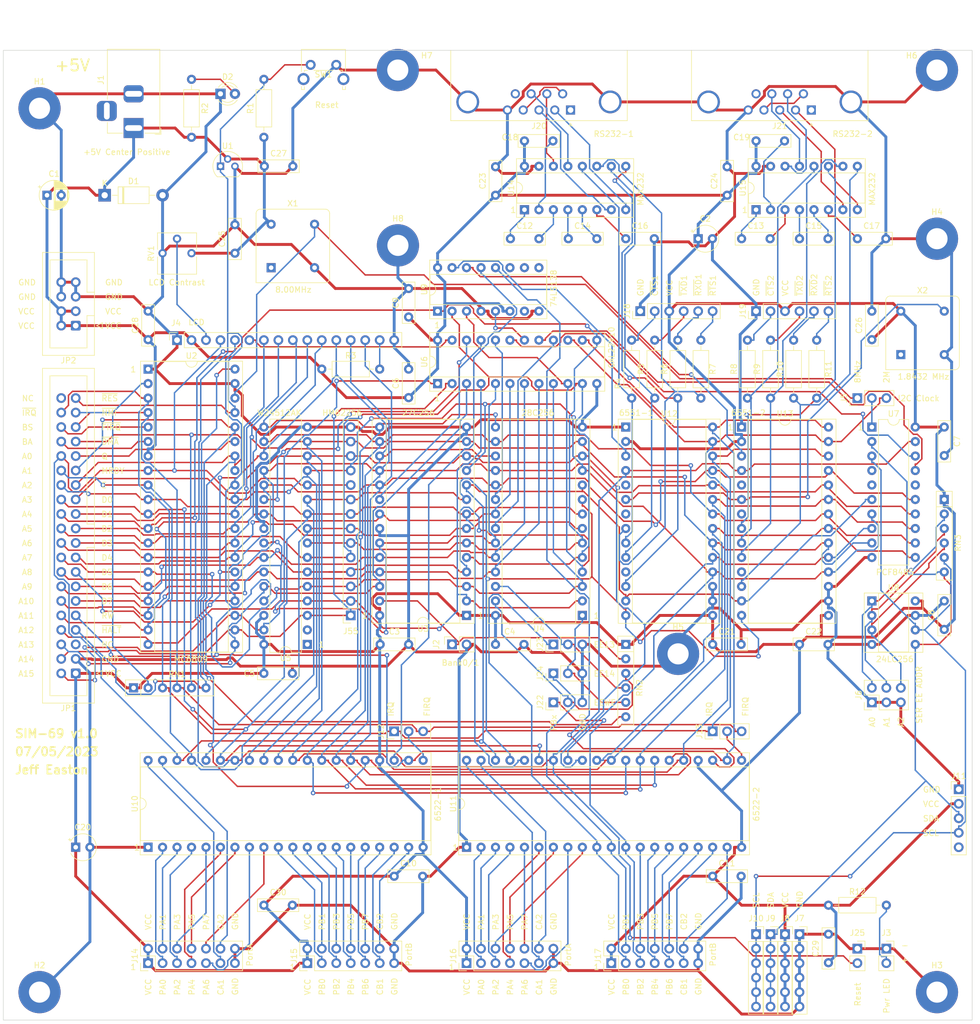
<source format=kicad_pcb>
(kicad_pcb (version 20221018) (generator pcbnew)
  (layers (0 "F.Cu" signal) (31 "B.Cu" signal) (34 "B.Paste" user) (35 "F.Paste" user) (36 "B.SilkS" user "B.Silkscreen") (37 "F.SilkS" user "F.Silkscreen") (38 "B.Mask" user) (39 "F.Mask" user) (44 "Edge.Cuts" user))
  (net 0 "")
  (net 1 "VCC")
  (net 2 "GND")
  (net 3 "Net-(U14-C1+)")
  (net 4 "Net-(U14-C1-)")
  (net 5 "Net-(U15-C1+)")
  (net 6 "Net-(U15-C1-)")
  (net 7 "Net-(U14-C2+)")
  (net 8 "Net-(U14-C2-)")
  (net 9 "Net-(U15-C2+)")
  (net 10 "Net-(U15-C2-)")
  (net 11 "Net-(U14-VS-)")
  (net 12 "Net-(U15-VS-)")
  (net 13 "Net-(U14-VS+)")
  (net 14 "Net-(U15-VS+)")
  (net 15 "Net-(D2-A)")
  (net 17 "Net-(J2-Pin_1)")
  (net 18 "Net-(J4-Pin_3)")
  (net 19 "A0")
  (net 20 "R~{W}")
  (net 21 "/CPU Memory/~{LCD}")
  (net 22 "D0")
  (net 23 "D1")
  (net 24 "D2")
  (net 25 "D3")
  (net 26 "D4")
  (net 27 "D5")
  (net 28 "D6")
  (net 29 "D7")
  (net 30 "Net-(J4-Pin_15)")
  (net 31 "8M")
  (net 32 "Net-(J5-Pin_2)")
  (net 33 "E")
  (net 34 "Net-(J6-Pin_2)")
  (net 35 "Net-(J6-Pin_4)")
  (net 36 "Net-(J6-Pin_6)")
  (net 37 "Net-(J11-Pin_3)")
  (net 38 "Net-(J10-Pin_1)")
  (net 40 "~{IRQ}")
  (net 41 "Net-(J12-Pin_2)")
  (net 42 "~{FIRQ}")
  (net 43 "Net-(J13-Pin_2)")
  (net 44 "PA0")
  (net 45 "PA1")
  (net 46 "PA2")
  (net 47 "PA3")
  (net 48 "PA4")
  (net 49 "PA5")
  (net 50 "PA6")
  (net 51 "PA7")
  (net 52 "CA1")
  (net 53 "CA2")
  (net 54 "PB0")
  (net 55 "PB1")
  (net 56 "PB2")
  (net 57 "PB3")
  (net 58 "PB4")
  (net 59 "PB5")
  (net 60 "PB6")
  (net 61 "PB7")
  (net 62 "CB1")
  (net 63 "CB2")
  (net 64 "PC0")
  (net 65 "PC1")
  (net 66 "PC2")
  (net 67 "PC3")
  (net 68 "PC4")
  (net 69 "PC5")
  (net 70 "PC6")
  (net 71 "PC7")
  (net 72 "CC1")
  (net 73 "CC2")
  (net 74 "PD0")
  (net 75 "PD1")
  (net 76 "PD2")
  (net 77 "PD3")
  (net 78 "PD4")
  (net 79 "PD5")
  (net 80 "PD6")
  (net 81 "PD7")
  (net 82 "CD1")
  (net 83 "CD2")
  (net 84 "Net-(J18-Pin_2)")
  (net 85 "Net-(J18-Pin_4)")
  (net 86 "Net-(J18-Pin_5)")
  (net 87 "Net-(J18-Pin_6)")
  (net 88 "Net-(J19-Pin_2)")
  (net 89 "Net-(J19-Pin_4)")
  (net 90 "Net-(J19-Pin_5)")
  (net 91 "Net-(J19-Pin_6)")
  (net 93 "/IO/RXD1")
  (net 94 "/IO/TXD1")
  (net 95 "/IO/DSR")
  (net 96 "/IO/RTS1")
  (net 97 "/IO/CTS1")
  (net 100 "/IO/RXD2")
  (net 101 "/IO/TXD2")
  (net 102 "/IO/DTR")
  (net 103 "/IO/RTS2")
  (net 104 "/IO/CTS2")
  (net 106 "~{EEWE}")
  (net 107 "EE13")
  (net 108 "EE14")
  (net 109 "A14")
  (net 110 "A12")
  (net 111 "A7")
  (net 112 "A6")
  (net 113 "A5")
  (net 114 "A4")
  (net 115 "A3")
  (net 116 "A2")
  (net 117 "A1")
  (net 118 "A15")
  (net 120 "A13")
  (net 121 "~{HALT}")
  (net 122 "A11")
  (net 123 "A10")
  (net 124 "A9")
  (net 125 "A8")
  (net 126 "MRDY")
  (net 127 "Q")
  (net 128 "~{DMA}")
  (net 129 "BA")
  (net 130 "BS")
  (net 131 "~{NMI}")
  (net 132 "~{RES}")
  (net 134 "Net-(U12-~{CTS})")
  (net 135 "Net-(U12-TxD)")
  (net 136 "Net-(U12-RxD)")
  (net 137 "Net-(U12-~{RTS})")
  (net 138 "Net-(U13-~{CTS})")
  (net 139 "Net-(U13-TxD)")
  (net 140 "Net-(U13-RxD)")
  (net 141 "Net-(U13-~{RTS})")
  (net 142 "/CPU Memory/~{ROM}")
  (net 143 "/CPU Memory/~{EEPM}")
  (net 146 "/CPU Memory/~{RAM}")
  (net 147 "R~{W}E")
  (net 148 "~{IIC}")
  (net 149 "~{65IO}")
  (net 157 "Net-(U11-~{CS2})")
  (net 158 "Net-(U10-~{CS2})")
  (net 159 "Net-(U13-~{CS2})")
  (net 160 "Net-(U12-~{CS2})")
  (net 162 "Net-(U12-XTAL1)")
  (net 170 "Net-(J3-Pin_2)")
  (net 171 "~{R}W")
  (footprint "Button_Switch_THT:SW_Tactile_SPST_Angled_PTS645Vx58-2LFS" (layer "F.Cu") (at 79.32 27.94)
    (fp_text reference "SW1")
    (fp_text value "SW_Push")
  )
  (footprint "Capacitor_THT:C_Rect_L7.0mm_W2.0mm_P5.00mm" (layer "F.Cu") (at 170.18 185.34 90)
    (fp_text reference "C29")
    (fp_text value ".1uF")
  )
  (footprint "Capacitor_THT:C_Rect_L7.0mm_W2.0mm_P5.00mm" (layer "F.Cu") (at 71.12 175.26)
    (fp_text reference "C30")
    (fp_text value ".1uF")
  )
  (footprint "Connector_PinSocket_2.54mm:PinSocket_1x02_P2.54mm_Vertical" (layer "F.Cu") (at 104.14 129.54 90)
    (fp_text reference "J2")
    (fp_text value "Bank0/1" hide)
  )
  (footprint "Connector_PinHeader_2.54mm:PinHeader_1x03_P2.54mm_Vertical" (layer "F.Cu") (at 149.86 144.78 90)
    (fp_text reference "J13")
    (fp_text value "6522 IRQ")
  )
  (footprint "Resistor_THT:R_Axial_DIN0207_L6.3mm_D2.5mm_P10.16mm_Horizontal" (layer "F.Cu") (at 58.42 30.48 -90)
    (fp_text reference "R2")
    (fp_text value "470")
  )
  (footprint "Connector_PinSocket_2.54mm:PinSocket_1x06_P2.54mm_Vertical" (layer "F.Cu") (at 160.02 180.34)
    (fp_text reference "J9")
    (fp_text value "I2C SDA" hide)
  )
  (footprint "Connector_IDC:IDC-Header_2x04_P2.54mm_Vertical" (layer "F.Cu") (at 38.1 73.66 180)
    (fp_text reference "JP2")
    (fp_text value "Power")
  )
  (footprint "Package_DIP:DIP-28_W15.24mm_Socket" (layer "F.Cu") (at 154.94 91.44)
    (fp_text reference "U13")
    (fp_text value "6551")
  )
  (footprint "Connector_PinSocket_2.54mm:PinSocket_1x16_P2.54mm_Vertical" (layer "F.Cu") (at 55.88 76.2 90)
    (fp_text reference "J4")
    (fp_text value "LCD Interface")
  )
  (footprint "Connector_PinHeader_2.54mm:PinHeader_1x03_P2.54mm_Vertical" (layer "F.Cu") (at 93.98 144.78 90)
    (fp_text reference "J12")
    (fp_text value "6522 IRQ")
  )
  (footprint "Diode_THT:D_DO-41_SOD81_P10.16mm_Horizontal" (layer "F.Cu") (at 43.18 50.8)
    (fp_text reference "D1")
    (fp_text value "1N4002")
  )
  (footprint "Capacitor_THT:C_Rect_L7.0mm_W2.0mm_P5.00mm" (layer "F.Cu") (at 165.1 58.42)
    (fp_text reference "C15")
    (fp_text value "1uF")
  )
  (footprint "Connector_PinHeader_2.54mm:PinHeader_1x05_P2.54mm_Vertical" (layer "F.Cu") (at 193.04 154.94)
    (fp_text reference "J11")
    (fp_text value "RTC Conn")
  )
  (footprint "Capacitor_THT:C_Rect_L7.0mm_W2.0mm_P5.00mm" (layer "F.Cu") (at 190.5 126.92 90)
    (fp_text reference "C8")
    (fp_text value ".1uF")
  )
  (footprint "Package_DIP:DIP-16_W7.62mm_Socket" (layer "F.Cu") (at 116.84 53.34 90)
    (fp_text reference "U14")
    (fp_text value "MAX232")
  )
  (footprint "Resistor_THT:R_Array_SIP6" (layer "F.Cu") (at 190.5 104.14 -90)
    (fp_text reference "RN3")
    (fp_text value "4.7K")
  )
  (footprint "Resistor_THT:R_Axial_DIN0207_L6.3mm_D2.5mm_P10.16mm_Horizontal" (layer "F.Cu") (at 139.7 86.36 90)
    (fp_text reference "R5")
    (fp_text value "240")
  )
  (footprint "MountingHole:MountingHole_3.7mm_Pad_TopBottom" (layer "F.Cu") (at 31.75 190.5)
    (fp_text reference "H2")
    (fp_text value "MountingHole_Pad")
  )
  (footprint "Package_DIP:DIP-16_W7.62mm_Socket" (layer "F.Cu") (at 101.6 71.12 90)
    (fp_text reference "U9")
    (fp_text value "74LS138")
  )
  (footprint "Oscillator:Oscillator_DIP-8" (layer "F.Cu") (at 72.39 63.5)
    (fp_text reference "X1")
    (fp_text value "8.00MHz")
  )
  (footprint "Capacitor_THT:C_Rect_L7.0mm_W2.0mm_P5.00mm" (layer "F.Cu") (at 91.52 129.54)
    (fp_text reference "C3")
    (fp_text value ".1uF")
  )
  (footprint "Resistor_THT:R_Axial_DIN0207_L6.3mm_D2.5mm_P10.16mm_Horizontal" (layer "F.Cu") (at 168.12 86.36 90)
    (fp_text reference "R11")
    (fp_text value "240" hide)
  )
  (footprint "MountingHole:MountingHole_3.7mm_Pad_TopBottom" (layer "F.Cu") (at 31.75 35.56)
    (fp_text reference "H1")
    (fp_text value "MountingHole_Pad")
  )
  (footprint "Connector_PinHeader_2.54mm:PinHeader_1x06_P2.54mm_Vertical" (layer "F.Cu") (at 137.16 71.12 90)
    (fp_text reference "J18")
    (fp_text value "Conn_Ser1")
  )
  (footprint "Connector_PinHeader_2.54mm:PinHeader_2x03_P2.54mm_Vertical" (layer "F.Cu") (at 177.8 139.7 90)
    (fp_text reference "J6")
    (fp_text value "Ser ADDR" hide)
  )
  (footprint "Capacitor_THT:CP_Radial_Tantal_D4.5mm_P2.50mm" (layer "F.Cu") (at 147.32 58.42)
    (fp_text reference "C2")
    (fp_text value "10uF")
  )
  (footprint "Resistor_THT:R_Axial_DIN0207_L6.3mm_D2.5mm_P10.16mm_Horizontal" (layer "F.Cu") (at 155.97 86.36 90)
    (fp_text reference "R8")
    (fp_text value "240")
  )
  (footprint "MountingHole:MountingHole_3.7mm_Pad_TopBottom" (layer "F.Cu") (at 189.23 58.42)
    (fp_text reference "H4")
    (fp_text value "MountingHole_Pad")
  )
  (footprint "Connector_PinHeader_2.54mm:PinHeader_2x07_P2.54mm_Vertical" (layer "F.Cu") (at 78.74 185.42 90)
    (fp_text reference "J15")
    (fp_text value "PortB" hide)
  )
  (footprint "Resistor_THT:R_Axial_DIN0207_L6.3mm_D2.5mm_P10.16mm_Horizontal" (layer "F.Cu") (at 81.28 81.28)
    (fp_text reference "R3")
    (fp_text value "10")
  )
  (footprint "Connector_PinSocket_2.54mm:PinSocket_1x02_P2.54mm_Vertical" (layer "F.Cu") (at 180.34 182.88)
    (fp_text reference "J3")
    (fp_text value "Front Panel Power LED" hide)
  )
  (footprint "Resistor_THT:R_Axial_DIN0207_L6.3mm_D2.5mm_P10.16mm_Horizontal" (layer "F.Cu") (at 170.18 175.26)
    (fp_text reference "R12")
    (fp_text value "470")
  )
  (footprint "Connector_PinHeader_2.54mm:PinHeader_2x07_P2.54mm_Vertical" (layer "F.Cu") (at 132.08 185.42 90)
    (fp_text reference "J17")
    (fp_text value "PortB" hide)
  )
  (footprint "Connector_PinHeader_2.54mm:PinHeader_1x06_P2.54mm_Vertical" (layer "F.Cu") (at 157.48 71.12 90)
    (fp_text reference "J19")
    (fp_text value "Conn_Ser2")
  )
  (footprint "Resistor_THT:R_Axial_DIN0207_L6.3mm_D2.5mm_P10.16mm_Horizontal" (layer "F.Cu") (at 147.8 86.36 90)
    (fp_text reference "R7")
    (fp_text value "240" hide)
  )
  (footprint "Package_DIP:DIP-28_W15.24mm_Socket" (layer "F.Cu") (at 106.68 124.46 180)
    (fp_text reference "U3")
    (fp_text value "27C256")
  )
  (footprint "MountingHole:MountingHole_3.7mm_Pad_TopBottom" (layer "F.Cu") (at 189.23 28.8544)
    (fp_text reference "H6")
    (fp_text value "MountingHole_Pad")
  )
  (footprint "Package_DIP:DIP-28_W15.24mm_Socket" (layer "F.Cu") (at 134.62 91.44)
    (fp_text reference "U12")
    (fp_text value "6551")
  )
  (footprint "Oscillator:Oscillator_DIP-8" (layer "F.Cu") (at 182.88 78.74)
    (fp_text reference "X2")
    (fp_text value "1.8432 Mhz")
  )
  (footprint "Connector_PinHeader_2.54mm:PinHeader_1x03_P2.54mm_Vertical" (layer "F.Cu") (at 121.92 139.7 90)
    (fp_text reference "J22")
    (fp_text value "~{EEWE}" hide)
  )
  (footprint "Capacitor_THT:C_Rect_L7.0mm_W2.0mm_P5.00mm" (layer "F.Cu") (at 66.04 60.96 90)
    (fp_text reference "C25")
    (fp_text value ".1uF")
  )
  (footprint "Resistor_THT:R_Axial_DIN0207_L6.3mm_D2.5mm_P10.16mm_Horizontal" (layer "F.Cu") (at 135.65 86.36 90)
    (fp_text reference "R4")
    (fp_text value "240")
  )
  (footprint "Connector_Dsub:DSUB-9_Male_Horizontal_P2.77x2.84mm_EdgePinOffset7.70mm_Housed_MountingHolesOffset9.12mm" (layer "F.Cu") (at 167.175 35.86 180)
    (fp_text reference "J21")
    (fp_text value "DE9_P")
  )
  (footprint "Package_DIP:DIP-8_W7.62mm_Socket" (layer "F.Cu") (at 177.8 121.92)
    (fp_text reference "U8")
    (fp_text value "24LC256")
  )
  (footprint "Connector_PinHeader_2.54mm:PinHeader_1x03_P2.54mm_Vertical" (layer "F.Cu") (at 175.26 86.36 90)
    (fp_text reference "J5")
    (fp_text value "I2C CLK" hide)
  )
  (footprint "Capacitor_THT:C_Rect_L7.0mm_W2.0mm_P5.00mm" (layer "F.Cu") (at 96.52 72.1468 90)
    (fp_text reference "C9")
    (fp_text value ".1uF")
  )
  (footprint "Package_DIP:DIP-32_W7.62mm" (layer "F.Cu") (at 78.74 129.54 180)
    (fp_text reference "U5")
    (fp_text value "W24512AK")
  )
  (footprint "Package_DIP:DIP-24_W7.62mm_Socket" (layer "F.Cu") (at 101.6 83.82 90)
    (fp_text reference "U6")
    (fp_text value "GAL22V10")
  )
  (footprint "Package_DIP:DIP-16_W7.62mm_Socket" (layer "F.Cu") (at 157.48 53.34 90)
    (fp_text reference "U15")
    (fp_text value "MAX232")
  )
  (footprint "Capacitor_THT:C_Rect_L7.0mm_W2.0mm_P5.00mm" (layer "F.Cu") (at 71.12 134.62)
    (fp_text reference "C5")
    (fp_text value ".1uF")
  )
  (footprint "Capacitor_THT:CP_Radial_Tantal_D4.5mm_P2.50mm" (layer "F.Cu") (at 38.1 165.1)
    (fp_text reference "C20")
    (fp_text value "10uF")
  )
  (footprint "Connector_PinHeader_2.54mm:PinHeader_2x07_P2.54mm_Vertical" (layer "F.Cu") (at 106.68 185.42 90)
    (fp_text reference "J16")
    (fp_text value "PortA" hide)
  )
  (footprint "LED_THT:LED_D3.0mm" (layer "F.Cu") (at 63.5 33.02)
    (fp_text reference "D2")
    (fp_text value "LED")
  )
  (footprint "Capacitor_THT:C_Rect_L7.0mm_W2.0mm_P5.00mm" (layer "F.Cu") (at 149.86 170.175)
    (fp_text reference "C11")
    (fp_text value ".1uF")
  )
  (footprint "Package_TO_SOT_THT:TO-92" (layer "F.Cu") (at 63.5 45.72)
    (fp_text reference "U1")
    (fp_text value "DS1813-5")
  )
  (footprint "Connector_PinSocket_2.54mm:PinSocket_1x06_P2.54mm_Vertical" (layer "F.Cu") (at 157.48 180.34)
    (fp_text reference "J10")
    (fp_text value "I2C SCL" hide)
  )
  (footprint "Package_DIP:DIP-40_W15.24mm_Socket" (layer "F.Cu") (at 50.8 81.28)
    (fp_text reference "U2")
    (fp_text value "MC6809")
  )
  (footprint "Package_DIP:DIP-40_W15.24mm_Socket" (layer "F.Cu") (at 106.68 165.1 90)
    (fp_text reference "U11")
    (fp_text value "6522")
  )
  (footprint "Capacitor_THT:C_Rect_L7.0mm_W2.0mm_P5.00mm" (layer "F.Cu") (at 111.76 50.8 90)
    (fp_text reference "C23")
    (fp_text value ".1uF")
  )
  (footprint "Capacitor_THT:C_Rect_L7.0mm_W2.0mm_P5.00mm" (layer "F.Cu") (at 190.5 91.44 -90)
    (fp_text reference "C7")
    (fp_text value ".1uF")
  )
  (footprint "MountingHole:MountingHole_3.7mm_Pad_TopBottom" (layer "F.Cu") (at 94.615 28.8544)
    (fp_text reference "H7")
    (fp_text value "MountingHole_Pad")
  )
  (footprint "Capacitor_THT:C_Rect_L7.0mm_W2.0mm_P5.00mm" (layer "F.Cu") (at 175.26 58.42)
    (fp_text reference "C17")
    (fp_text value "1uF")
  )
  (footprint "Connector_PinHeader_2.54mm:PinHeader_1x03_P2.54mm_Vertical" (layer "F.Cu") (at 121.92 129.54 90)
    (fp_text reference "J23")
    (fp_text value "EE13" hide)
  )
  (footprint "Connector_PinSocket_2.54mm:PinSocket_1x02_P2.54mm_Vertical" (layer "F.Cu") (at 175.26 182.88)
    (fp_text reference "J25")
    (fp_text value "Front Panel Reset" hide)
  )
  (footprint "Capacitor_THT:C_Rect_L7.0mm_W2.0mm_P5.00mm" (layer "F.Cu") (at 71.2 45.72)
    (fp_text reference "C27")
    (fp_text value ".1uF")
  )
  (footprint "Capacitor_THT:CP_Radial_D5.0mm_P2.50mm" (layer "F.Cu") (at 33.06 50.8)
    (fp_text reference "C1")
    (fp_text value "470uF")
  )
  (footprint "Capacitor_THT:C_Rect_L7.0mm_W2.0mm_P5.00mm" (layer "F.Cu") (at 134.62 58.42)
    (fp_text reference "C16")
    (fp_text value "1uF")
  )
  (footprint "Connector_IDC:IDC-Header_2x20_P2.54mm_Vertical" (layer "F.Cu") (at 38.1 134.62 180)
    (fp_text reference "JP1")
    (fp_text value "EXP BUS")
  )
  (footprint "Potentiometer_THT:Potentiometer_Vishay_T73YP_Vertical" (layer "F.Cu") (at 58.42 60.96 90)
    (fp_text reference "RV1")
    (fp_text value "10K_Potentiometer")
  )
  (footprint "Capacitor_THT:C_Rect_L7.0mm_W2.0mm_P5.00mm" (layer "F.Cu") (at 114.38 58.42)
    (fp_text reference "C12")
    (fp_text value "1uF")
  )
  (footprint "Capacitor_THT:C_Rect_L7.0mm_W2.0mm_P5.00mm" (layer "F.Cu") (at 149.86 129.54)
    (fp_text reference "C21")
    (fp_text value ".1uF")
  )
  (footprint "Resistor_THT:R_Array_SIP6" (layer "F.Cu") (at 48.26 137.16)
    (fp_text reference "RN1")
    (fp_text value "4.7K")
  )
  (footprint "Capacitor_THT:C_Rect_L7.0mm_W2.0mm_P5.00mm" (layer "F.Cu") (at 116.84 41.275)
    (fp_text reference "C18")
    (fp_text value "1uF")
  )
  (footprint "Resistor_THT:R_Array_SIP6" (layer "F.Cu") (at 134.62 129.54 -90)
    (fp_text reference "RN2")
    (fp_text value "4.7K")
  )
  (footprint "Connector_PinSocket_2.54mm:PinSocket_1x06_P2.54mm_Vertical" (layer "F.Cu") (at 165.1 180.34)
    (fp_text reference "J7")
    (fp_text value "I2C GND" hide)
  )
  (footprint "Capacitor_THT:C_Rect_L7.0mm_W2.0mm_P5.00mm" (layer "F.Cu") (at 154.94 58.42)
    (fp_text reference "C13")
    (fp_text value "1uF")
  )
  (footprint "Package_DIP:DIP-20_W7.62mm" (layer "F.Cu") (at 177.8 91.44)
    (fp_text reference "U7")
    (fp_text value "PCF8584")
  )
  (footprint "Capacitor_THT:C_Rect_L7.0mm_W2.0mm_P5.00mm" (layer "F.Cu") (at 165.1 129.54)
    (fp_text reference "C22")
    (fp_text value ".1uF")
  )
  (footprint "Capacitor_THT:C_Rect_L7.0mm_W2.0mm_P5.00mm" (layer "F.Cu") (at 152.4 50.8 90)
    (fp_text reference "C24")
    (fp_text value ".1uF")
  )
  (footprint "Resistor_THT:R_Axial_DIN0207_L6.3mm_D2.5mm_P10.16mm_Horizontal" (layer "F.Cu") (at 164.07 86.36 90)
    (fp_text reference "R10")
    (fp_text value "240")
  )
  (footprint "Capacitor_THT:C_Rect_L7.0mm_W2.0mm_P5.00mm" (layer "F.Cu") (at 111.76 129.54)
    (fp_text reference "C4")
    (fp_text value ".1uF")
  )
  (footprint "Connector_Dsub:DSUB-9_Male_Horizontal_P2.77x2.84mm_EdgePinOffset7.70mm_Housed_MountingHolesOffset9.12mm" (layer "F.Cu") (at 124.93 35.86 180)
    (fp_text reference "J20")
    (fp_text value "DE9_P")
  )
  (footprint "Package_DIP:DIP-40_W15.24mm_Socket" (layer "F.Cu") (at 50.8 165.1 90)
    (fp_text reference "U10")
    (fp_text value "6522")
  )
  (footprint "Resistor_THT:R_Axial_DIN0207_L6.3mm_D2.5mm_P10.16mm_Horizontal" (layer "F.Cu") (at 160.02 86.36 90)
    (fp_text reference "R9")
    (fp_text value "240")
  )
  (footprint "Capacitor_THT:C_Rect_L7.0mm_W2.0mm_P5.00mm" (layer "F.Cu") (at 93.98 170.18)
    (fp_text reference "C10")
    (fp_text value ",1uF")
  )
  (footprint "Capacitor_THT:C_Rect_L7.0mm_W2.0mm_P5.00mm" (layer "F.Cu") (at 157.48 41.275)
    (fp_text reference "C19")
    (fp_text value "1uF")
  )
  (footprint "Capacitor_THT:C_Rect_L7.0mm_W2.0mm_P5.00mm" (layer "F.Cu") (at 50.8 76.12 90)
    (fp_text reference "C28")
    (fp_text value ",1uF")
  )
  (footprint "MountingHole:MountingHole_3.7mm_Pad_TopBottom" (layer "F.Cu") (at 189.23 190.5)
    (fp_text reference "H3")
    (fp_text value "MountingHole_Pad")
  )
  (footprint "MountingHole:MountingHole_3.7mm_Pad_TopBottom" (layer "F.Cu") (at 143.8 131.2)
    (fp_text reference "H5")
    (fp_text value "MountingHole_Pad")
  )
  (footprint "Connector_BarrelJack:BarrelJack_Horizontal" (layer "F.Cu") (at 48.26 39.02 -90)
    (fp_text reference "J1")
    (fp_text value "+5V Center Positive")
  )
  (footprint "Capacitor_THT:C_Rect_L7.0mm_W2.0mm_P5.00mm" (layer "F.Cu") (at 177.8 76.12 90)
    (fp_text reference "C26")
    (fp_text value ".1uF")
  )
  (footprint "Capacitor_THT:C_Rect_L7.0mm_W2.0mm_P5.00mm" (layer "F.Cu") (at 96.52 86.28 90)
    (fp_text reference "C6")
    (fp_text value ".1uF")
  )
  (footprint "Connector_PinHeader_2.54mm:PinHeader_2x07_P2.54mm_Vertical" (layer "F.Cu") (at 50.8 185.42 90)
    (fp_text reference "J14")
    (fp_text value "PortA" hide)
  )
  (footprint "Connector_PinHeader_2.54mm:PinHeader_1x03_P2.54mm_Vertical" (layer "F.Cu") (at 121.92 134.62 90)
    (fp_text reference "J24")
    (fp_text value "EE14" hide)
  )
  (footprint "Connector_PinSocket_2.54mm:PinSocket_1x14_P2.54mm_Vertical" (layer "F.Cu") (at 86.36 124.46 180)
    (fp_text reference "J55")
    (fp_text value "HM62256")
  )
  (footprint "Resistor_THT:R_Axial_DIN0207_L6.3mm_D2.5mm_P10.16mm_Horizontal" (layer "F.Cu") (at 71.12 40.64 90)
    (fp_text reference "R1")
    (fp_text value "2.7K")
  )
  (footprint "MountingHole:MountingHole_3.7mm_Pad_TopBottom" (layer "F.Cu") (at 94.6404 59.5884)
    (fp_text reference "H8")
    (fp_text value "MountingHole_Pad")
  )
  (footprint "Connector_PinSocket_2.54mm:PinSocket_1x06_P2.54mm_Vertical" (layer "F.Cu") (at 162.56 180.34)
    (fp_text reference "J8")
    (fp_text value "I2C Vcc" hide)
  )
  (footprint "Capacitor_THT:C_Rect_L7.0mm_W2.0mm_P5.00mm" (layer "F.Cu") (at 124.54 58.42)
    (fp_text reference "C14")
    (fp_text value "1uF")
  )
  (footprint "Resistor_THT:R_Axial_DIN0207_L6.3mm_D2.5mm_P10.16mm_Horizontal" (layer "F.Cu") (at 143.75 86.36 90)
    (fp_text reference "R6")
    (fp_text value "240")
  )
  (footprint "Package_DIP:DIP-28_W15.24mm_Socket" (layer "F.Cu") (at 127 124.46 180)
    (fp_text reference "U4")
    (fp_text value "28C256")
  )
  (gr_rect locked (start 25.4 25.4) (end 195.4 195.4) (stroke (width 0.1)) (fill none) (layer "Edge.Cuts"))
  (gr_text "A0" (at 178.435 144.145 90) (layer "F.SilkS") (effects (font (size 1 1)) (justify left bottom)))
  (gr_text "FIRQ" (at 100.33 142.24 90) (layer "F.SilkS") (effects (font (size 1 1)) (justify left bottom)))
  (gr_text "CA2" (at 64.135 179.705 90) (layer "F.SilkS") (effects (font (size 1 1)) (justify left bottom)))
  (gr_text "PA7" (at 117.475 179.705 90) (layer "F.SilkS") (effects (font (size 1 1)) (justify left bottom)))
  (gr_text "A12" (at 27.94 127.635) (layer "F.SilkS") (effects (font (size 1 1)) (justify left bottom)))
  (gr_text "Jeff Easton" (at 27.305 152.4) (layer "F.SilkS") (effects (font (size 1.5 1.5) (thickness 0.3) bold) (justify left bottom)))
  (gr_text "LCD Contrast\n" (at 50.8 66.675) (layer "F.SilkS") (effects (font (size 1 1)) (justify left bottom)))
  (gr_text "~{TXD}1" (at 145.415 68.58 90) (layer "F.SilkS") (effects (font (size 1 1)) (justify left bottom)))
  (gr_text "A3" (at 28.575 104.775) (layer "F.SilkS") (effects (font (size 1 1)) (justify left bottom)))
  (gr_text "A10" (at 27.94 122.555) (layer "F.SilkS") (effects (font (size 1 1)) (justify left bottom)))
  (gr_text "28C256" (at 116.205 89.535) (layer "F.SilkS") (effects (font (size 1 1)) (justify left bottom)))
  (gr_text "A1" (at 180.975 144.145 90) (layer "F.SilkS") (effects (font (size 1 1)) (justify left bottom)))
  (gr_text "SER EE ADDR" (at 186.69 143.51 90) (layer "F.SilkS") (effects (font (size 1 1)) (justify left bottom)))
  (gr_text "PA0" (at 109.855 191.135 90) (layer "F.SilkS") (effects (font (size 1 1)) (justify left bottom)))
  (gr_text "GND" (at 27.94 66.675) (layer "F.SilkS") (effects (font (size 1 1)) (justify left bottom)))
  (gr_text "GND" (at 137.795 68.58 90) (layer "F.SilkS") (effects (font (size 1 1)) (justify left bottom)))
  (gr_text "Reset\n" (at 175.895 193.04 90) (layer "F.SilkS") (effects (font (size 1 1)) (justify left bottom)))
  (gr_text "A8" (at 28.575 117.475) (layer "F.SilkS") (effects (font (size 1 1)) (justify left bottom)))
  (gr_text "PA3" (at 112.395 179.705 90) (layer "F.SilkS") (effects (font (size 1 1)) (justify left bottom)))
  (gr_text "D5" (at 42.545 117.475) (layer "F.SilkS") (effects (font (size 1 1)) (justify left bottom)))
  (gr_text "A1" (at 28.575 99.695) (layer "F.SilkS") (effects (font (size 1 1)) (justify left bottom)))
  (gr_text "~{DMA}" (at 42.545 94.615) (layer "F.SilkS") (effects (font (size 1 1)) (justify left bottom)))
  (gr_text "27C256" (at 95.25 89.535) (layer "F.SilkS") (effects (font (size 1 1)) (justify left bottom)))
  (gr_text "VCC\n" (at 43.18 135.255) (layer "F.SilkS") (effects (font (size 1 1)) (justify left bottom)))
  (gr_text "1" (at 128.905 125.095) (layer "F.SilkS") (effects (font (size 1 1)) (justify left bottom)))
  (gr_text "PB2" (at 84.455 191.135 90) (layer "F.SilkS") (effects (font (size 1 1)) (justify left bottom)))
  (gr_text "A4" (at 28.575 107.315) (layer "F.SilkS") (effects (font (size 1 1)) (justify left bottom)))
  (gr_text "GND" (at 66.675 179.705 90) (layer "F.SilkS") (effects (font (size 1 1)) (justify left bottom)))
  (gr_text "VCC\n" (at 107.315 191.135 90) (layer "F.SilkS") (effects (font (size 1 1)) (justify left bottom)))
  (gr_text "PA3" (at 56.515 179.705 90) (layer "F.SilkS") (effects (font (size 1 1)) (justify left bottom)))
  (gr_text "NC" (at 28.575 86.995) (layer "F.SilkS") (effects (font (size 1 1)) (justify left bottom)))
  (gr_text "1" (at 100.965 74.168) (layer "F.SilkS") (effects (font (size 1 1)) (justify left bottom)))
  (gr_text "VCC\n" (at 43.18 71.755) (layer "F.SilkS") (effects (font (size 1 1)) (justify left bottom)))
  (gr_text "VCC\n" (at 27.94 74.295) (layer "F.SilkS") (effects (font (size 1 1)) (justify left bottom)))
  (gr_text "~{FIRQ}" (at 42.545 92.075) (layer "F.SilkS") (effects (font (size 1 1)) (justify left bottom)))
  (gr_text "1" (at 47.625 186.69) (layer "F.SilkS") (effects (font (size 1 1)) (justify left bottom)))
  (gr_text "\nIRQ" (at 149.86 142.24 90) (layer "F.SilkS") (effects (font (size 1 1)) (justify left bottom)))
  (gr_text "GND" (at 127.635 144.78 90) (layer "F.SilkS") (effects (font (size 1 1)) (justify left bottom)))
  (gr_text "CA1" (at 64.135 191.135 90) (layer "F.SilkS") (effects (font (size 1 1)) (justify left bottom)))
  (gr_text "PB1" (at 81.915 179.705 90) (layer "F.SilkS") (effects (font (size 1 1)) (justify left bottom)))
  (gr_text "\nIRQ" (at 93.98 142.24 90) (layer "F.SilkS") (effects (font (size 1 1)) (justify left bottom)))
  (gr_text "1" (at 48.26 165.735) (layer "F.SilkS") (effects (font (size 1 1)) (justify left bottom)))
  (gr_text "EEWE" (at 128.905 140.335) (layer "F.SilkS") (effects (font (size 1 1)) (justify left bottom)))
  (gr_text "PA0" (at 53.975 191.135 90) (layer "F.SilkS") (effects (font (size 1 1)) (justify left bottom)))
  (gr_text "1" (at 108.585 125.095) (layer "F.SilkS") (effects (font (size 1 1)) (justify left bottom)))
  (gr_text "HM62256" (at 81.28 89.535) (layer "F.SilkS") (effects (font (size 1 1)) (justify left bottom)))
  (gr_text "PB6" (at 142.875 191.135 90) (layer "F.SilkS") (effects (font (size 1 1)) (justify left bottom)))
  (gr_text "VCC\n" (at 163.195 175.895 90) (layer "F.SilkS") (effects (font (size 1 1)) (justify left bottom)))
  (gr_text "PA5" (at 114.935 179.705 90) (layer "F.SilkS") (effects (font (size 1 1)) (justify left bottom)))
  (gr_text "PB5" (at 140.335 179.705 90) (layer "F.SilkS") (effects (font (size 1 1)) (justify left bottom)))
  (gr_text "VCC" (at 163.195 68.58 90) (layer "F.SilkS") (effects (font (size 1 1)) (justify left bottom)))
  (gr_text "~{RTS}2" (at 170.815 68.58 90) (layer "F.SilkS") (effects (font (size 1 1)) (justify left bottom)))
  (gr_text "A2" (at 183.515 144.145 90) (layer "F.SilkS") (effects (font (size 1 1)) (justify left bottom)))
  (gr_text "1" (at 104.14 165.735) (layer "F.SilkS") (effects (font (size 1 1)) (justify left bottom)))
  (gr_text "+5V" (at 34.29 29.21) (layer "F.SilkS") (effects (font (size 2 2) (thickness 0.3)) (justify left bottom)))
  (gr_text "GND" (at 122.555 179.705 90) (layer "F.SilkS") (effects (font (size 1 1)) (justify left bottom)))
  (gr_text "PortA\n" (at 69.215 186.055 90) (layer "F.SilkS") (effects (font (size 1 1)) (justify left bottom)))
  (gr_text "PortB" (at 97.155 186.055 90) (layer "F.SilkS") (effects (font (size 1 1)) (justify left bottom)))
  (gr_text "VCC\n" (at 79.375 191.135 90) (layer "F.SilkS") (effects (font (size 1 1)) (justify left bottom)))
  (gr_text "1.8432 MHz" (at 182.245 83.185) (layer "F.SilkS") (effects (font (size 1 1)) (justify left bottom)))
  (gr_text "A9" (at 28.575 120.015) (layer "F.SilkS") (effects (font (size 1 1)) (justify left bottom)))
  (gr_text "6551-2" (at 153.035 89.535) (layer "F.SilkS") (effects (font (size 1 1)) (justify left bottom)))
  (gr_text "MC6809" (at 55.245 132.715) (layer "F.SilkS") (effects (font (size 1 1)) (justify left bottom)))
  (gr_text "VCC\n" (at 132.715 191.135 90) (layer "F.SilkS") (effects (font (size 1 1)) (justify left bottom)))
  (gr_text "GND" (at 158.115 68.58 90) (layer "F.SilkS") (effects (font (size 1 1)) (justify left bottom)))
  (gr_text "1" (at 88.265 125.095) (layer "F.SilkS") (effects (font (size 1 1)) (justify left bottom)))
  (gr_text "PB1" (at 135.255 179.705 90) (layer "F.SilkS") (effects (font (size 1 1)) (justify left bottom)))
  (gr_text "D0" (at 42.545 104.775) (layer "F.SilkS") (effects (font (size 1 1)) (justify left bottom)))
  (gr_text "PA5" (at 59.055 179.705 90) (layer "F.SilkS") (effects (font (size 1 1)) (justify left bottom)))
  (gr_text "PortA" (at 125.095 186.055 90) (layer "F.SilkS") (effects (font (size 1 1)) (justify left bottom)))
  (gr_text "PA7" (at 61.595 179.705 90) (layer "F.SilkS") (effects (font (size 1 1)) (justify left bottom)))
  (gr_text "CB1" (at 92.075 191.135 90) (layer "F.SilkS") (effects (font (size 1 1)) (justify left bottom)))
  (gr_text "1" (at 100.965 86.995) (layer "F.SilkS") (effects (font (size 1 1)) (justify left bottom)))
  (gr_text "1" (at 80.645 130.175) (layer "F.SilkS") (effects (font (size 1 1)) (justify left bottom)))
  (gr_text "PB7" (at 89.535 179.705 90) (layer "F.SilkS") (effects (font (size 1 1)) (justify left bottom)))
  (gr_text "~{RES}" (at 42.545 86.995) (layer "F.SilkS") (effects (font (size 1 1)) (justify left bottom)))
  (gr_text "1" (at 132.08 92.075) (layer "F.SilkS") (effects (font (size 1 1)) (justify left bottom)))
  (gr_text "PB6" (at 89.535 191.135 90) (layer "F.SilkS") (effects (font (size 1 1)) (justify left bottom)))
  (gr_text "-" (at 182.88 182.88) (layer "F.SilkS") (effects (font (size 1 1)) (justify left bottom)))
  (gr_text "PB0" (at 135.255 191.135 90) (layer "F.SilkS") (effects (font (size 1 1)) (justify left bottom)))
  (gr_text "6522-1" (at 102.235 160.655 90) (layer "F.SilkS") (effects (font (size 1 1)) (justify left bottom)))
  (gr_text "6551-1" (at 133.35 89.535) (layer "F.SilkS") (effects (font (size 1 1)) (justify left bottom)))
  (gr_text "74LS138" (at 122.555 70.485 90) (layer "F.SilkS") (effects (font (size 1 1)) (justify left bottom)))
  (gr_text "SCL" (at 158.115 175.895 90) (layer "F.SilkS") (effects (font (size 1 1)) (justify left bottom)))
  (gr_text "BA" (at 28.575 94.615) (layer "F.SilkS") (effects (font (size 1 1)) (justify left bottom)))
  (gr_text "VCC\n" (at 79.375 179.705 90) (layer "F.SilkS") (effects (font (size 1 1)) (justify left bottom)))
  (gr_text "PA6" (at 117.475 191.135 90) (layer "F.SilkS") (effects (font (size 1 1)) (justify left bottom)))
  (gr_text "MAX232" (at 178.435 52.705 90) (layer "F.SilkS") (effects (font (size 1 1)) (justify left bottom)))
  (gr_text "W24512AK" (at 69.85 89.535) (layer "F.SilkS") (effects (font (size 1 1)) (justify left bottom)))
  (gr_text "+5V Center Positive" (at 39.37 43.815) (layer "F.SilkS") (effects (font (size 1 1)) (justify left bottom)))
  (gr_text "D4" (at 42.545 114.935) (layer "F.SilkS") (effects (font (size 1 1)) (justify left bottom)))
  (gr_text "GND" (at 42.545 132.715) (layer "F.SilkS") (effects (font (size 1 1)) (justify left bottom)))
  (gr_text "1" (at 128.905 186.69) (layer "F.SilkS") (effects (font (size 1 1)) (justify left bottom)))
  (gr_text "PA4" (at 59.055 191.135 90) (layer "F.SilkS") (effects (font (size 1 1)) (justify left bottom)))
  (gr_text "VCC\n" (at 43.18 74.295) (layer "F.SilkS") (effects (font (size 1 1)) (justify left bottom)))
  (gr_text "D7" (at 42.545 122.555) (layer "F.SilkS") (effects (font (size 1 1)) (justify left bottom)))
  (gr_text "PB0" (at 81.915 191.135 90) (layer "F.SilkS") (effects (font (size 1 1)) (justify left bottom)))
  (gr_text "Q" (at 42.545 97.155) (layer "F.SilkS") (effects (font (size 1 1)) (justify left bottom)))
  (gr_text "24LC256" (at 178.435 132.715) (layer "F.SilkS") (effects (font (size 1 1)) (justify left bottom)))
  (gr_text "PCF8485" (at 178.435 117.475) (layer "F.SilkS") (effects (font (size 1 1)) (justify left bottom)))
  (gr_text "A13" (at 27.94 130.175) (layer "F.SilkS") (effects (font (size 1 1)) (justify left bottom)))
  (gr_text "GND" (at 122.555 191.135 90) (layer "F.SilkS") (effects (font (size 1 1)) (justify left bottom)))
  (gr_text "GAL22V10" (at 132.715 81.28 90) (layer "F.SilkS") (effects (font (size 1 1)) (justify left bottom)))
  (gr_text "GND" (at 94.615 179.705 90) (layer "F.SilkS") (effects (font (size 1 1)) (justify left bottom)))
  (gr_text "PA1" (at 53.975 179.705 90) (layer "F.SilkS") (effects (font (size 1 1)) (justify left bottom)))
  (gr_text "GND" (at 43.18 66.675) (layer "F.SilkS") (effects (font (size 1 1)) (justify left bottom)))
  (gr_text "~{CTS}1" (at 140.335 68.58 90) (layer "F.SilkS") (effects (font (size 1 1)) (justify left bottom)))
  (gr_text "GND" (at 94.615 191.135 90) (layer "F.SilkS") (effects (font (size 1 1)) (justify left bottom)))
  (gr_text "VCC" (at 186.69 158.115) (layer "F.SilkS") (effects (font (size 1 1)) (justify left bottom)))
  (gr_text "GND" (at 27.94 69.215) (layer "F.SilkS") (effects (font (size 1 1)) (justify left bottom)))
  (gr_text "CA2" (at 120.015 179.705 90) (layer "F.SilkS") (effects (font (size 1 1)) (justify left bottom)))
  (gr_text "1" (at 114.3 53.975) (layer "F.SilkS") (effects (font (size 1 1)) (justify left bottom)))
  (gr_text "Bank0/1" (at 102.235 133.35) (layer "F.SilkS") (effects (font (size 1 1)) (justify left bottom)))
  (gr_text "EE14" (at 128.905 135.255) (layer "F.SilkS") (effects (font (size 1 1)) (justify left bottom)))
  (gr_text "PB3" (at 84.455 179.705 90) (layer "F.SilkS") (effects (font (size 1 1)) (justify left bottom)))
  (gr_text "PA2" (at 112.395 191.135 90) (layer "F.SilkS") (effects (font (size 1 1)) (justify left bottom)))
  (gr_text "1" (at 152.4 92.075) (layer "F.SilkS") (effects (font (size 1 1)) (justify left bottom)))
  (gr_text "A0" (at 28.575 97.155) (layer "F.SilkS") (effects (font (size 1 1)) (justify left bottom)))
  (gr_text "A11" (at 27.94 125.095) (layer "F.SilkS") (effects (font (size 1 1)) (justify left bottom)))
  (gr_text "1" (at 47.625 81.915) (layer "F.SilkS") (effects (font (size 1 1)) (justify left bottom)))
  (gr_text "D1" (at 42.545 107.315) (layer "F.SilkS") (effects (font (size 1 1)) (justify left bottom)))
  (gr_text "GND" (at 43.18 69.215) (layer "F.SilkS") (effects (font (size 1 1)) (justify left bottom)))
  (gr_text "VCC" (at 142.875 68.58 90) (layer "F.SilkS") (effects (font (size 1 1)) (justify left bottom)))
  (gr_text "GND" (at 147.955 191.135 90) (layer "F.SilkS") (effects (font (size 1 1)) (justify left bottom)))
  (gr_text "+\n" (at 182.88 185.42) (layer "F.SilkS") (effects (font (size 1 1)) (justify left bottom)))
  (gr_text "CB1" (at 145.415 191.135 90) (layer "F.SilkS") (effects (font (size 1 1)) (justify left bottom)))
  (gr_text "VCC\n" (at 132.715 179.705 90) (layer "F.SilkS") (effects (font (size 1 1)) (justify left bottom)))
  (gr_text "1" (at 175.26 92.075) (layer "F.SilkS") (effects (font (size 1 1)) (justify left bottom)))
  (gr_text "D6" (at 42.545 120.015) (layer "F.SilkS") (effects (font (size 1 1)) (justify left bottom)))
  (gr_text "RS232-1" (at 128.905 40.64) (layer "F.SilkS") (effects (font (size 1 1)) (justify left bottom)))
  (gr_text "R~{W}" (at 42.545 125.095) (layer "F.SilkS") (effects (font (size 1 1)) (justify left bottom)))
  (gr_text "PB5" (at 86.995 179.705 90) (layer "F.SilkS") (effects (font (size 1 1)) (justify left bottom)))
  (gr_text "SDA" (at 186.69 160.655) (layer "F.SilkS") (effects (font (size 1 1)) (justify left bottom)))
  (gr_text "PB2" (at 137.795 191.135 90) (layer "F.SilkS") (effects (font (size 1 1)) (justify left bottom)))
  (gr_text "PB3" (at 137.795 179.705 90) (layer "F.SilkS") (effects (font (size 1 1)) (justify left bottom)))
  (gr_text "FIRQ" (at 156.21 142.24 90) (layer "F.SilkS") (effects (font (size 1 1)) (justify left bottom)))
  (gr_text "CA1" (at 120.015 191.135 90) (layer "F.SilkS") (effects (font (size 1 1)) (justify left bottom)))
  (gr_text "~{CTS}2" (at 160.655 68.58 90) (layer "F.SilkS") (effects (font (size 1 1)) (justify left bottom)))
  (gr_text "A15" (at 27.94 135.255) (layer "F.SilkS") (effects (font (size 1 1)) (justify left bottom)))
  (gr_text "SIM-69 v1.0" (at 27.305 146.05) (layer "F.SilkS") (effects (font (size 1.5 1.5) (thickness 0.3) bold) (justify left bottom)))
  (gr_text "MAX232" (at 137.795 52.705 90) (layer "F.SilkS") (effects (font (size 1 1)) (justify left bottom)))
  (gr_text "VCC\n" (at 27.94 71.755) (layer "F.SilkS") (effects (font (size 1 1)) (justify left bottom)))
  (gr_text "E" (at 42.545 102.235) (layer "F.SilkS") (effects (font (size 1 1)) (justify left bottom)))
  (gr_text "1" (at 75.565 186.69) (layer "F.SilkS") (effects (font (size 1 1)) (justify left bottom)))
  (gr_text "BS" (at 28.575 92.075) (layer "F.SilkS") (effects (font (size 1 1)) (justify left bottom)))
  (gr_text "PA1" (at 109.855 179.705 90) (layer "F.SilkS") (effects (font (size 1 1)) (justify left bottom)))
  (gr_text "GND" (at 165.735 175.895 90) (layer "F.SilkS") (effects (font (size 1 1)) (justify left bottom)))
  (gr_text "PA2" (at 56.515 191.135 90) (layer "F.SilkS") (effects (font (size 1 1)) (justify left bottom)))
  (gr_text "VCC\n" (at 51.435 179.705 90) (layer "F.SilkS") (effects (font (size 1 1)) (justify left bottom)))
  (gr_text "MRDY" (at 42.545 99.695) (layer "F.SilkS") (effects (font (size 1 1)) (justify left bottom)))
  (gr_text "RS232-2" (at 170.815 40.64) (layer "F.SilkS") (effects (font (size 1 1)) (justify left bottom)))
  (gr_text "~{HALT}" (at 42.545 127.635) (layer "F.SilkS") (effects (font (size 1 1)) (justify left bottom)))
  (gr_text "~{RXD}2" (at 168.275 68.58 90) (layer "F.SilkS") (effects (font (size 1 1)) (justify left bottom)))
  (gr_text "LCD" (at 57.785 73.66) (layer "F.SilkS") (effects (font (size 1 1)) (justify left bottom)))
  (gr_text "A6" (at 28.575 112.395) (layer "F.SilkS") (effects (font (size 1 1)) (justify left bottom)))
  (gr_text "A7" (at 28.575 114.935) (layer "F.SilkS") (effects (font (size 1 1)) (justify left bottom)))
  (gr_text "PB4" (at 86.995 191.135 90) (layer "F.SilkS") (effects (font (size 1 1)) (justify left bottom)))
  (gr_text "6522-2" (at 158.115 160.655 90) (layer "F.SilkS") (effects (font (size 1 1)) (justify left bottom)))
  (gr_text "NC" (at 42.545 130.175) (layer "F.SilkS") (effects (font (size 1 1)) (justify left bottom)))
  (gr_text "GND" (at 186.69 155.575) (layer "F.SilkS") (effects (font (size 1 1)) (justify left bottom)))
  (gr_text "GND" (at 147.955 179.705 90) (layer "F.SilkS") (effects (font (size 1 1)) (justify left bottom)))
  (gr_text "SCL" (at 186.69 163.195) (layer "F.SilkS") (effects (font (size 1 1)) (justify left bottom)))
  (gr_text "D2" (at 42.545 109.855) (layer "F.SilkS") (effects (font (size 1 1)) (justify left bottom)))
  (gr_text "A5" (at 28.575 109.855) (layer "F.SilkS") (effects (font (size 1 1)) (justify left bottom)))
  (gr_text "~{RXD}1\n" (at 147.955 68.58 90) (layer "F.SilkS") (effects (font (size 1 1)) (justify left bottom)))
  (gr_text "CB2" (at 145.415 179.705 90) (layer "F.SilkS") (effects (font (size 1 1)) (justify left bottom)))
  (gr_text "~{IRQ}" (at 28.575 89.535) (layer "F.SilkS") (effects (font (size 1 1)) (justify left bottom)))
  (gr_text "8.00MHz" (at 73.025 67.945) (layer "F.SilkS") (effects (font (size 1 1)) (justify left bottom)))
  (gr_text "VCC\n" (at 51.435 191.135 90) (layer "F.SilkS") (effects (font (size 1 1)) (justify left bottom)))
  (gr_text "2M" (at 180.975 83.82 90) (layer "F.SilkS") (effects (font (size 1 1)) (justify left bottom)))
  (gr_text "D3" (at 42.545 112.395) (layer "F.SilkS") (effects (font (size 1 1)) (justify left bottom)))
  (gr_text "I2C Clock" (at 182.245 86.995) (layer "F.SilkS") (effects (font (size 1 1)) (justify left bottom)))
  (gr_text "1" (at 103.505 186.69) (layer "F.SilkS") (effects (font (size 1 1)) (justify left bottom)))
  (gr_text "~{RTS}1" (at 150.495 68.58 90) (layer "F.SilkS") (effects (font (size 1 1)) (justify left bottom)))
  (gr_text "~{NMI}" (at 42.545 89.535) (layer "F.SilkS") (effects (font (size 1 1)) (justify left bottom)))
  (gr_text "GND" (at 66.675 191.135 90) (layer "F.SilkS") (effects (font (size 1 1)) (justify left bottom)))
  (gr_text "PB4" (at 140.335 191.135 90) (layer "F.SilkS") (effects (font (size 1 1)) (justify left bottom)))
  (gr_text "PBx" (at 122.555 144.78 90) (layer "F.SilkS") (effects (font (size 1 1)) (justify left bottom)))
  (gr_text "CB2" (at 92.075 179.705 90) (layer "F.SilkS") (effects (font (size 1 1)) (justify left bottom)))
  (gr_text "PB7" (at 142.875 179.705 90) (layer "F.SilkS") (effects (font (size 1 1)) (justify left bottom)))
  (gr_text "SDA" (at 160.655 175.895 90) (layer "F.SilkS") (effects (font (size 1 1)) (justify left bottom)))
  (gr_text "1" (at 154.94 53.975) (layer "F.SilkS") (effects (font (size 1 1)) (justify left bottom)))
  (gr_text "A2\n" (at 28.575 102.235) (layer "F.SilkS") (effects (font (size 1 1)) (justify left bottom)))
  (gr_text "EE13" (at 128.905 130.175) (layer "F.SilkS") (effects (font (size 1 1)) (justify left bottom)))
  (gr_text "8MHz" (at 175.895 83.82 90) (layer "F.SilkS") (effects (font (size 1 1)) (justify left bottom)))
  (gr_text "Reset" (at 80.01 35.56) (layer "F.SilkS") (effects (font (size 1 1)) (justify left bottom)))
  (gr_text "07/05/2023" (at 27.305 149.225) (layer "F.SilkS") (effects (font (size 1.5 1.5) (thickness 0.3) bold) (justify left bottom)))
  (gr_text "A14" (at 27.94 132.715) (layer "F.SilkS") (effects (font (size 1 1)) (justify left bottom)))
  (gr_text "VCC\n" (at 107.315 179.705 90) (layer "F.SilkS") (effects (font (size 1 1)) (justify left bottom)))
  (gr_text "PA6" (at 61.595 191.135 90) (layer "F.SilkS") (effects (font (size 1 1)) (justify left bottom)))
  (gr_text "Pwr LED\n" (at 180.975 194.31 90) (layer "F.SilkS") (effects (font (size 1 1)) (justify left bottom)))
  (gr_text "~{TXD}2" (at 165.735 68.58 90) (layer "F.SilkS") (effects (font (size 1 1)) (justify left bottom)))
  (gr_text "PortB" (at 150.495 186.055 90) (layer "F.SilkS") (effects (font (size 1 1)) (justify left bottom)))
  (gr_text "PA4" (at 114.935 191.135 90) (layer "F.SilkS") (effects (font (size 1 1)) (justify left bottom)))
  (segment (start 134.62 129.54) (end 133.3681 129.54) (width 0.5) (layer "F.Cu") (net 1))
  (segment (start 161.218 69.778) (end 143.582 69.778) (width 0.5) (layer "F.Cu") (net 1))
  (segment (start 129.54 125.7119) (end 133.3681 129.54) (width 0.5) (layer "F.Cu") (net 1))
  (segment (start 163.9067 69.7733) (end 181.5333 69.7733) (width 0.5) (layer "F.Cu") (net 1))
  (segment (start 186.6719 123.0919) (end 190.5 126.92) (width 0.5) (layer "F.Cu") (net 1))
  (segment (start 162.56 71.12) (end 161.218 69.778) (width 0.5) (layer "F.Cu") (net 1))
  (segment (start 106.68 124.46) (end 105.4281 124.46) (width 0.5) (layer "F.Cu") (net 1))
  (segment (start 144.785 170.175) (end 149.86 170.175) (width 0.5) (layer "F.Cu") (net 1))
  (segment (start 157.5004 130.8095) (end 151.1295 130.8095) (width 0.5) (layer "F.Cu") (net 1))
  (segment (start 48.26 137.16) (end 47.0081 137.16) (width 0.5) (layer "F.Cu") (net 1))
  (segment (start 186.6719 121.92) (end 186.6719 123.0919) (width 0.5) (layer "F.Cu") (net 1))
  (segment (start 38.1 134.62) (end 44.4681 134.62) (width 0.5) (layer "F.Cu") (net 1))
  (segment (start 49.5119 136.6123) (end 49.5119 137.16) (width 0.5) (layer "F.Cu") (net 1))
  (segment (start 101.6181 120.65) (end 90.9364 120.65) (width 0.5) (layer "F.Cu") (net 1))
  (segment (start 57.1181 74.8981) (end 52.0219 74.8981) (width 0.5) (layer "F.Cu") (net 1))
  (segment (start 64.77 44.45) (end 69.93 44.45) (width 0.5) (layer "F.Cu") (net 1))
  (segment (start 170.18 124.46) (end 168.9281 124.46) (width 0.5) (layer "F.Cu") (net 1))
  (segment (start 73.6253 130.7934) (end 72.3719 129.54) (width 0.5) (layer "F.Cu") (net 1))
  (segment (start 43.18 50.8) (end 41.6281 50.8) (width 0.5) (layer "F.Cu") (net 1))
  (segment (start 90.9212 123.2081) (end 91.44 123.2081) (width 0.5) (layer "F.Cu") (net 1))
  (segment (start 165.1 129.54) (end 158.7699 129.54) (width 0.5) (layer "F.Cu") (net 1))
  (segment (start 58.42 60.96) (end 66.04 60.96) (width 0.5) (layer "F.Cu") (net 1))
  (segment (start 50.8 182.88) (end 38.1 170.18) (width 0.5) (layer "F.Cu") (net 1))
  (segment (start 81.28 81.28) (end 81.28 81.9604) (width 0.5) (layer "F.Cu") (net 1))
  (segment (start 183.4139 123.2081) (end 186.5557 123.2081) (width 0.5) (layer "F.Cu") (net 1))
  (segment (start 50.8 185.42) (end 52.1019 186.7219) (width 0.5) (layer "F.Cu") (net 1))
  (segment (start 35.56 73.66) (end 38.1 73.66) (width 0.5) (layer "F.Cu") (net 1))
  (segment (start 81.28 81.28) (end 79.2235 79.2235) (width 0.5) (layer "F.Cu") (net 1))
  (segment (start 57.7941 40.64) (end 57.1681 40.64) (width 0.5) (layer "F.Cu") (net 1))
  (segment (start 181.5333 69.7733) (end 182.88 71.12) (width 0.5) (layer "F.Cu") (net 1))
  (segment (start 48.26 137.16) (end 49.5119 137.16) (width 0.5) (layer "F.Cu") (net 1))
  (segment (start 162.56 180.34) (end 162.56 175.26) (width 0.5) (layer "F.Cu") (net 1))
  (segment (start 38.1 73.66) (end 48.34 73.66) (width 0.5) (layer "F.Cu") (net 1))
  (segment (start 173.9581 175.26) (end 170.18 175.26) (width 0.5) (layer "F.Cu") (net 1))
  (segment (start 154.94 165.1) (end 153.6881 165.1) (width 0.5) (layer "F.Cu") (net 1))
  (segment (start 52.1019 186.7219) (end 76.1362 186.7219) (width 0.5) (layer "F.Cu") (net 1))
  (segment (start 90.1504 121.436) (end 90.1504 122.4373) (width 0.5) (layer "F.Cu") (net 1))
  (segment (start 193.04 157.48) (end 191.7381 157.48) (width 0.5) (layer "F.Cu") (net 1))
  (segment (start 52.0219 74.8981) (end 50.8 76.12) (width 0.5) (layer "F.Cu") (net 1))
  (segment (start 34.3315 49.5285) (end 40.3566 49.5285) (width 0.5) (layer "F.Cu") (net 1))
  (segment (start 91.52 129.54) (end 90.2666 130.7934) (width 0.5) (layer "F.Cu") (net 1))
  (segment (start 33.06 50.8) (end 34.3315 49.5285) (width 0.5) (layer "F.Cu") (net 1))
  (segment (start 48.34 73.66) (end 50.8 76.12) (width 0.5) (layer "F.Cu") (net 1))
  (segment (start 177.88 76.12) (end 177.8 76.12) (width 0.5) (layer "F.Cu") (net 1))
  (segment (start 153.6881 165.1) (end 153.6881 166.3469) (width 0.5) (layer "F.Cu") (net 1))
  (segment (start 191.7381 157.48) (end 173.9581 175.26) (width 0.5) (layer "F.Cu") (net 1))
  (segment (start 151.1295 130.8095) (end 149.86 129.54) (width 0.5) (layer "F.Cu") (net 1))
  (segment (start 76.1362 186.7219) (end 77.4381 185.42) (width 0.5) (layer "F.Cu") (net 1))
  (segment (start 90.2666 130.7934) (end 73.6253 130.7934) (width 0.5) (layer "F.Cu") (net 1))
  (segment (start 154.945 175.26) (end 162.56 175.26) (width 0.5) (layer "F.Cu") (net 1))
  (segment (start 58.42 40.64) (end 60.96 40.64) (width 0.5) (layer "F.Cu") (net 1))
  (segment (start 114.2638 125.7119) (end 129.54 125.7119) (width 0.5) (layer "F.Cu") (net 1))
  (segment (start 55.5481 39.02) (end 57.1681 40.64) (width 0.5) (layer "F.Cu") (net 1))
  (segment (start 158.7699 129.54) (end 157.5004 130.8095) (width 0.5) (layer "F.Cu") (net 1))
  (segment (start 90.9364 120.65) (end 90.1504 121.436) (width 0.5) (layer "F.Cu") (net 1))
  (segment (start 178.352 128.27) (end 183.4139 123.2081) (width 0.5) (layer "F.Cu") (net 1))
  (segment (start 152.4181 95.25) (end 137.1419 95.25) (width 0.5) (layer "F.Cu") (net 1))
  (segment (start 35.56 71.12) (end 38.1 71.12) (width 0.5) (layer "F.Cu") (net 1))
  (segment (start 185.42 121.92) (end 186.6719 121.92) (width 0.5) (layer "F.Cu") (net 1))
  (segment (start 154.94 93.98) (end 153.6881 93.98) (width 0.5) (layer "F.Cu") (net 1))
  (segment (start 40.3566 49.5285) (end 41.6281 50.8) (width 0.5) (layer "F.Cu") (net 1))
  (segment (start 168.9281 124.46) (end 168.9281 128.27) (width 0.5) (layer "F.Cu") (net 1))
  (segment (start 105.4281 124.46) (end 101.6181 120.65) (width 0.5) (layer "F.Cu") (net 1))
  (segment (start 111.76 124.46) (end 106.68 124.46) (width 0.5) (layer "F.Cu") (net 1))
  (segment (start 85.5996 86.28) (end 96.52 86.28) (width 0.5) (layer "F.Cu") (net 1))
  (segment (start 57.7941 40.64) (end 58.42 40.64) (width 0.5) (layer "F.Cu") (net 1))
  (segment (start 38.1 170.18) (end 38.1 165.1) (width 0.5) (layer "F.Cu") (net 1))
  (segment (start 93.98 170.18) (end 76.2 170.18) (width 0.5) (layer "F.Cu") (net 1))
  (segment (start 69.93 44.45) (end 71.2 45.72) (width 0.5) (layer "F.Cu") (net 1))
  (segment (start 90.1504 122.4373) (end 90.9212 123.2081) (width 0.5) (layer "F.Cu") (net 1))
  (segment (start 101.6 76.2) (end 100.3481 76.2) (width 0.5) (layer "F.Cu") (net 1))
  (segment (start 60.96 40.64) (end 64.77 44.45) (width 0.5) (layer "F.Cu") (net 1))
  (segment (start 81.28 81.9604) (end 85.5996 86.28) (width 0.5) (layer "F.Cu") (net 1))
  (segment (start 61.4435 79.2235) (end 58.42 76.2) (width 0.5) (layer "F.Cu") (net 1))
  (segment (start 149.86 124.46) (end 140.5871 124.46) (width 0.5) (layer "F.Cu") (net 1))
  (segment (start 58.42 76.2) (end 57.1181 74.8981) (width 0.5) (layer "F.Cu") (net 1))
  (segment (start 91.44 124.46) (end 91.44 123.2081) (width 0.5) (layer "F.Cu") (net 1))
  (segment (start 100.3481 75.9749) (end 96.52 72.1468) (width 0.5) (layer "F.Cu") (net 1))
  (segment (start 152.4 50.8) (end 111.76 50.8) (width 0.5) (layer "F.Cu") (net 1))
  (segment (start 76.2 170.18) (end 71.12 175.26) (width 0.5) (layer "F.Cu") (net 1))
  (segment (start 71.12 134.62) (end 51.5042 134.62) (width 0.5) (layer "F.Cu") (net 1))
  (segment (start 48.26 39.02) (end 55.5481 39.02) (width 0.5) (layer "F.Cu") (net 1))
  (segment (start 51.5042 134.62) (end 49.5119 136.6123) (width 0.5) (layer "F.Cu") (net 1))
  (segment (start 137.1419 95.25) (end 135.8719 93.98) (width 0.5) (layer "F.Cu") (net 1))
  (segment (start 71.12 129.54) (end 72.3719 129.54) (width 0.5) (layer "F.Cu") (net 1))
  (segment (start 140.5871 124.46) (end 135.8719 129.1752) (width 0.5) (layer "F.Cu") (net 1))
  (segment (start 78.74 185.42) (end 77.4381 185.42) (width 0.5) (layer "F.Cu") (net 1))
  (segment (start 153.6881 166.3469) (end 149.86 170.175) (width 0.5) (layer "F.Cu") (net 1))
  (segment (start 100.3481 76.2) (end 100.3481 75.9749) (width 0.5) (layer "F.Cu") (net 1))
  (segment (start 168.9281 128.27) (end 178.352 128.27) (width 0.5) (layer "F.Cu") (net 1))
  (segment (start 132.08 182.88) (end 144.785 170.175) (width 0.5) (layer "F.Cu") (net 1))
  (segment (start 185.42 91.44) (end 190.5 91.44) (width 0.5) (layer "F.Cu") (net 1))
  (segment (start 162.56 71.12) (end 163.9067 69.7733) (width 0.5) (layer "F.Cu") (net 1))
  (segment (start 143.582 69.778) (end 142.24 71.12) (width 0.5) (layer "F.Cu") (net 1))
  (segment (start 149.86 124.46) (end 149.86 129.54) (width 0.5) (layer "F.Cu") (net 1))
  (segment (start 165.1 129.54) (end 166.37 128.27) (width 0.5) (layer "F.Cu") (net 1))
  (segment (start 79.2235 79.2235) (end 61.4435 79.2235) (width 0.5) (layer "F.Cu") (net 1))
  (segment (start 111.76 124.46) (end 113.0119 124.46) (width 0.5) (layer "F.Cu") (net 1))
  (segment (start 162.56 175.26) (end 170.18 175.26) (width 0.5) (layer "F.Cu") (net 1))
  (segment (start 149.86 170.175) (end 154.945 175.26) (width 0.5) (layer "F.Cu") (net 1))
  (segment (start 135.8719 129.1752) (end 135.8719 129.54) (width 0.5) (layer "F.Cu") (net 1))
  (segment (start 153.6881 93.98) (end 152.4181 95.25) (width 0.5) (layer "F.Cu") (net 1))
  (segment (start 182.88 71.12) (end 177.88 76.12) (width 0.5) (layer "F.Cu") (net 1))
  (segment (start 166.37 128.27) (end 168.9281 128.27) (width 0.5) (layer "F.Cu") (net 1))
  (segment (start 113.0119 124.46) (end 114.2638 125.7119) (width 0.5) (layer "F.Cu") (net 1))
  (segment (start 44.4681 134.62) (end 47.0081 137.16) (width 0.5) (layer "F.Cu") (net 1))
  (segment (start 186.5557 123.2081) (end 186.6719 123.0919) (width 0.5) (layer "F.Cu") (net 1))
  (segment (start 134.62 93.98) (end 135.8719 93.98) (width 0.5) (layer "F.Cu") (net 1))
  (segment (start 134.62 129.54) (end 135.8719 129.54) (width 0.5) (layer "F.Cu") (net 1))
  (segment (start 91.52 128.2691) (end 91.52 129.54) (width 0.5) (layer "B.Cu") (net 1))
  (segment (start 102.87 73.6781) (end 101.6 74.9481) (width 0.5) (layer "B.Cu") (net 1))
  (segment (start 35.56 71.12) (end 33.06 68.62) (width 0.5) (layer "B.Cu") (net 1))
  (segment (start 99.06 165.1) (end 99.06 158.7319) (width 0.5) (layer "B.Cu") (net 1))
  (segment (start 154.94 92.7281) (end 153.9228 92.7281) (width 0.5) (layer "B.Cu") (net 1))
  (segment (start 142.24 64.7519) (end 147.32 59.6719) (width 0.5) (layer "B.Cu") (net 1))
  (segment (start 51.3477 95.2681) (end 52.0548 94.561) (width 0.5) (layer "B.Cu") (net 1))
  (segment (start 77.4381 181.5781) (end 71.12 175.26) (width 0.5) (layer "B.Cu") (net 1))
  (segment (start 191.0477 105.3919) (end 190.5 105.3919) (width 0.5) (layer "B.Cu") (net 1))
  (segment (start 147.32 55.88) (end 152.4 50.8) (width 0.5) (layer "B.Cu") (net 1))
  (segment (start 142.24 71.12) (end 142.24 72.4219) (width 0.5) (layer "B.Cu") (net 1))
  (segment (start 33.06 68.62) (end 33.06 50.8) (width 0.5) (layer "B.Cu") (net 1))
  (segment (start 115.5881 46.9719) (end 111.76 50.8) (width 0.5) (layer "B.Cu") (net 1))
  (segment (start 190.5 104.14) (end 190.5 102.8881) (width 0.5) (layer "B.Cu") (net 1))
  (segment (start 99.06 165.7259) (end 99.06 166.3519) (width 0.5) (layer "B.Cu") (net 1))
  (segment (start 91.44 129.62) (end 91.44 148.6081) (width 0.5) (layer "B.Cu") (net 1))
  (segment (start 72.39 55.88) (end 71.755 55.245) (width 0.5) (layer "B.Cu") (net 1))
  (segment (start 112.2861 69.8103) (end 102.87 69.8103) (width 0.5) (layer "B.Cu") (net 1))
  (segment (start 69.8304 127.5173) (end 70.6012 128.2881) (width 0.5) (layer "B.Cu") (net 1))
  (segment (start 71.2 54.69) (end 71.2 45.72) (width 0.5) (layer "B.Cu") (net 1))
  (segment (start 101.6 63.5) (end 101.6 64.7519) (width 0.5) (layer "B.Cu") (net 1))
  (segment (start 147.32 151.1119) (end 151.4277 155.2195) (width 0.5) (layer "B.Cu") (net 1))
  (segment (start 154.94 93.98) (end 154.94 92.7281) (width 0.5) (layer "B.Cu") (net 1))
  (segment (start 48.26 44.1681) (end 48.26 39.02) (width 0.5) (layer "B.Cu") (net 1))
  (segment (start 52.0548 94.561) (end 52.0548 77.3748) (width 0.5) (layer "B.Cu") (net 1))
  (segment (start 43.18 49.2481) (end 48.26 44.1681) (width 0.5) (layer "B.Cu") (net 1))
  (segment (start 101.6 60.96) (end 101.6 63.5) (width 0.5) (layer "B.Cu") (net 1))
  (segment (start 111.76 124.46) (end 111.76 129.54) (width 0.5) (layer "B.Cu") (net 1))
  (segment (start 71.12 40.64) (end 71.2 40.72) (width 0.5) (layer "B.Cu") (net 1))
  (segment (start 101.6 64.7519) (end 102.87 66.0219) (width 0.5) (layer "B.Cu") (net 1))
  (segment (start 71.755 55.245) (end 71.2 54.69) (width 0.5) (layer "B.Cu") (net 1))
  (segment (start 71.12 124.46) (end 69.8304 125.7496) (width 0.5) (layer "B.Cu") (net 1))
  (segment (start 151.4277 155.2195) (end 165.1 141.5472) (width 0.5) (layer "B.Cu") (net 1))
  (segment (start 91.52 125.7919) (end 91.52 126.5931) (width 0.5) (layer "B.Cu") (net 1))
  (segment (start 116.84 41.275) (end 116.84 45.72) (width 0.5) (layer "B.Cu") (net 1))
  (segment (start 142.24 76.549) (end 142.24 72.4219) (width 0.5) (layer "B.Cu") (net 1))
  (segment (start 157.48 46.9719) (end 156.2281 46.9719) (width 0.5) (layer "B.Cu") (net 1))
  (segment (start 99.06 165.7259) (end 99.06 165.1) (width 0.5) (layer "B.Cu") (net 1))
  (segment (start 171.495 184.025) (end 170.18 185.34) (width 0.5) (layer "B.Cu") (net 1))
  (segment (start 71.2 40.72) (end 71.2 45.72) (width 0.5) (layer "B.Cu") (net 1))
  (segment (start 171.495 176.575) (end 171.495 184.025) (width 0.5) (layer "B.Cu") (net 1))
  (segment (start 91.44 149.86) (end 91.44 151.1119) (width 0.5) (layer "B.Cu") (net 1))
  (segment (start 102.87 69.8103) (end 102.87 73.6781) (width 0.5) (layer "B.Cu") (net 1))
  (segment (start 106.68 182.88) (end 106.68 173.9719) (width 0.5) (layer "B.Cu") (net 1))
  (segment (start 185.42 73.66) (end 185.42 91.44) (width 0.5) (layer "B.Cu") (net 1))
  (segment (start 71.12 129.54) (end 71.12 128.2881) (width 0.5) (layer "B.Cu") (net 1))
  (segment (start 91.44 149.86) (end 91.44 148.6081) (width 0.5) (layer "B.Cu") (net 1))
  (segment (start 91.44 125.7119) (end 91.52 125.7919) (width 0.5) (layer "B.Cu") (net 1))
  (segment (start 114.3 71.12) (end 113.0481 71.12) (width 0.5) (layer "B.Cu") (net 1))
  (segment (start 71.12 129.54) (end 71.12 134.62) (width 0.5) (layer "B.Cu") (net 1))
  (segment (start 116.84 45.72) (end 116.84 46.9719) (width 0.5) (layer "B.Cu") (net 1))
  (segment (start 71.755 55.245) (end 66.04 60.96) (width 0.5) (layer "B.Cu") (net 1))
  (segment (start 162.56 190.5) (end 162.56 187.96) (width 0.5) (layer "B.Cu") (net 1))
  (segment (start 91.44 124.46) (end 91.44 125.7119) (width 0.5) (layer "B.Cu") (net 1))
  (segment (start 147.32 149.86) (end 147.32 151.1119) (width 0.5) (layer "B.Cu") (net 1))
  (segment (start 162.56 193.04) (end 162.56 190.5) (width 0.5) (layer "B.Cu") (net 1))
  (segment (start 106.68 185.42) (end 106.68 182.88) (width 0.5) (layer "B.Cu") (net 1))
  (segment (start 153.6881 92.4934) (end 153.6881 87.9971) (width 0.5) (layer "B.Cu") (net 1))
  (segment (start 101.6 76.2) (end 101.6 74.9481) (width 0.5) (layer "B.Cu") (net 1))
  (segment (start 190.5 104.14) (end 190.5 105.3919) (width 0.5) (layer "B.Cu") (net 1))
  (segment (start 192.2741 106.6183) (end 191.0477 105.3919) (width 0.5) (layer "B.Cu") (net 1))
  (segment (start 157.48 45.72) (end 157.48 46.9719) (width 0.5) (layer "B.Cu") (net 1))
  (segment (start 170.18 175.26) (end 171.495 176.575) (width 0.5) (layer "B.Cu") (net 1))
  (segment (start 96.52 86.28) (end 101.6 81.2) (width 0.5) (layer "B.Cu") (net 1))
  (segment (start 113.0481 70.5723) (end 112.2861 69.8103) (width 0.5) (layer "B.Cu") (net 1))
  (segment (start 154.94 158.7319) (end 154.94 165.1) (width 0.5) (layer "B.Cu") (net 1))
  (segment (start 69.8304 125.7496) (end 69.8304 127.5173) (width 0.5) (layer "B.Cu") (net 1))
  (segment (start 116.84 46.9719) (end 115.5881 46.9719) (width 0.5) (layer "B.Cu") (net 1))
  (segment (start 189.2104 101.5985) (end 189.2104 92.7296) (width 0.5) (layer "B.Cu") (net 1))
  (segment (start 78.74 182.88) (end 78.74 181.5781) (width 0.5) (layer "B.Cu") (net 1))
  (segment (start 190.5 102.8881) (end 189.2104 101.5985) (width 0.5) (layer "B.Cu") (net 1))
  (segment (start 91.52 126.5931) (end 91.0348 127.0783) (width 0.5) (layer "B.Cu") (net 1))
  (segment (start 52.0548 77.3748) (end 50.8 76.12) (width 0.5) (layer "B.Cu") (net 1))
  (segment (start 50.8 95.2681) (end 51.3477 95.2681) (width 0.5) (layer "B.Cu") (net 1))
  (segment (start 153.6881 87.9971) (end 142.24 76.549) (width 0.5) (layer "B.Cu") (net 1))
  (segment (start 38.1 165.1) (end 38.1 134.62) (width 0.5) (layer "B.Cu") (net 1))
  (segment (start 50.8 96.52) (end 50.8 95.2681) (width 0.5) (layer "B.Cu") (net 1))
  (segment (start 162.56 185.42) (end 162.56 182.88) (width 0.5) (layer "B.Cu") (net 1))
  (segment (start 147.32 58.42) (end 147.32 55.88) (width 0.5) (layer "B.Cu") (net 1))
  (segment (start 78.74 181.5781) (end 77.4381 181.5781) (width 0.5) (layer "B.Cu") (net 1))
  (segment (start 157.48 41.275) (end 157.48 45.72) (width 0.5) (layer "B.Cu") (net 1))
  (segment (start 192.2741 125.1459) (end 192.2741 106.6183) (width 0.5) (layer "B.Cu") (net 1))
  (segment (start 165.1 141.5472) (end 165.1 129.54) (width 0.5) (layer "B.Cu") (net 1))
  (segment (start 43.18 50.8) (end 43.18 49.2481) (width 0.5) (layer "B.Cu") (net 1))
  (segment (start 70.6012 128.2881) (end 71.12 128.2881) (width 0.5) (layer "B.Cu") (net 1))
  (segment (start 97.8081 166.3519) (end 93.98 170.18) (width 0.5) (layer "B.Cu") (net 1))
  (segment (start 162.56 182.88) (end 162.56 180.34) (width 0.5) (layer "B.Cu") (net 1))
  (segment (start 35.56 71.12) (end 35.56 73.66) (width 0.5) (layer "B.Cu") (net 1))
  (segment (start 50.8 182.88) (end 50.8 185.42) (width 0.5) (layer "B.Cu") (net 1))
  (segment (start 91.0348 127.0783) (end 91.0348 127.7839) (width 0.5) (layer "B.Cu") (net 1))
  (segment (start 106.68 173.9719) (end 99.06 166.3519) (width 0.5) (layer "B.Cu") (net 1))
  (segment (start 147.32 58.42) (end 147.32 59.6719) (width 0.5) (layer "B.Cu") (net 1))
  (segment (start 156.2281 46.9719) (end 152.4 50.8) (width 0.5) (layer "B.Cu") (net 1))
  (segment (start 142.24 71.12) (end 142.24 64.7519) (width 0.5) (layer "B.Cu") (net 1))
  (segment (start 182.88 71.12) (end 185.42 73.66) (width 0.5) (layer "B.Cu") (net 1))
  (segment (start 91.0348 127.7839) (end 91.52 128.2691) (width 0.5) (layer "B.Cu") (net 1))
  (segment (start 151.4277 155.2195) (end 154.94 158.7319) (width 0.5) (layer "B.Cu") (net 1))
  (segment (start 189.2104 92.7296) (end 190.5 91.44) (width 0.5) (layer "B.Cu") (net 1))
  (segment (start 132.08 182.88) (end 132.08 185.42) (width 0.5) (layer "B.Cu") (net 1))
  (segment (start 190.5 126.92) (end 192.2741 125.1459) (width 0.5) (layer "B.Cu") (net 1))
  (segment (start 111.76 50.8) (end 101.6 60.96) (width 0.5) (layer "B.Cu") (net 1))
  (segment (start 99.06 166.3519) (end 97.8081 166.3519) (width 0.5) (layer "B.Cu") (net 1))
  (segment (start 101.6 81.2) (end 101.6 76.2) (width 0.5) (layer "B.Cu") (net 1))
  (segment (start 91.52 129.54) (end 91.44 129.62) (width 0.5) (layer "B.Cu") (net 1))
  (segment (start 113.0481 71.12) (end 113.0481 70.5723) (width 0.5) (layer "B.Cu") (net 1))
  (segment (start 102.87 66.0219) (end 102.87 69.8103) (width 0.5) (layer "B.Cu") (net 1))
  (segment (start 99.06 158.7319) (end 91.44 151.1119) (width 0.5) (layer "B.Cu") (net 1))
  (segment (start 162.56 187.96) (end 162.56 185.42) (width 0.5) (layer "B.Cu") (net 1))
  (segment (start 78.74 182.88) (end 78.74 185.42) (width 0.5) (layer "B.Cu") (net 1))
  (segment (start 153.9228 92.7281) (end 153.6881 92.4934) (width 0.5) (layer "B.Cu") (net 1))
  (segment (start 105.4266 91.4415) (end 105.4281 91.44) (width 0.5) (layer "F.Cu") (net 2))
  (segment (start 113.85 35.86) (end 114.2122 35.86) (width 0.5) (layer "F.Cu") (net 2))
  (segment (start 150.555 35.86) (end 149.135 34.44) (width 0.5) (layer "F.Cu") (net 2))
  (segment (start 145.6308 58.9698) (end 140.1698 58.9698) (width 0.5) (layer "F.Cu") (net 2))
  (segment (start 170.1 129.54) (end 177.8 129.54) (width 0.5) (layer "F.Cu") (net 2))
  (segment (start 124.4486 90.1405) (end 125.7481 91.44) (width 0.5) (layer "F.Cu") (net 2))
  (segment (start 116.62 32.6279) (end 117.9427 31.3052) (width 0.5) (layer "F.Cu") (net 2))
  (segment (start 92.71 133.35) (end 96.52 129.54) (width 0.5) (layer "F.Cu") (net 2))
  (segment (start 153.712 46.981) (end 153.712 54.528) (width 0.5) (layer "F.Cu") (net 2))
  (segment (start 107.9319 91.44) (end 109.2314 90.1405) (width 0.5) (layer "F.Cu") (net 2))
  (segment (start 181.6419 182.9119) (end 181.6419 182.88) (width 0.5) (layer "F.Cu") (net 2))
  (segment (start 189.23 28.8544) (end 183.6444 34.44) (width 0.5) (layer "F.Cu") (net 2))
  (segment (start 97.8396 130.8596) (end 96.52 129.54) (width 0.5) (layer "F.Cu") (net 2))
  (segment (start 118.1281 71.12) (end 118.1281 71.6677) (width 0.5) (layer "F.Cu") (net 2))
  (segment (start 93.98 185.42) (end 95.2819 185.42) (width 0.5) (layer "F.Cu") (net 2))
  (segment (start 158.9464 32.5532) (end 158.9464 33.3578) (width 0.5) (layer "F.Cu") (net 2))
  (segment (start 163.8818 126.9663) (end 168.9281 121.92) (width 0.5) (layer "F.Cu") (net 2))
  (segment (start 34.29 33.02) (end 31.75 35.56) (width 0.5) (layer "F.Cu") (net 2))
  (segment (start 151.0656 123.1719) (end 154.86 126.9663) (width 0.5) (layer "F.Cu") (net 2))
  (segment (start 156.095 35.86) (end 150.555 35.86) (width 0.5) (layer "F.Cu") (net 2))
  (segment (start 70.5812 92.71) (end 67.3296 89.4584) (width 0.5) (layer "F.Cu") (net 2))
  (segment (start 158.0548 46.981) (end 158.7681 46.2677) (width 0.5) (layer "F.Cu") (net 2))
  (segment (start 127 129.54) (end 128.3019 129.54) (width 0.5) (layer "F.Cu") (net 2))
  (segment (start 153.712 54.528) (end 149.82 58.42) (width 0.5) (layer "F.Cu") (net 2))
  (segment (start 65.5589 131.9125) (end 66.9964 133.35) (width 0.5) (layer "F.Cu") (net 2))
  (segment (start 121.92 182.88) (end 121.92 185.42) (width 0.5) (layer "F.Cu") (net 2))
  (segment (start 107.8361 129.54) (end 106.5165 130.8596) (width 0.5) (layer "F.Cu") (net 2))
  (segment (start 87.6619 91.44) (end 88.4359 92.214) (width 0.5) (layer "F.Cu") (net 2))
  (segment (start 163.7946 194.3454) (end 165.1 193.04) (width 0.5) (layer "F.Cu") (net 2))
  (segment (start 124.5238 186.7219) (end 147.32 186.7219) (width 0.5) (layer "F.Cu") (net 2))
  (segment (start 109.2808 130.8389) (end 115.4611 130.8389) (width 0.5) (layer "F.Cu") (net 2))
  (segment (start 147.32 186.7219) (end 154.9435 194.3454) (width 0.5) (layer "F.Cu") (net 2))
  (segment (start 128.7552 31.3052) (end 131.89 34.44) (width 0.5) (layer "F.Cu") (net 2))
  (segment (start 175.26 182.88) (end 173.9581 182.88) (width 0.5) (layer "F.Cu") (net 2))
  (segment (start 114.2122 35.86) (end 116.62 33.4522) (width 0.5) (layer "F.Cu") (net 2))
  (segment (start 173.9581 182.88) (end 171.4181 180.34) (width 0.5) (layer "F.Cu") (net 2))
  (segment (start 107.331 129.54) (end 107.8361 129.54) (width 0.5) (layer "F.Cu") (net 2))
  (segment (start 52.0504 81.28) (end 55.8285 77.5019) (width 0.5) (layer "F.Cu") (net 2))
  (segment (start 176.5481 114.3) (end 171.4681 119.38) (width 0.5) (layer "F.Cu") (net 2))
  (segment (start 154.86 126.9663) (end 163.8818 126.9663) (width 0.5) (layer "F.Cu") (net 2))
  (segment (start 48.26 33.02) (end 34.29 33.02) (width 0.5) (layer "F.Cu") (net 2))
  (segment (start 54.5904 59.7096) (end 62.2904 59.7096) (width 0.5) (layer "F.Cu") (net 2))
  (segment (start 145.6308 58.9699) (end 145.6308 58.9698) (width 0.5) (layer "F.Cu") (net 2))
  (segment (start 112.9319 46.9719) (end 111.76 45.8) (width 0.5) (layer "F.Cu") (net 2))
  (segment (start 140.1698 58.9698) (end 139.62 58.42) (width 0.5) (layer "F.Cu") (net 2))
  (segment (start 40.8608 132.0786) (end 40.985 132.2028) (width 0.5) (layer "F.Cu") (net 2))
  (segment (start 171.4181 180.34) (end 170.18 180.34) (width 0.5) (layer "F.Cu") (net 2))
  (segment (start 66.04 83.82) (end 66.04 85.0719) (width 0.5) (layer "F.Cu") (net 2))
  (segment (start 38.1014 132.0786) (end 40.8608 132.0786) (width 0.5) (layer "F.Cu") (net 2))
  (segment (start 105.4281 165.1) (end 100.3481 170.18) (width 0.5) (layer "F.Cu") (net 2))
  (segment (start 123.3272 130.9472) (end 118.1672 130.9472) (width 0.5) (layer "F.Cu") (net 2))
  (segment (start 146.3328 59.6719) (end 145.6308 58.9699) (width 0.5) (layer "F.Cu") (net 2))
  (segment (start 78.74 91.44) (end 73.2705 91.44) (width 0.5) (layer "F.Cu") (net 2))
  (segment (start 52.0504 81.28) (end 52.0519 81.28) (width 0.5) (layer "F.Cu") (net 2))
  (segment (start 67.2919 46.9719) (end 66.04 45.72) (width 0.5) (layer "F.Cu") (net 2))
  (segment (start 179.0881 129.54) (end 184.1681 124.46) (width 0.5) (layer "F.Cu") (net 2))
  (segment (start 116.62 33.4522) (end 116.62 32.6279) (width 0.5) (layer "F.Cu") (net 2))
  (segment (start 86.36 91.44) (end 78.74 91.44) (width 0.5) (layer "F.Cu") (net 2))
  (segment (start 127 91.44) (end 134.62 91.44) (width 0.5) (layer "F.Cu") (net 2))
  (segment (start 177.8 129.54) (end 179.0881 129.54) (width 0.5) (layer "F.Cu") (net 2))
  (segment (start 62.2904 59.7096) (end 66.04 55.96) (width 0.5) (layer "F.Cu") (net 2))
  (segment (start 165.1 180.34) (end 170.18 180.34) (width 0.5) (layer "F.Cu") (net 2))
  (segment (start 109.2314 90.1405) (end 124.4486 90.1405) (width 0.5) (layer "F.Cu") (net 2))
  (segment (start 109.846 71.12) (end 105.8728 67.1468) (width 0.5) (layer "F.Cu") (net 2))
  (segment (start 66.04 182.88) (end 66.04 185.42) (width 0.5) (layer "F.Cu") (net 2))
  (segment (start 149.86 121.92) (end 149.86 123.1719) (width 0.5) (layer "F.Cu") (net 2))
  (segment (start 40.985 132.2028) (end 64.5629 132.2028) (width 0.5) (layer "F.Cu") (net 2))
  (segment (start 115.4611 130.8389) (end 116.76 129.54) (width 0.5) (layer "F.Cu") (net 2))
  (segment (start 153.712 46.981) (end 158.0548 46.981) (width 0.5) (layer "F.Cu") (net 2))
  (segment (start 153.581 46.981) (end 153.712 46.981) (width 0.5) (layer "F.Cu") (net 2))
  (segment (start 118.1672 130.9472) (end 116.76 129.54) (width 0.5) (layer "F.Cu") (net 2))
  (segment (start 119.38 45.72) (end 118.1281 45.72) (width 0.5) (layer "F.Cu") (net 2))
  (segment (start 149.86 123.1719) (end 151.0656 123.1719) (width 0.5) (layer "F.Cu") (net 2))
  (segment (start 105.8728 67.1468) (end 96.52 67.1468) (width 0.5) (layer "F.Cu") (net 2))
  (segment (start 86.36 91.44) (end 87.6619 91.44) (width 0.5) (layer "F.Cu") (net 2))
  (segment (start 74.9481 46.9719) (end 67.2919 46.9719) (width 0.5) (layer "F.Cu") (net 2))
  (segment (start 118.1281 46.2678) (end 117.424 46.9719) (width 0.5) (layer "F.Cu") (net 2))
  (segment (start 90.7875 92.7281) (end 91.9521 92.7281) (width 0.5) (layer "F.Cu") (net 2))
  (segment (start 132.1119 133.35) (end 141.65 133.35) (width 0.5) (layer "F.Cu") (net 2))
  (segment (start 193.04 154.94) (end 193.04 153.6381) (width 0.5) (layer "F.Cu") (net 2))
  (segment (start 171.4263 31.7313) (end 159.7683 31.7313) (width 0.5) (layer "F.Cu") (net 2))
  (segment (start 55.88 76.2) (end 55.88 77.5019) (width 0.5) (layer "F.Cu") (net 2))
  (segment (start 69.5063 59.4263) (end 66.04 55.96) (width 0.5) (layer "F.Cu") (net 2))
  (segment (start 180.34 139.7) (end 177.8 139.7) (width 0.5) (layer "F.Cu") (net 2))
  (segment (start 183.6444 34.44) (end 174.135 34.44) (width 0.5) (layer "F.Cu") (net 2))
  (segment (start 38.1 132.08) (end 38.1014 132.0786) (width 0.5) (layer "F.Cu") (net 2))
  (segment (start 72.0005 92.71) (end 70.5812 92.71) (width 0.5) (layer "F.Cu") (net 2))
  (segment (start 76.12 133.35) (end 92.71 133.35) (width 0.5) (layer "F.Cu") (net 2))
  (segment (start 121.92 185.42) (end 123.2219 185.42) (width 0.5) (layer "F.Cu") (net 2))
  (segment (start 182.88 139.7) (end 180.34 139.7) (width 0.5) (layer "F.Cu") (net 2))
  (segment (start 107.306 91.44) (end 106.68 91.44) (width 0.5) (layer "F.Cu") (net 2))
  (segment (start 101.3044 28.8544) (end 94.615 28.8544) (width 0.5) (layer "F.Cu") (net 2))
  (segment (start 50.8 165.1) (end 40.6 165.1) (width 0.5) (layer "F.Cu") (net 2))
  (segment (start 158.7681 46.2677) (end 158.7681 45.72) (width 0.5) (layer "F.Cu") (net 2))
  (segment (start 76.12 133.35) (end 76.12 134.62) (width 0.5) (layer "F.Cu") (net 2))
  (segment (start 107.306 91.44) (end 107.9319 91.44) (width 0.5) (layer "F.Cu") (net 2))
  (segment (start 75.9363 59.4263) (end 69.5063 59.4263) (width 0.5) (layer "F.Cu") (net 2))
  (segment (start 67.3296 89.4584) (end 67.3296 85.8427) (width 0.5) (layer "F.Cu") (net 2))
  (segment (start 127 91.44) (end 125.7481 91.44) (width 0.5) (layer "F.Cu") (net 2))
  (segment (start 54.5919 83.82) (end 52.0519 81.28) (width 0.5) (layer "F.Cu") (net 2))
  (segment (start 86.36 175.26) (end 76.12 175.26) (width 0.5) (layer "F.Cu") (net 2))
  (segment (start 180.34 182.88) (end 175.26 182.88) (width 0.5) (layer "F.Cu") (net 2))
  (segment (start 123.2219 185.42) (end 124.5238 186.7219) (width 0.5) (layer "F.Cu") (net 2))
  (segment (start 128.3019 129.54) (end 132.1119 133.35) (width 0.5) (layer "F.Cu") (net 2))
  (segment (start 141.65 133.35) (end 143.8 131.2) (width 0.5) (layer "F.Cu") (net 2))
  (segment (start 120.5472 186.7928) (end 121.92 185.42) (width 0.5) (layer "F.Cu") (net 2))
  (segment (start 50.8 81.28) (end 51.876 81.28) (width 0.5) (layer "F.Cu") (net 2))
  (segment (start 94.615 28.8544) (end 84.7344 28.8544) (width 0.5) (layer "F.Cu") (net 2))
  (segment (start 180.34 182.88) (end 181.6419 182.88) (width 0.5) (layer "F.Cu") (net 2))
  (segment (start 73.2705 91.44) (end 72.0005 92.71) (width 0.5) (layer "F.Cu") (net 2))
  (segment (start 109.22 71.12) (end 109.846 71.12) (width 0.5) (layer "F.Cu") (net 2))
  (segment (start 106.89 34.44) (end 108.31 35.86) (width 0.5) (layer "F.Cu") (net 2))
  (segment (start 95.2819 185.42) (end 96.6547 186.7928) (width 0.5) (layer "F.Cu") (net 2))
  (segment (start 160.02 45.72) (end 158.7681 45.72) (width 0.5) (layer "F.Cu") (net 2))
  (segment (start 149.82 58.42) (end 148.5681 59.6719) (width 0.5) (layer "F.Cu") (net 2))
  (segment (start 76.2 45.72) (end 74.9481 46.9719) (width 0.5) (layer "F.Cu") (net 2))
  (segment (start 109.846 71.12) (end 110.4719 71.12) (width 0.5) (layer "F.Cu") (net 2))
  (segment (start 100.3481 170.18) (end 98.98 170.18) (width 0.5) (layer "F.Cu") (net 2))
  (segment (start 117.424 46.9719) (end 112.9319 46.9719) (width 0.5) (layer "F.Cu") (net 2))
  (segment (start 107.8361 129.54) (end 107.9819 129.54) (width 0.5) (layer "F.Cu") (net 2))
  (segment (start 66.5588 85.0719) (end 66.04 85.0719) (width 0.5) (layer "F.Cu") (net 2))
  (segment (start 53.34 60.96) (end 54.5904 59.7096) (width 0.5) (layer "F.Cu") (net 2))
  (segment (start 38.1 68.58) (end 48.26 68.58) (width 0.5) (layer "F.Cu") (net 2))
  (segment (start 159.7683 31.7313) (end 158.9464 32.5532) (width 0.5) (layer "F.Cu") (net 2))
  (segment (start 48.26 68.58) (end 50.8 71.12) (width 0.5) (layer "F.Cu") (net 2))
  (segment (start 80.01 63.5) (end 75.9363 59.4263) (width 0.5) (layer "F.Cu") (net 2))
  (segment (start 96.52 67.1468) (end 83.6568 67.1468) (width 0.5) (layer "F.Cu") (net 2))
  (segment (start 88.4359 92.214) (end 90.2734 92.214) (width 0.5) (layer "F.Cu") (net 2))
  (segment (start 170.18 121.92) (end 168.9281 121.92) (width 0.5) (layer "F.Cu") (net 2))
  (segment (start 83.6568 67.1468) (end 80.01 63.5) (width 0.5) (layer "F.Cu") (net 2))
  (segment (start 107.9819 129.54) (end 109.2808 130.8389) (width 0.5) (layer "F.Cu") (net 2))
  (segment (start 106.89 34.44) (end 101.3044 28.8544) (width 0.5) (layer "F.Cu") (net 2))
  (segment (start 66.9964 133.35) (end 76.12 133.35) (width 0.5) (layer "F.Cu") (net 2))
  (segment (start 118.1281 71.6677) (end 117.3861 72.4097) (width 0.5) (layer "F.Cu") (net 2))
  (segment (start 108.31 35.86) (end 113.85 35.86) (width 0.5) (layer "F.Cu") (net 2))
  (segment (start 110.4719 71.6388) (end 110.4719 71.12) (width 0.5) (layer "F.Cu") (net 2))
  (segment (start 189.23 58.42) (end 180.26 58.42) (width 0.5) (layer "F.Cu") (net 2))
  (segment (start 106.68 165.1) (end 105.4281 165.1) (width 0.5) (layer "F.Cu") (net 2))
  (segment (start 90.2734 92.214) (end 90.7875 92.7281) (width 0.5) (layer "F.Cu") (net 2))
  (segment (start 91.9521 92.7281) (end 93.2387 91.4415) (width 0.5) (layer "F.Cu") (net 2))
  (segment (start 117.9427 31.3052) (end 128.7552 31.3052) (width 0.5) (layer "F.Cu") (net 2))
  (segment (start 156.4442 35.86) (end 156.095 35.86) (width 0.5) (layer "F.Cu") (net 2))
  (segment (start 63.5 33.02) (end 48.26 33.02) (width 0.5) (layer "F.Cu") (net 2))
  (segment (start 106.68 129.54) (end 107.331 129.54) (width 0.5) (layer "F.Cu") (net 2))
  (segment (start 66.04 182.88) (end 68.5 182.88) (width 0.5) (layer "F.Cu") (net 2))
  (segment (start 193.04 153.6381) (end 182.88 143.4781) (width 0.5) (layer "F.Cu") (net 2))
  (segment (start 117.3861 72.4097) (end 111.2428 72.4097) (width 0.5) (layer "F.Cu") (net 2))
  (segment (start 55.8285 77.5019) (end 55.88 77.5019) (width 0.5) (layer "F.Cu") (net 2))
  (segment (start 147.32 185.42) (end 147.32 186.7219) (width 0.5) (layer "F.Cu") (net 2))
  (segment (start 185.42 124.46) (end 184.1681 124.46) (width 0.5) (layer "F.Cu") (net 2))
  (segment (start 93.98 182.88) (end 86.36 175.26) (width 0.5) (layer "F.Cu") (net 2))
  (segment (start 96.6547 186.7928) (end 120.5472 186.7928) (width 0.5) (layer "F.Cu") (net 2))
  (segment (start 189.23 190.5) (end 181.6419 182.9119) (width 0.5) (layer "F.Cu") (net 2))
  (segment (start 51.876 81.28) (end 52.0504 81.28) (width 0.5) (layer "F.Cu") (net 2))
  (segment (start 158.9464 33.3578) (end 156.4442 35.86) (width 0.5) (layer "F.Cu") (net 2))
  (segment (start 106.68 91.44) (end 105.4281 91.44) (width 0.5) (layer "F.Cu") (net 2))
  (segment (start 182.88 143.4781) (end 182.88 139.7) (width 0.5) (layer "F.Cu") (net 2))
  (segment (start 84.7344 28.8544) (end 83.82 27.94) (width 0.5) (layer "F.Cu") (net 2))
  (segment (start 127 134.62) (end 123.3272 130.9472) (width 0.5) (layer "F.Cu") (net 2))
  (segment (start 64.8532 131.9125) (end 65.5589 131.9125) (width 0.5) (layer "F.Cu") (net 2))
  (segment (start 118.1281 45.72) (end 118.1281 46.2678) (width 0.5) (layer "F.Cu") (net 2))
  (segment (start 152.4 45.8) (end 153.581 46.981) (width 0.5) (layer "F.Cu") (net 2))
  (segment (start 149.135 34.44) (end 131.89 34.44) (width 0.5) (layer "F.Cu") (net 2))
  (segment (start 67.3296 85.8427) (end 66.5588 85.0719) (width 0.5) (layer "F.Cu") (net 2))
  (segment (start 111.2428 72.4097) (end 110.4719 71.6388) (width 0.5) (layer "F.Cu") (net 2))
  (segment (start 177.8 114.3) (end 176.5481 114.3) (width 0.5) (layer "F.Cu") (net 2))
  (segment (start 174.135 34.44) (end 171.4263 31.7313) (width 0.5) (layer "F.Cu") (net 2))
  (segment (start 35.56 66.04) (end 38.1 66.04) (width 0.5) (layer "F.Cu") (net 2))
  (segment (start 64.5629 132.2028) (end 64.8532 131.9125) (width 0.5) (layer "F.Cu") (net 2))
  (segment (start 93.2387 91.4415) (end 105.4266 91.4415) (width 0.5) (layer "F.Cu") (net 2))
  (segment (start 154.86 126.9663) (end 154.86 129.54) (width 0.5) (layer "F.Cu") (net 2))
  (segment (start 106.5165 130.8596) (end 97.8396 130.8596) (width 0.5) (layer "F.Cu") (net 2))
  (segment (start 171.4681 119.38) (end 170.18 119.38) (width 0.5) (layer "F.Cu") (net 2))
  (segment (start 154.9435 194.3454) (end 163.7946 194.3454) (width 0.5) (layer "F.Cu") (net 2))
  (segment (start 68.5 182.88) (end 76.12 175.26) (width 0.5) (layer "F.Cu") (net 2))
  (segment (start 148.5681 59.6719) (end 146.3328 59.6719) (width 0.5) (layer "F.Cu") (net 2))
  (segment (start 66.04 83.82) (end 54.5919 83.82) (width 0.5) (layer "F.Cu") (net 2))
  (segment (start 119.38 71.12) (end 118.1281 71.12) (width 0.5) (layer "F.Cu") (net 2))
  (segment (start 35.56 50.8) (end 35.56 66.04) (width 0.5) (layer "B.Cu") (net 2))
  (segment (start 96.52 110.4719) (end 96.52 102.3331) (width 0.5) (layer "B.Cu") (net 2))
  (segment (start 177.8 71.12) (end 177.8 60.88) (width 0.5) (layer "B.Cu") (net 2))
  (segment (start 94.6404 65.2672) (end 96.52 67.1468) (width 0.5) (layer "B.Cu") (net 2))
  (segment (start 96.52 102.3331) (end 106.1612 92.6919) (width 0.5) (layer "B.Cu") (net 2))
  (segment (start 78.74 91.44) (end 77.4881 91.44) (width 0.5) (layer "B.Cu") (net 2))
  (segment (start 177.8 60.88) (end 180.26 58.42) (width 0.5) (layer "B.Cu") (net 2))
  (segment (start 165.1 187.96) (end 165.1 185.42) (width 0.5) (layer "B.Cu") (net 2))
  (segment (start 93.98 77.5019) (end 96.52 80.0419) (width 0.5) (layer "B.Cu") (net 2))
  (segment (start 69.8486 98.5409) (end 69.8486 107.2444) (width 0.5) (layer "B.Cu") (net 2))
  (segment (start 170.1 132) (end 170.1 129.54) (width 0.5) (layer "B.Cu") (net 2))
  (segment (start 149.86 119.38) (end 149.86 121.92) (width 0.5) (layer "B.Cu") (net 2))
  (segment (start 60.96 43.18) (end 60.96 38.735) (width 0.5) (layer "B.Cu") (net 2))
  (segment (start 143.8 131.2) (end 143.8 128.7131) (width 0.5) (layer "B.Cu") (net 2))
  (segment (start 93.98 76.7981) (end 93.98 77.5019) (width 0.5) (layer "B.Cu") (net 2))
  (segment (start 91.44 109.22) (end 91.44 110.4719) (width 0.5) (layer "B.Cu") (net 2))
  (segment (start 191.7907 77.4493) (end 190.5 78.74) (width 0.5) (layer "B.Cu") (net 2))
  (segment (start 55.88 76.2) (end 55.88 74.8981) (width 0.5) (layer "B.Cu") (net 2))
  (segment (start 191.7907 60.9807) (end 191.7907 77.4493) (width 0.5) (layer "B.Cu") (net 2))
  (segment (start 185.42 124.46) (end 187.96 124.46) (width 0.5) (layer "B.Cu") (net 2))
  (segment (start 31.75 35.56) (end 35.56 39.37) (width 0.5) (layer "B.Cu") (net 2))
  (segment (start 177.8 139.7) (end 170.1 132) (width 0.5) (layer "B.Cu") (net 2))
  (segment (start 154.6864 89.9345) (end 154.94 90.1881) (width 0.5) (layer "B.Cu") (net 2))
  (segment (start 152.4 39.555) (end 152.4 45.8) (width 0.5) (layer "B.Cu") (net 2))
  (segment (start 40.6 134.58) (end 40.6 165.1) (width 0.5) (layer "B.Cu") (net 2))
  (segment (start 129.54 83.82) (end 129.54 87.6481) (width 0.5) (layer "B.Cu") (net 2))
  (segment (start 180.26 40.565) (end 174.135 34.44) (width 0.5) (layer "B.Cu") (net 2))
  (segment (start 180.26 58.42) (end 180.26 40.565) (width 0.5) (layer "B.Cu") (net 2))
  (segment (start 129.54 87.6481) (end 127 90.1881) (width 0.5) (layer "B.Cu") (net 2))
  (segment (start 53.34 50.8) (end 53.34 60.96) (width 0.5) (layer "B.Cu") (net 2))
  (segment (start 35.56 66.04) (end 35.56 68.58) (width 0.5) (layer "B.Cu") (net 2))
  (segment (start 157.48 72.4219) (end 154.6864 75.2155) (width 0.5) (layer "B.Cu") (net 2))
  (segment (start 98.98 176.5781) (end 98.98 170.18) (width 0.5) (layer "B.Cu") (net 2))
  (segment (start 157.48 71.12) (end 157.48 72.4219) (width 0.5) (layer "B.Cu") (net 2))
  (segment (start 71.12 109.22) (end 71.12 107.9681) (width 0.5) (layer "B.Cu") (net 2))
  (segment (start 156.095 35.86) (end 152.4 39.555) (width 0.5) (layer "B.Cu") (net 2))
  (segment (start 93.98 182.88) (end 93.98 185.42) (width 0.5) (layer "B.Cu") (net 2))
  (segment (start 55.88 74.8981) (end 54.5781 74.8981) (width 0.5) (layer "B.Cu") (net 2))
  (segment (start 165.1 185.42) (end 165.1 182.88) (width 0.5) (layer "B.Cu") (net 2))
  (segment (start 96.52 129.54) (end 96.52 110.4719) (width 0.5) (layer "B.Cu") (net 2))
  (segment (start 70.5995 97.79) (end 69.8486 98.5409) (width 0.5) (layer "B.Cu") (net 2))
  (segment (start 53.34 60.96) (end 53.34 68.58) (width 0.5) (layer "B.Cu") (net 2))
  (segment (start 154.94 91.44) (end 154.94 90.1881) (width 0.5) (layer "B.Cu") (net 2))
  (segment (start 106.68 165.1) (end 106.68 163.8481) (width 0.5) (layer "B.Cu") (net 2))
  (segment (start 93.98 182.88) (end 93.98 181.5781) (width 0.5) (layer "B.Cu") (net 2))
  (segment (start 147.32 181.5781) (end 154.86 174.0381) (width 0.5) (layer "B.Cu") (net 2))
  (segment (start 73.7127 95.2154) (end 73.7127 95.7342) (width 0.5) (layer "B.Cu") (net 2))
  (segment (start 170.18 121.92) (end 170.18 123.1719) (width 0.5) (layer "B.Cu") (net 2))
  (segment (start 93.98 181.5781) (end 98.98 176.5781) (width 0.5) (layer "B.Cu") (net 2))
  (segment (start 77.4881 91.44) (end 73.7127 95.2154) (width 0.5) (layer "B.Cu") (net 2))
  (segment (start 127 134.62) (end 127 139.7) (width 0.5) (layer "B.Cu") (net 2))
  (segment (start 191.7907 80.0307) (end 191.7907 95.1493) (width 0.5) (layer "B.Cu") (net 2))
  (segment (start 170.18 123.1719) (end 170.7277 123.1719) (width 0.5) (layer "B.Cu") (net 2))
  (segment (start 149.82 62.1581) (end 149.82 58.42) (width 0.5) (layer "B.Cu") (net 2))
  (segment (start 91.44 110.4719) (end 96.52 110.4719) (width 0.5) (layer "B.Cu") (net 2))
  (segment (start 60.96 38.735) (end 63.5 36.195) (width 0.5) (layer "B.Cu") (net 2))
  (segment (start 189.23 58.42) (end 191.7907 60.9807) (width 0.5) (layer "B.Cu") (net 2))
  (segment (start 147.32 182.88) (end 147.32 181.5781) (width 0.5) (layer "B.Cu") (net 2))
  (segment (start 149.3412 123.1719) (end 149.86 123.1719) (width 0.5) (layer "B.Cu") (net 2))
  (segment (start 54.5781 74.8981) (end 50.8 71.12) (width 0.5) (layer "B.Cu") (net 2))
  (segment (start 149.86 121.92) (end 149.86 123.1719) (width 0.5) (layer "B.Cu") (net 2))
  (segment (start 76.2 35.56) (end 83.82 27.94) (width 0.5) (layer "B.Cu") (net 2))
  (segment (start 106.68 163.8481) (end 105.3782 162.5463) (width 0.5) (layer "B.Cu") (net 2))
  (segment (start 127 129.54) (end 127 134.62) (width 0.5) (layer "B.Cu") (net 2))
  (segment (start 154.86 174.0381) (end 154.86 170.175) (width 0.5) (layer "B.Cu") (net 2))
  (segment (start 170.18 119.38) (end 170.18 121.92) (width 0.5) (layer "B.Cu") (net 2))
  (segment (start 157.48 69.8181) (end 149.82 62.1581) (width 0.5) (layer "B.Cu") (net 2))
  (segment (start 40.6 165.1) (end 40.6 181.65) (width 0.5) (layer "B.Cu") (net 2))
  (segment (start 70.5723 107.9681) (end 71.12 107.9681) (width 0.5) (layer "B.Cu") (net 2))
  (segment (start 113.85 43.71) (end 111.76 45.8) (width 0.5) (layer "B.Cu") (net 2))
  (segment (start 105.3782 162.5463) (end 105.3782 132.1437) (width 0.5) (layer "B.Cu") (net 2))
  (segment (start 93.98 69.6868) (end 96.52 67.1468) (width 0.5) (layer "B.Cu") (net 2))
  (segment (start 105.3782 132.1437) (end 106.68 130.8419) (width 0.5) (layer "B.Cu") (net 2))
  (segment (start 93.98 76.2) (end 93.98 69.6868) (width 0.5) (layer "B.Cu") (net 2))
  (segment (start 187.96 124.46) (end 190.5 121.92) (width 0.5) (layer "B.Cu") (net 2))
  (segment (start 191.7907 95.1493) (end 190.5 96.44) (width 0.5) (layer "B.Cu") (net 2))
  (segment (start 165.1 182.88) (end 165.1 180.34) (width 0.5) (layer "B.Cu") (net 2))
  (segment (start 106.68 129.54) (end 106.68 130.8419) (width 0.5) (layer "B.Cu") (net 2))
  (segment (start 94.6404 59.5884) (end 94.6404 65.2672) (width 0.5) (layer "B.Cu") (net 2))
  (segment (start 171.5059 128.1341) (end 170.1 129.54) (width 0.5) (layer "B.Cu") (net 2))
  (segment (start 106.68 91.44) (end 106.68 92.6919) (width 0.5) (layer "B.Cu") (net 2))
  (segment (start 170.7277 123.1719) (end 171.5059 123.9501) (width 0.5) (layer "B.Cu") (net 2))
  (segment (start 76.2 45.72) (end 76.2 35.56) (width 0.5) (layer "B.Cu") (net 2))
  (segment (start 165.1 193.04) (end 165.1 190.5) (width 0.5) (layer "B.Cu") (net 2))
  (segment (start 127 91.44) (end 127 90.1881) (width 0.5) (layer "B.Cu") (net 2))
  (segment (start 69.8486 107.2444) (end 70.5723 107.9681) (width 0.5) (layer "B.Cu") (net 2))
  (segment (start 73.7127 95.7342) (end 71.6569 97.79) (width 0.5) (layer "B.Cu") (net 2))
  (segment (start 96.52 80.0419) (end 96.52 81.28) (width 0.5) (layer "B.Cu") (net 2))
  (segment (start 53.34 68.58) (end 50.8 71.12) (width 0.5) (layer "B.Cu") (net 2))
  (segment (start 147.32 182.88) (end 147.32 185.42) (width 0.5) (layer "B.Cu") (net 2))
  (segment (start 171.5059 123.9501) (end 171.5059 128.1341) (width 0.5) (layer "B.Cu") (net 2))
  (segment (start 106.1612 92.6919) (end 106.68 92.6919) (width 0.5) (layer "B.Cu") (net 2))
  (segment (start 190.5 78.74) (end 191.7907 80.0307) (width 0.5) (layer "B.Cu") (net 2))
  (segment (start 38.1 132.08) (end 40.6 134.58) (width 0.5) (layer "B.Cu") (net 2))
  (segment (start 40.6 181.65) (end 31.75 190.5) (width 0.5) (layer "B.Cu") (net 2))
  (segment (start 93.98 76.7981) (end 93.98 76.2) (width 0.5) (layer "B.Cu") (net 2))
  (segment (start 165.1 190.5) (end 165.1 187.96) (width 0.5) (layer "B.Cu") (net 2))
  (segment (start 157.48 71.12) (end 157.48 69.8181) (width 0.5) (layer "B.Cu") (net 2))
  (segment (start 137.16 69.8181) (end 139.62 67.3581) (width 0.5) (layer "B.Cu") (net 2))
  (segment (start 66.04 45.72) (end 66.04 55.96) (width 0.5) (layer "B.Cu") (net 2))
  (segment (start 38.1 66.04) (end 38.1 68.58) (width 0.5) (layer "B.Cu") (net 2))
  (segment (start 137.16 71.12) (end 137.16 69.8181) (width 0.5) (layer "B.Cu") (net 2))
  (segment (start 63.5 36.195) (end 63.5 33.02) (width 0.5) (layer "B.Cu") (net 2))
  (segment (start 113.85 35.86) (end 113.85 43.71) (width 0.5) (layer "B.Cu") (net 2))
  (segment (start 143.8 128.7131) (end 149.3412 123.1719) (width 0.5) (layer "B.Cu") (net 2))
  (segment (start 53.34 50.8) (end 60.96 43.18) (width 0.5) (layer "B.Cu") (net 2))
  (segment (start 154.6864 75.2155) (end 154.6864 89.9345) (width 0.5) (layer "B.Cu") (net 2))
  (segment (start 139.62 67.3581) (end 139.62 58.42) (width 0.5) (layer "B.Cu") (net 2))
  (segment (start 71.6569 97.79) (end 70.5995 97.79) (width 0.5) (layer "B.Cu") (net 2))
  (segment (start 35.56 39.37) (end 35.56 50.8) (width 0.5) (layer "B.Cu") (net 2))
  (segment (start 116.84 54.4669) (end 114.38 56.9269) (width 0.25) (layer "B.Cu") (net 3))
  (segment (start 116.84 53.34) (end 116.84 54.4669) (width 0.25) (layer "B.Cu") (net 3))
  (segment (start 114.38 56.9269) (end 114.38 58.42) (width 0.25) (layer "B.Cu") (net 3))
  (segment (start 121.92 53.34) (end 121.92 55.88) (width 0.25) (layer "B.Cu") (net 4))
  (segment (start 121.92 55.88) (end 119.38 58.42) (width 0.25) (layer "B.Cu") (net 4))
  (segment (start 157.48 54.4669) (end 154.94 57.0069) (width 0.25) (layer "B.Cu") (net 5))
  (segment (start 157.48 53.34) (end 157.48 54.4669) (width 0.25) (layer "B.Cu") (net 5))
  (segment (start 154.94 57.0069) (end 154.94 58.42) (width 0.25) (layer "B.Cu") (net 5))
  (segment (start 162.56 55.8) (end 159.94 58.42) (width 0.25) (layer "F.Cu") (net 6))
  (segment (start 162.56 53.34) (end 162.56 55.8) (width 0.25) (layer "F.Cu") (net 6))
  (segment (start 124.46 53.34) (end 124.46 58.34) (width 0.25) (layer "B.Cu") (net 7))
  (segment (start 124.46 58.34) (end 124.54 58.42) (width 0.25) (layer "B.Cu") (net 7))
  (segment (start 127 55.88) (end 129.54 58.42) (width 0.25) (layer "B.Cu") (net 8))
  (segment (start 127 53.34) (end 127 55.88) (width 0.25) (layer "B.Cu") (net 8))
  (segment (start 165.1 53.34) (end 165.1 58.42) (width 0.25) (layer "B.Cu") (net 9))
  (segment (start 167.64 53.34) (end 167.64 54.4669) (width 0.25) (layer "B.Cu") (net 10))
  (segment (start 167.64 54.4669) (end 170.1 56.9269) (width 0.25) (layer "B.Cu") (net 10))
  (segment (start 170.1 56.9269) (end 170.1 58.42) (width 0.25) (layer "B.Cu") (net 10))
  (segment (start 129.54 54.4669) (end 130.6669 54.4669) (width 0.25) (layer "F.Cu") (net 11))
  (segment (start 129.54 53.34) (end 129.54 54.4669) (width 0.25) (layer "F.Cu") (net 11))
  (segment (start 130.6669 54.4669) (end 134.62 58.42) (width 0.25) (layer "F.Cu") (net 11))
  (segment (start 170.18 53.34) (end 170.18 54.4669) (width 0.25) (layer "F.Cu") (net 12))
  (segment (start 171.3069 54.4669) (end 175.26 58.42) (width 0.25) (layer "F.Cu") (net 12))
  (segment (start 170.18 54.4669) (end 171.3069 54.4669) (width 0.25) (layer "F.Cu") (net 12))
  (segment (start 120.5069 51.0862) (end 120.5069 42.6081) (width 0.25) (layer "B.Cu") (net 13))
  (segment (start 120.5069 42.6081) (end 121.84 41.275) (width 0.25) (layer "B.Cu") (net 13))
  (segment (start 119.38 53.34) (end 119.38 52.2131) (width 0.25) (layer "B.Cu") (net 13))
  (segment (start 119.38 52.2131) (end 120.5069 51.0862) (width 0.25) (layer "B.Cu") (net 13))
  (segment (start 160.02 52.2131) (end 158.8526 51.0457) (width 0.25) (layer "B.Cu") (net 14))
  (segment (start 160.02 53.34) (end 160.02 52.2131) (width 0.25) (layer "B.Cu") (net 14))
  (segment (start 158.8526 44.9024) (end 162.48 41.275) (width 0.25) (layer "B.Cu") (net 14))
  (segment (start 158.8526 51.0457) (end 158.8526 44.9024) (width 0.25) (layer "B.Cu") (net 14))
  (segment (start 63.5 30.48) (end 58.42 30.48) (width 0.25) (layer "F.Cu") (net 15))
  (segment (start 66.04 33.02) (end 63.5 30.48) (width 0.25) (layer "F.Cu") (net 15))
  (segment (start 105.3169 129.1721) (end 105.3169 129.54) (width 0.25) (layer "F.Cu") (net 17))
  (segment (start 134.62 132.08) (end 133.4931 132.08) (width 0.25) (layer "F.Cu") (net 17))
  (segment (start 105.3169 129.1721) (end 106.1259 128.3631) (width 0.25) (layer "F.Cu") (net 17))
  (segment (start 104.14 129.54) (end 105.3169 129.54) (width 0.25) (layer "F.Cu") (net 17))
  (segment (start 106.1259 128.3631) (end 129.7762 128.3631) (width 0.25) (layer "F.Cu") (net 17))
  (segment (start 105.3169 129.1721) (end 98.0648 121.92) (width 0.25) (layer "F.Cu") (net 17))
  (segment (start 129.7762 128.3631) (end 133.4931 132.08) (width 0.25) (layer "F.Cu") (net 17))
  (segment (start 98.0648 121.92) (end 91.44 121.92) (width 0.25) (layer "F.Cu") (net 17))
  (segment (start 55.88 69.9431) (end 60.96 75.0231) (width 0.25) (layer "B.Cu") (net 18))
  (segment (start 55.88 58.42) (end 55.88 69.9431) (width 0.25) (layer "B.Cu") (net 18))
  (segment (start 60.96 76.2) (end 60.96 75.0231) (width 0.25) (layer "B.Cu") (net 18))
  (segment (start 77.6131 101.6) (end 76.465 100.4519) (width 0.25) (layer "F.Cu") (net 19))
  (segment (start 36.83 102.0309) (end 37.6144 102.8153) (width 0.25) (layer "F.Cu") (net 19))
  (segment (start 134.62 121.3565) (end 135.2379 120.7386) (width 0.25) (layer "F.Cu") (net 19))
  (segment (start 65.0109 103.0131) (end 61.0578 99.06) (width 0.25) (layer "F.Cu") (net 19))
  (segment (start 57.0069 149.6265) (end 57.0069 149.86) (width 0.25) (layer "F.Cu") (net 19))
  (segment (start 127.2335 102.7269) (end 127 102.7269) (width 0.25) (layer "F.Cu") (net 19))
  (segment (start 38.6684 102.8153) (end 42.4237 99.06) (width 0.25) (layer "F.Cu") (net 19))
  (segment (start 68.8182 102.2809) (end 68.8182 102.4981) (width 0.25) (layer "F.Cu") (net 19))
  (segment (start 68.8182 102.4981) (end 68.3032 103.0131) (width 0.25) (layer "F.Cu") (net 19))
  (segment (start 134.62 120.7931) (end 134.3382 120.7931) (width 0.25) (layer "F.Cu") (net 19))
  (segment (start 107.8069 101.6) (end 108.9338 102.7269) (width 0.25) (layer "F.Cu") (net 19))
  (segment (start 108.9338 102.7269) (end 127 102.7269) (width 0.25) (layer "F.Cu") (net 19))
  (segment (start 37.6144 102.8153) (end 38.6684 102.8153) (width 0.25) (layer "F.Cu") (net 19))
  (segment (start 109.2774 146.5688) (end 109.1659 146.4573) (width 0.25) (layer "F.Cu") (net 19))
  (segment (start 55.4305 99.06) (end 50.8 99.06) (width 0.25) (layer "F.Cu") (net 19))
  (segment (start 36.83 97.79) (end 36.83 102.0309) (width 0.25) (layer "F.Cu") (net 19))
  (segment (start 154.94 121.92) (end 153.8131 121.92) (width 0.25) (layer "F.Cu") (net 19))
  (segment (start 61.0578 99.06) (end 55.4305 99.06) (width 0.25) (layer "F.Cu") (net 19))
  (segment (start 78.74 101.6) (end 77.6131 101.6) (width 0.25) (layer "F.Cu") (net 19))
  (segment (start 133.4931 119.948) (end 133.4931 108.9865) (width 0.25) (layer "F.Cu") (net 19))
  (segment (start 134.3382 120.7931) (end 133.4931 119.948) (width 0.25) (layer "F.Cu") (net 19))
  (segment (start 60.1761 146.4573) (end 57.0069 149.6265) (width 0.25) (layer "F.Cu") (net 19))
  (segment (start 134.62 121.92) (end 134.62 121.3565) (width 0.25) (layer "F.Cu") (net 19))
  (segment (start 76.465 100.4519) (end 70.6472 100.4519) (width 0.25) (layer "F.Cu") (net 19))
  (segment (start 42.4237 99.06) (end 50.8 99.06) (width 0.25) (layer "F.Cu") (net 19))
  (segment (start 134.62 121.3565) (end 134.62 120.7931) (width 0.25) (layer "F.Cu") (net 19))
  (segment (start 133.4931 108.9865) (end 127.2335 102.7269) (width 0.25) (layer "F.Cu") (net 19))
  (segment (start 35.56 96.52) (end 36.83 97.79) (width 0.25) (layer "F.Cu") (net 19))
  (segment (start 68.3032 103.0131) (end 65.0109 103.0131) (width 0.25) (layer "F.Cu") (net 19))
  (segment (start 55.88 149.86) (end 57.0069 149.86) (width 0.25) (layer "F.Cu") (net 19))
  (segment (start 135.2379 120.7386) (end 152.6317 120.7386) (width 0.25) (layer "F.Cu") (net 19))
  (segment (start 106.68 101.6) (end 107.8069 101.6) (width 0.25) (layer "F.Cu") (net 19))
  (segment (start 70.6472 100.4519) (end 68.8182 102.2809) (width 0.25) (layer "F.Cu") (net 19))
  (segment (start 152.6317 120.7386) (end 153.8131 121.92) (width 0.25) (layer "F.Cu") (net 19))
  (segment (start 86.36 101.6) (end 78.74 101.6) (width 0.25) (layer "F.Cu") (net 19))
  (segment (start 109.1659 146.4573) (end 60.1761 146.4573) (width 0.25) (layer "F.Cu") (net 19))
  (segment (start 127 101.6) (end 127 102.7269) (width 0.25) (layer "F.Cu") (net 19))
  (via (at 109.2774 146.5688) (size 0.8) (drill 0.4) (layers "F.Cu" "B.Cu") (net 19))
  (via (at 55.4305 99.06) (size 0.8) (drill 0.4) (layers "F.Cu" "B.Cu") (net 19))
  (segment (start 34.3608 97.7192) (end 35.56 96.52) (width 0.25) (layer "B.Cu") (net 19))
  (segment (start 42.5588 135.4119) (end 42.5588 131.919) (width 0.25) (layer "B.Cu") (net 19))
  (segment (start 177.8 104.14) (end 176.6731 104.14) (width 0.25) (layer "B.Cu") (net 19))
  (segment (start 109.5892 105.4026) (end 106.9135 102.7269) (width 0.25) (layer "B.Cu") (net 19))
  (segment (start 176.6731 104.14) (end 176.6731 104.4217) (width 0.25) (layer "B.Cu") (net 19))
  (segment (start 176.6731 104.4217) (end 170.6048 110.49) (width 0.25) (layer "B.Cu") (net 19))
  (segment (start 167.4969 110.49) (end 156.0669 121.92) (width 0.25) (layer "B.Cu") (net 19))
  (segment (start 106.9135 102.7269) (end 106.68 102.7269) (width 0.25) (layer "B.Cu") (net 19))
  (segment (start 106.68 101.6) (end 106.68 102.7269) (width 0.25) (layer "B.Cu") (net 19))
  (segment (start 34.3608 117.393) (end 34.3608 97.7192) (width 0.25) (layer "B.Cu") (net 19))
  (segment (start 38.9098 128.27) (end 37.6631 128.27) (width 0.25) (layer "B.Cu") (net 19))
  (segment (start 36.9231 127.53) (end 36.9231 119.0641) (width 0.25) (layer "B.Cu") (net 19))
  (segment (start 37.6631 128.27) (end 36.9231 127.53) (width 0.25) (layer "B.Cu") (net 19))
  (segment (start 55.88 148.7331) (end 42.5588 135.4119) (width 0.25) (layer "B.Cu") (net 19))
  (segment (start 35.969 118.11) (end 35.0778 118.11) (width 0.25) (layer "B.Cu") (net 19))
  (segment (start 35.0778 118.11) (end 34.3608 117.393) (width 0.25) (layer "B.Cu") (net 19))
  (segment (start 170.6048 110.49) (end 167.4969 110.49) (width 0.25) (layer "B.Cu") (net 19))
  (segment (start 109.2774 146.5688) (end 109.5892 146.257) (width 0.25) (layer "B.Cu") (net 19))
  (segment (start 63.5 76.2) (end 63.5 77.3769) (width 0.25) (layer "B.Cu") (net 19))
  (segment (start 42.5588 131.919) (end 38.9098 128.27) (width 0.25) (layer "B.Cu") (net 19))
  (segment (start 109.5892 146.257) (end 109.5892 105.4026) (width 0.25) (layer "B.Cu") (net 19))
  (segment (start 63.5 77.3769) (end 55.4305 85.4464) (width 0.25) (layer "B.Cu") (net 19))
  (segment (start 154.94 121.92) (end 156.0669 121.92) (width 0.25) (layer "B.Cu") (net 19))
  (segment (start 111.76 149.86) (end 111.76 148.7331) (width 0.25) (layer "B.Cu") (net 19))
  (segment (start 36.9231 119.0641) (end 35.969 118.11) (width 0.25) (layer "B.Cu") (net 19))
  (segment (start 109.5957 146.5688) (end 111.76 148.7331) (width 0.25) (layer "B.Cu") (net 19))
  (segment (start 55.4305 85.4464) (end 55.4305 99.06) (width 0.25) (layer "B.Cu") (net 19))
  (segment (start 55.88 149.86) (end 55.88 148.7331) (width 0.25) (layer "B.Cu") (net 19))
  (segment (start 109.2774 146.5688) (end 109.5957 146.5688) (width 0.25) (layer "B.Cu") (net 19))
  (segment (start 149.86 91.44) (end 150.9869 91.44) (width 0.25) (layer "F.Cu") (net 20))
  (segment (start 170.18 91.44) (end 169.0531 91.44) (width 0.25) (layer "F.Cu") (net 20))
  (segment (start 97.6469 149.86) (end 97.6469 149.6345) (width 0.25) (layer "F.Cu") (net 20))
  (segment (start 127 76.2) (end 128.1269 76.2) (width 0.25) (layer "F.Cu") (net 20))
  (segment (start 62.8377 131.3356) (end 62.8348 131.3385) (width 0.25) (layer "F.Cu") (net 20))
  (segment (start 128.1269 76.2) (end 128.1269 76.652) (width 0.25) (layer "F.Cu") (net 20))
  (segment (start 151.2731 149.6265) (end 151.2731 149.86) (width 0.25) (layer "F.Cu") (net 20))
  (segment (start 62.5474 131.6259) (end 62.8348 131.3385) (width 0.25) (layer "F.Cu") (net 20))
  (segment (start 65.7979 131.3356) (end 62.8377 131.3356) (width 0.25) (layer "F.Cu") (net 20))
  (segment (start 152.4 149.86) (end 151.2731 149.86) (width 0.25) (layer "F.Cu") (net 20))
  (segment (start 99.0056 148.2758) (end 149.9224 148.2758) (width 0.25) (layer "F.Cu") (net 20))
  (segment (start 92.71 131.4302) (end 65.8925 131.4302) (width 0.25) (layer "F.Cu") (net 20))
  (segment (start 135.2182 83.5527) (end 143.1055 91.44) (width 0.25) (layer "F.Cu") (net 20))
  (segment (start 150.9869 91.44) (end 152.1872 90.2397) (width 0.25) (layer "F.Cu") (net 20))
  (segment (start 97.6469 149.6345) (end 99.0056 148.2758) (width 0.25) (layer "F.Cu") (net 20))
  (segment (start 149.9224 148.2758) (end 151.2731 149.6265) (width 0.25) (layer "F.Cu") (net 20))
  (segment (start 143.1055 91.44) (end 149.86 91.44) (width 0.25) (layer "F.Cu") (net 20))
  (segment (start 167.8528 90.2397) (end 169.0531 91.44) (width 0.25) (layer "F.Cu") (net 20))
  (segment (start 44.5557 131.6259) (end 62.5474 131.6259) (width 0.25) (layer "F.Cu") (net 20))
  (segment (start 135.0276 83.5527) (end 135.2182 83.5527) (width 0.25) (layer "F.Cu") (net 20))
  (segment (start 65.8925 131.4302) (end 65.7979 131.3356) (width 0.25) (layer "F.Cu") (net 20))
  (segment (start 152.1872 90.2397) (end 167.8528 90.2397) (width 0.25) (layer "F.Cu") (net 20))
  (segment (start 96.52 149.86) (end 97.6469 149.86) (width 0.25) (layer "F.Cu") (net 20))
  (segment (start 44.2683 131.3385) (end 44.5557 131.6259) (width 0.25) (layer "F.Cu") (net 20))
  (segment (start 128.1269 76.652) (end 135.0276 83.5527) (width 0.25) (layer "F.Cu") (net 20))
  (via (at 44.2683 131.3385) (size 0.8) (drill 0.4) (layers "F.Cu" "B.Cu") (net 20))
  (via (at 62.8348 131.3385) (size 0.8) (drill 0.4) (layers "F.Cu" "B.Cu") (net 20))
  (via (at 92.71 131.4302) (size 0.8) (drill 0.4) (layers "F.Cu" "B.Cu") (net 20))
  (segment (start 95.3931 150.0935) (end 94.4791 151.0075) (width 0.25) (layer "B.Cu") (net 20))
  (segment (start 62.8348 125.7853) (end 62.8348 131.3385) (width 0.25) (layer "B.Cu") (net 20))
  (segment (start 65.5732 123.0469) (end 64.4478 121.9215) (width 0.25) (layer "B.Cu") (net 20))
  (segment (start 68.8858 120.6679) (end 68.8858 119.9783) (width 0.25) (layer "B.Cu") (net 20))
  (segment (start 44.2683 130.6283) (end 44.2683 131.3385) (width 0.25) (layer "B.Cu") (net 20))
  (segment (start 67.1942 99.6006) (end 66.3217 100.4731) (width 0.25) (layer "B.Cu") (net 20))
  (segment (start 152.4 149.86) (end 152.4 148.7331) (width 0.25) (layer "B.Cu") (net 20))
  (segment (start 66.5068 123.0469) (end 68.8858 120.6679) (width 0.25) (layer "B.Cu") (net 20))
  (segment (start 67.1942 90.9424) (end 67.1942 99.6006) (width 0.25) (layer "B.Cu") (net 20))
  (segment (start 94.4791 151.0075) (end 93.4645 151.0075) (width 0.25) (layer "B.Cu") (net 20))
  (segment (start 72.2629 118.9085) (end 72.2629 120.7771) (width 0.25) (layer "B.Cu") (net 20))
  (segment (start 66.04 78.016) (end 64.4372 79.6188) (width 0.25) (layer "B.Cu") (net 20))
  (segment (start 64.4478 121.9215) (end 64.4478 102.7332) (width 0.25) (layer "B.Cu") (net 20))
  (segment (start 153.6015 147.5316) (end 153.6015 96.0267) (width 0.25) (layer "B.Cu") (net 20))
  (segment (start 66.3217 100.4731) (end 66.04 100.4731) (width 0.25) (layer "B.Cu") (net 20))
  (segment (start 153.6015 96.0267) (end 150.1417 92.5669) (width 0.25) (layer "B.Cu") (net 20))
  (segment (start 92.71 150.253) (end 92.71 131.4302) (width 0.25) (layer "B.Cu") (net 20))
  (segment (start 66.4218 90.17) (end 67.1942 90.9424) (width 0.25) (layer "B.Cu") (net 20))
  (segment (start 68.8858 119.9783) (end 70.6476 118.2165) (width 0.25) (layer "B.Cu") (net 20))
  (segment (start 149.86 91.44) (end 149.86 92.5669) (width 0.25) (layer "B.Cu") (net 20))
  (segment (start 66.04 101.0365) (end 66.04 101.141) (width 0.25) (layer "B.Cu") (net 20))
  (segment (start 66.04 101.6) (end 66.04 101.141) (width 0.25) (layer "B.Cu") (net 20))
  (segment (start 72.2629 120.7771) (end 71.12 121.92) (width 0.25) (layer "B.Cu") (net 20))
  (segment (start 65.6533 90.17) (end 66.4218 90.17) (width 0.25) (layer "B.Cu") (net 20))
  (segment (start 64.4478 102.7332) (end 66.04 101.141) (width 0.25) (layer "B.Cu") (net 20))
  (segment (start 65.5732 123.0469) (end 62.8348 125.7853) (width 0.25) (layer "B.Cu") (net 20))
  (segment (start 152.4 148.7331) (end 153.6015 147.5316) (width 0.25) (layer "B.Cu") (net 20))
  (segment (start 66.04 77.3769) (end 66.04 78.016) (width 0.25) (layer "B.Cu") (net 20))
  (segment (start 95.3931 149.86) (end 95.3931 150.0935) (width 0.25) (layer "B.Cu") (net 20))
  (segment (start 64.4372 88.9539) (end 65.6533 90.17) (width 0.25) (layer "B.Cu") (net 20))
  (segment (start 96.52 149.86) (end 95.3931 149.86) (width 0.25) (layer "B.Cu") (net 20))
  (segment (start 65.5732 123.0469) (end 66.5068 123.0469) (width 0.25) (layer "B.Cu") (net 20))
  (segment (start 70.6476 118.2165) (end 71.5709 118.2165) (width 0.25) (layer "B.Cu") (net 20))
  (segment (start 150.1417 92.5669) (end 149.86 92.5669) (width 0.25) (layer "B.Cu") (net 20))
  (segment (start 38.1 124.46) (end 44.2683 130.6283) (width 0.25) (layer "B.Cu") (net 20))
  (segment (start 64.4372 79.6188) (end 64.4372 88.9539) (width 0.25) (layer "B.Cu") (net 20))
  (segment (start 93.4645 151.0075) (end 92.71 150.253) (width 0.25) (layer "B.Cu") (net 20))
  (segment (start 66.04 101.0365) (end 66.04 100.4731) (width 0.25) (layer "B.Cu") (net 20))
  (segment (start 66.04 76.2) (end 66.04 77.3769) (width 0.25) (layer "B.Cu") (net 20))
  (segment (start 71.5709 118.2165) (end 72.2629 118.9085) (width 0.25) (layer "B.Cu") (net 20))
  (segment (start 70.5731 77.382) (end 69.7569 76.5658) (width 0.25) (layer "F.Cu") (net 21))
  (segment (start 102.1128 77.382) (end 70.5731 77.382) (width 0.25) (layer "F.Cu") (net 21))
  (segment (start 104.14 76.2) (end 103.0131 76.2) (width 0.25) (layer "F.Cu") (net 21))
  (segment (start 103.0131 76.2) (end 103.0131 76.4817) (width 0.25) (layer "F.Cu") (net 21))
  (segment (start 68.58 76.2) (end 69.7569 76.2) (width 0.25) (layer "F.Cu") (net 21))
  (segment (start 103.0131 76.4817) (end 102.1128 77.382) (width 0.25) (layer "F.Cu") (net 21))
  (segment (start 69.7569 76.5658) (end 69.7569 76.2) (width 0.25) (layer "F.Cu") (net 21))
  (segment (start 41.7718 100.4682) (end 61.2413 100.4682) (width 0.25) (layer "F.Cu") (net 22))
  (segment (start 66.04 104.14) (end 68.1432 104.14) (width 0.25) (layer "F.Cu") (net 22))
  (segment (start 69.4761 102.8071) (end 75.4855 102.8071) (width 0.25) (layer "F.Cu") (net 22))
  (segment (start 127 99.06) (end 128.1269 99.06) (width 0.25) (layer "F.Cu") (net 22))
  (segment (start 109.9266 87.4137) (end 123.1272 87.4137) (width 0.25) (layer "F.Cu") (net 22))
  (segment (start 128.1269 99.2935) (end 128.1269 99.06) (width 0.25) (layer "F.Cu") (net 22))
  (segment (start 65.4766 104.14) (end 64.9131 104.14) (width 0.25) (layer "F.Cu") (net 22))
  (segment (start 148.7331 116.3886) (end 137.6751 105.3306) (width 0.25) (layer "F.Cu") (net 22))
  (segment (start 170.18 116.84) (end 169.0531 116.84) (width 0.25) (layer "F.Cu") (net 22))
  (segment (start 65.4766 104.14) (end 66.04 104.14) (width 0.25) (layer "F.Cu") (net 22))
  (segment (start 134.164 105.3306) (end 128.1269 99.2935) (width 0.25) (layer "F.Cu") (net 22))
  (segment (start 104.8751 87.4137) (end 109.9266 87.4137) (width 0.25) (layer "F.Cu") (net 22))
  (segment (start 78.74 99.06) (end 86.36 99.06) (width 0.25) (layer "F.Cu") (net 22))
  (segment (start 61.2413 100.4682) (end 64.9131 104.14) (width 0.25) (layer "F.Cu") (net 22))
  (segment (start 152.1775 118.0306) (end 167.8625 118.0306) (width 0.25) (layer "F.Cu") (net 22))
  (segment (start 38.1 104.14) (end 41.7718 100.4682) (width 0.25) (layer "F.Cu") (net 22))
  (segment (start 68.1432 104.14) (end 69.4761 102.8071) (width 0.25) (layer "F.Cu") (net 22))
  (segment (start 137.6751 105.3306) (end 134.164 105.3306) (width 0.25) (layer "F.Cu") (net 22))
  (segment (start 123.1272 87.4137) (end 125.4724 89.7589) (width 0.25) (layer "F.Cu") (net 22))
  (segment (start 167.8625 118.0306) (end 169.0531 116.84) (width 0.25) (layer "F.Cu") (net 22))
  (segment (start 102.3526 89.9362) (end 104.8751 87.4137) (width 0.25) (layer "F.Cu") (net 22))
  (segment (start 150.4235 116.84) (end 150.9869 116.84) (width 0.25) (layer "F.Cu") (net 22))
  (segment (start 148.7331 116.84) (end 148.7331 116.3886) (width 0.25) (layer "F.Cu") (net 22))
  (segment (start 149.86 116.84) (end 148.7331 116.84) (width 0.25) (layer "F.Cu") (net 22))
  (segment (start 89.9891 89.9362) (end 102.3526 89.9362) (width 0.25) (layer "F.Cu") (net 22))
  (segment (start 150.9869 116.84) (end 152.1775 118.0306) (width 0.25) (layer "F.Cu") (net 22))
  (segment (start 150.4235 116.84) (end 149.86 116.84) (width 0.25) (layer "F.Cu") (net 22))
  (via (at 109.9266 87.4137) (size 0.8) (drill 0.4) (layers "F.Cu" "B.Cu") (net 22))
  (via (at 75.4855 102.8071) (size 0.8) (drill 0.4) (layers "F.Cu" "B.Cu") (net 22))
  (via (at 89.9891 89.9362) (size 0.8) (drill 0.4) (layers "F.Cu" "B.Cu") (net 22))
  (via (at 125.4724 89.7589) (size 0.8) (drill 0.4) (layers "F.Cu" "B.Cu") (net 22))
  (segment (start 125.4724 89.7589) (end 125.3486 89.8827) (width 0.25) (layer "B.Cu") (net 22))
  (segment (start 139.5408 133.8409) (end 134.9517 138.43) (width 0.25) (layer "B.Cu") (net 22))
  (segment (start 78.9735 100.1869) (end 78.74 100.1869) (width 0.25) (layer "B.Cu") (net 22))
  (segment (start 86.6613 97.8831) (end 87.5369 97.0075) (width 0.25) (layer "B.Cu") (net 22))
  (segment (start 178.9494 112.2673) (end 178.1867 113.03) (width 0.25) (layer "B.Cu") (net 22))
  (segment (start 106.68 99.06) (end 109.9266 95.8134) (width 0.25) (layer "B.Cu") (net 22))
  (segment (start 66.2206 103.0131) (end 66.04 103.0131) (width 0.25) (layer "B.Cu") (net 22))
  (segment (start 86.36 99.06) (end 86.36 97.8831) (width 0.25) (layer "B.Cu") (net 22))
  (segment (start 178.1867 113.03) (end 175.1169 113.03) (width 0.25) (layer "B.Cu") (net 22))
  (segment (start 87.5369 97.0075) (end 87.5369 92.3884) (width 0.25) (layer "B.Cu") (net 22))
  (segment (start 125.3486 89.8827) (end 125.3486 96.5504) (width 0.25) (layer "B.Cu") (net 22))
  (segment (start 67.6461 101.5876) (end 66.2206 103.0131) (width 0.25) (layer "B.Cu") (net 22))
  (segment (start 149.6265 117.9669) (end 139.5408 128.0526) (width 0.25) (layer "B.Cu") (net 22))
  (segment (start 170.18 116.84) (end 171.3069 116.84) (width 0.25) (layer "B.Cu") (net 22))
  (segment (start 71.12 76.2) (end 71.12 87.9494) (width 0.25) (layer "B.Cu") (net 22))
  (segment (start 126.7313 97.9331) (end 127 97.9331) (width 0.25) (layer "B.Cu") (net 22))
  (segment (start 178.0817 107.8069) (end 178.9494 108.6746) (width 0.25) (layer "B.Cu") (net 22))
  (segment (start 78.1057 100.1869) (end 75.4855 102.8071) (width 0.25) (layer "B.Cu") (net 22))
  (segment (start 78.74 99.06) (end 78.74 100.1869) (width 0.25) (layer "B.Cu") (net 22))
  (segment (start 80.3756 136.9375) (end 80.3756 101.589) (width 0.25) (layer "B.Cu") (net 22))
  (segment (start 78.74 100.1869) (end 78.1057 100.1869) (width 0.25) (layer "B.Cu") (net 22))
  (segment (start 177.8 106.68) (end 177.8 107.8069) (width 0.25) (layer "B.Cu") (net 22))
  (segment (start 127 99.06) (end 127 97.9331) (width 0.25) (layer "B.Cu") (net 22))
  (segment (start 139.5408 128.0526) (end 139.5408 133.8409) (width 0.25) (layer "B.Cu") (net 22))
  (segment (start 177.8 107.8069) (end 178.0817 107.8069) (width 0.25) (layer "B.Cu") (net 22))
  (segment (start 86.36 97.8831) (end 86.6613 97.8831) (width 0.25) (layer "B.Cu") (net 22))
  (segment (start 71.12 87.9494) (end 67.6461 91.4233) (width 0.25) (layer "B.Cu") (net 22))
  (segment (start 124.46 148.172) (end 124.46 149.86) (width 0.25) (layer "B.Cu") (net 22))
  (segment (start 134.9517 138.43) (end 134.202 138.43) (width 0.25) (layer "B.Cu") (net 22))
  (segment (start 80.3756 101.589) (end 78.9735 100.1869) (width 0.25) (layer "B.Cu") (net 22))
  (segment (start 67.6461 91.4233) (end 67.6461 101.5876) (width 0.25) (layer "B.Cu") (net 22))
  (segment (start 68.58 148.7331) (end 80.3756 136.9375) (width 0.25) (layer "B.Cu") (net 22))
  (segment (start 149.86 117.9669) (end 149.6265 117.9669) (width 0.25) (layer "B.Cu") (net 22))
  (segment (start 134.202 138.43) (end 124.46 148.172) (width 0.25) (layer "B.Cu") (net 22))
  (segment (start 109.9266 95.8134) (end 109.9266 87.4137) (width 0.25) (layer "B.Cu") (net 22))
  (segment (start 68.58 149.86) (end 68.58 148.7331) (width 0.25) (layer "B.Cu") (net 22))
  (segment (start 87.5369 92.3884) (end 89.9891 89.9362) (width 0.25) (layer "B.Cu") (net 22))
  (segment (start 125.3486 96.5504) (end 126.7313 97.9331) (width 0.25) (layer "B.Cu") (net 22))
  (segment (start 178.9494 108.6746) (end 178.9494 112.2673) (width 0.25) (layer "B.Cu") (net 22))
  (segment (start 175.1169 113.03) (end 171.3069 116.84) (width 0.25) (layer "B.Cu") (net 22))
  (segment (start 66.04 104.14) (end 66.04 103.0131) (width 0.25) (layer "B.Cu") (net 22))
  (segment (start 149.86 116.84) (end 149.86 117.9669) (width 0.25) (layer "B.Cu") (net 22))
  (segment (start 127 96.52) (end 125.8731 96.52) (width 0.25) (layer "F.Cu") (net 23))
  (segment (start 70.7925 97.79) (end 72.1954 97.79) (width 0.25) (layer "F.Cu") (net 23))
  (segment (start 66.04 106.68) (end 64.9131 106.68) (width 0.25) (layer "F.Cu") (net 23))
  (segment (start 72.1954 97.79) (end 73.4461 96.5393) (width 0.25) (layer "F.Cu") (net 23))
  (segment (start 167.8625 115.4906) (end 169.0531 114.3) (width 0.25) (layer "F.Cu") (net 23))
  (segment (start 108.2738 96.9869) (end 107.8069 96.52) (width 0.25) (layer "F.Cu") (net 23))
  (segment (start 105.5531 96.52) (end 104.3758 97.6973) (width 0.25) (layer "F.Cu") (net 23))
  (segment (start 128.1269 96.9959) (end 128.1269 96.52) (width 0.25) (layer "F.Cu") (net 23))
  (segment (start 86.36 96.52) (end 78.74 96.52) (width 0.25) (layer "F.Cu") (net 23))
  (segment (start 68.04 100.5425) (end 70.7925 97.79) (width 0.25) (layer "F.Cu") (net 23))
  (segment (start 125.8731 96.52) (end 124.7444 97.6487) (width 0.25) (layer "F.Cu") (net 23))
  (segment (start 104.3758 97.6973) (end 90.5927 97.6973) (width 0.25) (layer "F.Cu") (net 23))
  (segment (start 170.18 114.3) (end 169.0531 114.3) (width 0.25) (layer "F.Cu") (net 23))
  (segment (start 51.6221 107.8123) (end 48.9408 107.8123) (width 0.25) (layer "F.Cu") (net 23))
  (segment (start 106.1166 96.52) (end 106.68 96.52) (width 0.25) (layer "F.Cu") (net 23))
  (segment (start 52.8072 106.6272) (end 51.6221 107.8123) (width 0.25) (layer "F.Cu") (net 23))
  (segment (start 64.9131 106.68) (end 64.8603 106.6272) (width 0.25) (layer "F.Cu") (net 23))
  (segment (start 64.8603 106.6272) (end 52.8072 106.6272) (width 0.25) (layer "F.Cu") (net 23))
  (segment (start 73.4461 96.5393) (end 77.5938 96.5393) (width 0.25) (layer "F.Cu") (net 23))
  (segment (start 109.5663 97.6487) (end 108.9045 96.9869) (width 0.25) (layer "F.Cu") (net 23))
  (segment (start 106.1166 96.52) (end 105.5531 96.52) (width 0.25) (layer "F.Cu") (net 23))
  (segment (start 90.5927 97.6973) (end 89.4154 96.52) (width 0.25) (layer "F.Cu") (net 23))
  (segment (start 152.1775 115.4906) (end 167.8625 115.4906) (width 0.25) (layer "F.Cu") (net 23))
  (segment (start 133.2178 102.0868) (end 128.1269 96.9959) (width 0.25) (layer "F.Cu") (net 23))
  (segment (start 77.5938 96.5393) (end 77.6131 96.52) (width 0.25) (layer "F.Cu") (net 23))
  (segment (start 108.9045 96.9869) (end 108.2738 96.9869) (width 0.25) (layer "F.Cu") (net 23))
  (segment (start 48.9408 107.8123) (end 47.8085 106.68) (width 0.25) (layer "F.Cu") (net 23))
  (segment (start 150.9869 114.3) (end 152.1775 115.4906) (width 0.25) (layer "F.Cu") (net 23))
  (segment (start 89.4154 96.52) (end 86.36 96.52) (width 0.25) (layer "F.Cu") (net 23))
  (segment (start 78.74 96.52) (end 77.6131 96.52) (width 0.25) (layer "F.Cu") (net 23))
  (segment (start 149.86 114.3) (end 150.9869 114.3) (width 0.25) (layer "F.Cu") (net 23))
  (segment (start 127 96.52) (end 128.1269 96.52) (width 0.25) (layer "F.Cu") (net 23))
  (segment (start 124.7444 97.6487) (end 109.5663 97.6487) (width 0.25) (layer "F.Cu") (net 23))
  (segment (start 106.68 96.52) (end 107.8069 96.52) (width 0.25) (layer "F.Cu") (net 23))
  (segment (start 47.8085 106.68) (end 38.1 106.68) (width 0.25) (layer "F.Cu") (net 23))
  (segment (start 68.04 102.2358) (end 68.04 100.5425) (width 0.25) (layer "F.Cu") (net 23))
  (via (at 68.04 102.2358) (size 0.8) (drill 0.4) (layers "F.Cu" "B.Cu") (net 23))
  (via (at 133.2178 102.0868) (size 0.8) (drill 0.4) (layers "F.Cu" "B.Cu") (net 23))
  (segment (start 123.287 148.7059) (end 123.287 150.3541) (width 0.25) (layer "B.Cu") (net 23))
  (segment (start 73.66 86.0506) (end 68.0981 91.6125) (width 0.25) (layer "B.Cu") (net 23))
  (segment (start 125.8731 150.1417) (end 125.8731 149.86) (width 0.25) (layer "B.Cu") (net 23))
  (segment (start 71.12 148.7331) (end 80.8275 139.0256) (width 0.25) (layer "B.Cu") (net 23))
  (segment (start 73.66 76.2) (end 73.66 86.0506) (width 0.25) (layer "B.Cu") (net 23))
  (segment (start 71.12 149.86) (end 71.12 148.7331) (width 0.25) (layer "B.Cu") (net 23))
  (segment (start 68.0981 102.1777) (end 68.04 102.2358) (width 0.25) (layer "B.Cu") (net 23))
  (segment (start 170.18 114.3) (end 171.3069 114.3) (width 0.25) (layer "B.Cu") (net 23))
  (segment (start 133.0087 102.2959) (end 133.2178 102.0868) (width 0.25) (layer "B.Cu") (net 23))
  (segment (start 176.3869 109.22) (end 177.8 109.22) (width 0.25) (layer "B.Cu") (net 23))
  (segment (start 68.04 103.7403) (end 66.04 105.7403) (width 0.25) (layer "B.Cu") (net 23))
  (segment (start 80.8275 99.5009) (end 78.9735 97.6469) (width 0.25) (layer "B.Cu") (net 23))
  (segment (start 134.2506 123.19) (end 133.0087 121.9481) (width 0.25) (layer "B.Cu") (net 23))
  (segment (start 137.9398 126.1232) (end 148.6361 115.4269) (width 0.25) (layer "B.Cu") (net 23))
  (segment (start 68.0981 91.6125) (end 68.0981 102.1777) (width 0.25) (layer "B.Cu") (net 23))
  (segment (start 130.7073 141.2856) (end 123.287 148.7059) (width 0.25) (layer "B.Cu") (net 23))
  (segment (start 127 149.86) (end 125.8731 149.86) (width 0.25) (layer "B.Cu") (net 23))
  (segment (start 137.9398 132.9272) (end 134.977 135.89) (width 0.25) (layer "B.Cu") (net 23))
  (segment (start 123.287 150.3541) (end 123.966 151.0331) (width 0.25) (layer "B.Cu") (net 23))
  (segment (start 137.9398 126.1232) (end 135.0066 123.19) (width 0.25) (layer "B.Cu") (net 23))
  (segment (start 80.8275 139.0256) (end 80.8275 99.5009) (width 0.25) (layer "B.Cu") (net 23))
  (segment (start 134.977 135.89) (end 134.2087 135.89) (width 0.25) (layer "B.Cu") (net 23))
  (segment (start 137.9398 126.1232) (end 137.9398 132.9272) (width 0.25) (layer "B.Cu") (net 23))
  (segment (start 149.86 114.3) (end 149.86 115.4269) (width 0.25) (layer "B.Cu") (net 23))
  (segment (start 134.2087 135.89) (end 130.7073 139.3914) (width 0.25) (layer "B.Cu") (net 23))
  (segment (start 148.6361 115.4269) (end 149.86 115.4269) (width 0.25) (layer "B.Cu") (net 23))
  (segment (start 135.0066 123.19) (end 134.2506 123.19) (width 0.25) (layer "B.Cu") (net 23))
  (segment (start 66.04 106.68) (end 66.04 105.7403) (width 0.25) (layer "B.Cu") (net 23))
  (segment (start 130.7073 139.3914) (end 130.7073 141.2856) (width 0.25) (layer "B.Cu") (net 23))
  (segment (start 78.74 96.52) (end 78.74 97.6469) (width 0.25) (layer "B.Cu") (net 23))
  (segment (start 123.966 151.0331) (end 124.9817 151.0331) (width 0.25) (layer "B.Cu") (net 23))
  (segment (start 171.3069 114.3) (end 176.3869 109.22) (width 0.25) (layer "B.Cu") (net 23))
  (segment (start 78.9735 97.6469) (end 78.74 97.6469) (width 0.25) (layer "B.Cu") (net 23))
  (segment (start 124.9817 151.0331) (end 125.8731 150.1417) (width 0.25) (layer "B.Cu") (net 23))
  (segment (start 68.04 102.2358) (end 68.04 103.7403) (width 0.25) (layer "B.Cu") (net 23))
  (segment (start 133.0087 121.9481) (end 133.0087 102.2959) (width 0.25) (layer "B.Cu") (net 23))
  (segment (start 150.4235 111.76) (end 149.86 111.76) (width 0.25) (layer "F.Cu") (net 24))
  (segment (start 70.5881 95.1069) (end 69.0119 93.5307) (width 0.25) (layer "F.Cu") (net 24))
  (segment (start 87.5369 93.98) (end 88.6638 95.1069) (width 0.25) (layer "F.Cu") (net 24))
  (segment (start 48.855 109.22) (end 38.1 109.22) (width 0.25) (layer "F.Cu") (net 24))
  (segment (start 51.9678 110.3608) (end 49.9958 110.3608) (width 0.25) (layer "F.Cu") (net 24))
  (segment (start 127 93.98) (end 126.4366 93.98) (width 0.25) (layer "F.Cu") (net 24))
  (segment (start 125.8731 93.98) (end 124.7428 95.1103) (width 0.25) (layer "F.Cu") (net 24))
  (segment (start 108.9372 95.1103) (end 107.8069 93.98) (width 0.25) (layer "F.Cu") (net 24))
  (segment (start 150.4235 111.76) (end 150.9869 111.76) (width 0.25) (layer "F.Cu") (net 24))
  (segment (start 63.9639 110.1692) (end 52.1594 110.1692) (width 0.25) (layer "F.Cu") (net 24))
  (segment (start 86.36 93.98) (end 87.5369 93.98) (width 0.25) (layer "F.Cu") (net 24))
  (segment (start 106.68 93.98) (end 107.8069 93.98) (width 0.25) (layer "F.Cu") (net 24))
  (segment (start 66.04 109.22) (end 64.9131 109.22) (width 0.25) (layer "F.Cu") (net 24))
  (segment (start 170.18 111.76) (end 169.0531 111.76) (width 0.25) (layer "F.Cu") (net 24))
  (segment (start 132.6441 100.1875) (end 144.9731 100.1875) (width 0.25) (layer "F.Cu") (net 24))
  (segment (start 86.36 93.98) (end 78.74 93.98) (width 0.25) (layer "F.Cu") (net 24))
  (segment (start 49.9958 110.3608) (end 48.855 109.22) (width 0.25) (layer "F.Cu") (net 24))
  (segment (start 124.7428 95.1103) (end 108.9372 95.1103) (width 0.25) (layer "F.Cu") (net 24))
  (segment (start 74.2422 95.1069) (end 70.5881 95.1069) (width 0.25) (layer "F.Cu") (net 24))
  (segment (start 126.4366 93.98) (end 125.8731 93.98) (width 0.25) (layer "F.Cu") (net 24))
  (segment (start 93.2448 93.98) (end 106.68 93.98) (width 0.25) (layer "F.Cu") (net 24))
  (segment (start 152.1775 112.9506) (end 167.8625 112.9506) (width 0.25) (layer "F.Cu") (net 24))
  (segment (start 77.6131 93.98) (end 75.3691 93.98) (width 0.25) (layer "F.Cu") (net 24))
  (segment (start 167.8625 112.9506) (end 169.0531 111.76) (width 0.25) (layer "F.Cu") (net 24))
  (segment (start 126.4366 93.98) (end 132.6441 100.1875) (width 0.25) (layer "F.Cu") (net 24))
  (segment (start 150.9869 111.76) (end 152.1775 112.9506) (width 0.25) (layer "F.Cu") (net 24))
  (segment (start 75.3691 93.98) (end 74.2422 95.1069) (width 0.25) (layer "F.Cu") (net 24))
  (segment (start 92.1179 95.1069) (end 93.2448 93.98) (width 0.25) (layer "F.Cu") (net 24))
  (segment (start 64.9131 109.22) (end 63.9639 110.1692) (width 0.25) (layer "F.Cu") (net 24))
  (segment (start 69.0119 93.5307) (end 69.0119 93.2087) (width 0.25) (layer "F.Cu") (net 24))
  (segment (start 78.74 93.98) (end 77.6131 93.98) (width 0.25) (layer "F.Cu") (net 24))
  (segment (start 52.1594 110.1692) (end 51.9678 110.3608) (width 0.25) (layer "F.Cu") (net 24))
  (segment (start 88.6638 95.1069) (end 92.1179 95.1069) (width 0.25) (layer "F.Cu") (net 24))
  (via (at 69.0119 93.2087) (size 0.8) (drill 0.4) (layers "F.Cu" "B.Cu") (net 24))
  (via (at 144.9731 100.1875) (size 0.8) (drill 0.4) (layers "F.Cu" "B.Cu") (net 24))
  (segment (start 170.18 111.76) (end 170.18 112.8869) (width 0.25) (layer "B.Cu") (net 24))
  (segment (start 149.86 111.76) (end 149.86 112.8869) (width 0.25) (layer "B.Cu") (net 24))
  (segment (start 130.6669 149.5782) (end 131.512 148.7331) (width 0.25) (layer "B.Cu") (net 24))
  (segment (start 132.0147 148.7331) (end 148.2812 132.4666) (width 0.25) (layer "B.Cu") (net 24))
  (segment (start 151.0392 113.8326) (end 150.0935 112.8869) (width 0.25) (layer "B.Cu") (net 24))
  (segment (start 169.9465 112.8869) (end 170.18 112.8869) (width 0.25) (layer "B.Cu") (net 24))
  (segment (start 78.9735 95.1069) (end 78.74 95.1069) (width 0.25) (layer "B.Cu") (net 24))
  (segment (start 73.66 148.7331) (end 81.2794 141.1137) (width 0.25) (layer "B.Cu") (net 24))
  (segment (start 170.8187 115.4615) (end 169.6785 115.4615) (width 0.25) (layer "B.Cu") (net 24))
  (segment (start 150.0935 112.8869) (end 149.86 112.8869) (width 0.25) (layer "B.Cu") (net 24))
  (segment (start 76.7885 76.2) (end 76.7885 83.6442) (width 0.25) (layer "B.Cu") (net 24))
  (segment (start 73.66 149.86) (end 73.66 148.7331) (width 0.25) (layer "B.Cu") (net 24))
  (segment (start 68.8018 105.5648) (end 66.2735 108.0931) (width 0.25) (layer "B.Cu") (net 24))
  (segment (start 81.2794 97.4128) (end 78.9735 95.1069) (width 0.25) (layer "B.Cu") (net 24))
  (segment (start 68.8018 93.4188) (end 68.8018 105.5648) (width 0.25) (layer "B.Cu") (net 24))
  (segment (start 69.0119 93.2087) (end 68.8018 93.4188) (width 0.25) (layer "B.Cu") (net 24))
  (segment (start 177.8 111.76) (end 174.5202 111.76) (width 0.25) (layer "B.Cu") (net 24))
  (segment (start 131.512 148.7331) (end 132.0147 148.7331) (width 0.25) (layer "B.Cu") (net 24))
  (segment (start 76.7885 83.6442) (end 69.0119 91.4208) (width 0.25) (layer "B.Cu") (net 24))
  (segment (start 129.54 149.86) (end 130.6669 149.86) (width 0.25) (layer "B.Cu") (net 24))
  (segment (start 130.6669 149.86) (end 130.6669 149.5782) (width 0.25) (layer "B.Cu") (net 24))
  (segment (start 69.0119 91.4208) (end 69.0119 93.2087) (width 0.25) (layer "B.Cu") (net 24))
  (segment (start 148.2812 132.4666) (end 148.2812 128.8399) (width 0.25) (layer "B.Cu") (net 24))
  (segment (start 149.86 111.76) (end 144.9731 106.8731) (width 0.25) (layer "B.Cu") (net 24))
  (segment (start 76.2 76.2) (end 76.7885 76.2) (width 0.25) (layer "B.Cu") (net 24))
  (segment (start 151.0392 126.0819) (end 151.0392 113.8326) (width 0.25) (layer "B.Cu") (net 24))
  (segment (start 169.0507 114.8337) (end 169.0507 113.7827) (width 0.25) (layer "B.Cu") (net 24))
  (segment (start 81.2794 141.1137) (end 81.2794 97.4128) (width 0.25) (layer "B.Cu") (net 24))
  (segment (start 78.74 93.98) (end 78.74 95.1069) (width 0.25) (layer "B.Cu") (net 24))
  (segment (start 144.9731 106.8731) (end 144.9731 100.1875) (width 0.25) (layer "B.Cu") (net 24))
  (segment (start 169.0507 113.7827) (end 169.9465 112.8869) (width 0.25) (layer "B.Cu") (net 24))
  (segment (start 174.5202 111.76) (end 170.8187 115.4615) (width 0.25) (layer "B.Cu") (net 24))
  (segment (start 148.2812 128.8399) (end 151.0392 126.0819) (width 0.25) (layer "B.Cu") (net 24))
  (segment (start 66.2735 108.0931) (end 66.04 108.0931) (width 0.25) (layer "B.Cu") (net 24))
  (segment (start 66.04 109.22) (end 66.04 108.0931) (width 0.25) (layer "B.Cu") (net 24))
  (segment (start 169.6785 115.4615) (end 169.0507 114.8337) (width 0.25) (layer "B.Cu") (net 24))
  (segment (start 92.71 149.4824) (end 92.71 150.2301) (width 0.25) (layer "F.Cu") (net 25))
  (segment (start 149.86 109.22) (end 150.9869 109.22) (width 0.25) (layer "F.Cu") (net 25))
  (segment (start 92.71 150.2301) (end 93.9418 151.4619) (width 0.25) (layer "F.Cu") (net 25))
  (segment (start 77.3269 149.6265) (end 78.2354 148.718) (width 0.25) (layer "F.Cu") (net 25))
  (segment (start 130.9531 150.1418) (end 130.9531 149.86) (width 0.25) (layer "F.Cu") (net 25))
  (segment (start 48.3335 111.76) (end 38.1 111.76) (width 0.25) (layer "F.Cu") (net 25))
  (segment (start 132.08 149.86) (end 130.9531 149.86) (width 0.25) (layer "F.Cu") (net 25))
  (segment (start 49.4926 112.9191) (end 48.3335 111.76) (width 0.25) (layer "F.Cu") (net 25))
  (segment (start 90.8766 91.44) (end 90.3131 91.44) (width 0.25) (layer "F.Cu") (net 25))
  (segment (start 152.1864 110.4195) (end 167.8536 110.4195) (width 0.25) (layer "F.Cu") (net 25))
  (segment (start 93.9418 151.4619) (end 129.633 151.4619) (width 0.25) (layer "F.Cu") (net 25))
  (segment (start 91.44 91.44) (end 90.9072 91.44) (width 0.25) (layer "F.Cu") (net 25))
  (segment (start 184.2931 114.3) (end 183.1662 113.1731) (width 0.25) (layer "F.Cu") (net 25))
  (segment (start 64.9131 111.76) (end 63.754 112.9191) (width 0.25) (layer "F.Cu") (net 25))
  (segment (start 76.2 149.86) (end 77.3269 149.86) (width 0.25) (layer "F.Cu") (net 25))
  (segment (start 104.1066 89.2595) (end 111.76 89.2595) (width 0.25) (layer "F.Cu") (net 25))
  (segment (start 91.9456 148.718) (end 92.71 149.4824) (width 0.25) (layer "F.Cu") (net 25))
  (segment (start 183.1662 113.1731) (end 175.26 113.1731) (width 0.25) (layer "F.Cu") (net 25))
  (segment (start 170.18 109.22) (end 169.0531 109.22) (width 0.25) (layer "F.Cu") (net 25))
  (segment (start 90.8766 91.44) (end 90.9072 91.44) (width 0.25) (layer "F.Cu") (net 25))
  (segment (start 83.8022 90.2528) (end 87.5637 90.2528) (width 0.25) (layer "F.Cu") (net 25))
  (segment (start 77.3269 149.86) (end 77.3269 149.6265) (width 0.25) (layer "F.Cu") (net 25))
  (segment (start 78.2354 148.718) (end 91.9456 148.718) (width 0.25) (layer "F.Cu") (net 25))
  (segment (start 167.8536 110.4195) (end 169.0531 109.22) (width 0.25) (layer "F.Cu") (net 25))
  (segment (start 170.18 109.22) (end 171.3069 109.22) (width 0.25) (layer "F.Cu") (net 25))
  (segment (start 72.2469 91.44) (end 73.3953 90.2916) (width 0.25) (layer "F.Cu") (net 25))
  (segment (start 63.754 112.9191) (end 49.4926 112.9191) (width 0.25) (layer "F.Cu") (net 25))
  (segment (start 66.04 111.76) (end 64.9131 111.76) (width 0.25) (layer "F.Cu") (net 25))
  (segment (start 87.5637 90.2528) (end 88.7509 91.44) (width 0.25) (layer "F.Cu") (net 25))
  (segment (start 88.7509 91.44) (end 90.3131 91.44) (width 0.25) (layer "F.Cu") (net 25))
  (segment (start 150.9869 109.22) (end 152.1864 110.4195) (width 0.25) (layer "F.Cu") (net 25))
  (segment (start 90.9072 91.44) (end 91.4826 90.8646) (width 0.25) (layer "F.Cu") (net 25))
  (segment (start 73.3953 90.2916) (end 83.7634 90.2916) (width 0.25) (layer "F.Cu") (net 25))
  (segment (start 185.42 114.3) (end 184.2931 114.3) (width 0.25) (layer "F.Cu") (net 25))
  (segment (start 175.26 113.1731) (end 171.3069 109.22) (width 0.25) (layer "F.Cu") (net 25))
  (segment (start 71.12 91.44) (end 72.2469 91.44) (width 0.25) (layer "F.Cu") (net 25))
  (segment (start 129.633 151.4619) (end 130.9531 150.1418) (width 0.25) (layer "F.Cu") (net 25))
  (segment (start 102.5015 90.8646) (end 104.1066 89.2595) (width 0.25) (layer "F.Cu") (net 25))
  (segment (start 83.7634 90.2916) (end 83.8022 90.2528) (width 0.25) (layer "F.Cu") (net 25))
  (segment (start 91.4826 90.8646) (end 102.5015 90.8646) (width 0.25) (layer "F.Cu") (net 25))
  (via (at 111.76 89.2595) (size 0.8) (drill 0.4) (layers "F.Cu" "B.Cu") (net 25))
  (segment (start 87.5895 111.2674) (end 87.3665 111.0444) (width 0.25) (layer "B.Cu") (net 25))
  (segment (start 91.2065 92.5669) (end 91.44 92.5669) (width 0.25) (layer "B.Cu") (net 25))
  (segment (start 91.44 91.44) (end 91.44 92.5669) (width 0.25) (layer "B.Cu") (net 25))
  (segment (start 66.2714 110.6331) (end 66.04 110.6331) (width 0.25) (layer "B.Cu") (net 25))
  (segment (start 87.3665 111.0444) (end 87.3665 110.4424) (width 0.25) (layer "B.Cu") (net 25))
  (segment (start 69.7853 92.2112) (end 69.7853 95.3147) (width 0.25) (layer "B.Cu") (net 25))
  (segment (start 69.2537 95.8463) (end 69.2537 107.0296) (width 0.25) (layer "B.Cu") (net 25))
  (segment (start 71.12 91.44) (end 71.12 90.8765) (width 0.25) (layer "B.Cu") (net 25))
  (segment (start 111.76 91.44) (end 111.76 89.2595) (width 0.25) (layer "B.Cu") (net 25))
  (segment (start 78.74 76.2) (end 78.74 82.6931) (width 0.25) (layer "B.Cu") (net 25))
  (segment (start 71.12 90.8765) (end 69.7853 92.2112) (width 0.25) (layer "B.Cu") (net 25))
  (segment (start 71.12 90.8765) (end 71.12 90.3131) (width 0.25) (layer "B.Cu") (net 25))
  (segment (start 76.2 149.86) (end 76.2 148.7331) (width 0.25) (layer "B.Cu") (net 25))
  (segment (start 76.2 148.7331) (end 87.5895 137.3436) (width 0.25) (layer "B.Cu") (net 25))
  (segment (start 87.3665 110.4424) (end 87.9888 109.8201) (width 0.25) (layer "B.Cu") (net 25))
  (segment (start 68.439 108.4655) (end 66.2714 110.6331) (width 0.25) (layer "B.Cu") (net 25))
  (segment (start 151.4984 130.4416) (end 151.4984 111.7915) (width 0.25) (layer "B.Cu") (net 25))
  (segment (start 149.86 109.22) (end 149.86 110.3469) (width 0.25) (layer "B.Cu") (net 25))
  (segment (start 78.74 82.6931) (end 71.12 90.3131) (width 0.25) (layer "B.Cu") (net 25))
  (segment (start 68.439 107.8443) (end 68.439 108.4655) (width 0.25) (layer "B.Cu") (net 25))
  (segment (start 150.0538 110.3469) (end 149.86 110.3469) (width 0.25) (layer "B.Cu") (net 25))
  (segment (start 151.4984 111.7915) (end 150.0538 110.3469) (width 0.25) (layer "B.Cu") (net 25))
  (segment (start 87.5895 137.3436) (end 87.5895 111.2674) (width 0.25) (layer "B.Cu") (net 25))
  (segment (start 66.04 111.76) (end 66.04 110.6331) (width 0.25) (layer "B.Cu") (net 25))
  (segment (start 69.2537 107.0296) (end 68.439 107.8443) (width 0.25) (layer "B.Cu") (net 25))
  (segment (start 69.7853 95.3147) (end 69.2537 95.8463) (width 0.25) (layer "B.Cu") (net 25))
  (segment (start 87.9888 95.7846) (end 91.2065 92.5669) (width 0.25) (layer "B.Cu") (net 25))
  (segment (start 132.08 149.86) (end 151.4984 130.4416) (width 0.25) (layer "B.Cu") (net 25))
  (segment (start 87.9888 109.8201) (end 87.9888 95.7846) (width 0.25) (layer "B.Cu") (net 25))
  (segment (start 136.0392 95.25) (end 129.8637 95.25) (width 0.25) (layer "F.Cu") (net 26))
  (segment (start 152.1218 107.8149) (end 167.9182 107.8149) (width 0.25) (layer "F.Cu") (net 26))
  (segment (start 92.5669 93.98) (end 93.7423 92.8046) (width 0.25) (layer "F.Cu") (net 26))
  (segment (start 52.6498 115.4304) (end 53.1619 114.9183) (width 0.25) (layer "F.Cu") (net 26))
  (segment (start 169.6326 106.68) (end 173.3702 110.4176) (width 0.25) (layer "F.Cu") (net 26))
  (segment (start 150.9869 106.68) (end 152.1218 107.8149) (width 0.25) (layer "F.Cu") (net 26))
  (segment (start 170.18 106.68) (end 169.6326 106.68) (width 0.25) (layer "F.Cu") (net 26))
  (segment (start 66.04 114.3) (end 64.9131 114.3) (width 0.25) (layer "F.Cu") (net 26))
  (segment (start 129.8637 95.25) (end 127.4668 92.8531) (width 0.25) (layer "F.Cu") (net 26))
  (segment (start 109.4577 92.8046) (end 110.6331 93.98) (width 0.25) (layer "F.Cu") (net 26))
  (segment (start 88.0934 110.7434) (end 87.7563 110.4063) (width 0.25) (layer "F.Cu") (net 26))
  (segment (start 167.9182 107.8149) (end 169.0531 106.68) (width 0.25) (layer "F.Cu") (net 26))
  (segment (start 127.4668 92.8531) (end 114.0138 92.8531) (width 0.25) (layer "F.Cu") (net 26))
  (segment (start 185.42 111.76) (end 184.2931 111.76) (width 0.25) (layer "F.Cu") (net 26))
  (segment (start 146.0251 98.1659) (end 138.9551 98.1659) (width 0.25) (layer "F.Cu") (net 26))
  (segment (start 53.1619 114.9183) (end 64.2948 114.9183) (width 0.25) (layer "F.Cu") (net 26))
  (segment (start 111.76 93.98) (end 112.8869 93.98) (width 0.25) (layer "F.Cu") (net 26))
  (segment (start 38.1 114.3) (end 38.7392 114.3) (width 0.25) (layer "F.Cu") (net 26))
  (segment (start 89.124 92.7909) (end 90.3131 93.98) (width 0.25) (layer "F.Cu") (net 26))
  (segment (start 169.6326 106.68) (end 169.0531 106.68) (width 0.25) (layer "F.Cu") (net 26))
  (segment (start 71.969 108.4753) (end 71.5413 108.0476) (width 0.25) (layer "F.Cu") (net 26))
  (segment (start 72.2469 93.98) (end 73.436 92.7909) (width 0.25) (layer "F.Cu") (net 26))
  (segment (start 91.44 93.98) (end 90.3131 93.98) (width 0.25) (layer "F.Cu") (net 26))
  (segment (start 38.7392 114.3) (end 39.8696 115.4304) (width 0.25) (layer "F.Cu") (net 26))
  (segment (start 93.7423 92.8046) (end 109.4577 92.8046) (width 0.25) (layer "F.Cu") (net 26))
  (segment (start 138.9551 98.1659) (end 136.0392 95.25) (width 0.25) (layer "F.Cu") (net 26))
  (segment (start 114.0138 92.8531) (end 112.8869 93.98) (width 0.25) (layer "F.Cu") (net 26))
  (segment (start 69.2636 108.0476) (end 69.1659 108.1453) (width 0.25) (layer "F.Cu") (net 26))
  (segment (start 73.436 92.7909) (end 89.124 92.7909) (width 0.25) (layer "F.Cu") (net 26))
  (segment (start 79.7579 155.5866) (end 134.62 155.5866) (width 0.25) (layer "F.Cu") (net 26))
  (segment (start 71.12 93.98) (end 72.2469 93.98) (width 0.25) (layer "F.Cu") (net 26))
  (segment (start 149.86 106.68) (end 150.9869 106.68) (width 0.25) (layer "F.Cu") (net 26))
  (segment (start 173.3702 110.4176) (end 182.9507 110.4176) (width 0.25) (layer "F.Cu") (net 26))
  (segment (start 76.1951 108.4753) (end 71.969 108.4753) (width 0.25) (layer "F.Cu") (net 26))
  (segment (start 64.2948 114.9183) (end 64.9131 114.3) (width 0.25) (layer "F.Cu") (net 26))
  (segment (start 71.5413 108.0476) (end 69.2636 108.0476) (width 0.25) (layer "F.Cu") (net 26))
  (segment (start 78.1261 110.4063) (end 76.1951 108.4753) (width 0.25) (layer "F.Cu") (net 26))
  (segment (start 87.7563 110.4063) (end 78.1261 110.4063) (width 0.25) (layer "F.Cu") (net 26))
  (segment (start 182.9507 110.4176) (end 184.2931 111.76) (width 0.25) (layer "F.Cu") (net 26))
  (segment (start 91.44 93.98) (end 92.5669 93.98) (width 0.25) (layer "F.Cu") (net 26))
  (segment (start 111.76 93.98) (end 110.6331 93.98) (width 0.25) (layer "F.Cu") (net 26))
  (segment (start 39.8696 115.4304) (end 52.6498 115.4304) (width 0.25) (layer "F.Cu") (net 26))
  (via (at 146.0251 98.1659) (size 0.8) (drill 0.4) (layers "F.Cu" "B.Cu") (net 26))
  (via (at 69.1659 108.1453) (size 0.8) (drill 0.4) (layers "F.Cu" "B.Cu") (net 26))
  (via (at 134.62 155.5866) (size 0.8) (drill 0.4) (layers "F.Cu" "B.Cu") (net 26))
  (via (at 79.7579 155.5866) (size 0.8) (drill 0.4) (layers "F.Cu" "B.Cu") (net 26))
  (via (at 88.0934 110.7434) (size 0.8) (drill 0.4) (layers "F.Cu" "B.Cu") (net 26))
  (segment (start 81.28 76.2) (end 81.28 77.3769) (width 0.25) (layer "B.Cu") (net 26))
  (segment (start 80.122 78.5349) (end 80.122 84.0846) (width 0.25) (layer "B.Cu") (net 26))
  (segment (start 79.7578 150.4277) (end 79.7579 150.4277) (width 0.25) (layer "B.Cu") (net 26))
  (segment (start 71.12 93.98) (end 71.12 92.8531) (width 0.25) (layer "B.Cu") (net 26))
  (segment (start 88.0934 110.7434) (end 88.4429 110.3939) (width 0.25) (layer "B.Cu") (net 26))
  (segment (start 80.122 84.0846) (end 71.3535 92.8531) (width 0.25) (layer "B.Cu") (net 26))
  (segment (start 91.2065 95.1069) (end 91.44 95.1069) (width 0.25) (layer "B.Cu") (net 26))
  (segment (start 88.4429 97.8705) (end 91.2065 95.1069) (width 0.25) (layer "B.Cu") (net 26))
  (segment (start 69.1659 110.2807) (end 66.2735 113.1731) (width 0.25) (layer "B.Cu") (net 26))
  (segment (start 78.74 149.4099) (end 78.74 148.7331) (width 0.25) (layer "B.Cu") (net 26))
  (segment (start 88.4429 110.3939) (end 88.4429 97.8705) (width 0.25) (layer "B.Cu") (net 26))
  (segment (start 149.86 106.68) (end 146.0251 102.8451) (width 0.25) (layer "B.Cu") (net 26))
  (segment (start 146.0251 102.8451) (end 146.0251 98.1659) (width 0.25) (layer "B.Cu") (net 26))
  (segment (start 91.44 93.98) (end 91.44 95.1069) (width 0.25) (layer "B.Cu") (net 26))
  (segment (start 79.7579 150.4277) (end 79.7579 155.5866) (width 0.25) (layer "B.Cu") (net 26))
  (segment (start 66.04 114.3) (end 66.04 113.1731) (width 0.25) (layer "B.Cu") (net 26))
  (segment (start 69.1659 108.1453) (end 69.1659 110.2807) (width 0.25) (layer "B.Cu") (net 26))
  (segment (start 71.3535 92.8531) (end 71.12 92.8531) (width 0.25) (layer "B.Cu") (net 26))
  (segment (start 78.74 149.86) (end 78.74 149.4099) (width 0.25) (layer "B.Cu") (net 26))
  (segment (start 134.62 149.86) (end 134.62 155.5866) (width 0.25) (layer "B.Cu") (net 26))
  (segment (start 78.74 149.4099) (end 79.7578 150.4277) (width 0.25) (layer "B.Cu") (net 26))
  (segment (start 81.28 77.3769) (end 80.122 78.5349) (width 0.25) (layer "B.Cu") (net 26))
  (segment (start 88.0934 139.3797) (end 88.0934 110.7434) (width 0.25) (layer "B.Cu") (net 26))
  (segment (start 66.2735 113.1731) (end 66.04 113.1731) (width 0.25) (layer "B.Cu") (net 26))
  (segment (start 78.74 148.7331) (end 88.0934 139.3797) (width 0.25) (layer "B.Cu") (net 26))
  (segment (start 42.8005 123.7165) (end 48.25 123.7165) (width 0.25) (layer "F.Cu") (net 27))
  (segment (start 170.18 104.14) (end 169.0531 104.14) (width 0.25) (layer "F.Cu") (net 27))
  (segment (start 91.44 96.52) (end 92.5669 96.52) (width 0.25) (layer "F.Cu") (net 27))
  (segment (start 58.6923 125.6042) (end 61.6703 122.6262) (width 0.25) (layer "F.Cu") (net 27))
  (segment (start 185.42 109.22) (end 184.2931 109.22) (width 0.25) (layer "F.Cu") (net 27))
  (segment (start 50.1377 125.6042) (end 58.6923 125.6042) (width 0.25) (layer "F.Cu") (net 27))
  (segment (start 184.2931 109.22) (end 183.1662 108.0931) (width 0.25) (layer "F.Cu") (net 27))
  (segment (start 167.9096 105.2835) (end 169.0531 104.14) (width 0.25) (layer "F.Cu") (net 27))
  (segment (start 170.18 104.14) (end 171.3069 104.14) (width 0.25) (layer "F.Cu") (net 27))
  (segment (start 175.26 108.0931) (end 171.3069 104.14) (width 0.25) (layer "F.Cu") (net 27))
  (segment (start 69.9931 96.7535) (end 66.4166 100.33) (width 0.25) (layer "F.Cu") (net 27))
  (segment (start 183.1662 108.0931) (end 175.26 108.0931) (width 0.25) (layer "F.Cu") (net 27))
  (segment (start 82.4069 150.0935) (end 87.1731 154.8597) (width 0.25) (layer "F.Cu") (net 27))
  (segment (start 137.0647 154.8597) (end 137.16 154.955) (width 0.25) (layer "F.Cu") (net 27))
  (segment (start 69.9931 96.52) (end 69.9931 96.7535) (width 0.25) (layer "F.Cu") (net 27))
  (segment (start 108.7647 96.52) (end 111.76 96.52) (width 0.25) (layer "F.Cu") (net 27))
  (segment (start 71.12 96.52) (end 69.9931 96.52) (width 0.25) (layer "F.Cu") (net 27))
  (segment (start 150.9869 104.14) (end 152.1304 105.2835) (width 0.25) (layer "F.Cu") (net 27))
  (segment (start 152.1304 105.2835) (end 167.9096 105.2835) (width 0.25) (layer "F.Cu") (net 27))
  (segment (start 66.04 116.84) (end 63.4142 116.84) (width 0.25) (layer "F.Cu") (net 27))
  (segment (start 82.4069 149.86) (end 82.4069 150.0935) (width 0.25) (layer "F.Cu") (net 27))
  (segment (start 66.4166 100.33) (end 63.4142 100.33) (width 0.25) (layer "F.Cu") (net 27))
  (segment (start 81.28 149.86) (end 82.4069 149.86) (width 0.25) (layer "F.Cu") (net 27))
  (segment (start 48.25 123.7165) (end 50.1377 125.6042) (width 0.25) (layer "F.Cu") (net 27))
  (segment (start 150.4235 104.14) (end 150.9869 104.14) (width 0.25) (layer "F.Cu") (net 27))
  (segment (start 87.1731 154.8597) (end 137.0647 154.8597) (width 0.25) (layer "F.Cu") (net 27))
  (segment (start 92.5669 96.52) (end 93.701 95.3859) (width 0.25) (layer "F.Cu") (net 27))
  (segment (start 107.6306 95.3859) (end 108.7647 96.52) (width 0.25) (layer "F.Cu") (net 27))
  (segment (start 150.4235 104.14) (end 149.86 104.14) (width 0.25) (layer "F.Cu") (net 27))
  (segment (start 93.701 95.3859) (end 107.6306 95.3859) (width 0.25) (layer "F.Cu") (net 27))
  (via (at 61.6703 122.6262) (size 0.8) (drill 0.4) (layers "F.Cu" "B.Cu") (net 27))
  (via (at 63.4142 100.33) (size 0.8) (drill 0.4) (layers "F.Cu" "B.Cu") (net 27))
  (via (at 63.4142 116.84) (size 0.8) (drill 0.4) (layers "F.Cu" "B.Cu") (net 27))
  (via (at 42.8005 123.7165) (size 0.8) (drill 0.4) (layers "F.Cu" "B.Cu") (net 27))
  (via (at 137.16 154.955) (size 0.8) (drill 0.4) (layers "F.Cu" "B.Cu") (net 27))
  (segment (start 63.4142 116.84) (end 63.4142 100.33) (width 0.25) (layer "B.Cu") (net 27))
  (segment (start 137.16 149.86) (end 137.16 148.7331) (width 0.25) (layer "B.Cu") (net 27))
  (segment (start 38.1 116.84) (end 42.8005 121.5405) (width 0.25) (layer "B.Cu") (net 27))
  (segment (start 83.1502 83.051) (end 83.1502 83.5964) (width 0.25) (layer "B.Cu") (net 27))
  (segment (start 88.8948 141.1183) (end 81.28 148.7331) (width 0.25) (layer "B.Cu") (net 27))
  (segment (start 149.86 104.14) (end 149.86 105.2669) (width 0.25) (layer "B.Cu") (net 27))
  (segment (start 91.2065 97.6469) (end 88.8948 99.9586) (width 0.25) (layer "B.Cu") (net 27))
  (segment (start 83.9203 82.2809) (end 83.82 82.1806) (width 0.25) (layer "B.Cu") (net 27))
  (segment (start 63.4142 120.8823) (end 61.6703 122.6262) (width 0.25) (layer "B.Cu") (net 27))
  (segment (start 91.44 96.52) (end 92.6056 95.3544) (width 0.25) (layer "B.Cu") (net 27))
  (segment (start 71.12 96.52) (end 71.12 95.3931) (width 0.25) (layer "B.Cu") (net 27))
  (segment (start 150.1417 105.2669) (end 151.9908 107.116) (width 0.25) (layer "B.Cu") (net 27))
  (segment (start 151.9908 107.116) (end 151.9908 133.9023) (width 0.25) (layer "B.Cu") (net 27))
  (segment (start 88.8948 99.9586) (end 88.8948 141.1183) (width 0.25) (layer "B.Cu") (net 27))
  (segment (start 92.6056 95.3544) (end 92.6056 90.9662) (width 0.25) (layer "B.Cu") (net 27))
  (segment (start 91.44 97.0834) (end 91.44 96.52) (width 0.25) (layer "B.Cu") (net 27))
  (segment (start 42.8005 121.5405) (end 42.8005 123.7165) (width 0.25) (layer "B.Cu") (net 27))
  (segment (start 71.3535 95.3931) (end 71.12 95.3931) (width 0.25) (layer "B.Cu") (net 27))
  (segment (start 83.82 82.1806) (end 83.82 77.0468) (width 0.25) (layer "B.Cu") (net 27))
  (segment (start 81.28 149.86) (end 81.28 148.7331) (width 0.25) (layer "B.Cu") (net 27))
  (segment (start 149.86 105.2669) (end 150.1417 105.2669) (width 0.25) (layer "B.Cu") (net 27))
  (segment (start 83.1502 83.5964) (end 71.3535 95.3931) (width 0.25) (layer "B.Cu") (net 27))
  (segment (start 83.9203 82.2809) (end 83.1502 83.051) (width 0.25) (layer "B.Cu") (net 27))
  (segment (start 63.4142 116.84) (end 63.4142 120.8823) (width 0.25) (layer "B.Cu") (net 27))
  (segment (start 137.16 149.86) (end 137.16 154.955) (width 0.25) (layer "B.Cu") (net 27))
  (segment (start 92.6056 90.9662) (end 83.9203 82.2809) (width 0.25) (layer "B.Cu") (net 27))
  (segment (start 91.44 97.0834) (end 91.44 97.6469) (width 0.25) (layer "B.Cu") (net 27))
  (segment (start 151.9908 133.9023) (end 137.16 148.7331) (width 0.25) (layer "B.Cu") (net 27))
  (segment (start 83.82 76.2) (end 83.82 77.0468) (width 0.25) (layer "B.Cu") (net 27))
  (segment (start 91.44 97.6469) (end 91.2065 97.6469) (width 0.25) (layer "B.Cu") (net 27))
  (segment (start 185.42 106.68) (end 184.2931 106.68) (width 0.25) (layer "F.Cu") (net 28))
  (segment (start 106.0067 97.9331) (end 104.8798 99.06) (width 0.25) (layer "F.Cu") (net 28))
  (segment (start 83.82 149.86) (end 84.9469 149.86) (width 0.25) (layer "F.Cu") (net 28))
  (segment (start 66.04 119.38) (end 64.9131 119.38) (width 0.25) (layer "F.Cu") (net 28))
  (segment (start 111.76 99.06) (end 125.1491 99.06) (width 0.25) (layer "F.Cu") (net 28))
  (segment (start 150.4235 101.6) (end 150.9869 101.6) (width 0.25) (layer "F.Cu") (net 28))
  (segment (start 89.1227 97.8696) (end 90.3131 99.06) (width 0.25) (layer "F.Cu") (net 28))
  (segment (start 150.4235 101.6) (end 149.86 101.6) (width 0.25) (layer "F.Cu") (net 28))
  (segment (start 148.6171 101.716) (end 148.7331 101.6) (width 0.25) (layer "F.Cu") (net 28))
  (segment (start 169.6337 101.6) (end 169.0531 101.6) (width 0.25) (layer "F.Cu") (net 28))
  (segment (start 150.9892 101.6) (end 150.9869 101.6) (width 0.25) (layer "F.Cu") (net 28))
  (segment (start 139.7 154.2176) (end 89.071 154.2176) (width 0.25) (layer "F.Cu") (net 28))
  (segment (start 73.4373 97.8696) (end 89.1227 97.8696) (width 0.25) (layer "F.Cu") (net 28))
  (segment (start 136.9094 101.716) (end 148.6171 101.716) (width 0.25) (layer "F.Cu") (net 28))
  (segment (start 111.1966 99.06) (end 111.76 99.06) (width 0.25) (layer "F.Cu") (net 28))
  (segment (start 104.8798 99.06) (end 92.5669 99.06) (width 0.25) (layer "F.Cu") (net 28))
  (segment (start 110.6331 99.06) (end 110.3385 99.06) (width 0.25) (layer "F.Cu") (net 28))
  (segment (start 91.44 99.06) (end 92.5669 99.06) (width 0.25) (layer "F.Cu") (net 28))
  (segment (start 89.071 154.2176) (end 84.9469 150.0935) (width 0.25) (layer "F.Cu") (net 28))
  (segment (start 48.9447 120.5547) (end 47.77 119.38) (width 0.25) (layer "F.Cu") (net 28))
  (segment (start 109.2116 97.9331) (end 106.0067 97.9331) (width 0.25) (layer "F.Cu") (net 28))
  (segment (start 169.6337 101.6) (end 173.3713 105.3376) (width 0.25) (layer "F.Cu") (net 28))
  (segment (start 53.1615 120.5547) (end 48.9447 120.5547) (width 0.25) (layer "F.Cu") (net 28))
  (segment (start 128.0362 97.9331) (end 132.9795 102.8764) (width 0.25) (layer "F.Cu") (net 28))
  (segment (start 71.12 99.06) (end 72.2469 99.06) (width 0.25) (layer "F.Cu") (net 28))
  (segment (start 135.749 102.8764) (end 136.9094 101.716) (width 0.25) (layer "F.Cu") (net 28))
  (segment (start 90.8766 99.06) (end 91.44 99.06) (width 0.25) (layer "F.Cu") (net 28))
  (segment (start 173.3713 105.3376) (end 182.9507 105.3376) (width 0.25) (layer "F.Cu") (net 28))
  (segment (start 169.0531 101.6) (end 167.8625 102.7906) (width 0.25) (layer "F.Cu") (net 28))
  (segment (start 111.1966 99.06) (end 110.6331 99.06) (width 0.25) (layer "F.Cu") (net 28))
  (segment (start 125.1491 99.06) (end 126.276 97.9331) (width 0.25) (layer "F.Cu") (net 28))
  (segment (start 54.3362 119.38) (end 53.1615 120.5547) (width 0.25) (layer "F.Cu") (net 28))
  (segment (start 64.9131 119.38) (end 54.3362 119.38) (width 0.25) (layer "F.Cu") (net 28))
  (segment (start 110.3385 99.06) (end 109.2116 97.9331) (width 0.25) (layer "F.Cu") (net 28))
  (segment (start 90.8766 99.06) (end 90.3131 99.06) (width 0.25) (layer "F.Cu") (net 28))
  (segment (start 47.77 119.38) (end 38.1 119.38) (width 0.25) (layer "F.Cu") (net 28))
  (segment (start 182.9507 105.3376) (end 184.2931 106.68) (width 0.25) (layer "F.Cu") (net 28))
  (segment (start 170.18 101.6) (end 169.6337 101.6) (width 0.25) (layer "F.Cu") (net 28))
  (segment (start 149.86 101.6) (end 148.7331 101.6) (width 0.25) (layer "F.Cu") (net 28))
  (segment (start 132.9795 102.8764) (end 135.749 102.8764) (width 0.25) (layer "F.Cu") (net 28))
  (segment (start 72.2469 99.06) (end 73.4373 97.8696) (width 0.25) (layer "F.Cu") (net 28))
  (segment (start 167.8625 102.7906) (end 152.1798 102.7906) (width 0.25) (layer "F.Cu") (net 28))
  (segment (start 126.276 97.9331) (end 128.0362 97.9331) (width 0.25) (layer "F.Cu") (net 28))
  (segment (start 84.9469 150.0935) (end 84.9469 149.86) (width 0.25) (layer "F.Cu") (net 28))
  (segment (start 152.1798 102.7906) (end 150.9892 101.6) (width 0.25) (layer "F.Cu") (net 28))
  (via (at 139.7 154.2176) (size 0.8) (drill 0.4) (layers "F.Cu" "B.Cu") (net 28))
  (segment (start 89.3467 102.0467) (end 89.3467 143.2064) (width 0.25) (layer "B.Cu") (net 28))
  (segment (start 72.7397 111.7995) (end 71.5092 113.03) (width 0.25) (layer "B.Cu") (net 28))
  (segment (start 70.7205 113.03) (end 67.1669 116.5836) (width 0.25) (layer "B.Cu") (net 28))
  (segment (start 91.44 100.1869) (end 91.2065 100.1869) (width 0.25) (layer "B.Cu") (net 28))
  (segment (start 71.12 100.1869) (end 71.3295 100.1869) (width 0.25) (layer "B.Cu") (net 28))
  (segment (start 91.44 99.06) (end 93.0575 97.4425) (width 0.25) (layer "B.Cu") (net 28))
  (segment (start 67.1669 117.408) (end 66.3218 118.2531) (width 0.25) (layer "B.Cu") (net 28))
  (segment (start 91.44 99.6234) (end 91.44 99.06) (width 0.25) (layer "B.Cu") (net 28))
  (segment (start 71.5092 113.03) (end 70.7205 113.03) (width 0.25) (layer "B.Cu") (net 28))
  (segment (start 139.7 149.86) (end 139.7 154.2176) (width 0.25) (layer "B.Cu") (net 28))
  (segment (start 91.2065 100.1869) (end 89.3467 102.0467) (width 0.25) (layer "B.Cu") (net 28))
  (segment (start 91.44 99.6234) (end 91.44 100.1869) (width 0.25) (layer "B.Cu") (net 28))
  (segment (start 66.3218 118.2531) (end 66.04 118.2531) (width 0.25) (layer "B.Cu") (net 28))
  (segment (start 93.0575 97.4425) (end 93.0575 90.3025) (width 0.25) (layer "B.Cu") (net 28))
  (segment (start 89.3467 143.2064) (end 83.82 148.7331) (width 0.25) (layer "B.Cu") (net 28))
  (segment (start 71.3295 100.1869) (end 72.7397 101.5971) (width 0.25) (layer "B.Cu") (net 28))
  (segment (start 83.82 149.86) (end 83.82 148.7331) (width 0.25) (layer "B.Cu") (net 28))
  (segment (start 93.0575 90.3025) (end 86.36 83.605) (width 0.25) (layer "B.Cu") (net 28))
  (segment (start 71.12 99.06) (end 71.12 100.1869) (width 0.25) (layer "B.Cu") (net 28))
  (segment (start 72.7397 101.5971) (end 72.7397 111.7995) (width 0.25) (layer "B.Cu") (net 28))
  (segment (start 67.1669 116.5836) (end 67.1669 117.408) (width 0.25) (layer "B.Cu") (net 28))
  (segment (start 66.04 119.38) (end 66.04 118.2531) (width 0.25) (layer "B.Cu") (net 28))
  (segment (start 86.36 83.605) (end 86.36 76.2) (width 0.25) (layer "B.Cu") (net 28))
  (segment (start 38.1 121.92) (end 48.3723 121.92) (width 0.25) (layer "F.Cu") (net 29))
  (segment (start 148.7331 99.06) (end 146.804 100.9891) (width 0.25) (layer "F.Cu") (net 29))
  (segment (start 75.9408 101.6) (end 77.1314 102.7906) (width 0.25) (layer "F.Cu") (net 29))
  (segment (start 169.6166 100.1869) (end 152.1138 100.1869) (width 0.25) (layer "F.Cu") (net 29))
  (segment (start 66.04 121.92) (end 64.9131 121.92) (width 0.25) (layer "F.Cu") (net 29))
  (segment (start 110.6331 101.6) (end 109.4465 100.4134) (width 0.25) (layer "F.Cu") (net 29))
  (segment (start 149.86 99.06) (end 148.7331 99.06) (width 0.25) (layer "F.Cu") (net 29))
  (segment (start 183.1662 103.0131) (end 184.2931 104.14) (width 0.25) (layer "F.Cu") (net 29))
  (segment (start 139.2665 107.95) (end 134.2583 107.95) (width 0.25) (layer "F.Cu") (net 29))
  (segment (start 64.8892 121.8961) (end 64.9131 121.92) (width 0.25) (layer "F.Cu") (net 29))
  (segment (start 174.6966 103.0131) (end 183.1662 103.0131) (width 0.25) (layer "F.Cu") (net 29))
  (segment (start 128.1494 101.1342) (end 127.4457 100.4305) (width 0.25) (layer "F.Cu") (net 29))
  (segment (start 93.7535 100.4134) (end 92.5669 101.6) (width 0.25) (layer "F.Cu") (net 29))
  (segment (start 48.3723 121.92) (end 49.5064 123.0541) (width 0.25) (layer "F.Cu") (net 29))
  (segment (start 139.881 108.5645) (end 139.2665 107.95) (width 0.25) (layer "F.Cu") (net 29))
  (segment (start 52.8957 123.0541) (end 54.0537 121.8961) (width 0.25) (layer "F.Cu") (net 29))
  (segment (start 72.2469 101.6) (end 75.9408 101.6) (width 0.25) (layer "F.Cu") (net 29))
  (segment (start 185.42 104.14) (end 184.2931 104.14) (width 0.25) (layer "F.Cu") (net 29))
  (segment (start 143.8746 152.3923) (end 89.7375 152.3923) (width 0.25) (layer "F.Cu") (net 29))
  (segment (start 109.4465 100.4134) (end 93.7535 100.4134) (width 0.25) (layer "F.Cu") (net 29))
  (segment (start 54.0537 121.8961) (end 64.8892 121.8961) (width 0.25) (layer "F.Cu") (net 29))
  (segment (start 170.7435 99.06) (end 169.6166 100.1869) (width 0.25) (layer "F.Cu") (net 29))
  (segment (start 71.12 101.6) (end 72.2469 101.6) (width 0.25) (layer "F.Cu") (net 29))
  (segment (start 77.1314 102.7906) (end 87.7577 102.7906) (width 0.25) (layer "F.Cu") (net 29))
  (segment (start 145.9568 149.3783) (end 145.9568 150.3101) (width 0.25) (layer "F.Cu") (net 29))
  (segment (start 111.1966 101.6) (end 110.6331 101.6) (width 0.25) (layer "F.Cu") (net 29))
  (segment (start 88.9483 101.6) (end 91.44 101.6) (width 0.25) (layer "F.Cu") (net 29))
  (segment (start 146.804 100.9891) (end 140.739 100.9891) (width 0.25) (layer "F.Cu") (net 29))
  (segment (start 87.7577 102.7906) (end 88.9483 101.6) (width 0.25) (layer "F.Cu") (net 29))
  (segment (start 127.4457 100.4305) (end 114.0564 100.4305) (width 0.25) (layer "F.Cu") (net 29))
  (segment (start 170.7435 99.06) (end 174.6966 103.0131) (width 0.25) (layer "F.Cu") (net 29))
  (segment (start 89.7375 152.3923) (end 87.4869 150.1417) (width 0.25) (layer "F.Cu") (net 29))
  (segment (start 145.3062 148.7277) (end 145.9568 149.3783) (width 0.25) (layer "F.Cu") (net 29))
  (segment (start 142.24 149.86) (end 143.3723 148.7277) (width 0.25) (layer "F.Cu") (net 29))
  (segment (start 114.0564 100.4305) (end 112.8869 101.6) (width 0.25) (layer "F.Cu") (net 29))
  (segment (start 87.4869 150.1417) (end 87.4869 149.86) (width 0.25) (layer "F.Cu") (net 29))
  (segment (start 143.3723 148.7277) (end 145.3062 148.7277) (width 0.25) (layer "F.Cu") (net 29))
  (segment (start 152.1138 100.1869) (end 150.9869 99.06) (width 0.25) (layer "F.Cu") (net 29))
  (segment (start 145.9568 150.3101) (end 143.8746 152.3923) (width 0.25) (layer "F.Cu") (net 29))
  (segment (start 150.4235 99.06) (end 150.9869 99.06) (width 0.25) (layer "F.Cu") (net 29))
  (segment (start 170.18 99.06) (end 170.7435 99.06) (width 0.25) (layer "F.Cu") (net 29))
  (segment (start 150.4235 99.06) (end 149.86 99.06) (width 0.25) (layer "F.Cu") (net 29))
  (segment (start 91.44 101.6) (end 92.5669 101.6) (width 0.25) (layer "F.Cu") (net 29))
  (segment (start 86.36 149.86) (end 87.4869 149.86) (width 0.25) (layer "F.Cu") (net 29))
  (segment (start 134.2583 107.95) (end 128.1494 101.8411) (width 0.25) (layer "F.Cu") (net 29))
  (segment (start 111.1966 101.6) (end 111.76 101.6) (width 0.25) (layer "F.Cu") (net 29))
  (segment (start 111.76 101.6) (end 112.8869 101.6) (width 0.25) (layer "F.Cu") (net 29))
  (segment (start 49.5064 123.0541) (end 52.8957 123.0541) (width 0.25) (layer "F.Cu") (net 29))
  (segment (start 128.1494 101.8411) (end 128.1494 101.1342) (width 0.25) (layer "F.Cu") (net 29))
  (via (at 139.881 108.5645) (size 0.8) (drill 0.4) (layers "F.Cu" "B.Cu") (net 29))
  (via (at 140.739 100.9891) (size 0.8) (drill 0.4) (layers "F.Cu" "B.Cu") (net 29))
  (segment (start 91.2143 102.7269) (end 89.7987 104.1425) (width 0.25) (layer "B.Cu") (net 29))
  (segment (start 93.5094 85.3237) (end 88.9 80.7143) (width 0.25) (layer "B.Cu") (net 29))
  (segment (start 93.5094 100.094) (end 93.5094 85.3237) (width 0.25) (layer "B.Cu") (net 29))
  (segment (start 67.4167 114.6046) (end 67.4167 113.8036) (width 0.25) (layer "B.Cu") (net 29))
  (segment (start 91.44 101.6) (end 91.44 102.1634) (width 0.25) (layer "B.Cu") (net 29))
  (segment (start 91.44 102.1634) (end 91.44 102.7269) (width 0.25) (layer "B.Cu") (net 29))
  (segment (start 70.7303 110.49) (end 71.4659 110.49) (width 0.25) (layer "B.Cu") (net 29))
  (segment (start 71.12 101.6) (end 71.12 102.7269) (width 0.25) (layer "B.Cu") (net 29))
  (segment (start 140.739 100.9891) (end 140.739 107.7065) (width 0.25) (layer "B.Cu") (net 29))
  (segment (start 140.739 107.7065) (end 139.881 108.5645) (width 0.25) (layer "B.Cu") (net 29))
  (segment (start 71.4659 110.49) (end 72.2611 109.6948) (width 0.25) (layer "B.Cu") (net 29))
  (segment (start 91.44 102.1634) (end 93.5094 100.094) (width 0.25) (layer "B.Cu") (net 29))
  (segment (start 66.4513 115.57) (end 67.4167 114.6046) (width 0.25) (layer "B.Cu") (net 29))
  (segment (start 66.04 121.92) (end 66.04 120.7931) (width 0.25) (layer "B.Cu") (net 29))
  (segment (start 67.4167 113.8036) (end 70.7303 110.49) (width 0.25) (layer "B.Cu") (net 29))
  (segment (start 65.6754 115.57) (end 66.4513 115.57) (width 0.25) (layer "B.Cu") (net 29))
  (segment (start 89.7987 104.1425) (end 89.7987 145.2944) (width 0.25) (layer "B.Cu") (net 29))
  (segment (start 65.8065 120.7931) (end 64.9012 119.8878) (width 0.25) (layer "B.Cu") (net 29))
  (segment (start 66.04 120.7931) (end 65.8065 120.7931) (width 0.25) (layer "B.Cu") (net 29))
  (segment (start 91.44 102.7269) (end 91.2143 102.7269) (width 0.25) (layer "B.Cu") (net 29))
  (segment (start 71.3861 102.7269) (end 71.12 102.7269) (width 0.25) (layer "B.Cu") (net 29))
  (segment (start 72.2611 109.6948) (end 72.2611 103.6019) (width 0.25) (layer "B.Cu") (net 29))
  (segment (start 64.9012 119.8878) (end 64.9012 116.3442) (width 0.25) (layer "B.Cu") (net 29))
  (segment (start 72.2611 103.6019) (end 71.3861 102.7269) (width 0.25) (layer "B.Cu") (net 29))
  (segment (start 86.36 149.86) (end 86.36 148.7331) (width 0.25) (layer "B.Cu") (net 29))
  (segment (start 64.9012 116.3442) (end 65.6754 115.57) (width 0.25) (layer "B.Cu") (net 29))
  (segment (start 88.9 80.7143) (end 88.9 76.2) (width 0.25) (layer "B.Cu") (net 29))
  (segment (start 89.7987 145.2944) (end 86.36 148.7331) (width 0.25) (layer "B.Cu") (net 29))
  (segment (start 91.44 76.2) (end 91.44 81.28) (width 0.25) (layer "B.Cu") (net 30))
  (segment (start 175.26 86.36) (end 174.0831 86.36) (width 0.25) (layer "F.Cu") (net 31))
  (segment (start 127.5521 66.4355) (end 100.8888 66.4355) (width 0.25) (layer "F.Cu") (net 31))
  (segment (start 88.9 64.77) (end 80.01 55.88) (width 0.25) (layer "F.Cu") (net 31))
  (segment (start 170.6846 82.9615) (end 144.0781 82.9615) (width 0.25) (layer "F.Cu") (net 31))
  (segment (start 100.8888 66.4355) (end 99.2233 64.77) (width 0.25) (layer "F.Cu") (net 31))
  (segment (start 144.0781 82.9615) (end 127.5521 66.4355) (width 0.25) (layer "F.Cu") (net 31))
  (segment (start 99.2233 64.77) (end 88.9 64.77) (width 0.25) (layer "F.Cu") (net 31))
  (segment (start 174.0831 86.36) (end 170.6846 82.9615) (width 0.25) (layer "F.Cu") (net 31))
  (segment (start 80.01 55.88) (end 80.01 58.0708) (width 0.25) (layer "B.Cu") (net 31))
  (segment (start 66.04 86.36) (end 66.04 85.2331) (width 0.25) (layer "B.Cu") (net 31))
  (segment (start 69.85 81.6246) (end 66.2415 85.2331) (width 0.25) (layer "B.Cu") (net 31))
  (segment (start 66.2415 85.2331) (end 66.04 85.2331) (width 0.25) (layer "B.Cu") (net 31))
  (segment (start 80.01 58.0708) (end 69.85 68.2308) (width 0.25) (layer "B.Cu") (net 31))
  (segment (start 69.85 68.2308) (end 69.85 81.6246) (width 0.25) (layer "B.Cu") (net 31))
  (segment (start 177.8 91.44) (end 177.8 86.36) (width 0.25) (layer "B.Cu") (net 32))
  (segment (start 125.5869 76.2) (end 125.5869 76.4335) (width 0.25) (layer "F.Cu") (net 33))
  (segment (start 62.23 150.1876) (end 66.4755 154.4331) (width 0.25) (layer "F.Cu") (net 33))
  (segment (start 61.7097 147.1842) (end 62.23 147.7045) (width 0.25) (layer "F.Cu") (net 33))
  (segment (start 90.0269 150.0935) (end 90.0269 149.86) (width 0.25) (layer "F.Cu") (net 33))
  (segment (start 66.04 96.52) (end 64.9131 96.52) (width 0.25) (layer "F.Cu") (net 33))
  (segment (start 172.4172 93.98) (end 179.1631 87.2341) (width 0.25) (layer "F.Cu") (net 33))
  (segment (start 150.9869 93.98) (end 152.1154 92.8515) (width 0.25) (layer "F.Cu") (net 33))
  (segment (start 64.9131 96.52) (end 63.7862 97.6469) (width 0.25) (layer "F.Cu") (net 33))
  (segment (start 66.4755 154.4331) (end 85.6926 154.4331) (width 0.25) (layer "F.Cu") (net 33))
  (segment (start 134.9439 84.0046) (end 144.9193 93.98) (width 0.25) (layer "F.Cu") (net 33))
  (segment (start 141.8674 151.9274) (end 91.8608 151.9274) (width 0.25) (layer "F.Cu") (net 33))
  (segment (start 88.9 149.86) (end 90.0269 149.86) (width 0.25) (layer "F.Cu") (net 33))
  (segment (start 63.7862 97.6469) (end 42.0531 97.6469) (width 0.25) (layer "F.Cu") (net 33))
  (segment (start 167.9246 92.8515) (end 169.0531 93.98) (width 0.25) (layer "F.Cu") (net 33))
  (segment (start 143.6531 150.1417) (end 141.8674 151.9274) (width 0.25) (layer "F.Cu") (net 33))
  (segment (start 133.158 84.0046) (end 134.9439 84.0046) (width 0.25) (layer "F.Cu") (net 33))
  (segment (start 170.18 93.98) (end 172.4172 93.98) (width 0.25) (layer "F.Cu") (net 33))
  (segment (start 149.86 93.98) (end 150.9869 93.98) (width 0.25) (layer "F.Cu") (net 33))
  (segment (start 144.78 149.86) (end 143.6531 149.86) (width 0.25) (layer "F.Cu") (net 33))
  (segment (start 144.9193 93.98) (end 149.86 93.98) (width 0.25) (layer "F.Cu") (net 33))
  (segment (start 180.34 86.36) (end 179.1631 86.36) (width 0.25) (layer "F.Cu") (net 33))
  (segment (start 42.0531 97.6469) (end 38.1 101.6) (width 0.25) (layer "F.Cu") (net 33))
  (segment (start 143.6531 149.86) (end 143.6531 150.1417) (width 0.25) (layer "F.Cu") (net 33))
  (segment (start 179.1631 87.2341) (end 179.1631 86.36) (width 0.25) (layer "F.Cu") (net 33))
  (segment (start 170.18 93.98) (end 169.0531 93.98) (width 0.25) (layer "F.Cu") (net 33))
  (segment (start 152.1154 92.8515) (end 167.9246 92.8515) (width 0.25) (layer "F.Cu") (net 33))
  (segment (start 91.8608 151.9274) (end 90.0269 150.0935) (width 0.25) (layer "F.Cu") (net 33))
  (segment (start 125.5869 76.4335) (end 133.158 84.0046) (width 0.25) (layer "F.Cu") (net 33))
  (segment (start 62.23 147.7045) (end 62.23 150.1876) (width 0.25) (layer "F.Cu") (net 33))
  (segment (start 124.46 76.2) (end 125.5869 76.2) (width 0.25) (layer "F.Cu") (net 33))
  (via (at 85.6926 154.4331) (size 0.8) (drill 0.4) (layers "F.Cu" "B.Cu") (net 33))
  (via (at 61.7097 147.1842) (size 0.8) (drill 0.4) (layers "F.Cu" "B.Cu") (net 33))
  (segment (start 61.7097 147.1842) (end 62.2657 146.6282) (width 0.25) (layer "B.Cu") (net 33))
  (segment (start 88.9 149.86) (end 88.9 150.9869) (width 0.25) (layer "B.Cu") (net 33))
  (segment (start 149.4892 100.33) (end 150.2373 100.33) (width 0.25) (layer "B.Cu") (net 33))
  (segment (start 60.4915 121.9371) (end 61.0865 121.3421) (width 0.25) (layer "B.Cu") (net 33))
  (segment (start 62.2657 146.6282) (end 62.2657 135.2432) (width 0.25) (layer "B.Cu") (net 33))
  (segment (start 62.2657 135.2432) (end 60.9434 133.9209) (width 0.25) (layer "B.Cu") (net 33))
  (segment (start 60.9434 124.7507) (end 60.4915 124.2988) (width 0.25) (layer "B.Cu") (net 33))
  (segment (start 152.4566 102.5493) (end 152.4566 139.3018) (width 0.25) (layer "B.Cu") (net 33))
  (segment (start 144.78 146.9784) (end 144.78 149.86) (width 0.25) (layer "B.Cu") (net 33))
  (segment (start 85.6926 154.1943) (end 85.6926 154.4331) (width 0.25) (layer "B.Cu") (net 33))
  (segment (start 66.04 96.52) (end 66.04 97.6469) (width 0.25) (layer "B.Cu") (net 33))
  (segment (start 148.6835 99.5243) (end 149.4892 100.33) (width 0.25) (layer "B.Cu") (net 33))
  (segment (start 150.2373 100.33) (end 152.4566 102.5493) (width 0.25) (layer "B.Cu") (net 33))
  (segment (start 149.86 93.98) (end 149.86 95.1069) (width 0.25) (layer "B.Cu") (net 33))
  (segment (start 88.9 150.9869) (end 85.6926 154.1943) (width 0.25) (layer "B.Cu") (net 33))
  (segment (start 61.0865 101.6144) (end 65.054 97.6469) (width 0.25) (layer "B.Cu") (net 33))
  (segment (start 149.86 95.1069) (end 149.5783 95.1069) (width 0.25) (layer "B.Cu") (net 33))
  (segment (start 60.4915 124.2988) (end 60.4915 121.9371) (width 0.25) (layer "B.Cu") (net 33))
  (segment (start 152.4566 139.3018) (end 144.78 146.9784) (width 0.25) (layer "B.Cu") (net 33))
  (segment (start 149.5783 95.1069) (end 148.6835 96.0017) (width 0.25) (layer "B.Cu") (net 33))
  (segment (start 61.0865 121.3421) (end 61.0865 101.6144) (width 0.25) (layer "B.Cu") (net 33))
  (segment (start 65.054 97.6469) (end 66.04 97.6469) (width 0.25) (layer "B.Cu") (net 33))
  (segment (start 60.9434 133.9209) (end 60.9434 124.7507) (width 0.25) (layer "B.Cu") (net 33))
  (segment (start 148.6835 96.0017) (end 148.6835 99.5243) (width 0.25) (layer "B.Cu") (net 33))
  (segment (start 178.9269 121.92) (end 184.3214 116.5255) (width 0.25) (layer "F.Cu") (net 34))
  (segment (start 184.3214 116.5255) (end 184.6798 116.5255) (width 0.25) (layer "F.Cu") (net 34))
  (segment (start 177.8 121.92) (end 178.9269 121.92) (width 0.25) (layer "F.Cu") (net 34))
  (via (at 184.6798 116.5255) (size 0.8) (drill 0.4) (layers "F.Cu" "B.Cu") (net 34))
  (segment (start 190.5 106.68) (end 190.5 107.8069) (width 0.25) (layer "B.Cu") (net 34))
  (segment (start 176.1461 134.3292) (end 177.8 135.9831) (width 0.25) (layer "B.Cu") (net 34))
  (segment (start 177.8 137.16) (end 177.8 135.9831) (width 0.25) (layer "B.Cu") (net 34))
  (segment (start 189.0854 108.988) (end 190.2665 107.8069) (width 0.25) (layer "B.Cu") (net 34))
  (segment (start 184.896 116.5255) (end 189.0854 112.3361) (width 0.25) (layer "B.Cu") (net 34))
  (segment (start 177.5183 123.0469) (end 176.1461 124.4191) (width 0.25) (layer "B.Cu") (net 34))
  (segment (start 190.2665 107.8069) (end 190.5 107.8069) (width 0.25) (layer "B.Cu") (net 34))
  (segment (start 177.8 122.4834) (end 177.8 121.92) (width 0.25) (layer "B.Cu") (net 34))
  (segment (start 177.8 123.0469) (end 177.5183 123.0469) (width 0.25) (layer "B.Cu") (net 34))
  (segment (start 177.8 122.4834) (end 177.8 123.0469) (width 0.25) (layer "B.Cu") (net 34))
  (segment (start 176.1461 124.4191) (end 176.1461 134.3292) (width 0.25) (layer "B.Cu") (net 34))
  (segment (start 184.6798 116.5255) (end 184.896 116.5255) (width 0.25) (layer "B.Cu") (net 34))
  (segment (start 189.0854 112.3361) (end 189.0854 108.988) (width 0.25) (layer "B.Cu") (net 34))
  (segment (start 177.8 124.46) (end 177.8 123.3331) (width 0.25) (layer "F.Cu") (net 35))
  (segment (start 190.5 109.22) (end 190.5 110.3469) (width 0.25) (layer "F.Cu") (net 35))
  (segment (start 178.9002 123.3331) (end 189.0854 113.1479) (width 0.25) (layer "F.Cu") (net 35))
  (segment (start 190.2665 110.3469) (end 190.5 110.3469) (width 0.25) (layer "F.Cu") (net 35))
  (segment (start 189.0854 113.1479) (end 189.0854 111.528) (width 0.25) (layer "F.Cu") (net 35))
  (segment (start 177.8 123.3331) (end 178.9002 123.3331) (width 0.25) (layer "F.Cu") (net 35))
  (segment (start 189.0854 111.528) (end 190.2665 110.3469) (width 0.25) (layer "F.Cu") (net 35))
  (segment (start 177.8 124.46) (end 177.8 125.5869) (width 0.25) (layer "B.Cu") (net 35))
  (segment (start 180.34 137.16) (end 180.34 135.9831) (width 0.25) (layer "B.Cu") (net 35))
  (segment (start 180.34 135.9831) (end 176.6446 132.2877) (width 0.25) (layer "B.Cu") (net 35))
  (segment (start 176.6446 126.4606) (end 177.5183 125.5869) (width 0.25) (layer "B.Cu") (net 35))
  (segment (start 176.6446 132.2877) (end 176.6446 126.4606) (width 0.25) (layer "B.Cu") (net 35))
  (segment (start 177.5183 125.5869) (end 177.8 125.5869) (width 0.25) (layer "B.Cu") (net 35))
  (segment (start 190.5 111.76) (end 190.5 112.8869) (width 0.25) (layer "F.Cu") (net 36))
  (segment (start 187.8011 116.0725) (end 187.8011 115.3544) (width 0.25) (layer "F.Cu") (net 36))
  (segment (start 177.8 127) (end 177.8 125.8731) (width 0.25) (layer "F.Cu") (net 36))
  (segment (start 177.8 125.8731) (end 178.0005 125.8731) (width 0.25) (layer "F.Cu") (net 36))
  (segment (start 178.0005 125.8731) (end 187.8011 116.0725) (width 0.25) (layer "F.Cu") (net 36))
  (segment (start 190.2686 112.8869) (end 190.5 112.8869) (width 0.25) (layer "F.Cu") (net 36))
  (segment (start 187.8011 115.3544) (end 190.2686 112.8869) (width 0.25) (layer "F.Cu") (net 36))
  (segment (start 177.8 128.1269) (end 178.0817 128.1269) (width 0.25) (layer "B.Cu") (net 36))
  (segment (start 178.0817 128.1269) (end 182.88 132.9252) (width 0.25) (layer "B.Cu") (net 36))
  (segment (start 182.88 132.9252) (end 182.88 137.16) (width 0.25) (layer "B.Cu") (net 36))
  (segment (start 177.8 127) (end 177.8 128.1269) (width 0.25) (layer "B.Cu") (net 36))
  (segment (start 191.667 127.4) (end 189.527 129.54) (width 0.25) (layer "F.Cu") (net 37))
  (segment (start 189.527 129.54) (end 185.42 129.54) (width 0.25) (layer "F.Cu") (net 37))
  (segment (start 190.5 116.84) (end 190.5 117.9669) (width 0.25) (layer "F.Cu") (net 37))
  (segment (start 190.5 117.9669) (end 191.667 119.1339) (width 0.25) (layer "F.Cu") (net 37))
  (segment (start 191.667 119.1339) (end 191.667 127.4) (width 0.25) (layer "F.Cu") (net 37))
  (segment (start 190.5 116.84) (end 189.3731 116.84) (width 0.25) (layer "B.Cu") (net 37))
  (segment (start 161.1969 180.34) (end 161.1969 179.5309) (width 0.25) (layer "B.Cu") (net 37))
  (segment (start 177.8 93.98) (end 177.8 95.1069) (width 0.25) (layer "B.Cu") (net 37))
  (segment (start 183.9529 116.8265) (end 184.3788 117.2524) (width 0.25) (layer "B.Cu") (net 37))
  (segment (start 160.02 187.96) (end 160.02 185.42) (width 0.25) (layer "B.Cu") (net 37))
  (segment (start 177.8 95.1069) (end 178.0335 95.1069) (width 0.25) (layer "B.Cu") (net 37))
  (segment (start 193.04 160.02) (end 193.04 158.8431) (width 0.25) (layer "B.Cu") (net 37))
  (segment (start 160.02 190.5) (end 160.02 187.96) (width 0.25) (layer "B.Cu") (net 37))
  (segment (start 192.6742 158.8431) (end 193.04 158.8431) (width 0.25) (layer "B.Cu") (net 37))
  (segment (start 185.42 129.54) (end 185.42 151.5889) (width 0.25) (layer "B.Cu") (net 37))
  (segment (start 185.42 151.5889) (end 187.2795 153.4483) (width 0.25) (layer "B.Cu") (net 37))
  (segment (start 160.02 185.42) (end 160.02 182.88) (width 0.25) (layer "B.Cu") (net 37))
  (segment (start 184.3788 117.2524) (end 188.9607 117.2524) (width 0.25) (layer "B.Cu") (net 37))
  (segment (start 161.1969 179.5309) (end 187.2795 153.4483) (width 0.25) (layer "B.Cu") (net 37))
  (segment (start 160.02 180.34) (end 161.1969 180.34) (width 0.25) (layer "B.Cu") (net 37))
  (segment (start 188.9607 117.2524) (end 189.3731 116.84) (width 0.25) (layer "B.Cu") (net 37))
  (segment (start 187.2795 153.4483) (end 192.6742 158.8431) (width 0.25) (layer "B.Cu") (net 37))
  (segment (start 183.9529 101.0263) (end 183.9529 116.8265) (width 0.25) (layer "B.Cu") (net 37))
  (segment (start 178.0335 95.1069) (end 183.9529 101.0263) (width 0.25) (layer "B.Cu") (net 37))
  (segment (start 160.02 182.88) (end 160.02 180.34) (width 0.25) (layer "B.Cu") (net 37))
  (segment (start 160.02 193.04) (end 160.02 190.5) (width 0.25) (layer "B.Cu") (net 37))
  (segment (start 173.99 170.18) (end 157.48 170.18) (width 0.25) (layer "F.Cu") (net 38))
  (via (at 173.99 170.18) (size 0.8) (drill 0.4) (layers "F.Cu" "B.Cu") (net 38))
  (via (at 157.48 170.18) (size 0.8) (drill 0.4) (layers "F.Cu" "B.Cu") (net 38))
  (segment (start 190.5 115.4269) (end 190.7168 115.4269) (width 0.25) (layer "B.Cu") (net 38))
  (segment (start 193.04 161.3831) (end 193.4078 161.3831) (width 0.25) (layer "B.Cu") (net 38))
  (segment (start 185.1865 125.8731) (end 185.42 125.8731) (width 0.25) (layer "B.Cu") (net 38))
  (segment (start 157.48 187.96) (end 157.48 185.42) (width 0.25) (layer "B.Cu") (net 38))
  (segment (start 181.61 162.56) (end 173.99 170.18) (width 0.25) (layer "B.Cu") (net 38))
  (segment (start 157.48 193.04) (end 157.48 190.5) (width 0.25) (layer "B.Cu") (net 38))
  (segment (start 185.42 127) (end 185.42 125.8731) (width 0.25) (layer "B.Cu") (net 38))
  (segment (start 177.8 96.52) (end 177.8 97.6469) (width 0.25) (layer "B.Cu") (net 38))
  (segment (start 194.2191 160.5718) (end 194.2191 134.1321) (width 0.25) (layer "B.Cu") (net 38))
  (segment (start 178.0817 97.6469) (end 179.4013 98.9665) (width 0.25) (layer "B.Cu") (net 38))
  (segment (start 157.48 185.42) (end 157.48 182.88) (width 0.25) (layer "B.Cu") (net 38))
  (segment (start 193.4078 161.3831) (end 194.2191 160.5718) (width 0.25) (layer "B.Cu") (net 38))
  (segment (start 157.48 182.88) (end 157.48 180.34) (width 0.25) (layer "B.Cu") (net 38))
  (segment (start 179.4013 120.0879) (end 185.1865 125.8731) (width 0.25) (layer "B.Cu") (net 38))
  (segment (start 190.5 114.3) (end 190.5 115.4269) (width 0.25) (layer "B.Cu") (net 38))
  (segment (start 185.42 127) (end 187.087 127) (width 0.25) (layer "B.Cu") (net 38))
  (segment (start 157.48 170.18) (end 157.48 180.34) (width 0.25) (layer "B.Cu") (net 38))
  (segment (start 194.2191 134.1321) (end 187.087 127) (width 0.25) (layer "B.Cu") (net 38))
  (segment (start 193.04 162.56) (end 181.61 162.56) (width 0.25) (layer "B.Cu") (net 38))
  (segment (start 191.6556 116.3657) (end 191.6556 122.4314) (width 0.25) (layer "B.Cu") (net 38))
  (segment (start 179.4013 98.9665) (end 179.4013 120.0879) (width 0.25) (layer "B.Cu") (net 38))
  (segment (start 157.48 190.5) (end 157.48 187.96) (width 0.25) (layer "B.Cu") (net 38))
  (segment (start 177.8 97.6469) (end 178.0817 97.6469) (width 0.25) (layer "B.Cu") (net 38))
  (segment (start 190.7168 115.4269) (end 191.6556 116.3657) (width 0.25) (layer "B.Cu") (net 38))
  (segment (start 193.04 162.56) (end 193.04 161.3831) (width 0.25) (layer "B.Cu") (net 38))
  (segment (start 191.6556 122.4314) (end 187.087 127) (width 0.25) (layer "B.Cu") (net 38))
  (segment (start 153.6204 95.3294) (end 167.8625 95.3294) (width 0.25) (layer "F.Cu") (net 40))
  (segment (start 37.5312 85.1791) (end 48.4922 85.1791) (width 0.25) (layer "F.Cu") (net 40))
  (segment (start 149.86 96.52) (end 152.4298 96.52) (width 0.25) (layer "F.Cu") (net 40))
  (segment (start 54.4669 137.7489) (end 61.8705 145.1525) (width 0.25) (layer "F.Cu") (net 40))
  (segment (start 167.8625 95.3294) (end 169.0531 96.52) (width 0.25) (layer "F.Cu") (net 40))
  (segment (start 149.86 144.78) (end 148.6831 144.78) (width 0.25) (layer "F.Cu") (net 40))
  (segment (start 148.5748 144.6717) (end 109.9681 144.6717) (width 0.25) (layer "F.Cu") (net 40))
  (segment (start 53.34 137.16) (end 54.4669 137.16) (width 0.25) (layer "F.Cu") (net 40))
  (segment (start 148.6831 144.78) (end 148.5748 144.6717) (width 0.25) (layer "F.Cu") (net 40))
  (segment (start 35.56 88.9) (end 36.83 87.63) (width 0.25) (layer "F.Cu") (net 40))
  (segment (start 36.83 87.63) (end 36.83 85.8803) (width 0.25) (layer "F.Cu") (net 40))
  (segment (start 50.8 86.36) (end 49.6731 86.36) (width 0.25) (layer "F.Cu") (net 40))
  (segment (start 92.4306 145.1525) (end 92.8031 144.78) (width 0.25) (layer "F.Cu") (net 40))
  (segment (start 48.4922 85.1791) (end 49.6731 86.36) (width 0.25) (layer "F.Cu") (net 40))
  (segment (start 54.4669 137.16) (end 54.4669 137.7489) (width 0.25) (layer "F.Cu") (net 40))
  (segment (start 93.98 144.78) (end 92.8031 144.78) (width 0.25) (layer "F.Cu") (net 40))
  (segment (start 95.1569 145.1479) (end 95.1569 144.78) (width 0.25) (layer "F.Cu") (net 40))
  (segment (start 61.8705 145.1525) (end 92.4306 145.1525) (width 0.25) (layer "F.Cu") (net 40))
  (segment (start 36.83 85.8803) (end 37.5312 85.1791) (width 0.25) (layer "F.Cu") (net 40))
  (segment (start 152.4298 96.52) (end 153.6204 95.3294) (width 0.25) (layer "F.Cu") (net 40))
  (segment (start 109.9681 144.6717) (end 108.6829 145.9569) (width 0.25) (layer "F.Cu") (net 40))
  (segment (start 170.18 96.52) (end 169.0531 96.52) (width 0.25) (layer "F.Cu") (net 40))
  (segment (start 93.98 144.78) (end 95.1569 144.78) (width 0.25) (layer "F.Cu") (net 40))
  (segment (start 108.6829 145.9569) (end 95.9659 145.9569) (width 0.25) (layer "F.Cu") (net 40))
  (segment (start 95.9659 145.9569) (end 95.1569 145.1479) (width 0.25) (layer "F.Cu") (net 40))
  (segment (start 150.0935 97.6469) (end 149.86 97.6469) (width 0.25) (layer "B.Cu") (net 40))
  (segment (start 49.1729 101.5885) (end 49.1729 88.8323) (width 0.25) (layer "B.Cu") (net 40))
  (segment (start 54.5139 106.194) (end 51.1899 102.87) (width 0.25) (layer "B.Cu") (net 40))
  (segment (start 51.1899 102.87) (end 50.4544 102.87) (width 0.25) (layer "B.Cu") (net 40))
  (segment (start 53.34 122.6098) (end 54.5139 121.4359) (width 0.25) (layer "B.Cu") (net 40))
  (segment (start 49.1729 88.8323) (end 50.5183 87.4869) (width 0.25) (layer "B.Cu") (net 40))
  (segment (start 149.86 143.6031) (end 152.9572 140.5059) (width 0.25) (layer "B.Cu") (net 40))
  (segment (start 152.9572 100.5106) (end 150.0935 97.6469) (width 0.25) (layer "B.Cu") (net 40))
  (segment (start 53.34 137.16) (end 53.34 136.0331) (width 0.25) (layer "B.Cu") (net 40))
  (segment (start 53.34 136.0331) (end 53.34 122.6098) (width 0.25) (layer "B.Cu") (net 40))
  (segment (start 50.4544 102.87) (end 49.1729 101.5885) (width 0.25) (layer "B.Cu") (net 40))
  (segment (start 149.86 96.52) (end 149.86 97.6469) (width 0.25) (layer "B.Cu") (net 40))
  (segment (start 149.86 144.78) (end 149.86 143.6031) (width 0.25) (layer "B.Cu") (net 40))
  (segment (start 50.5183 87.4869) (end 50.8 87.4869) (width 0.25) (layer "B.Cu") (net 40))
  (segment (start 50.8 86.36) (end 50.8 87.4869) (width 0.25) (layer "B.Cu") (net 40))
  (segment (start 152.9572 140.5059) (end 152.9572 100.5106) (width 0.25) (layer "B.Cu") (net 40))
  (segment (start 54.5139 121.4359) (end 54.5139 106.194) (width 0.25) (layer "B.Cu") (net 40))
  (segment (start 96.52 146.1931) (end 96.52 144.78) (width 0.25) (layer "B.Cu") (net 41))
  (segment (start 99.06 148.7331) (end 96.52 146.1931) (width 0.25) (layer "B.Cu") (net 41))
  (segment (start 99.06 149.86) (end 99.06 148.7331) (width 0.25) (layer "B.Cu") (net 41))
  (segment (start 40.64 88.9) (end 38.1 91.44) (width 0.25) (layer "F.Cu") (net 42))
  (segment (start 55.88 137.16) (end 57.0069 137.16) (width 0.25) (layer "F.Cu") (net 42))
  (segment (start 99.06 144.78) (end 100.2369 144.78) (width 0.25) (layer "F.Cu") (net 42))
  (segment (start 97.8831 144.78) (end 97.8831 144.4121) (width 0.25) (layer "F.Cu") (net 42))
  (segment (start 97.0741 143.6031) (end 63.2165 143.6031) (width 0.25) (layer "F.Cu") (net 42))
  (segment (start 97.8831 144.4121) (end 97.0741 143.6031) (width 0.25) (layer "F.Cu") (net 42))
  (segment (start 152.9541 143.6031) (end 153.7631 144.4121) (width 0.25) (layer "F.Cu") (net 42))
  (segment (start 153.7631 144.4121) (end 153.7631 144.78) (width 0.25) (layer "F.Cu") (net 42))
  (segment (start 50.8 88.9) (end 40.64 88.9) (width 0.25) (layer "F.Cu") (net 42))
  (segment (start 133.896 143.6031) (end 152.9541 143.6031) (width 0.25) (layer "F.Cu") (net 42))
  (segment (start 100.2369 144.78) (end 100.9619 144.055) (width 0.25) (layer "F.Cu") (net 42))
  (segment (start 133.4441 144.055) (end 133.896 143.6031) (width 0.25) (layer "F.Cu") (net 42))
  (segment (start 99.06 144.78) (end 97.8831 144.78) (width 0.25) (layer "F.Cu") (net 42))
  (segment (start 63.2165 143.6031) (end 57.0069 137.3935) (width 0.25) (layer "F.Cu") (net 42))
  (segment (start 57.0069 137.3935) (end 57.0069 137.16) (width 0.25) (layer "F.Cu") (net 42))
  (segment (start 100.9619 144.055) (end 133.4441 144.055) (width 0.25) (layer "F.Cu") (net 42))
  (segment (start 154.94 144.78) (end 153.7631 144.78) (width 0.25) (layer "F.Cu") (net 42))
  (segment (start 55.88 137.16) (end 55.88 136.0331) (width 0.25) (layer "B.Cu") (net 42))
  (segment (start 49.6731 90.872) (end 49.6731 97.0014) (width 0.25) (layer "B.Cu") (net 42))
  (segment (start 50.8 88.9) (end 50.8 90.0269) (width 0.25) (layer "B.Cu") (net 42))
  (segment (start 49.6731 97.0014) (end 50.3893 97.7176) (width 0.25) (layer "B.Cu") (net 42))
  (segment (start 51.093 97.7176) (end 55.88 102.5046) (width 0.25) (layer "B.Cu") (net 42))
  (segment (start 50.5182 90.0269) (end 49.6731 90.872) (width 0.25) (layer "B.Cu") (net 42))
  (segment (start 50.3893 97.7176) (end 51.093 97.7176) (width 0.25) (layer "B.Cu") (net 42))
  (segment (start 55.88 102.5046) (end 55.88 136.0331) (width 0.25) (layer "B.Cu") (net 42))
  (segment (start 50.8 90.0269) (end 50.5182 90.0269) (width 0.25) (layer "B.Cu") (net 42))
  (segment (start 154.94 149.86) (end 154.94 148.7331) (width 0.25) (layer "F.Cu") (net 43))
  (segment (start 152.4 146.1931) (end 152.4 144.78) (width 0.25) (layer "F.Cu") (net 43))
  (segment (start 154.94 148.7331) (end 152.4 146.1931) (width 0.25) (layer "F.Cu") (net 43))
  (segment (start 53.34 185.42) (end 53.34 184.2431) (width 0.25) (layer "B.Cu") (net 44))
  (segment (start 52.1494 167.4175) (end 52.1494 183.4183) (width 0.25) (layer "B.Cu") (net 44))
  (segment (start 53.34 165.1) (end 53.34 166.2269) (width 0.25) (layer "B.Cu") (net 44))
  (segment (start 52.9742 184.2431) (end 53.34 184.2431) (width 0.25) (layer "B.Cu") (net 44))
  (segment (start 53.34 166.2269) (end 52.1494 167.4175) (width 0.25) (layer "B.Cu") (net 44))
  (segment (start 52.1494 183.4183) (end 52.9742 184.2431) (width 0.25) (layer "B.Cu") (net 44))
  (segment (start 53.34 182.88) (end 53.34 168.7669) (width 0.25) (layer "B.Cu") (net 45))
  (segment (start 53.34 168.7669) (end 55.88 166.2269) (width 0.25) (layer "B.Cu") (net 45))
  (segment (start 55.88 165.1) (end 55.88 166.2269) (width 0.25) (layer "B.Cu") (net 45))
  (segment (start 55.5142 184.2431) (end 54.6894 183.4183) (width 0.25) (layer "B.Cu") (net 46))
  (segment (start 55.88 185.42) (end 55.88 184.2431) (width 0.25) (layer "B.Cu") (net 46))
  (segment (start 54.6894 169.9575) (end 58.42 166.2269) (width 0.25) (layer "B.Cu") (net 46))
  (segment (start 55.88 184.2431) (end 55.5142 184.2431) (width 0.25) (layer "B.Cu") (net 46))
  (segment (start 58.42 165.1) (end 58.42 166.2269) (width 0.25) (layer "B.Cu") (net 46))
  (segment (start 54.6894 183.4183) (end 54.6894 169.9575) (width 0.25) (layer "B.Cu") (net 46))
  (segment (start 55.88 182.88) (end 55.88 181.7031) (width 0.25) (layer "B.Cu") (net 47))
  (segment (start 60.96 176.6231) (end 55.88 181.7031) (width 0.25) (layer "B.Cu") (net 47))
  (segment (start 60.96 165.1) (end 60.96 176.6231) (width 0.25) (layer "B.Cu") (net 47))
  (segment (start 58.42 185.42) (end 58.42 184.2431) (width 0.25) (layer "F.Cu") (net 48))
  (segment (start 57.2294 172.4975) (end 57.2294 183.4183) (width 0.25) (layer "F.Cu") (net 48))
  (segment (start 57.2294 183.4183) (end 58.0542 184.2431) (width 0.25) (layer "F.Cu") (net 48))
  (segment (start 58.0542 184.2431) (end 58.42 184.2431) (width 0.25) (layer "F.Cu") (net 48))
  (segment (start 63.5 165.1) (end 63.5 166.2269) (width 0.25) (layer "F.Cu") (net 48))
  (segment (start 63.5 166.2269) (end 57.2294 172.4975) (width 0.25) (layer "F.Cu") (net 48))
  (segment (start 66.04 165.1) (end 66.04 166.2269) (width 0.25) (layer "F.Cu") (net 49))
  (segment (start 66.04 166.2269) (end 58.42 173.8469) (width 0.25) (layer "F.Cu") (net 49))
  (segment (start 58.42 173.8469) (end 58.42 182.88) (width 0.25) (layer "F.Cu") (net 49))
  (segment (start 64.77 185.8406) (end 63.9824 186.6282) (width 0.25) (layer "B.Cu") (net 50))
  (segment (start 62.9793 186.6282) (end 62.1369 185.7858) (width 0.25) (layer "B.Cu") (net 50))
  (segment (start 64.77 184.9891) (end 64.77 185.8406) (width 0.25) (layer "B.Cu") (net 50))
  (segment (start 62.1369 185.7858) (end 62.1369 185.42) (width 0.25) (layer "B.Cu") (net 50))
  (segment (start 68.58 165.1) (end 68.58 182.0171) (width 0.25) (layer "B.Cu") (net 50))
  (segment (start 68.58 182.0171) (end 66.4471 184.15) (width 0.25) (layer "B.Cu") (net 50))
  (segment (start 63.9824 186.6282) (end 62.9793 186.6282) (width 0.25) (layer "B.Cu") (net 50))
  (segment (start 60.96 185.42) (end 62.1369 185.42) (width 0.25) (layer "B.Cu") (net 50))
  (segment (start 66.4471 184.15) (end 65.6091 184.15) (width 0.25) (layer "B.Cu") (net 50))
  (segment (start 65.6091 184.15) (end 64.77 184.9891) (width 0.25) (layer "B.Cu") (net 50))
  (segment (start 71.12 171.5431) (end 71.12 165.1) (width 0.25) (layer "F.Cu") (net 51))
  (segment (start 60.96 182.88) (end 60.96 181.7031) (width 0.25) (layer "F.Cu") (net 51))
  (segment (start 60.96 181.7031) (end 71.12 171.5431) (width 0.25) (layer "F.Cu") (net 51))
  (segment (start 62.3231 162.51) (end 50.8 150.9869) (width 0.25) (layer "B.Cu") (net 52))
  (segment (start 63.5 185.42) (end 63.5 184.2431) (width 0.25) (layer "B.Cu") (net 52))
  (segment (start 62.3231 183.4341) (end 62.3231 162.51) (width 0.25) (layer "B.Cu") (net 52))
  (segment (start 63.5 184.2431) (end 63.1321 184.2431) (width 0.25) (layer "B.Cu") (net 52))
  (segment (start 50.8 149.86) (end 50.8 150.9869) (width 0.25) (layer "B.Cu") (net 52))
  (segment (start 63.1321 184.2431) (end 62.3231 183.4341) (width 0.25) (layer "B.Cu") (net 52))
  (segment (start 64.6768 162.3237) (end 64.6768 180.5263) (width 0.25) (layer "B.Cu") (net 53))
  (segment (start 53.34 149.86) (end 53.34 150.9869) (width 0.25) (layer "B.Cu") (net 53))
  (segment (start 64.6768 180.5263) (end 63.5 181.7031) (width 0.25) (layer "B.Cu") (net 53))
  (segment (start 63.5 182.88) (end 63.5 181.7031) (width 0.25) (layer "B.Cu") (net 53))
  (segment (start 53.34 150.9869) (end 64.6768 162.3237) (width 0.25) (layer "B.Cu") (net 53))
  (segment (start 81.28 185.42) (end 81.28 184.2431) (width 0.25) (layer "B.Cu") (net 54))
  (segment (start 73.66 166.2269) (end 80.01 172.5769) (width 0.25) (layer "B.Cu") (net 54))
  (segment (start 80.9142 184.2431) (end 81.28 184.2431) (width 0.25) (layer "B.Cu") (net 54))
  (segment (start 73.66 165.1) (end 73.66 166.2269) (width 0.25) (layer "B.Cu") (net 54))
  (segment (start 80.01 183.3389) (end 80.9142 184.2431) (width 0.25) (layer "B.Cu") (net 54))
  (segment (start 80.01 172.5769) (end 80.01 183.3389) (width 0.25) (layer "B.Cu") (net 54))
  (segment (start 76.2 165.1) (end 76.2 166.2269) (width 0.25) (layer "B.Cu") (net 55))
  (segment (start 76.2 166.2269) (end 81.28 171.3069) (width 0.25) (layer "B.Cu") (net 55))
  (segment (start 81.28 171.3069) (end 81.28 182.88) (width 0.25) (layer "B.Cu") (net 55))
  (segment (start 83.82 185.42) (end 83.82 184.2431) (width 0.25) (layer "B.Cu") (net 56))
  (segment (start 78.74 166.2269) (end 82.55 170.0369) (width 0.25) (layer "B.Cu") (net 56))
  (segment (start 82.55 170.0369) (end 82.55 183.3389) (width 0.25) (layer "B.Cu") (net 56))
  (segment (start 82.55 183.3389) (end 83.4542 184.2431) (width 0.25) (layer "B.Cu") (net 56))
  (segment (start 83.4542 184.2431) (end 83.82 184.2431) (width 0.25) (layer "B.Cu") (net 56))
  (segment (start 78.74 165.1) (end 78.74 166.2269) (width 0.25) (layer "B.Cu") (net 56))
  (segment (start 83.82 168.7669) (end 83.82 182.88) (width 0.25) (layer "B.Cu") (net 57))
  (segment (start 81.28 165.1) (end 81.28 166.2269) (width 0.25) (layer "B.Cu") (net 57))
  (segment (start 81.28 166.2269) (end 83.82 168.7669) (width 0.25) (layer "B.Cu") (net 57))
  (segment (start 85.09 167.4969) (end 83.82 166.2269) (width 0.25) (layer "B.Cu") (net 58))
  (segment (start 83.82 165.1) (end 83.82 166.2269) (width 0.25) (layer "B.Cu") (net 58))
  (segment (start 86.36 184.2431) (end 85.9942 184.2431) (width 0.25) (layer "B.Cu") (net 58))
  (segment (start 85.09 183.3389) (end 85.09 167.4969) (width 0.25) (layer "B.Cu") (net 58))
  (segment (start 85.9942 184.2431) (end 85.09 183.3389) (width 0.25) (layer "B.Cu") (net 58))
  (segment (start 86.36 185.42) (end 86.36 184.2431) (width 0.25) (layer "B.Cu") (net 58))
  (segment (start 86.36 165.1) (end 86.36 182.88) (width 0.25) (layer "B.Cu") (net 59))
  (segment (start 87.7094 167.4175) (end 87.7094 183.4183) (width 0.25) (layer "B.Cu") (net 60))
  (segment (start 88.9 166.2269) (end 87.7094 167.4175) (width 0.25) (layer "B.Cu") (net 60))
  (segment (start 87.7094 183.4183) (end 88.5342 184.2431) (width 0.25) (layer "B.Cu") (net 60))
  (segment (start 88.5342 184.2431) (end 88.9 184.2431) (width 0.25) (layer "B.Cu") (net 60))
  (segment (start 88.9 185.42) (end 88.9 184.2431) (width 0.25) (layer "B.Cu") (net 60))
  (segment (start 88.9 165.1) (end 88.9 166.2269) (width 0.25) (layer "B.Cu") (net 60))
  (segment (start 88.9 168.7669) (end 91.44 166.2269) (width 0.25) (layer "B.Cu") (net 61))
  (segment (start 88.9 182.88) (end 88.9 168.7669) (width 0.25) (layer "B.Cu") (net 61))
  (segment (start 91.44 165.1) (end 91.44 166.2269) (width 0.25) (layer "B.Cu") (net 61))
  (segment (start 90.2494 183.4183) (end 90.2494 169.9575) (width 0.25) (layer "B.Cu") (net 62))
  (segment (start 91.0742 184.2431) (end 90.2494 183.4183) (width 0.25) (layer "B.Cu") (net 62))
  (segment (start 91.44 184.2431) (end 91.0742 184.2431) (width 0.25) (layer "B.Cu") (net 62))
  (segment (start 93.98 165.1) (end 93.98 166.2269) (width 0.25) (layer "B.Cu") (net 62))
  (segment (start 91.44 185.42) (end 91.44 184.2431) (width 0.25) (layer "B.Cu") (net 62))
  (segment (start 90.2494 169.9575) (end 93.98 166.2269) (width 0.25) (layer "B.Cu") (net 62))
  (segment (start 96.2383 166.2269) (end 91.44 171.0252) (width 0.25) (layer "B.Cu") (net 63))
  (segment (start 91.44 171.0252) (end 91.44 182.88) (width 0.25) (layer "B.Cu") (net 63))
  (segment (start 96.52 165.1) (end 96.52 166.2269) (width 0.25) (layer "B.Cu") (net 63))
  (segment (start 96.52 166.2269) (end 96.2383 166.2269) (width 0.25) (layer "B.Cu") (net 63))
  (segment (start 108.8542 184.2431) (end 109.22 184.2431) (width 0.25) (layer "B.Cu") (net 64))
  (segment (start 108.0294 183.4183) (end 108.8542 184.2431) (width 0.25) (layer "B.Cu") (net 64))
  (segment (start 108.0294 167.4175) (end 108.0294 183.4183) (width 0.25) (layer "B.Cu") (net 64))
  (segment (start 109.22 166.2269) (end 108.0294 167.4175) (width 0.25) (layer "B.Cu") (net 64))
  (segment (start 109.22 185.42) (end 109.22 184.2431) (width 0.25) (layer "B.Cu") (net 64))
  (segment (start 109.22 165.1) (end 109.22 166.2269) (width 0.25) (layer "B.Cu") (net 64))
  (segment (start 109.22 168.7669) (end 111.76 166.2269) (width 0.25) (layer "B.Cu") (net 65))
  (segment (start 111.76 165.1) (end 111.76 166.2269) (width 0.25) (layer "B.Cu") (net 65))
  (segment (start 109.22 182.88) (end 109.22 168.7669) (width 0.25) (layer "B.Cu") (net 65))
  (segment (start 111.76 184.2431) (end 111.3942 184.2431) (width 0.25) (layer "B.Cu") (net 66))
  (segment (start 111.76 185.42) (end 111.76 184.2431) (width 0.25) (layer "B.Cu") (net 66))
  (segment (start 111.3942 184.2431) (end 110.5694 183.4183) (width 0.25) (layer "B.Cu") (net 66))
  (segment (start 110.5694 169.9575) (end 114.3 166.2269) (width 0.25) (layer "B.Cu") (net 66))
  (segment (start 114.3 165.1) (end 114.3 166.2269) (width 0.25) (layer "B.Cu") (net 66))
  (segment (start 110.5694 183.4183) (end 110.5694 169.9575) (width 0.25) (layer "B.Cu") (net 66))
  (segment (start 116.84 176.6231) (end 111.76 181.7031) (width 0.25) (layer "B.Cu") (net 67))
  (segment (start 116.84 165.1) (end 116.84 176.6231) (width 0.25) (layer "B.Cu") (net 67))
  (segment (start 111.76 182.88) (end 111.76 181.7031) (width 0.25) (layer "B.Cu") (net 67))
  (segment (start 113.9342 184.2431) (end 114.3 184.2431) (width 0.25) (layer "F.Cu") (net 68))
  (segment (start 119.38 165.1) (end 119.38 166.2269) (width 0.25) (layer "F.Cu") (net 68))
  (segment (start 119.38 166.2269) (end 113.1094 172.4975) (width 0.25) (layer "F.Cu") (net 68))
  (segment (start 114.3 185.42) (end 114.3 184.2431) (width 0.25) (layer "F.Cu") (net 68))
  (segment (start 113.1094 172.4975) (end 113.1094 183.4183) (width 0.25) (layer "F.Cu") (net 68))
  (segment (start 113.1094 183.4183) (end 113.9342 184.2431) (width 0.25) (layer "F.Cu") (net 68))
  (segment (start 121.92 166.2269) (end 114.3 173.8469) (width 0.25) (layer "F.Cu") (net 69))
  (segment (start 114.3 173.8469) (end 114.3 182.88) (width 0.25) (layer "F.Cu") (net 69))
  (segment (start 121.92 165.1) (end 121.92 166.2269) (width 0.25) (layer "F.Cu") (net 69))
  (segment (start 116.84 185.42) (end 118.0169 185.42) (width 0.25) (layer "B.Cu") (net 70))
  (segment (start 118.852 186.6209) (end 118.0169 185.7858) (width 0.25) (layer "B.Cu") (net 70))
  (segment (start 118.0169 185.7858) (end 118.0169 185.42) (width 0.25) (layer "B.Cu") (net 70))
  (segment (start 120.65 184.9891) (end 120.65 185.8407) (width 0.25) (layer "B.Cu") (net 70))
  (segment (start 124.46 165.1) (end 124.46 182.017) (width 0.25) (layer "B.Cu") (net 70))
  (segment (start 122.327 184.15) (end 121.4891 184.15) (width 0.25) (layer "B.Cu") (net 70))
  (segment (start 120.65 185.8407) (end 119.8698 186.6209) (width 0.25) (layer "B.Cu") (net 70))
  (segment (start 119.8698 186.6209) (end 118.852 186.6209) (width 0.25) (layer "B.Cu") (net 70))
  (segment (start 121.4891 184.15) (end 120.65 184.9891) (width 0.25) (layer "B.Cu") (net 70))
  (segment (start 124.46 182.017) (end 122.327 184.15) (width 0.25) (layer "B.Cu") (net 70))
  (segment (start 127 165.1) (end 127 166.2269) (width 0.25) (layer "F.Cu") (net 71))
  (segment (start 116.84 182.88) (end 116.84 176.3869) (width 0.25) (layer "F.Cu") (net 71))
  (segment (start 116.84 176.3869) (end 127 166.2269) (width 0.25) (layer "F.Cu") (net 71))
  (segment (start 119.0121 184.2431) (end 118.2031 183.4341) (width 0.25) (layer "B.Cu") (net 72))
  (segment (start 106.68 149.86) (end 106.68 150.9869) (width 0.25) (layer "B.Cu") (net 72))
  (segment (start 118.2031 162.51) (end 106.68 150.9869) (width 0.25) (layer "B.Cu") (net 72))
  (segment (start 119.38 184.2431) (end 119.0121 184.2431) (width 0.25) (layer "B.Cu") (net 72))
  (segment (start 118.2031 183.4341) (end 118.2031 162.51) (width 0.25) (layer "B.Cu") (net 72))
  (segment (start 119.38 185.42) (end 119.38 184.2431) (width 0.25) (layer "B.Cu") (net 72))
  (segment (start 109.22 150.9869) (end 120.5568 162.3237) (width 0.25) (layer "B.Cu") (net 73))
  (segment (start 109.22 149.86) (end 109.22 150.9869) (width 0.25) (layer "B.Cu") (net 73))
  (segment (start 120.5568 162.3237) (end 120.5568 180.5263) (width 0.25) (layer "B.Cu") (net 73))
  (segment (start 119.38 182.88) (end 119.38 181.7031) (width 0.25) (layer "B.Cu") (net 73))
  (segment (start 120.5568 180.5263) (end 119.38 181.7031) (width 0.25) (layer "B.Cu") (net 73))
  (segment (start 129.54 166.2269) (end 133.35 170.0369) (width 0.25) (layer "B.Cu") (net 74))
  (segment (start 118.1149 140.2674) (end 110.6275 132.78) (width 0.25) (layer "B.Cu") (net 74))
  (segment (start 129.54 165.6634) (end 129.54 165.1) (width 0.25) (layer "B.Cu") (net 74))
  (segment (start 118.1149 152.548) (end 118.1149 140.2674) (width 0.25) (layer "B.Cu") (net 74))
  (segment (start 120.7431 129.2458) (end 120.7431 129.54) (width 0.25) (layer "B.Cu") (net 74))
  (segment (start 133.35 170.0369) (end 133.35 183.3389) (width 0.25) (layer "B.Cu") (net 74))
  (segment (start 129.54 165.6634) (end 129.54 166.2269) (width 0.25) (layer "B.Cu") (net 74))
  (segment (start 129.54 163.9731) (end 118.1149 152.548) (width 0.25) (layer "B.Cu") (net 74))
  (segment (start 112.2472 120.7499) (end 120.7431 129.2458) (width 0.25) (layer "B.Cu") (net 74))
  (segment (start 134.62 185.42) (end 134.62 184.2431) (width 0.25) (layer "B.Cu") (net 74))
  (segment (start 111.3271 120.7499) (end 112.2472 120.7499) (width 0.25) (layer "B.Cu") (net 74))
  (segment (start 129.54 165.1) (end 129.54 163.9731) (width 0.25) (layer "B.Cu") (net 74))
  (segment (start 110.6275 132.78) (end 110.6275 121.4495) (width 0.25) (layer "B.Cu") (net 74))
  (segment (start 134.2542 184.2431) (end 134.62 184.2431) (width 0.25) (layer "B.Cu") (net 74))
  (segment (start 121.92 129.54) (end 120.7431 129.54) (width 0.25) (layer "B.Cu") (net 74))
  (segment (start 133.35 183.3389) (end 134.2542 184.2431) (width 0.25) (layer "B.Cu") (net 74))
  (segment (start 110.6275 121.4495) (end 111.3271 120.7499) (width 0.25) (layer "B.Cu") (net 74))
  (segment (start 132.08 163.9731) (end 120.7542 152.6473) (width 0.25) (layer "B.Cu") (net 75))
  (segment (start 132.08 165.1) (end 132.08 163.9731) (width 0.25) (layer "B.Cu") (net 75))
  (segment (start 125.6705 139.0325) (end 122.4349 135.7969) (width 0.25) (layer "B.Cu") (net 75))
  (segment (start 125.6705 140.1706) (end 125.6705 139.0325) (width 0.25) (layer "B.Cu") (net 75))
  (segment (start 121.92 134.62) (end 121.92 135.7969) (width 0.25) (layer "B.Cu") (net 75))
  (segment (start 132.08 166.2269) (end 134.62 168.7669) (width 0.25) (layer "B.Cu") (net 75))
  (segment (start 120.7542 152.6473) (end 120.7542 145.0869) (width 0.25) (layer "B.Cu") (net 75))
  (segment (start 132.08 165.6634) (end 132.08 166.2269) (width 0.25) (layer "B.Cu") (net 75))
  (segment (start 122.4349 135.7969) (end 121.92 135.7969) (width 0.25) (layer "B.Cu") (net 75))
  (segment (start 132.08 165.6634) (end 132.08 165.1) (width 0.25) (layer "B.Cu") (net 75))
  (segment (start 120.7542 145.0869) (end 125.6705 140.1706) (width 0.25) (layer "B.Cu") (net 75))
  (segment (start 134.62 168.7669) (end 134.62 182.88) (width 0.25) (layer "B.Cu") (net 75))
  (segment (start 123.0969 139.7) (end 123.0969 140.0678) (width 0.25) (layer "F.Cu") (net 76))
  (segment (start 123.0969 140.0678) (end 125.9015 142.8724) (width 0.25) (layer "F.Cu") (net 76))
  (segment (start 121.92 139.7) (end 123.0969 139.7) (width 0.25) (layer "F.Cu") (net 76))
  (segment (start 125.9015 142.8724) (end 130.789 142.8724) (width 0.25) (layer "F.Cu") (net 76))
  (via (at 130.789 142.8724) (size 0.8) (drill 0.4) (layers "F.Cu" "B.Cu") (net 76))
  (segment (start 134.62 165.6634) (end 134.62 166.2269) (width 0.25) (layer "B.Cu") (net 76))
  (segment (start 137.16 184.2431) (end 136.7942 184.2431) (width 0.25) (layer "B.Cu") (net 76))
  (segment (start 137.16 185.42) (end 137.16 184.2431) (width 0.25) (layer "B.Cu") (net 76))
  (segment (start 136.7942 184.2431) (end 135.9411 183.39) (width 0.25) (layer "B.Cu") (net 76))
  (segment (start 128.3586 157.7117) (end 128.3586 145.3028) (width 0.25) (layer "B.Cu") (net 76))
  (segment (start 134.62 165.1) (end 134.62 163.9731) (width 0.25) (layer "B.Cu") (net 76))
  (segment (start 135.9411 181.4159) (end 136.0946 181.2624) (width 0.25) (layer "B.Cu") (net 76))
  (segment (start 134.62 163.9731) (end 128.3586 157.7117) (width 0.25) (layer "B.Cu") (net 76))
  (segment (start 136.0946 167.7015) (end 134.62 166.2269) (width 0.25) (layer "B.Cu") (net 76))
  (segment (start 134.62 165.6634) (end 134.62 165.1) (width 0.25) (layer "B.Cu") (net 76))
  (segment (start 136.0946 181.2624) (end 136.0946 167.7015) (width 0.25) (layer "B.Cu") (net 76))
  (segment (start 135.9411 183.39) (end 135.9411 181.4159) (width 0.25) (layer "B.Cu") (net 76))
  (segment (start 128.3586 145.3028) (end 130.789 142.8724) (width 0.25) (layer "B.Cu") (net 76))
  (segment (start 137.16 165.1) (end 137.16 182.88) (width 0.25) (layer "B.Cu") (net 77))
  (segment (start 139.7 166.2269) (end 138.5094 167.4175) (width 0.25) (layer "B.Cu") (net 78))
  (segment (start 139.3342 184.2431) (end 139.7 184.2431) (width 0.25) (layer "B.Cu") (net 78))
  (segment (start 138.5094 183.4183) (end 139.3342 184.2431) (width 0.25) (layer "B.Cu") (net 78))
  (segment (start 139.7 165.1) (end 139.7 166.2269) (width 0.25) (layer "B.Cu") (net 78))
  (segment (start 138.5094 167.4175) (end 138.5094 183.4183) (width 0.25) (layer "B.Cu") (net 78))
  (segment (start 139.7 185.42) (end 139.7 184.2431) (width 0.25) (layer "B.Cu") (net 78))
  (segment (start 142.24 165.1) (end 142.24 166.2269) (width 0.25) (layer "B.Cu") (net 79))
  (segment (start 139.7 168.7669) (end 142.24 166.2269) (width 0.25) (layer "B.Cu") (net 79))
  (segment (start 139.7 182.88) (end 139.7 168.7669) (width 0.25) (layer "B.Cu") (net 79))
  (segment (start 142.24 185.42) (end 142.24 184.2431) (width 0.25) (layer "B.Cu") (net 80))
  (segment (start 144.78 165.1) (end 144.78 166.2269) (width 0.25) (layer "B.Cu") (net 80))
  (segment (start 142.24 184.2431) (end 141.8742 184.2431) (width 0.25) (layer "B.Cu") (net 80))
  (segment (start 141.0494 169.9575) (end 144.78 166.2269) (width 0.25) (layer "B.Cu") (net 80))
  (segment (start 141.0494 183.4183) (end 141.0494 169.9575) (width 0.25) (layer "B.Cu") (net 80))
  (segment (start 141.8742 184.2431) (end 141.0494 183.4183) (width 0.25) (layer "B.Cu") (net 80))
  (segment (start 142.24 171.3069) (end 147.32 166.2269) (width 0.25) (layer "B.Cu") (net 81))
  (segment (start 142.24 182.88) (end 142.24 171.3069) (width 0.25) (layer "B.Cu") (net 81))
  (segment (start 147.32 165.1) (end 147.32 166.2269) (width 0.25) (layer "B.Cu") (net 81))
  (segment (start 144.78 184.2431) (end 144.4142 184.2431) (width 0.25) (layer "B.Cu") (net 82))
  (segment (start 149.86 165.1) (end 149.86 166.2269) (width 0.25) (layer "B.Cu") (net 82))
  (segment (start 144.4142 184.2431) (end 143.5894 183.4183) (width 0.25) (layer "B.Cu") (net 82))
  (segment (start 143.5894 172.4975) (end 149.86 166.2269) (width 0.25) (layer "B.Cu") (net 82))
  (segment (start 144.78 185.42) (end 144.78 184.2431) (width 0.25) (layer "B.Cu") (net 82))
  (segment (start 143.5894 183.4183) (end 143.5894 172.4975) (width 0.25) (layer "B.Cu") (net 82))
  (segment (start 152.4 174.0831) (end 144.78 181.7031) (width 0.25) (layer "B.Cu") (net 83))
  (segment (start 152.4 165.1) (end 152.4 174.0831) (width 0.25) (layer "B.Cu") (net 83))
  (segment (start 144.78 182.88) (end 144.78 181.7031) (width 0.25) (layer "B.Cu") (net 83))
  (segment (start 136.7769 75.22) (end 136.7769 76.2) (width 0.25) (layer "B.Cu") (net 84))
  (segment (start 135.65 76.2) (end 136.7769 76.2) (width 0.25) (layer "B.Cu") (net 84))
  (segment (start 139.7 71.12) (end 139.7 72.2969) (width 0.25) (layer "B.Cu") (net 84))
  (segment (start 139.7 72.2969) (end 136.7769 75.22) (width 0.25) (layer "B.Cu") (net 84))
  (segment (start 144.73 72.2969) (end 140.8269 76.2) (width 0.25) (layer "F.Cu") (net 85))
  (segment (start 139.7 76.2) (end 140.8269 76.2) (width 0.25) (layer "F.Cu") (net 85))
  (segment (start 144.78 71.12) (end 144.78 72.2969) (width 0.25) (layer "F.Cu") (net 85))
  (segment (start 144.78 72.2969) (end 144.73 72.2969) (width 0.25) (layer "F.Cu") (net 85))
  (segment (start 143.75 76.2) (end 143.75 75.0731) (width 0.25) (layer "B.Cu") (net 86))
  (segment (start 146.5262 72.2969) (end 143.75 75.0731) (width 0.25) (layer "B.Cu") (net 86))
  (segment (start 147.32 71.12) (end 147.32 72.2969) (width 0.25) (layer "B.Cu") (net 86))
  (segment (start 147.32 72.2969) (end 146.5262 72.2969) (width 0.25) (layer "B.Cu") (net 86))
  (segment (start 147.8 76.2) (end 147.8 75.0731) (width 0.25) (layer "B.Cu") (net 87))
  (segment (start 149.86 73.0131) (end 147.8 75.0731) (width 0.25) (layer "B.Cu") (net 87))
  (segment (start 149.86 71.12) (end 149.86 73.0131) (width 0.25) (layer "B.Cu") (net 87))
  (segment (start 155.97 76.2) (end 157.0969 76.2) (width 0.25) (layer "B.Cu") (net 88))
  (segment (start 157.0969 75.22) (end 157.0969 76.2) (width 0.25) (layer "B.Cu") (net 88))
  (segment (start 160.02 71.12) (end 160.02 72.2969) (width 0.25) (layer "B.Cu") (net 88))
  (segment (start 160.02 72.2969) (end 157.0969 75.22) (width 0.25) (layer "B.Cu") (net 88))
  (segment (start 160.02 76.2) (end 161.1469 76.2) (width 0.25) (layer "F.Cu") (net 89))
  (segment (start 165.1 72.2969) (end 165.05 72.2969) (width 0.25) (layer "F.Cu") (net 89))
  (segment (start 165.05 72.2969) (end 161.1469 76.2) (width 0.25) (layer "F.Cu") (net 89))
  (segment (start 165.1 71.12) (end 165.1 72.2969) (width 0.25) (layer "F.Cu") (net 89))
  (segment (start 167.64 71.12) (end 167.64 72.2969) (width 0.25) (layer "B.Cu") (net 90))
  (segment (start 164.07 76.2) (end 164.07 75.0731) (width 0.25) (layer "B.Cu") (net 90))
  (segment (start 166.8462 72.2969) (end 164.07 75.0731) (width 0.25) (layer "B.Cu") (net 90))
  (segment (start 167.64 72.2969) (end 166.8462 72.2969) (width 0.25) (layer "B.Cu") (net 90))
  (segment (start 168.12 76.2) (end 168.12 75.0731) (width 0.25) (layer "B.Cu") (net 91))
  (segment (start 170.18 73.0131) (end 168.12 75.0731) (width 0.25) (layer "B.Cu") (net 91))
  (segment (start 170.18 71.12) (end 170.18 73.0131) (width 0.25) (layer "B.Cu") (net 91))
  (segment (start 134.3865 52.2131) (end 134.62 52.2131) (width 0.25) (layer "B.Cu") (net 93))
  (segment (start 128.27 41.97) (end 128.27 46.0966) (width 0.25) (layer "B.Cu") (net 93))
  (segment (start 128.27 46.0966) (end 134.3865 52.2131) (width 0.25) (layer "B.Cu") (net 93))
  (segment (start 134.62 53.34) (end 134.62 52.2131) (width 0.25) (layer "B.Cu") (net 93))
  (segment (start 122.16 35.86) (end 128.27 41.97) (width 0.25) (layer "B.Cu") (net 93))
  (segment (start 132.08 53.34) (end 130.9531 53.34) (width 0.25) (layer "B.Cu") (net 94))
  (segment (start 123.19 46.1219) (end 128.0127 50.9446) (width 0.25) (layer "B.Cu") (net 94))
  (segment (start 119.39 35.86) (end 123.19 39.66) (width 0.25) (layer "B.Cu") (net 94))
  (segment (start 128.0127 50.9446) (end 128.7912 50.9446) (width 0.25) (layer "B.Cu") (net 94))
  (segment (start 130.9531 53.1065) (end 130.9531 53.34) (width 0.25) (layer "B.Cu") (net 94))
  (segment (start 128.7912 50.9446) (end 130.9531 53.1065) (width 0.25) (layer "B.Cu") (net 94))
  (segment (start 123.19 39.66) (end 123.19 46.1219) (width 0.25) (layer "B.Cu") (net 94))
  (segment (start 116.8571 35.86) (end 116.62 35.86) (width 0.25) (layer "F.Cu") (net 95))
  (segment (start 123.545 33.02) (end 122.418 31.893) (width 0.25) (layer "F.Cu") (net 95))
  (segment (start 119.5494 33.1677) (end 116.8571 35.86) (width 0.25) (layer "F.Cu") (net 95))
  (segment (start 122.418 31.893) (end 120.3084 31.893) (width 0.25) (layer "F.Cu") (net 95))
  (segment (start 119.5494 32.652) (end 119.5494 33.1677) (width 0.25) (layer "F.Cu") (net 95))
  (segment (start 120.3084 31.893) (end 119.5494 32.652) (width 0.25) (layer "F.Cu") (net 95))
  (segment (start 121.92 45.72) (end 121.92 44.5931) (width 0.25) (layer "F.Cu") (net 96))
  (segment (start 120.7076 33.0874) (end 120.7076 43.3807) (width 0.25) (layer "F.Cu") (net 96))
  (segment (start 120.775 33.02) (end 120.7076 33.0874) (width 0.25) (layer "F.Cu") (net 96))
  (segment (start 120.7076 43.3807) (end 121.92 44.5931) (width 0.25) (layer "F.Cu") (net 96))
  (segment (start 120.775 36.4571) (end 124.46 40.1421) (width 0.25) (layer "B.Cu") (net 97))
  (segment (start 124.46 40.1421) (end 124.46 45.72) (width 0.25) (layer "B.Cu") (net 97))
  (segment (start 118.005 33.02) (end 118.2152 33.02) (width 0.25) (layer "B.Cu") (net 97))
  (segment (start 120.775 35.5798) (end 120.775 36.4571) (width 0.25) (layer "B.Cu") (net 97))
  (segment (start 118.2152 33.02) (end 120.775 35.5798) (width 0.25) (layer "B.Cu") (net 97))
  (segment (start 171.3069 42.7619) (end 164.405 35.86) (width 0.25) (layer "F.Cu") (net 100))
  (segment (start 175.26 52.2131) (end 171.3069 48.26) (width 0.25) (layer "F.Cu") (net 100))
  (segment (start 175.26 53.34) (end 175.26 52.2131) (width 0.25) (layer "F.Cu") (net 100))
  (segment (start 171.3069 48.26) (end 171.3069 42.7619) (width 0.25) (layer "F.Cu") (net 100))
  (segment (start 168.91 43.135) (end 168.91 48.4031) (width 0.25) (layer "F.Cu") (net 101))
  (segment (start 172.72 53.34) (end 172.72 52.2131) (width 0.25) (layer "F.Cu") (net 101))
  (segment (start 161.635 35.86) (end 168.91 43.135) (width 0.25) (layer "F.Cu") (net 101))
  (segment (start 168.91 48.4031) (end 172.72 52.2131) (width 0.25) (layer "F.Cu") (net 101))
  (segment (start 164.1204 34.6896) (end 160.0354 34.6896) (width 0.25) (layer "F.Cu") (net 102))
  (segment (start 165.79 33.02) (end 164.1204 34.6896) (width 0.25) (layer "F.Cu") (net 102))
  (segment (start 160.0354 34.6896) (end 158.865 35.86) (width 0.25) (layer "F.Cu") (net 102))
  (segment (start 164.6512 46.9178) (end 163.6869 45.9535) (width 0.25) (layer "B.Cu") (net 103))
  (segment (start 162.56 45.72) (end 163.6869 45.72) (width 0.25) (layer "B.Cu") (net 103))
  (segment (start 166.2615 46.1902) (end 165.5339 46.9178) (width 0.25) (layer "B.Cu") (net 103))
  (segment (start 165.5339 46.9178) (end 164.6512 46.9178) (width 0.25) (layer "B.Cu") (net 103))
  (segment (start 163.6869 45.9535) (end 163.6869 45.72) (width 0.25) (layer "B.Cu") (net 103))
  (segment (start 163.02 36.0886) (end 166.2615 39.3301) (width 0.25) (layer "B.Cu") (net 103))
  (segment (start 163.02 33.02) (end 163.02 36.0886) (width 0.25) (layer "B.Cu") (net 103))
  (segment (start 166.2615 39.3301) (end 166.2615 46.1902) (width 0.25) (layer "B.Cu") (net 103))
  (segment (start 165.1 40.9185) (end 165.1 45.72) (width 0.25) (layer "B.Cu") (net 104))
  (segment (start 160.25 33.02) (end 160.25 36.0686) (width 0.25) (layer "B.Cu") (net 104))
  (segment (start 165.0999 40.9185) (end 165.1 40.9185) (width 0.25) (layer "B.Cu") (net 104))
  (segment (start 160.25 36.0686) (end 165.0999 40.9185) (width 0.25) (layer "B.Cu") (net 104))
  (segment (start 134.9017 135.7469) (end 135.7593 136.6045) (width 0.25) (layer "F.Cu") (net 106))
  (segment (start 125.6369 140.0658) (end 125.6369 139.7) (width 0.25) (layer "F.Cu") (net 106))
  (segment (start 126.4683 140.8972) (end 125.6369 140.0658) (width 0.25) (layer "F.Cu") (net 106))
  (segment (start 124.46 139.7) (end 125.6369 139.7) (width 0.25) (layer "F.Cu") (net 106))
  (segment (start 134.62 135.7469) (end 134.9017 135.7469) (width 0.25) (layer "F.Cu") (net 106))
  (segment (start 134.62 134.62) (end 134.62 135.7469) (width 0.25) (layer "F.Cu") (net 106))
  (segment (start 135.0498 140.8972) (end 126.4683 140.8972) (width 0.25) (layer "F.Cu") (net 106))
  (segment (start 135.7593 136.6045) (end 135.7593 140.1877) (width 0.25) (layer "F.Cu") (net 106))
  (segment (start 135.7593 140.1877) (end 135.0498 140.8972) (width 0.25) (layer "F.Cu") (net 106))
  (segment (start 111.76 121.92) (end 111.76 123.0469) (width 0.25) (layer "B.Cu") (net 106))
  (segment (start 112.8869 123.892) (end 112.8869 127.7845) (width 0.25) (layer "B.Cu") (net 106))
  (segment (start 111.76 123.0469) (end 112.0418 123.0469) (width 0.25) (layer "B.Cu") (net 106))
  (segment (start 112.8869 127.7845) (end 123.6255 138.5231) (width 0.25) (layer "B.Cu") (net 106))
  (segment (start 124.46 139.7) (end 124.46 138.5231) (width 0.25) (layer "B.Cu") (net 106))
  (segment (start 112.0418 123.0469) (end 112.8869 123.892) (width 0.25) (layer "B.Cu") (net 106))
  (segment (start 123.6255 138.5231) (end 124.46 138.5231) (width 0.25) (layer "B.Cu") (net 106))
  (segment (start 125.6369 129.9058) (end 125.6369 129.54) (width 0.25) (layer "F.Cu") (net 107))
  (segment (start 124.46 129.54) (end 125.6369 129.54) (width 0.25) (layer "F.Cu") (net 107))
  (segment (start 132.8911 137.16) (end 125.6369 129.9058) (width 0.25) (layer "F.Cu") (net 107))
  (segment (start 134.62 137.16) (end 132.8911 137.16) (width 0.25) (layer "F.Cu") (net 107))
  (segment (start 124.46 129.54) (end 123.2831 129.54) (width 0.25) (layer "B.Cu") (net 107))
  (segment (start 123.2831 128.7309) (end 113.9322 119.38) (width 0.25) (layer "B.Cu") (net 107))
  (segment (start 123.2831 129.54) (end 123.2831 128.7309) (width 0.25) (layer "B.Cu") (net 107))
  (segment (start 113.9322 119.38) (end 111.76 119.38) (width 0.25) (layer "B.Cu") (net 107))
  (segment (start 130.3511 139.7) (end 125.6369 134.9858) (width 0.25) (layer "F.Cu") (net 108))
  (segment (start 134.62 139.7) (end 130.3511 139.7) (width 0.25) (layer "F.Cu") (net 108))
  (segment (start 124.46 134.62) (end 125.6369 134.62) (width 0.25) (layer "F.Cu") (net 108))
  (segment (start 125.6369 134.9858) (end 125.6369 134.62) (width 0.25) (layer "F.Cu") (net 108))
  (segment (start 124.46 134.62) (end 124.46 133.4431) (width 0.25) (layer "B.Cu") (net 108))
  (segment (start 125.73 126.8569) (end 125.73 132.1731) (width 0.25) (layer "B.Cu") (net 108))
  (segment (start 127 124.46) (end 127 125.5869) (width 0.25) (layer "B.Cu") (net 108))
  (segment (start 127 125.5869) (end 125.73 126.8569) (width 0.25) (layer "B.Cu") (net 108))
  (segment (start 125.73 132.1731) (end 124.46 133.4431) (width 0.25) (layer "B.Cu") (net 108))
  (segment (start 60.7391 131.174) (end 64.9131 127) (width 0.25) (layer "F.Cu") (net 109))
  (segment (start 66.04 127) (end 64.9131 127) (width 0.25) (layer "F.Cu") (net 109))
  (segment (start 48.7626 130.6116) (end 49.325 131.174) (width 0.25) (layer "F.Cu") (net 109))
  (segment (start 66.6035 127) (end 67.1669 127) (width 0.25) (layer "F.Cu") (net 109))
  (segment (start 104.14 83.82) (end 103.0131 83.82) (width 0.25) (layer "F.Cu") (net 109))
  (segment (start 68.3033 128.1364) (end 67.1669 127) (width 0.25) (layer "F.Cu") (net 109))
  (segment (start 49.325 131.174) (end 60.7391 131.174) (width 0.25) (layer "F.Cu") (net 109))
  (segment (start 86.36 124.46) (end 78.74 124.46) (width 0.25) (layer "F.Cu") (net 109))
  (segment (start 36.8445 130.7955) (end 43.7834 130.7955) (width 0.25) (layer "F.Cu") (net 109))
  (segment (start 84.7589 88.2091) (end 83.4033 89.5647) (width 0.25) (layer "F.Cu") (net 109))
  (segment (start 103.0131 83.82) (end 103.0131 84.5221) (width 0.25) (layer "F.Cu") (net 109))
  (segment (start 43.7834 130.7955) (end 43.9673 130.6116) (width 0.25) (layer "F.Cu") (net 109))
  (segment (start 35.56 132.08) (end 36.8445 130.7955) (width 0.25) (layer "F.Cu") (net 109))
  (segment (start 73.9367 128.1364) (end 68.3033 128.1364) (width 0.25) (layer "F.Cu") (net 109))
  (segment (start 43.9673 130.6116) (end 48.7626 130.6116) (width 0.25) (layer "F.Cu") (net 109))
  (segment (start 99.3261 88.2091) (end 84.7589 88.2091) (width 0.25) (layer "F.Cu") (net 109))
  (segment (start 77.6131 124.46) (end 73.9367 128.1364) (width 0.25) (layer "F.Cu") (net 109))
  (segment (start 78.74 124.46) (end 77.6131 124.46) (width 0.25) (layer "F.Cu") (net 109))
  (segment (start 103.0131 84.5221) (end 99.3261 88.2091) (width 0.25) (layer "F.Cu") (net 109))
  (segment (start 66.6035 127) (end 66.04 127) (width 0.25) (layer "F.Cu") (net 109))
  (via (at 83.4033 89.5647) (size 0.8) (drill 0.4) (layers "F.Cu" "B.Cu") (net 109))
  (segment (start 83.4033 120.6942) (end 83.4033 89.5647) (width 0.25) (layer "B.Cu") (net 109))
  (segment (start 85.9922 123.2831) (end 83.4033 120.6942) (width 0.25) (layer "B.Cu") (net 109))
  (segment (start 86.36 124.46) (end 86.36 123.2831) (width 0.25) (layer "B.Cu") (net 109))
  (segment (start 86.36 123.2831) (end 85.9922 123.2831) (width 0.25) (layer "B.Cu") (net 109))
  (segment (start 51.3635 129.54) (end 51.3635 129.2778) (width 0.25) (layer "F.Cu") (net 110))
  (segment (start 56.0467 129.2778) (end 51.3635 129.2778) (width 0.25) (layer "F.Cu") (net 110))
  (segment (start 77.6131 121.92) (end 73.9269 121.92) (width 0.25) (layer "F.Cu") (net 110))
  (segment (start 107.8069 121.92) (end 108.9975 123.1106) (width 0.25) (layer "F.Cu") (net 110))
  (segment (start 86.36 121.92) (end 87.5369 121.92) (width 0.25) (layer "F.Cu") (net 110))
  (segment (start 106.68 121.92) (end 107.8069 121.92) (width 0.25) (layer "F.Cu") (net 110))
  (segment (start 51.3635 129.2778) (end 50.3557 128.27) (width 0.25) (layer "F.Cu") (net 110))
  (segment (start 72.5177 123.3292) (end 61.9953 123.3292) (width 0.25) (layer "F.Cu") (net 110))
  (segment (start 73.9269 121.92) (end 72.5177 123.3292) (width 0.25) (layer "F.Cu") (net 110))
  (segment (start 78.74 121.92) (end 77.6131 121.92) (width 0.25) (layer "F.Cu") (net 110))
  (segment (start 36.83 128.27) (end 35.56 127) (width 0.25) (layer "F.Cu") (net 110))
  (segment (start 101.8831 126.8333) (end 101.754 126.7042) (width 0.25) (layer "F.Cu") (net 110))
  (segment (start 108.9975 123.1106) (end 124.6825 123.1106) (width 0.25) (layer "F.Cu") (net 110))
  (segment (start 124.6825 123.1106) (end 125.8731 121.92) (width 0.25) (layer "F.Cu") (net 110))
  (segment (start 92.0772 126.7042) (end 87.5369 122.1639) (width 0.25) (layer "F.Cu") (net 110))
  (segment (start 61.9953 123.3292) (end 56.0467 129.2778) (width 0.25) (layer "F.Cu") (net 110))
  (segment (start 78.74 121.92) (end 86.36 121.92) (width 0.25) (layer "F.Cu") (net 110))
  (segment (start 101.754 126.7042) (end 92.0772 126.7042) (width 0.25) (layer "F.Cu") (net 110))
  (segment (start 50.3557 128.27) (end 36.83 128.27) (width 0.25) (layer "F.Cu") (net 110))
  (segment (start 87.5369 122.1639) (end 87.5369 121.92) (width 0.25) (layer "F.Cu") (net 110))
  (segment (start 50.8 129.54) (end 51.3635 129.54) (width 0.25) (layer "F.Cu") (net 110))
  (segment (start 127 121.92) (end 125.8731 121.92) (width 0.25) (layer "F.Cu") (net 110))
  (via (at 101.8831 126.8333) (size 0.8) (drill 0.4) (layers "F.Cu" "B.Cu") (net 110))
  (segment (start 106.1699 97.918) (end 105.0634 99.0245) (width 0.25) (layer "B.Cu") (net 110))
  (segment (start 109.1997 84.9672) (end 109.1997 95.6812) (width 0.25) (layer "B.Cu") (net 110))
  (segment (start 109.22 84.9469) (end 109.1997 84.9672) (width 0.25) (layer "B.Cu") (net 110))
  (segment (start 105.0634 99.0245) (end 105.0634 120.7931) (width 0.25) (layer "B.Cu") (net 110))
  (segment (start 106.9629 97.918) (end 106.1699 97.918) (width 0.25) (layer "B.Cu") (net 110))
  (segment (start 105.0634 120.7931) (end 106.68 120.7931) (width 0.25) (layer "B.Cu") (net 110))
  (segment (start 105.0634 123.653) (end 101.8831 126.8333) (width 0.25) (layer "B.Cu") (net 110))
  (segment (start 109.22 83.82) (end 109.22 84.9469) (width 0.25) (layer "B.Cu") (net 110))
  (segment (start 109.1997 95.6812) (end 106.9629 97.918) (width 0.25) (layer "B.Cu") (net 110))
  (segment (start 105.0634 120.7931) (end 105.0634 123.653) (width 0.25) (layer "B.Cu") (net 110))
  (segment (start 106.68 121.92) (end 106.68 120.7931) (width 0.25) (layer "B.Cu") (net 110))
  (segment (start 38.962 115.4803) (end 40.3217 116.84) (width 0.25) (layer "F.Cu") (net 111))
  (segment (start 77.1626 119.8305) (end 73.3515 119.8305) (width 0.25) (layer "F.Cu") (net 111))
  (segment (start 106.68 119.38) (end 107.8069 119.38) (width 0.25) (layer "F.Cu") (net 111))
  (segment (start 77.6131 119.38) (end 77.1626 119.8305) (width 0.25) (layer "F.Cu") (net 111))
  (segment (start 103.735 118.201) (end 104.914 119.38) (width 0.25) (layer "F.Cu") (net 111))
  (segment (start 40.3217 116.84) (end 50.8 116.84) (width 0.25) (layer "F.Cu") (net 111))
  (segment (start 35.56 114.3) (end 36.7403 115.4803) (width 0.25) (layer "F.Cu") (net 111))
  (segment (start 104.914 119.38) (end 105.5531 119.38) (width 0.25) (layer "F.Cu") (net 111))
  (segment (start 50.8 116.84) (end 51.9269 116.84) (width 0.25) (layer "F.Cu") (net 111))
  (segment (start 52.3189 117.232) (end 51.9269 116.84) (width 0.25) (layer "F.Cu") (net 111))
  (segment (start 124.6925 120.5606) (end 125.8731 119.38) (width 0.25) (layer "F.Cu") (net 111))
  (segment (start 87.5369 119.38) (end 88.7159 118.201) (width 0.25) (layer "F.Cu") (net 111))
  (segment (start 62.0413 117.232) (end 52.3189 117.232) (width 0.25) (layer "F.Cu") (net 111))
  (segment (start 108.9875 120.5606) (end 124.6925 120.5606) (width 0.25) (layer "F.Cu") (net 111))
  (segment (start 86.36 119.38) (end 78.74 119.38) (width 0.25) (layer "F.Cu") (net 111))
  (segment (start 88.7159 118.201) (end 103.735 118.201) (width 0.25) (layer "F.Cu") (net 111))
  (segment (start 127 119.38) (end 125.8731 119.38) (width 0.25) (layer "F.Cu") (net 111))
  (segment (start 106.1166 119.38) (end 105.5531 119.38) (width 0.25) (layer "F.Cu") (net 111))
  (segment (start 86.36 119.38) (end 87.5369 119.38) (width 0.25) (layer "F.Cu") (net 111))
  (segment (start 106.1166 119.38) (end 106.68 119.38) (width 0.25) (layer "F.Cu") (net 111))
  (segment (start 107.8069 119.38) (end 108.9875 120.5606) (width 0.25) (layer "F.Cu") (net 111))
  (segment (start 78.74 119.38) (end 77.6131 119.38) (width 0.25) (layer "F.Cu") (net 111))
  (segment (start 36.7403 115.4803) (end 38.962 115.4803) (width 0.25) (layer "F.Cu") (net 111))
  (via (at 62.0413 117.232) (size 0.8) (drill 0.4) (layers "F.Cu" "B.Cu") (net 111))
  (via (at 73.3515 119.8305) (size 0.8) (drill 0.4) (layers "F.Cu" "B.Cu") (net 111))
  (segment (start 60.9434 123.8867) (end 61.9451 124.8884) (width 0.25) (layer "B.Cu") (net 111))
  (segment (start 62.0413 121.1391) (end 60.9434 122.237) (width 0.25) (layer "B.Cu") (net 111))
  (segment (start 71.4788 123.19) (end 73.3514 121.3174) (width 0.25) (layer "B.Cu") (net 111))
  (segment (start 73.3514 121.3174) (end 73.3514 119.8305) (width 0.25) (layer "B.Cu") (net 111))
  (segment (start 126.7665 118.2531) (end 121.92 113.4066) (width 0.25) (layer "B.Cu") (net 111))
  (segment (start 60.9434 122.237) (end 60.9434 123.8867) (width 0.25) (layer "B.Cu") (net 111))
  (segment (start 63.858 133.4913) (end 65.5071 133.4913) (width 0.25) (layer "B.Cu") (net 111))
  (segment (start 127 119.38) (end 127 118.2531) (width 0.25) (layer "B.Cu") (net 111))
  (segment (start 61.9451 124.8884) (end 61.9451 131.5784) (width 0.25) (layer "B.Cu") (net 111))
  (segment (start 65.5071 133.4913) (end 68.58 130.4184) (width 0.25) (layer "B.Cu") (net 111))
  (segment (start 62.0413 117.232) (end 62.0413 121.1391) (width 0.25) (layer "B.Cu") (net 111))
  (segment (start 68.58 130.4184) (end 68.58 125.3467) (width 0.25) (layer "B.Cu") (net 111))
  (segment (start 68.58 125.3467) (end 70.7367 123.19) (width 0.25) (layer "B.Cu") (net 111))
  (segment (start 61.9451 131.5784) (end 63.858 133.4913) (width 0.25) (layer "B.Cu") (net 111))
  (segment (start 73.3514 119.8305) (end 73.3515 119.8305) (width 0.25) (layer "B.Cu") (net 111))
  (segment (start 127 118.2531) (end 126.7665 118.2531) (width 0.25) (layer "B.Cu") (net 111))
  (segment (start 121.92 113.4066) (end 121.92 83.82) (width 0.25) (layer "B.Cu") (net 111))
  (segment (start 70.7367 123.19) (end 71.4788 123.19) (width 0.25) (layer "B.Cu") (net 111))
  (segment (start 123.3331 83.82) (end 123.3331 83.5382) (width 0.25) (layer "F.Cu") (net 112))
  (segment (start 85.5693 116.84) (end 86.0197 116.3896) (width 0.25) (layer "F.Cu") (net 112))
  (segment (start 128.1728 114.822) (end 128.1728 111.2652) (width 0.25) (layer "F.Cu") (net 112))
  (segment (start 107.95 73.5169) (end 106.68 72.2469) (width 0.25) (layer "F.Cu") (net 112))
  (segment (start 76.2943 116.84) (end 78.74 116.84) (width 0.25) (layer "F.Cu") (net 112))
  (segment (start 50.8 114.3) (end 63.1856 114.3) (width 0.25) (layer "F.Cu") (net 112))
  (segment (start 110.8599 110.3698) (end 110.0408 109.5507) (width 0.25) (layer "F.Cu") (net 112))
  (segment (start 127 116.84) (end 127 115.7131) (width 0.25) (layer "F.Cu") (net 112))
  (segment (start 88.4172 116.3896) (end 89.1433 115.6635) (width 0.25) (layer "F.Cu") (net 112))
  (segment (start 106.68 116.84) (end 105.5531 116.84) (width 0.25) (layer "F.Cu") (net 112))
  (segment (start 63.1856 114.3) (end 64.3387 113.1469) (width 0.25) (layer "F.Cu") (net 112))
  (segment (start 49.6731 114.3) (end 48.4031 113.03) (width 0.25) (layer "F.Cu") (net 112))
  (segment (start 89.1433 115.6635) (end 104.3766 115.6635) (width 0.25) (layer "F.Cu") (net 112))
  (segment (start 128.1728 111.2652) (end 127.2774 110.3698) (width 0.25) (layer "F.Cu") (net 112))
  (segment (start 50.2366 114.3) (end 50.8 114.3) (width 0.25) (layer "F.Cu") (net 112))
  (segment (start 64.3387 113.1469) (end 72.6012 113.1469) (width 0.25) (layer "F.Cu") (net 112))
  (segment (start 119.0506 79.2557) (end 110.6279 79.2557) (width 0.25) (layer "F.Cu") (net 112))
  (segment (start 86.36 116.84) (end 82.55 116.84) (width 0.25) (layer "F.Cu") (net 112))
  (segment (start 110.6279 79.2557) (end 107.95 76.5778) (width 0.25) (layer "F.Cu") (net 112))
  (segment (start 72.6012 113.1469) (end 76.2943 116.84) (width 0.25) (layer "F.Cu") (net 112))
  (segment (start 86.0197 116.3896) (end 88.4172 116.3896) (width 0.25) (layer "F.Cu") (net 112))
  (segment (start 82.55 116.84) (end 78.74 116.84) (width 0.25) (layer "F.Cu") (net 112))
  (segment (start 106.68 71.12) (end 106.68 72.2469) (width 0.25) (layer "F.Cu") (net 112))
  (segment (start 107.95 76.5778) (end 107.95 73.5169) (width 0.25) (layer "F.Cu") (net 112))
  (segment (start 36.83 113.03) (end 35.56 111.76) (width 0.25) (layer "F.Cu") (net 112))
  (segment (start 127 115.7131) (end 127.2817 115.7131) (width 0.25) (layer "F.Cu") (net 112))
  (segment (start 127.2774 110.3698) (end 110.8599 110.3698) (width 0.25) (layer "F.Cu") (net 112))
  (segment (start 50.2366 114.3) (end 49.6731 114.3) (width 0.25) (layer "F.Cu") (net 112))
  (segment (start 82.55 116.84) (end 85.5693 116.84) (width 0.25) (layer "F.Cu") (net 112))
  (segment (start 48.4031 113.03) (end 36.83 113.03) (width 0.25) (layer "F.Cu") (net 112))
  (segment (start 124.46 83.82) (end 123.3331 83.82) (width 0.25) (layer "F.Cu") (net 112))
  (segment (start 104.3766 115.6635) (end 105.5531 116.84) (width 0.25) (layer "F.Cu") (net 112))
  (segment (start 123.3331 83.5382) (end 119.0506 79.2557) (width 0.25) (layer "F.Cu") (net 112))
  (segment (start 110.0408 109.5507) (end 108.8623 109.5507) (width 0.25) (layer "F.Cu") (net 112))
  (segment (start 127.2817 115.7131) (end 128.1728 114.822) (width 0.25) (layer "F.Cu") (net 112))
  (via (at 108.8623 109.5507) (size 0.8) (drill 0.4) (layers "F.Cu" "B.Cu") (net 112))
  (segment (start 106.4465 115.7131) (end 106.68 115.7131) (width 0.25) (layer "B.Cu") (net 112))
  (segment (start 108.8623 109.5507) (end 108.8623 107.2567) (width 0.25) (layer "B.Cu") (net 112))
  (segment (start 108.8623 107.2567) (end 107.1086 105.503) (width 0.25) (layer "B.Cu") (net 112))
  (segment (start 105.5342 106.1623) (end 105.5342 114.8008) (width 0.25) (layer "B.Cu") (net 112))
  (segment (start 124.46 84.9469) (end 124.2554 85.1515) (width 0.25) (layer "B.Cu") (net 112))
  (segment (start 105.5342 114.8008) (end 106.4465 115.7131) (width 0.25) (layer "B.Cu") (net 112))
  (segment (start 106.68 116.84) (end 106.68 115.7131) (width 0.25) (layer "B.Cu") (net 112))
  (segment (start 124.2554 113.202) (end 126.7665 115.7131) (width 0.25) (layer "B.Cu") (net 112))
  (segment (start 124.2554 85.1515) (end 124.2554 113.202) (width 0.25) (layer "B.Cu") (net 112))
  (segment (start 126.7665 115.7131) (end 127 115.7131) (width 0.25) (layer "B.Cu") (net 112))
  (segment (start 106.1935 105.503) (end 105.5342 106.1623) (width 0.25) (layer "B.Cu") (net 112))
  (segment (start 107.1086 105.503) (end 106.1935 105.503) (width 0.25) (layer "B.Cu") (net 112))
  (segment (start 127 116.84) (end 127 115.7131) (width 0.25) (layer "B.Cu") (net 112))
  (segment (start 124.46 83.82) (end 124.46 84.9469) (width 0.25) (layer "B.Cu") (net 112))
  (segment (start 36.83 110.49) (end 48.4031 110.49) (width 0.25) (layer "F.Cu") (net 113))
  (segment (start 118.11 83.4498) (end 117.312 82.6518) (width 0.25) (layer "F.Cu") (net 113))
  (segment (start 48.4031 110.49) (end 49.6731 111.76) (width 0.25) (layer "F.Cu") (net 113))
  (segment (start 118.11 84.2067) (end 118.11 83.4498) (width 0.25) (layer "F.Cu") (net 113))
  (segment (start 109.7115 84.9469) (end 110.5798 84.0786) (width 0.25) (layer "F.Cu") (net 113))
  (segment (start 107.2435 114.3) (end 107.8069 114.3) (width 0.25) (layer "F.Cu") (net 113))
  (segment (start 105.41 73.5169) (end 105.41 77.482) (width 0.25) (layer "F.Cu") (net 113))
  (segment (start 110.5798 84.0786) (end 110.5798 82.6518) (width 0.25) (layer "F.Cu") (net 113))
  (segment (start 105.41 77.482) (end 110.5798 82.6518) (width 0.25) (layer "F.Cu") (net 113))
  (segment (start 88.512 89.1924) (end 101.5787 89.1924) (width 0.25) (layer "F.Cu") (net 113))
  (segment (start 107.2435 114.3) (end 106.68 114.3) (width 0.25) (layer "F.Cu") (net 113))
  (segment (start 88.0216 89.6828) (end 88.512 89.1924) (width 0.25) (layer "F.Cu") (net 113))
  (segment (start 125.8731 114.3) (end 124.7241 115.449) (width 0.25) (layer "F.Cu") (net 113))
  (segment (start 127 114.3) (end 125.8731 114.3) (width 0.25) (layer "F.Cu") (net 113))
  (segment (start 118.8742 84.9709) (end 118.11 84.2067) (width 0.25) (layer "F.Cu") (net 113))
  (segment (start 86.36 114.3) (end 78.74 114.3) (width 0.25) (layer "F.Cu") (net 113))
  (segment (start 35.56 109.22) (end 36.83 110.49) (width 0.25) (layer "F.Cu") (net 113))
  (segment (start 127 83.82) (end 125.8731 83.82) (width 0.25) (layer "F.Cu") (net 113))
  (segment (start 78.74 114.3) (end 77.6131 114.3) (width 0.25) (layer "F.Cu") (net 113))
  (segment (start 73.9445 110.6314) (end 53.0555 110.6314) (width 0.25) (layer "F.Cu") (net 113))
  (segment (start 105.8242 84.9469) (end 109.7115 84.9469) (width 0.25) (layer "F.Cu") (net 113))
  (segment (start 53.0555 110.6314) (end 51.9269 111.76) (width 0.25) (layer "F.Cu") (net 113))
  (segment (start 104.14 71.12) (end 104.14 72.2469) (width 0.25) (layer "F.Cu") (net 113))
  (segment (start 117.312 82.6518) (end 110.5798 82.6518) (width 0.25) (layer "F.Cu") (net 113))
  (segment (start 108.9559 115.449) (end 107.8069 114.3) (width 0.25) (layer "F.Cu") (net 113))
  (segment (start 101.5787 89.1924) (end 105.8242 84.9469) (width 0.25) (layer "F.Cu") (net 113))
  (segment (start 50.8 111.76) (end 51.9269 111.76) (width 0.25) (layer "F.Cu") (net 113))
  (segment (start 77.6131 114.3) (end 73.9445 110.6314) (width 0.25) (layer "F.Cu") (net 113))
  (segment (start 125.0039 84.9709) (end 118.8742 84.9709) (width 0.25) (layer "F.Cu") (net 113))
  (segment (start 124.7241 115.449) (end 108.9559 115.449) (width 0.25) (layer "F.Cu") (net 113))
  (segment (start 50.2366 111.76) (end 49.6731 111.76) (width 0.25) (layer "F.Cu") (net 113))
  (segment (start 104.14 72.2469) (end 105.41 73.5169) (width 0.25) (layer "F.Cu") (net 113))
  (segment (start 50.2366 111.76) (end 50.8 111.76) (width 0.25) (layer "F.Cu") (net 113))
  (segment (start 125.8731 84.1017) (end 125.0039 84.9709) (width 0.25) (layer "F.Cu") (net 113))
  (segment (start 125.8731 83.82) (end 125.8731 84.1017) (width 0.25) (layer "F.Cu") (net 113))
  (via (at 88.0216 89.6828) (size 0.8) (drill 0.4) (layers "F.Cu" "B.Cu") (net 113))
  (segment (start 86.36 113.1231) (end 85.9942 113.1231) (width 0.25) (layer "B.Cu") (net 113))
  (segment (start 127 89.2593) (end 127 84.9469) (width 0.25) (layer "B.Cu") (net 113))
  (segment (start 85.1714 90.8954) (end 86.1315 89.9353) (width 0.25) (layer "B.Cu") (net 113))
  (segment (start 125.833 91.919) (end 125.833 90.4263) (width 0.25) (layer "B.Cu") (net 113))
  (segment (start 127 113.1731) (end 127.2335 113.1731) (width 0.25) (layer "B.Cu") (net 113))
  (segment (start 86.36 114.3) (end 86.36 113.1231) (width 0.25) (layer "B.Cu") (net 113))
  (segment (start 127 83.82) (end 127 84.9469) (width 0.25) (layer "B.Cu") (net 113))
  (segment (start 127.3747 92.71) (end 126.624 92.71) (width 0.25) (layer "B.Cu") (net 113))
  (segment (start 85.9942 113.1231) (end 85.1714 112.3003) (width 0.25) (layer "B.Cu") (net 113))
  (segment (start 127 114.3) (end 127 113.1731) (width 0.25) (layer "B.Cu") (net 113))
  (segment (start 127.2335 113.1731) (end 128.1546 112.252) (width 0.25) (layer "B.Cu") (net 113))
  (segment (start 87.7691 89.9353) (end 88.0216 89.6828) (width 0.25) (layer "B.Cu") (net 113))
  (segment (start 125.833 90.4263) (end 127 89.2593) (width 0.25) (layer "B.Cu") (net 113))
  (segment (start 85.1714 112.3003) (end 85.1714 90.8954) (width 0.25) (layer "B.Cu") (net 113))
  (segment (start 128.1546 112.252) (end 128.1546 93.4899) (width 0.25) (layer "B.Cu") (net 113))
  (segment (start 86.1315 89.9353) (end 87.7691 89.9353) (width 0.25) (layer "B.Cu") (net 113))
  (segment (start 128.1546 93.4899) (end 127.3747 92.71) (width 0.25) (layer "B.Cu") (net 113))
  (segment (start 126.624 92.71) (end 125.833 91.919) (width 0.25) (layer "B.Cu") (net 113))
  (segment (start 59.0039 107.3541) (end 53.2469 107.3541) (width 0.25) (layer "F.Cu") (net 114))
  (segment (start 101.6 71.12) (end 102.1635 71.12) (width 0.25) (layer "F.Cu") (net 114))
  (segment (start 127.8476 73.7139) (end 127.497 73.3633) (width 0.25) (layer "F.Cu") (net 114))
  (segment (start 72.1517 70.9358) (end 67.31 75.7775) (width 0.25) (layer "F.Cu") (net 114))
  (segment (start 48.4031 107.95) (end 49.6731 109.22) (width 0.25) (layer "F.Cu") (net 114))
  (segment (start 104.9141 111.76) (end 103.7862 112.8879) (width 0.25) (layer "F.Cu") (net 114))
  (segment (start 109.8573 73.3633) (end 107.9069 71.4129) (width 0.25) (layer "F.Cu") (net 114))
  (segment (start 101.9793 70.9358) (end 72.1517 70.9358) (width 0.25) (layer "F.Cu") (net 114))
  (segment (start 107.8069 111.76) (end 108.9386 112.8917) (width 0.25) (layer "F.Cu") (net 114))
  (segment (start 106.68 111.76) (end 107.8069 111.76) (width 0.25) (layer "F.Cu") (net 114))
  (segment (start 86.36 111.76) (end 87.5369 111.76) (width 0.25) (layer "F.Cu") (net 114))
  (segment (start 67.31 75.7775) (end 67.31 76.6278) (width 0.25) (layer "F.Cu") (net 114))
  (segment (start 103.7862 112.8879) (end 88.6648 112.8879) (width 0.25) (layer "F.Cu") (net 114))
  (segment (start 106.1166 111.76) (end 105.5531 111.76) (width 0.25) (layer "F.Cu") (net 114))
  (segment (start 67.31 76.6278) (end 65.7354 78.2024) (width 0.25) (layer "F.Cu") (net 114))
  (segment (start 53.2469 107.3541) (end 52.1058 108.4952) (width 0.25) (layer "F.Cu") (net 114))
  (segment (start 36.83 107.95) (end 48.4031 107.95) (width 0.25) (layer "F.Cu") (net 114))
  (segment (start 86.36 111.76) (end 78.74 111.76) (width 0.25) (layer "F.Cu") (net 114))
  (segment (start 107.9069 71.4129) (end 107.9069 70.7517) (width 0.25) (layer "F.Cu") (net 114))
  (segment (start 107.1483 69.9931) (end 103.572 69.9931) (width 0.25) (layer "F.Cu") (net 114))
  (segment (start 50.8 109.22) (end 49.6731 109.22) (width 0.25) (layer "F.Cu") (net 114))
  (segment (start 102.7269 70.8382) (end 102.7269 71.12) (width 0.25) (layer "F.Cu") (net 114))
  (segment (start 102.1635 71.12) (end 102.7269 71.12) (width 0.25) (layer "F.Cu") (net 114))
  (segment (start 65.7354 78.2024) (end 63.9595 78.2024) (width 0.25) (layer "F.Cu") (net 114))
  (segment (start 107.9069 70.7517) (end 107.1483 69.9931) (width 0.25) (layer "F.Cu") (net 114))
  (segment (start 35.56 106.68) (end 36.83 107.95) (width 0.25) (layer "F.Cu") (net 114))
  (segment (start 127.497 73.3633) (end 109.8573 73.3633) (width 0.25) (layer "F.Cu") (net 114))
  (segment (start 52.1058 108.4952) (end 51.5248 108.4952) (width 0.25) (layer "F.Cu") (net 114))
  (segment (start 108.9386 112.8917) (end 124.7414 112.8917) (width 0.25) (layer "F.Cu") (net 114))
  (segment (start 103.572 69.9931) (end 102.7269 70.8382) (width 0.25) (layer "F.Cu") (net 114))
  (segment (start 105.5531 111.76) (end 104.9141 111.76) (width 0.25) (layer "F.Cu") (net 114))
  (segment (start 124.7414 112.8917) (end 125.8731 111.76) (width 0.25) (layer "F.Cu") (net 114))
  (segment (start 88.6648 112.8879) (end 87.5369 111.76) (width 0.25) (layer "F.Cu") (net 114))
  (segment (start 51.5248 108.4952) (end 50.8 109.22) (width 0.25) (layer "F.Cu") (net 114))
  (segment (start 106.1166 111.76) (end 106.68 111.76) (width 0.25) (layer "F.Cu") (net 114))
  (segment (start 127 111.76) (end 125.8731 111.76) (width 0.25) (layer "F.Cu") (net 114))
  (segment (start 102.1635 71.12) (end 101.9793 70.9358) (width 0.25) (layer "F.Cu") (net 114))
  (via (at 59.0039 107.3541) (size 0.8) (drill 0.4) (layers "F.Cu" "B.Cu") (net 114))
  (via (at 63.9595 78.2024) (size 0.8) (drill 0.4) (layers "F.Cu" "B.Cu") (net 114))
  (via (at 127.8476 73.7139) (size 0.8) (drill 0.4) (layers "F.Cu" "B.Cu") (net 114))
  (segment (start 129.54 76.7634) (end 129.54 77.3269) (width 0.25) (layer "B.Cu") (net 114))
  (segment (start 129.54 76.2) (end 129.54 75.0731) (width 0.25) (layer "B.Cu") (net 114))
  (segment (start 129.54 77.3269) (end 125.6079 81.259) (width 0.25) (layer "B.Cu") (net 114))
  (segment (start 129.54 76.7634) (end 129.54 76.2) (width 0.25) (layer "B.Cu") (net 114))
  (segment (start 125.6079 88.5955) (end 124.7455 89.4579) (width 0.25) (layer "B.Cu") (net 114))
  (segment (start 124.7455 108.6121) (end 126.7665 110.6331) (width 0.25) (layer "B.Cu") (net 114))
  (segment (start 126.7665 110.6331) (end 127 110.6331) (width 0.25) (layer "B.Cu") (net 114))
  (segment (start 59.3626 93.6327) (end 59.0039 93.9914) (width 0.25) (layer "B.Cu") (net 114))
  (segment (start 59.0039 93.9914) (end 59.0039 107.3541) (width 0.25) (layer "B.Cu") (net 114))
  (segment (start 63.9595 78.2024) (end 59.3626 82.7993) (width 0.25) (layer "B.Cu") (net 114))
  (segment (start 129.2068 75.0731) (end 127.8476 73.7139) (width 0.25) (layer "B.Cu") (net 114))
  (segment (start 127 111.76) (end 127 110.6331) (width 0.25) (layer "B.Cu") (net 114))
  (segment (start 124.7455 89.4579) (end 124.7455 108.6121) (width 0.25) (layer "B.Cu") (net 114))
  (segment (start 125.6079 81.259) (end 125.6079 88.5955) (width 0.25) (layer "B.Cu") (net 114))
  (segment (start 59.3626 82.7993) (end 59.3626 93.6327) (width 0.25) (layer "B.Cu") (net 114))
  (segment (start 129.54 75.0731) (end 129.2068 75.0731) (width 0.25) (layer "B.Cu") (net 114))
  (segment (start 88.7871 110.4091) (end 87.598 109.22) (width 0.25) (layer "F.Cu") (net 115))
  (segment (start 58.6469 140.901) (end 62.1715 144.4256) (width 0.25) (layer "F.Cu") (net 115))
  (segment (start 107.8069 109.22) (end 108.9351 108.0918) (width 0.25) (layer "F.Cu") (net 115))
  (segment (start 52.7119 105.895) (end 57.1665 105.895) (width 0.25) (layer "F.Cu") (net 115))
  (segment (start 104.9141 109.22) (end 103.725 110.4091) (width 0.25) (layer "F.Cu") (net 115))
  (segment (start 103.725 110.4091) (end 88.7871 110.4091) (width 0.25) (layer "F.Cu") (net 115))
  (segment (start 50.2366 106.68) (end 50.8 106.68) (width 0.25) (layer "F.Cu") (net 115))
  (segment (start 64.6269 149.6265) (end 66.9346 147.3188) (width 0.25) (layer "F.Cu") (net 115))
  (segment (start 87.598 109.22) (end 87.5369 109.22) (width 0.25) (layer "F.Cu") (net 115))
  (segment (start 86.36 109.22) (end 87.5369 109.22) (width 0.25) (layer "F.Cu") (net 115))
  (segment (start 86.36 109.22) (end 78.74 109.22) (width 0.25) (layer "F.Cu") (net 115))
  (segment (start 50.8 106.68) (end 51.9269 106.68) (width 0.25) (layer "F.Cu") (net 115))
  (segment (start 62.1715 144.4256) (end 67.9484 144.4256) (width 0.25) (layer "F.Cu") (net 115))
  (segment (start 106.1166 109.22) (end 106.68 109.22) (width 0.25) (layer "F.Cu") (net 115))
  (segment (start 48.4031 105.41) (end 49.6731 106.68) (width 0.25) (layer "F.Cu") (net 115))
  (segment (start 106.1166 109.22) (end 105.5531 109.22) (width 0.25) (layer "F.Cu") (net 115))
  (segment (start 64.6269 149.86) (end 64.6269 149.6265) (width 0.25) (layer "F.Cu") (net 115))
  (segment (start 66.9346 147.3188) (end 119.5218 147.3188) (width 0.25) (layer "F.Cu") (net 115))
  (segment (start 105.5531 109.22) (end 104.9141 109.22) (width 0.25) (layer "F.Cu") (net 115))
  (segment (start 108.9351 108.0918) (end 124.7449 108.0918) (width 0.25) (layer "F.Cu") (net 115))
  (segment (start 124.7449 108.0918) (end 125.8731 109.22) (width 0.25) (layer "F.Cu") (net 115))
  (segment (start 51.9269 106.68) (end 52.7119 105.895) (width 0.25) (layer "F.Cu") (net 115))
  (segment (start 50.2366 106.68) (end 49.6731 106.68) (width 0.25) (layer "F.Cu") (net 115))
  (segment (start 106.68 109.22) (end 107.8069 109.22) (width 0.25) (layer "F.Cu") (net 115))
  (segment (start 127 109.22) (end 125.8731 109.22) (width 0.25) (layer "F.Cu") (net 115))
  (segment (start 63.5 149.86) (end 64.6269 149.86) (width 0.25) (layer "F.Cu") (net 115))
  (segment (start 35.56 104.14) (end 36.83 105.41) (width 0.25) (layer "F.Cu") (net 115))
  (segment (start 36.83 105.41) (end 48.4031 105.41) (width 0.25) (layer "F.Cu") (net 115))
  (via (at 58.6469 140.901) (size 0.8) (drill 0.4) (layers "F.Cu" "B.Cu") (net 115))
  (via (at 57.1665 105.895) (size 0.8) (drill 0.4) (layers "F.Cu" "B.Cu") (net 115))
  (via (at 119.5218 147.3188) (size 0.8) (drill 0.4) (layers "F.Cu" "B.Cu") (net 115))
  (via (at 67.9484 144.4256) (size 0.8) (drill 0.4) (layers "F.Cu" "B.Cu") (net 115))
  (segment (start 78.74 109.22) (end 78.74 110.3469) (width 0.25) (layer "B.Cu") (net 115))
  (segment (start 78.74 110.3469) (end 78.5065 110.3469) (width 0.25) (layer "B.Cu") (net 115))
  (segment (start 77.2683 111.5851) (end 77.2683 135.1057) (width 0.25) (layer "B.Cu") (net 115))
  (segment (start 63.5 149.86) (end 63.5 148.7331) (width 0.25) (layer "B.Cu") (net 115))
  (segment (start 119.38 149.86) (end 119.38 148.7331) (width 0.25) (layer "B.Cu") (net 115))
  (segment (start 58.6469 140.901) (end 57.1665 139.4206) (width 0.25) (layer "B.Cu") (net 115))
  (segment (start 63.6409 148.7331) (end 63.5 148.7331) (width 0.25) (layer "B.Cu") (net 115))
  (segment (start 119.38 148.7331) (end 119.5218 148.5913) (width 0.25) (layer "B.Cu") (net 115))
  (segment (start 57.1665 139.4206) (end 57.1665 105.895) (width 0.25) (layer "B.Cu") (net 115))
  (segment (start 78.5065 110.3469) (end 77.2683 111.5851) (width 0.25) (layer "B.Cu") (net 115))
  (segment (start 77.2683 135.1057) (end 67.9484 144.4256) (width 0.25) (layer "B.Cu") (net 115))
  (segment (start 119.5218 148.5913) (end 119.5218 147.3188) (width 0.25) (layer "B.Cu") (net 115))
  (segment (start 67.9484 144.4256) (end 63.6409 148.7331) (width 0.25) (layer "B.Cu") (net 115))
  (segment (start 106.68 106.68) (end 105.5531 106.68) (width 0.25) (layer "F.Cu") (net 116))
  (segment (start 76.3227 105.3896) (end 57.7374 105.3896) (width 0.25) (layer "F.Cu") (net 116))
  (segment (start 125.8731 106.68) (end 124.7388 105.5457) (width 0.25) (layer "F.Cu") (net 116))
  (segment (start 48.6786 103.1455) (end 49.6731 104.14) (width 0.25) (layer "F.Cu") (net 116))
  (segment (start 50.8 104.14) (end 51.9269 104.14) (width 0.25) (layer "F.Cu") (net 116))
  (segment (start 40.3143 103.1455) (end 48.6786 103.1455) (width 0.25) (layer "F.Cu") (net 116))
  (segment (start 57.7374 105.3896) (end 56.4878 104.14) (width 0.25) (layer "F.Cu") (net 116))
  (segment (start 108.9412 105.5457) (end 107.8069 106.68) (width 0.25) (layer "F.Cu") (net 116))
  (segment (start 56.4878 104.14) (end 51.9269 104.14) (width 0.25) (layer "F.Cu") (net 116))
  (segment (start 106.68 106.68) (end 107.8069 106.68) (width 0.25) (layer "F.Cu") (net 116))
  (segment (start 127 106.68) (end 125.8731 106.68) (width 0.25) (layer "F.Cu") (net 116))
  (segment (start 50.8 104.14) (end 49.6731 104.14) (width 0.25) (layer "F.Cu") (net 116))
  (segment (start 86.36 106.68) (end 78.74 106.68) (width 0.25) (layer "F.Cu") (net 116))
  (segment (start 77.6131 106.68) (end 76.3227 105.3896) (width 0.25) (layer "F.Cu") (net 116))
  (segment (start 104.3665 105.4934) (end 105.5531 106.68) (width 0.25) (layer "F.Cu") (net 116))
  (segment (start 78.74 106.68) (end 77.6131 106.68) (width 0.25) (layer "F.Cu") (net 116))
  (segment (start 86.36 106.68) (end 87.5369 106.68) (width 0.25) (layer "F.Cu") (net 116))
  (segment (start 124.7388 105.5457) (end 108.9412 105.5457) (width 0.25) (layer "F.Cu") (net 116))
  (segment (start 88.7235 105.4934) (end 104.3665 105.4934) (width 0.25) (layer "F.Cu") (net 116))
  (segment (start 87.5369 106.68) (end 88.7235 105.4934) (width 0.25) (layer "F.Cu") (net 116))
  (via (at 40.3143 103.1455) (size 0.8) (drill 0.4) (layers "F.Cu" "B.Cu") (net 116))
  (segment (start 35.56 101.6) (end 36.7369 102.7769) (width 0.25) (layer "B.Cu") (net 116))
  (segment (start 116.84 149.86) (end 115.7131 149.86) (width 0.25) (layer "B.Cu") (net 116))
  (segment (start 111.2703 151.0307) (end 114.8241 151.0307) (width 0.25) (layer "B.Cu") (net 116))
  (segment (start 61.1888 148.7331) (end 74.6891 135.2328) (width 0.25) (layer "B.Cu") (net 116))
  (segment (start 114.8241 151.0307) (end 115.7131 150.1417) (width 0.25) (layer "B.Cu") (net 116))
  (segment (start 106.68 106.68) (end 106.68 107.8069) (width 0.25) (layer "B.Cu") (net 116))
  (segment (start 36.7369 102.7769) (end 39.9457 102.7769) (width 0.25) (layer "B.Cu") (net 116))
  (segment (start 115.7131 150.1417) (end 115.7131 149.86) (width 0.25) (layer "B.Cu") (net 116))
  (segment (start 106.68 107.8069) (end 106.9617 107.8069) (width 0.25) (layer "B.Cu") (net 116))
  (segment (start 108.1354 146.6331) (end 110.6135 149.1112) (width 0.25) (layer "B.Cu") (net 116))
  (segment (start 74.6891 122.7558) (end 75.1418 122.3031) (width 0.25) (layer "B.Cu") (net 116))
  (segment (start 74.6891 135.2328) (end 74.6891 122.7558) (width 0.25) (layer "B.Cu") (net 116))
  (segment (start 60.96 149.86) (end 60.96 148.7331) (width 0.25) (layer "B.Cu") (net 116))
  (segment (start 110.6135 150.3739) (end 111.2703 151.0307) (width 0.25) (layer "B.Cu") (net 116))
  (segment (start 75.1418 122.3031) (end 75.1418 111.1716) (width 0.25) (layer "B.Cu") (net 116))
  (segment (start 75.1418 111.1716) (end 78.5065 107.8069) (width 0.25) (layer "B.Cu") (net 116))
  (segment (start 106.9617 107.8069) (end 108.1354 108.9806) (width 0.25) (layer "B.Cu") (net 116))
  (segment (start 78.74 106.68) (end 78.74 107.8069) (width 0.25) (layer "B.Cu") (net 116))
  (segment (start 60.96 148.7331) (end 61.1888 148.7331) (width 0.25) (layer "B.Cu") (net 116))
  (segment (start 39.9457 102.7769) (end 40.3143 103.1455) (width 0.25) (layer "B.Cu") (net 116))
  (segment (start 78.5065 107.8069) (end 78.74 107.8069) (width 0.25) (layer "B.Cu") (net 116))
  (segment (start 110.6135 149.1112) (end 110.6135 150.3739) (width 0.25) (layer "B.Cu") (net 116))
  (segment (start 108.1354 108.9806) (end 108.1354 146.6331) (width 0.25) (layer "B.Cu") (net 116))
  (segment (start 139.1132 127.1386) (end 145.6058 127.1386) (width 0.25) (layer "F.Cu") (net 117))
  (segment (start 134.3383 123.3331) (end 128.6706 117.6654) (width 0.25) (layer "F.Cu") (net 117))
  (segment (start 128.6706 117.6654) (end 128.6706 106.704) (width 0.25) (layer "F.Cu") (net 117))
  (segment (start 134.62 124.46) (end 134.62 123.3331) (width 0.25) (layer "F.Cu") (net 117))
  (segment (start 78.74 104.14) (end 86.36 104.14) (width 0.25) (layer "F.Cu") (net 117))
  (segment (start 145.6058 127.1386) (end 150.0821 131.6149) (width 0.25) (layer "F.Cu") (net 117))
  (segment (start 88.7175 102.9594) (end 104.3725 102.9594) (width 0.25) (layer "F.Cu") (net 117))
  (segment (start 106.68 104.14) (end 106.362 104.14) (width 0.25) (layer "F.Cu") (net 117))
  (segment (start 104.3725 102.9594) (end 105.5531 104.14) (width 0.25) (layer "F.Cu") (net 117))
  (segment (start 42.887 101.6) (end 50.8 101.6) (width 0.25) (layer "F.Cu") (net 117))
  (segment (start 106.1166 104.14) (end 105.5531 104.14) (width 0.25) (layer "F.Cu") (net 117))
  (segment (start 134.62 123.3331) (end 134.3383 123.3331) (width 0.25) (layer "F.Cu") (net 117))
  (segment (start 127.2335 105.2669) (end 127 105.2669) (width 0.25) (layer "F.Cu") (net 117))
  (segment (start 137.1504 129.1014) (end 139.1132 127.1386) (width 0.25) (layer "F.Cu") (net 117))
  (segment (start 106.1166 104.14) (end 106.362 104.14) (width 0.25) (layer "F.Cu") (net 117))
  (segment (start 150.0821 131.6149) (end 157.8997 131.6149) (width 0.25) (layer "F.Cu") (net 117))
  (segment (start 110.3896 118.0535) (end 128.2825 118.0535) (width 0.25) (layer "F.Cu") (net 117))
  (segment (start 127 104.14) (end 127 105.2669) (width 0.25) (layer "F.Cu") (net 117))
  (segment (start 86.36 104.14) (end 87.5369 104.14) (width 0.25) (layer "F.Cu") (net 117))
  (segment (start 128.2825 118.0535) (end 128.6706 117.6654) (width 0.25) (layer "F.Cu") (net 117))
  (segment (start 128.6706 106.704) (end 127.2335 105.2669) (width 0.25) (layer "F.Cu") (net 117))
  (segment (start 87.5369 104.14) (end 88.7175 102.9594) (width 0.25) (layer "F.Cu") (net 117))
  (via (at 42.887 101.6) (size 0.8) (drill 0.4) (layers "F.Cu" "B.Cu") (net 117))
  (via (at 110.3896 118.0535) (size 0.8) (drill 0.4) (layers "F.Cu" "B.Cu") (net 117))
  (via (at 157.8997 131.6149) (size 0.8) (drill 0.4) (layers "F.Cu" "B.Cu") (net 117))
  (via (at 137.1504 129.1014) (size 0.8) (drill 0.4) (layers "F.Cu" "B.Cu") (net 117))
  (segment (start 54.9867 121.6022) (end 54.9867 105.7867) (width 0.25) (layer "B.Cu") (net 117))
  (segment (start 110.142 144.5751) (end 114.3 148.7331) (width 0.25) (layer "B.Cu") (net 117))
  (segment (start 67.31 147.3943) (end 67.31 150.1998) (width 0.25) (layer "B.Cu") (net 117))
  (segment (start 79.8674 134.8369) (end 67.31 147.3943) (width 0.25) (layer "B.Cu") (net 117))
  (segment (start 60.0476 151.4876) (end 58.42 149.86) (width 0.25) (layer "B.Cu") (net 117))
  (segment (start 58.42 148.7331) (end 54.7167 145.0298) (width 0.25) (layer "B.Cu") (net 117))
  (segment (start 66.0222 151.4876) (end 60.0476 151.4876) (width 0.25) (layer "B.Cu") (net 117))
  (segment (start 54.9867 105.7867) (end 50.8 101.6) (width 0.25) (layer "B.Cu") (net 117))
  (segment (start 106.1592 100.4553) (end 107.1302 100.4553) (width 0.25) (layer "B.Cu") (net 117))
  (segment (start 79.8674 106.1653) (end 79.8674 134.8369) (width 0.25) (layer "B.Cu") (net 117))
  (segment (start 107.1302 100.4553) (end 110.142 103.4671) (width 0.25) (layer "B.Cu") (net 117))
  (segment (start 106.68 104.14) (end 105.5459 103.0059) (width 0.25) (layer "B.Cu") (net 117))
  (segment (start 157.8997 131.6149) (end 157.8997 128.5466) (width 0.25) (layer "B.Cu") (net 117))
  (segment (start 110.142 118.0535) (end 110.142 144.5751) (width 0.25) (layer "B.Cu") (net 117))
  (segment (start 78.969 105.2669) (end 79.8674 106.1653) (width 0.25) (layer "B.Cu") (net 117))
  (segment (start 78.74 105.2669) (end 78.969 105.2669) (width 0.25) (layer "B.Cu") (net 117))
  (segment (start 78.74 104.14) (end 78.74 105.2669) (width 0.25) (layer "B.Cu") (net 117))
  (segment (start 114.3 149.86) (end 114.3 148.7331) (width 0.25) (layer "B.Cu") (net 117))
  (segment (start 134.62 124.46) (end 134.62 126.571) (width 0.25) (layer "B.Cu") (net 117))
  (segment (start 154.94 124.46) (end 154.94 125.5869) (width 0.25) (layer "B.Cu") (net 117))
  (segment (start 36.83 100.33) (end 41.617 100.33) (width 0.25) (layer "B.Cu") (net 117))
  (segment (start 105.5459 103.0059) (end 105.5459 101.0686) (width 0.25) (layer "B.Cu") (net 117))
  (segment (start 54.7167 145.0298) (end 54.7167 121.8722) (width 0.25) (layer "B.Cu") (net 117))
  (segment (start 67.31 150.1998) (end 66.0222 151.4876) (width 0.25) (layer "B.Cu") (net 117))
  (segment (start 35.56 99.06) (end 36.83 100.33) (width 0.25) (layer "B.Cu") (net 117))
  (segment (start 58.42 149.86) (end 58.42 148.7331) (width 0.25) (layer "B.Cu") (net 117))
  (segment (start 105.5459 101.0686) (end 106.1592 100.4553) (width 0.25) (layer "B.Cu") (net 117))
  (segment (start 157.8997 128.5466) (end 154.94 125.5869) (width 0.25) (layer "B.Cu") (net 117))
  (segment (start 134.62 126.571) (end 137.1504 129.1014) (width 0.25) (layer "B.Cu") (net 117))
  (segment (start 110.142 103.4671) (end 110.142 118.0535) (width 0.25) (layer "B.Cu") (net 117))
  (segment (start 54.7167 121.8722) (end 54.9867 121.6022) (width 0.25) (layer "B.Cu") (net 117))
  (segment (start 110.142 118.0535) (end 110.3896 118.0535) (width 0.25) (layer "B.Cu") (net 117))
  (segment (start 41.617 100.33) (end 42.887 101.6) (width 0.25) (layer "B.Cu") (net 117))
  (segment (start 66.1269 124.46) (end 67.1669 124.46) (width 0.25) (layer "F.Cu") (net 118))
  (segment (start 48.8966 130.0686) (end 49.5501 130.7221) (width 0.25) (layer "F.Cu") (net 118))
  (segment (start 35.56 134.62) (end 36.7379 135.7979) (width 0.25) (layer "F.Cu") (net 118))
  (segment (start 66.04 124.46) (end 64.9131 124.46) (width 0.25) (layer "F.Cu") (net 118))
  (segment (start 39.6804 130.0686) (end 48.8966 130.0686) (width 0.25) (layer "F.Cu") (net 118))
  (segment (start 49.5501 130.7221) (end 58.651 130.7221) (width 0.25) (layer "F.Cu") (net 118))
  (segment (start 100.4731 83.82) (end 100.0059 83.3528) (width 0.25) (layer "F.Cu") (net 118))
  (segment (start 66.1269 124.46) (end 66.04 124.46) (width 0.25) (layer "F.Cu") (net 118))
  (segment (start 101.6 83.82) (end 100.4731 83.82) (width 0.25) (layer "F.Cu") (net 118))
  (segment (start 100.0059 83.3528) (end 83.8771 83.3528) (width 0.25) (layer "F.Cu") (net 118))
  (segment (start 69.7069 127) (end 71.12 127) (width 0.25) (layer "F.Cu") (net 118))
  (segment (start 58.651 130.7221) (end 64.9131 124.46) (width 0.25) (layer "F.Cu") (net 118))
  (segment (start 67.1669 124.46) (end 69.7069 127) (width 0.25) (layer "F.Cu") (net 118))
  (segment (start 36.7379 135.7979) (end 41.4697 135.7979) (width 0.25) (layer "F.Cu") (net 118))
  (via (at 41.4697 135.7979) (size 0.8) (drill 0.4) (layers "F.Cu" "B.Cu") (net 118))
  (via (at 39.6804 130.0686) (size 0.8) (drill 0.4) (layers "F.Cu" "B.Cu") (net 118))
  (via (at 83.8771 83.3528) (size 0.8) (drill 0.4) (layers "F.Cu" "B.Cu") (net 118))
  (segment (start 73.8482 124.0546) (end 73.8482 122.8679) (width 0.25) (layer "B.Cu") (net 118))
  (segment (start 71.12 125.8731) (end 72.0297 125.8731) (width 0.25) (layer "B.Cu") (net 118))
  (segment (start 75.2915 95.8348) (end 78.2732 92.8531) (width 0.25) (layer "B.Cu") (net 118))
  (segment (start 39.6804 130.0686) (end 41.4697 131.8579) (width 0.25) (layer "B.Cu") (net 118))
  (segment (start 73.8482 122.8679) (end 74.6891 122.027) (width 0.25) (layer "B.Cu") (net 118))
  (segment (start 41.4697 131.8579) (end 41.4697 135.7979) (width 0.25) (layer "B.Cu") (net 118))
  (segment (start 83.8771 87.9495) (end 83.8771 83.3528) (width 0.25) (layer "B.Cu") (net 118))
  (segment (start 74.6891 122.027) (end 74.6891 96.7159) (width 0.25) (layer "B.Cu") (net 118))
  (segment (start 72.0297 125.8731) (end 73.8482 124.0546) (width 0.25) (layer "B.Cu") (net 118))
  (segment (start 71.12 127) (end 71.12 125.8731) (width 0.25) (layer "B.Cu") (net 118))
  (segment (start 78.9735 92.8531) (end 83.8771 87.9495) (width 0.25) (layer "B.Cu") (net 118))
  (segment (start 74.6891 96.7159) (end 75.2915 96.1135) (width 0.25) (layer "B.Cu") (net 118))
  (segment (start 75.2915 96.1135) (end 75.2915 95.8348) (width 0.25) (layer "B.Cu") (net 118))
  (segment (start 78.2732 92.8531) (end 78.9735 92.8531) (width 0.25) (layer "B.Cu") (net 118))
  (segment (start 72.2469 119.7538) (end 73.0652 120.5721) (width 0.25) (layer "F.Cu") (net 120))
  (segment (start 71.12 119.38) (end 72.2469 119.38) (width 0.25) (layer "F.Cu") (net 120))
  (segment (start 65.206 132.7644) (end 65.0399 132.9305) (width 0.25) (layer "F.Cu") (net 120))
  (segment (start 65.0399 132.9305) (end 40.3414 132.9305) (width 0.25) (layer "F.Cu") (net 120))
  (segment (start 89.121 120.5721) (end 90.3131 119.38) (width 0.25) (layer "F.Cu") (net 120))
  (segment (start 91.44 119.38) (end 90.3131 119.38) (width 0.25) (layer "F.Cu") (net 120))
  (segment (start 72.2469 119.38) (end 72.2469 119.7538) (width 0.25) (layer "F.Cu") (net 120))
  (segment (start 73.0652 120.5721) (end 89.121 120.5721) (width 0.25) (layer "F.Cu") (net 120))
  (via (at 65.206 132.7644) (size 0.8) (drill 0.4) (layers "F.Cu" "B.Cu") (net 120))
  (via (at 40.3414 132.9305) (size 0.8) (drill 0.4) (layers "F.Cu" "B.Cu") (net 120))
  (segment (start 65.206 131.5009) (end 66.04 130.6669) (width 0.25) (layer "B.Cu") (net 120))
  (segment (start 35.56 129.54) (end 36.8299 130.8099) (width 0.25) (layer "B.Cu") (net 120))
  (segment (start 90.3068 106.1674) (end 91.0642 105.41) (width 0.25) (layer "B.Cu") (net 120))
  (segment (start 65.941 128.314) (end 65.941 128.3141) (width 0.25) (layer "B.Cu") (net 120))
  (segment (start 64.9131 127.4668) (end 65.7603 128.314) (width 0.25) (layer "B.Cu") (net 120))
  (segment (start 64.9131 126.5332) (end 64.9131 127.4668) (width 0.25) (layer "B.Cu") (net 120))
  (segment (start 40.3414 132.6431) (end 40.3414 132.9305) (width 0.25) (layer "B.Cu") (net 120))
  (segment (start 65.206 132.7644) (end 65.206 131.5009) (width 0.25) (layer "B.Cu") (net 120))
  (segment (start 67.1669 124.2265) (end 67.1669 124.9797) (width 0.25) (layer "B.Cu") (net 120))
  (segment (start 91.7675 105.41) (end 105.5421 91.6354) (width 0.25) (layer "B.Cu") (net 120))
  (segment (start 65.941 128.3141) (end 66.04 128.4131) (width 0.25) (layer "B.Cu") (net 120))
  (segment (start 67.1669 124.9797) (end 66.2735 125.8731) (width 0.25) (layer "B.Cu") (net 120))
  (segment (start 91.0642 105.41) (end 91.7675 105.41) (width 0.25) (layer "B.Cu") (net 120))
  (segment (start 71.12 120.5069) (end 70.8865 120.5069) (width 0.25) (layer "B.Cu") (net 120))
  (segment (start 90.3068 117.3686) (end 90.3068 106.1674) (width 0.25) (layer "B.Cu") (net 120))
  (segment (start 66.2735 125.8731) (end 65.5732 125.8731) (width 0.25) (layer "B.Cu") (net 120))
  (segment (start 65.7603 128.314) (end 65.941 128.314) (width 0.25) (layer "B.Cu") (net 120))
  (segment (start 106.68 89.2183) (end 106.68 83.82) (width 0.25) (layer "B.Cu") (net 120))
  (segment (start 38.5082 130.8099) (end 40.3414 132.6431) (width 0.25) (layer "B.Cu") (net 120))
  (segment (start 105.5421 91.6354) (end 105.5421 90.3562) (width 0.25) (layer "B.Cu") (net 120))
  (segment (start 91.44 118.2531) (end 91.1913 118.2531) (width 0.25) (layer "B.Cu") (net 120))
  (segment (start 66.04 129.54) (end 66.04 128.4131) (width 0.25) (layer "B.Cu") (net 120))
  (segment (start 65.5732 125.8731) (end 64.9131 126.5332) (width 0.25) (layer "B.Cu") (net 120))
  (segment (start 71.12 119.38) (end 71.12 120.5069) (width 0.25) (layer "B.Cu") (net 120))
  (segment (start 91.44 119.38) (end 91.44 118.2531) (width 0.25) (layer "B.Cu") (net 120))
  (segment (start 36.8299 130.8099) (end 38.5082 130.8099) (width 0.25) (layer "B.Cu") (net 120))
  (segment (start 105.5421 90.3562) (end 106.68 89.2183) (width 0.25) (layer "B.Cu") (net 120))
  (segment (start 66.04 129.54) (end 66.04 130.6669) (width 0.25) (layer "B.Cu") (net 120))
  (segment (start 70.8865 120.5069) (end 67.1669 124.2265) (width 0.25) (layer "B.Cu") (net 120))
  (segment (start 91.1913 118.2531) (end 90.3068 117.3686) (width 0.25) (layer "B.Cu") (net 120))
  (segment (start 59.8331 136.9265) (end 58.9056 135.999) (width 0.25) (layer "F.Cu") (net 121))
  (segment (start 63.8889 81.28) (end 62.8229 82.346) (width 0.25) (layer "F.Cu") (net 121))
  (segment (start 66.04 81.28) (end 63.8889 81.28) (width 0.25) (layer "F.Cu") (net 121))
  (segment (start 58.9056 135.999) (end 52.07 135.999) (width 0.25) (layer "F.Cu") (net 121))
  (segment (start 59.8331 137.16) (end 59.8331 136.9265) (width 0.25) (layer "F.Cu") (net 121))
  (segment (start 60.96 137.16) (end 59.8331 137.16) (width 0.25) (layer "F.Cu") (net 121))
  (via (at 52.07 135.999) (size 0.8) (drill 0.4) (layers "F.Cu" "B.Cu") (net 121))
  (via (at 62.8229 82.346) (size 0.8) (drill 0.4) (layers "F.Cu" "B.Cu") (net 121))
  (segment (start 59.5877 121.5627) (end 60.1827 120.9677) (width 0.25) (layer "B.Cu") (net 121))
  (segment (start 60.0396 125.1252) (end 59.5877 124.6733) (width 0.25) (layer "B.Cu") (net 121))
  (segment (start 62.8229 91.6759) (end 62.8229 82.346) (width 0.25) (layer "B.Cu") (net 121))
  (segment (start 45.1482 133.8693) (end 38.2789 127) (width 0.25) (layer "B.Cu") (net 121))
  (segment (start 60.96 137.16) (end 60.96 136.0331) (width 0.25) (layer "B.Cu") (net 121))
  (segment (start 52.07 135.999) (end 52.07 137.496) (width 0.25) (layer "B.Cu") (net 121))
  (segment (start 60.0396 135.1127) (end 60.0396 125.1252) (width 0.25) (layer "B.Cu") (net 121))
  (segment (start 38.2789 127) (end 38.1 127) (width 0.25) (layer "B.Cu") (net 121))
  (segment (start 60.1827 120.9677) (end 60.1827 94.3161) (width 0.25) (layer "B.Cu") (net 121))
  (segment (start 51.2791 138.2869) (end 47.2668 138.2869) (width 0.25) (layer "B.Cu") (net 121))
  (segment (start 47.2668 138.2869) (end 45.1482 136.1683) (width 0.25) (layer "B.Cu") (net 121))
  (segment (start 59.5877 124.6733) (end 59.5877 121.5627) (width 0.25) (layer "B.Cu") (net 121))
  (segment (start 52.07 137.496) (end 51.2791 138.2869) (width 0.25) (layer "B.Cu") (net 121))
  (segment (start 45.1482 136.1683) (end 45.1482 133.8693) (width 0.25) (layer "B.Cu") (net 121))
  (segment (start 60.96 136.0331) (end 60.0396 135.1127) (width 0.25) (layer "B.Cu") (net 121))
  (segment (start 60.1827 94.3161) (end 62.8229 91.6759) (width 0.25) (layer "B.Cu") (net 121))
  (segment (start 91.44 111.76) (end 103.3314 111.76) (width 0.25) (layer "F.Cu") (net 122))
  (segment (start 50.8 127) (end 49.6731 127) (width 0.25) (layer "F.Cu") (net 122))
  (segment (start 73.4666 111.5945) (end 72.4124 111.5945) (width 0.25) (layer "F.Cu") (net 122))
  (segment (start 111.76 111.76) (end 110.6331 111.76) (width 0.25) (layer "F.Cu") (net 122))
  (segment (start 53.7335 121.1883) (end 54.3764 120.5454) (width 0.25) (layer "F.Cu") (net 122))
  (segment (start 103.3314 111.76) (end 104.4965 110.5949) (width 0.25) (layer "F.Cu") (net 122))
  (segment (start 87.716 123.2604) (end 91.8867 127.4311) (width 0.25) (layer "F.Cu") (net 122))
  (segment (start 35.56 124.46) (end 36.83 125.73) (width 0.25) (layer "F.Cu") (net 122))
  (segment (start 104.4965 110.5949) (end 109.468 110.5949) (width 0.25) (layer "F.Cu") (net 122))
  (segment (start 72.4124 111.5945) (end 72.2469 111.76) (width 0.25) (layer "F.Cu") (net 122))
  (segment (start 71.12 111.76) (end 72.2469 111.76) (width 0.25) (layer "F.Cu") (net 122))
  (segment (start 48.4031 125.73) (end 49.6731 127) (width 0.25) (layer "F.Cu") (net 122))
  (segment (start 109.468 110.5949) (end 110.6331 111.76) (width 0.25) (layer "F.Cu") (net 122))
  (segment (start 91.8867 127.4311) (end 92.5679 127.4311) (width 0.25) (layer "F.Cu") (net 122))
  (segment (start 73.6144 123.2604) (end 87.716 123.2604) (width 0.25) (layer "F.Cu") (net 122))
  (segment (start 54.3764 120.5454) (end 67.7837 120.5454) (width 0.25) (layer "F.Cu") (net 122))
  (segment (start 73.1213 123.7535) (end 73.6144 123.2604) (width 0.25) (layer "F.Cu") (net 122))
  (segment (start 36.83 125.73) (end 48.4031 125.73) (width 0.25) (layer "F.Cu") (net 122))
  (via (at 53.7335 121.1883) (size 0.8) (drill 0.4) (layers "F.Cu" "B.Cu") (net 122))
  (via (at 73.1213 123.7535) (size 0.8) (drill 0.4) (layers "F.Cu" "B.Cu") (net 122))
  (via (at 92.5679 127.4311) (size 0.8) (drill 0.4) (layers "F.Cu" "B.Cu") (net 122))
  (via (at 73.4666 111.5945) (size 0.8) (drill 0.4) (layers "F.Cu" "B.Cu") (net 122))
  (via (at 67.7837 120.5454) (size 0.8) (drill 0.4) (layers "F.Cu" "B.Cu") (net 122))
  (segment (start 91.44 112.8869) (end 91.7217 112.8869) (width 0.25) (layer "B.Cu") (net 122))
  (segment (start 51.0818 125.8731) (end 51.9269 125.028) (width 0.25) (layer "B.Cu") (net 122))
  (segment (start 73.4666 111.5945) (end 74.2372 112.3651) (width 0.25) (layer "B.Cu") (net 122))
  (segment (start 70.6319 115.7131) (end 67.7837 118.5613) (width 0.25) (layer "B.Cu") (net 122))
  (segment (start 111.76 111.76) (end 111.76 110.6331) (width 0.25) (layer "B.Cu") (net 122))
  (segment (start 110.6331 87.7352) (end 111.76 86.6083) (width 0.25) (layer "B.Cu") (net 122))
  (segment (start 91.44 111.76) (end 91.44 112.8869) (width 0.25) (layer "B.Cu") (net 122))
  (segment (start 74.0977 115.7131) (end 70.6319 115.7131) (width 0.25) (layer "B.Cu") (net 122))
  (segment (start 50.8 125.8731) (end 51.0818 125.8731) (width 0.25) (layer "B.Cu") (net 122))
  (segment (start 111.5656 110.6331) (end 110.6331 109.7006) (width 0.25) (layer "B.Cu") (net 122))
  (segment (start 51.9269 123.1697) (end 53.7335 121.3631) (width 0.25) (layer "B.Cu") (net 122))
  (segment (start 111.76 86.6083) (end 111.76 84.9469) (width 0.25) (layer "B.Cu") (net 122))
  (segment (start 73.1213 122.8204) (end 74.0977 121.844) (width 0.25) (layer "B.Cu") (net 122))
  (segment (start 91.7217 112.8869) (end 92.5679 113.7331) (width 0.25) (layer "B.Cu") (net 122))
  (segment (start 74.2372 115.5736) (end 74.0977 115.7131) (width 0.25) (layer "B.Cu") (net 122))
  (segment (start 51.9269 125.028) (end 51.9269 123.1697) (width 0.25) (layer "B.Cu") (net 122))
  (segment (start 74.0977 121.844) (end 74.0977 115.7131) (width 0.25) (layer "B.Cu") (net 122))
  (segment (start 111.76 83.82) (end 111.76 84.9469) (width 0.25) (layer "B.Cu") (net 122))
  (segment (start 110.6331 109.7006) (end 110.6331 87.7352) (width 0.25) (layer "B.Cu") (net 122))
  (segment (start 111.76 110.6331) (end 111.5656 110.6331) (width 0.25) (layer "B.Cu") (net 122))
  (segment (start 74.2372 112.3651) (end 74.2372 115.5736) (width 0.25) (layer "B.Cu") (net 122))
  (segment (start 50.8 127) (end 50.8 125.8731) (width 0.25) (layer "B.Cu") (net 122))
  (segment (start 73.1213 123.7535) (end 73.1213 122.8204) (width 0.25) (layer "B.Cu") (net 122))
  (segment (start 53.7335 121.3631) (end 53.7335 121.1883) (width 0.25) (layer "B.Cu") (net 122))
  (segment (start 67.7837 118.5613) (end 67.7837 120.5454) (width 0.25) (layer "B.Cu") (net 122))
  (segment (start 92.5679 113.7331) (end 92.5679 127.4311) (width 0.25) (layer "B.Cu") (net 122))
  (segment (start 42.0265 123.1263) (end 42.1642 122.9886) (width 0.25) (layer "F.Cu") (net 123))
  (segment (start 35.56 121.92) (end 36.7663 123.1263) (width 0.25) (layer "F.Cu") (net 123))
  (segment (start 91.44 106.68) (end 92.0035 106.68) (width 0.25) (layer "F.Cu") (net 123))
  (segment (start 71.12 106.68) (end 72.2469 106.68) (width 0.25) (layer "F.Cu") (net 123))
  (segment (start 108.5445 107.807) (end 109.6715 106.68) (width 0.25) (layer "F.Cu") (net 123))
  (segment (start 52.3037 109.3231) (end 53.5458 108.081) (width 0.25) (layer "F.Cu") (net 123))
  (segment (start 36.7663 123.1263) (end 42.0265 123.1263) (width 0.25) (layer "F.Cu") (net 123))
  (segment (start 53.5458 108.081) (end 68.2023 108.081) (width 0.25) (layer "F.Cu") (net 123))
  (segment (start 69.6033 106.68) (end 69.9931 106.68) (width 0.25) (layer "F.Cu") (net 123))
  (segment (start 42.1642 122.9886) (end 48.2017 122.9886) (width 0.25) (layer "F.Cu") (net 123))
  (segment (start 92.0035 106.68) (end 93.1305 107.807) (width 0.25) (layer "F.Cu") (net 123))
  (segment (start 92.0035 106.68) (end 90.805 107.8785) (width 0.25) (layer "F.Cu") (net 123))
  (segment (start 50.8 124.46) (end 49.6731 124.46) (width 0.25) (layer "F.Cu") (net 123))
  (segment (start 73.4454 107.8785) (end 72.2469 106.68) (width 0.25) (layer "F.Cu") (net 123))
  (segment (start 90.805 107.8785) (end 73.4454 107.8785) (width 0.25) (layer "F.Cu") (net 123))
  (segment (start 48.2017 122.9886) (end 49.6731 124.46) (width 0.25) (layer "F.Cu") (net 123))
  (segment (start 93.1305 107.807) (end 108.5445 107.807) (width 0.25) (layer "F.Cu") (net 123))
  (segment (start 109.6715 106.68) (end 111.76 106.68) (width 0.25) (layer "F.Cu") (net 123))
  (segment (start 71.12 106.68) (end 69.9931 106.68) (width 0.25) (layer "F.Cu") (net 123))
  (segment (start 68.2023 108.081) (end 69.6033 106.68) (width 0.25) (layer "F.Cu") (net 123))
  (via (at 52.3037 109.3231) (size 0.8) (drill 0.4) (layers "F.Cu" "B.Cu") (net 123))
  (segment (start 52.8792 120.837) (end 53.9075 119.8087) (width 0.25) (layer "B.Cu") (net 123))
  (segment (start 53.9075 110.9269) (end 52.3037 109.3231) (width 0.25) (layer "B.Cu") (net 123))
  (segment (start 114.3 103.2445) (end 111.9914 105.5531) (width 0.25) (layer "B.Cu") (net 123))
  (segment (start 51.0335 123.3331) (end 52.8792 121.4874) (width 0.25) (layer "B.Cu") (net 123))
  (segment (start 111.76 106.68) (end 111.76 105.5531) (width 0.25) (layer "B.Cu") (net 123))
  (segment (start 114.3 83.82) (end 114.3 103.2445) (width 0.25) (layer "B.Cu") (net 123))
  (segment (start 50.8 123.3331) (end 51.0335 123.3331) (width 0.25) (layer "B.Cu") (net 123))
  (segment (start 50.8 124.46) (end 50.8 123.3331) (width 0.25) (layer "B.Cu") (net 123))
  (segment (start 111.9914 105.5531) (end 111.76 105.5531) (width 0.25) (layer "B.Cu") (net 123))
  (segment (start 53.9075 119.8087) (end 53.9075 110.9269) (width 0.25) (layer "B.Cu") (net 123))
  (segment (start 52.8792 121.4874) (end 52.8792 120.837) (width 0.25) (layer "B.Cu") (net 123))
  (segment (start 88.4485 114.3) (end 91.44 114.3) (width 0.25) (layer "F.Cu") (net 124))
  (segment (start 87.2677 115.4808) (end 88.4485 114.3) (width 0.25) (layer "F.Cu") (net 124))
  (segment (start 48.4009 120.65) (end 49.6709 121.92) (width 0.25) (layer "F.Cu") (net 124))
  (segment (start 103.3293 114.3) (end 91.44 114.3) (width 0.25) (layer "F.Cu") (net 124))
  (segment (start 109.7718 113.4387) (end 107.4193 113.4387) (width 0.25) (layer "F.Cu") (net 124))
  (segment (start 68.6437 115.6494) (end 53.4619 115.6494) (width 0.25) (layer "F.Cu") (net 124))
  (segment (start 70.5726 114.3) (end 71.12 114.3) (width 0.25) (layer "F.Cu") (net 124))
  (segment (start 110.6331 114.3) (end 109.7718 113.4387) (width 0.25) (layer "F.Cu") (net 124))
  (segment (start 50.2366 121.92) (end 49.6731 121.92) (width 0.25) (layer "F.Cu") (net 124))
  (segment (start 75.963 115.4808) (end 87.2677 115.4808) (width 0.25) (layer "F.Cu") (net 124))
  (segment (start 107.4193 113.4387) (end 107.1514 113.1708) (width 0.25) (layer "F.Cu") (net 124))
  (segment (start 50.2366 121.92) (end 50.8 121.92) (width 0.25) (layer "F.Cu") (net 124))
  (segment (start 49.6709 121.92) (end 49.6731 121.92) (width 0.25) (layer "F.Cu") (net 124))
  (segment (start 104.4585 113.1708) (end 103.3293 114.3) (width 0.25) (layer "F.Cu") (net 124))
  (segment (start 53.4619 115.6494) (end 53.164 115.9473) (width 0.25) (layer "F.Cu") (net 124))
  (segment (start 36.83 120.65) (end 48.4009 120.65) (width 0.25) (layer "F.Cu") (net 124))
  (segment (start 69.9931 114.3) (end 68.6437 115.6494) (width 0.25) (layer "F.Cu") (net 124))
  (segment (start 35.56 119.38) (end 36.83 120.65) (width 0.25) (layer "F.Cu") (net 124))
  (segment (start 70.5726 114.3) (end 69.9931 114.3) (width 0.25) (layer "F.Cu") (net 124))
  (segment (start 107.1514 113.1708) (end 104.4585 113.1708) (width 0.25) (layer "F.Cu") (net 124))
  (segment (start 73.5103 113.0281) (end 75.963 115.4808) (width 0.25) (layer "F.Cu") (net 124))
  (segment (start 111.76 114.3) (end 110.6331 114.3) (width 0.25) (layer "F.Cu") (net 124))
  (via (at 73.5103 113.0281) (size 0.8) (drill 0.4) (layers "F.Cu" "B.Cu") (net 124))
  (via (at 53.164 115.9473) (size 0.8) (drill 0.4) (layers "F.Cu" "B.Cu") (net 124))
  (segment (start 111.76 114.3) (end 111.76 113.1731) (width 0.25) (layer "B.Cu") (net 124))
  (segment (start 50.8 121.92) (end 50.8 120.7931) (width 0.25) (layer "B.Cu") (net 124))
  (segment (start 72.2469 114.2915) (end 73.5103 113.0281) (width 0.25) (layer "B.Cu") (net 124))
  (segment (start 53.164 118.7108) (end 53.164 115.9473) (width 0.25) (layer "B.Cu") (net 124))
  (segment (start 71.12 114.3) (end 72.2469 114.3) (width 0.25) (layer "B.Cu") (net 124))
  (segment (start 50.8 120.7931) (end 51.0817 120.7931) (width 0.25) (layer "B.Cu") (net 124))
  (segment (start 116.84 108.3266) (end 111.9935 113.1731) (width 0.25) (layer "B.Cu") (net 124))
  (segment (start 51.0817 120.7931) (end 53.164 118.7108) (width 0.25) (layer "B.Cu") (net 124))
  (segment (start 116.84 83.82) (end 116.84 108.3266) (width 0.25) (layer "B.Cu") (net 124))
  (segment (start 72.2469 114.3) (end 72.2469 114.2915) (width 0.25) (layer "B.Cu") (net 124))
  (segment (start 111.9935 113.1731) (end 111.76 113.1731) (width 0.25) (layer "B.Cu") (net 124))
  (segment (start 49.6731 119.38) (end 48.4031 118.11) (width 0.25) (layer "F.Cu") (net 125))
  (segment (start 71.931 116.84) (end 72.2469 116.84) (width 0.25) (layer "F.Cu") (net 125))
  (segment (start 48.4031 118.11) (end 36.83 118.11) (width 0.25) (layer "F.Cu") (net 125))
  (segment (start 89.0498 116.84) (end 91.44 116.84) (width 0.25) (layer "F.Cu") (net 125))
  (segment (start 71.12 116.84) (end 69.9931 116.84) (width 0.25) (layer "F.Cu") (net 125))
  (segment (start 110.5752 116.84) (end 110.6331 116.84) (width 0.25) (layer "F.Cu") (net 125))
  (segment (start 91.44 116.84) (end 103.3292 116.84) (width 0.25) (layer "F.Cu") (net 125))
  (segment (start 50.2366 119.38) (end 50.8 119.38) (width 0.25) (layer "F.Cu") (net 125))
  (segment (start 73.4277 118.0208) (end 87.869 118.0208) (width 0.25) (layer "F.Cu") (net 125))
  (segment (start 50.2366 119.38) (end 49.6731 119.38) (width 0.25) (layer "F.Cu") (net 125))
  (segment (start 51.9269 119.38) (end 53.0538 118.2531) (width 0.25) (layer "F.Cu") (net 125))
  (segment (start 72.2469 116.84) (end 73.4277 118.0208) (width 0.25) (layer "F.Cu") (net 125))
  (segment (start 36.83 118.11) (end 35.56 116.84) (width 0.25) (layer "F.Cu") (net 125))
  (segment (start 103.3292 116.84) (end 104.4636 117.9744) (width 0.25) (layer "F.Cu") (net 125))
  (segment (start 87.869 118.0208) (end 89.0498 116.84) (width 0.25) (layer "F.Cu") (net 125))
  (segment (start 53.0538 118.2531) (end 68.58 118.2531) (width 0.25) (layer "F.Cu") (net 125))
  (segment (start 71.6835 116.84) (end 71.931 116.84) (width 0.25) (layer "F.Cu") (net 125))
  (segment (start 109.4408 117.9744) (end 110.5752 116.84) (width 0.25) (layer "F.Cu") (net 125))
  (segment (start 71.12 116.84) (end 71.6835 116.84) (width 0.25) (layer "F.Cu") (net 125))
  (segment (start 111.76 116.84) (end 110.6331 116.84) (width 0.25) (layer "F.Cu") (net 125))
  (segment (start 68.58 118.2531) (end 69.9931 116.84) (width 0.25) (layer "F.Cu") (net 125))
  (segment (start 50.8 119.38) (end 51.9269 119.38) (width 0.25) (layer "F.Cu") (net 125))
  (segment (start 104.4636 117.9744) (end 109.4408 117.9744) (width 0.25) (layer "F.Cu") (net 125))
  (segment (start 119.38 108.3245) (end 111.9914 115.7131) (width 0.25) (layer "B.Cu") (net 125))
  (segment (start 119.38 83.82) (end 119.38 108.3245) (width 0.25) (layer "B.Cu") (net 125))
  (segment (start 111.76 116.84) (end 111.76 115.7131) (width 0.25) (layer "B.Cu") (net 125))
  (segment (start 111.9914 115.7131) (end 111.76 115.7131) (width 0.25) (layer "B.Cu") (net 125))
  (segment (start 133.4931 142.24) (end 132.13 143.6031) (width 0.25) (layer "F.Cu") (net 126))
  (segment (start 132.13 143.6031) (end 121.7205 143.6031) (width 0.25) (layer "F.Cu") (net 126))
  (segment (start 66.04 91.44) (end 64.9131 91.44) (width 0.25) (layer "F.Cu") (net 126))
  (segment (start 121.7205 143.6031) (end 121.2149 143.0975) (width 0.25) (layer "F.Cu") (net 126))
  (segment (start 121.2149 143.0975) (end 69.0878 143.0975) (width 0.25) (layer "F.Cu") (net 126))
  (segment (start 42.8005 90.17) (end 63.6431 90.17) (width 0.25) (layer "F.Cu") (net 126))
  (segment (start 134.62 142.24) (end 133.4931 142.24) (width 0.25) (layer "F.Cu") (net 126))
  (segment (start 63.6431 90.17) (end 64.9131 91.44) (width 0.25) (layer "F.Cu") (net 126))
  (segment (start 69.0878 143.0975) (end 61.4888 135.4985) (width 0.25) (layer "F.Cu") (net 126))
  (via (at 61.4888 135.4985) (size 0.8) (drill 0.4) (layers "F.Cu" "B.Cu") (net 126))
  (via (at 42.8005 90.17) (size 0.8) (drill 0.4) (layers "F.Cu" "B.Cu") (net 126))
  (segment (start 42.8005 94.3595) (end 42.8005 90.17) (width 0.25) (layer "B.Cu") (net 126))
  (segment (start 60.0396 121.7499) (end 60.6346 121.1549) (width 0.25) (layer "B.Cu") (net 126))
  (segment (start 60.0396 124.4861) (end 60.0396 121.7499) (width 0.25) (layer "B.Cu") (net 126))
  (segment (start 60.6346 121.1549) (end 60.6346 97.6906) (width 0.25) (layer "B.Cu") (net 126))
  (segment (start 60.6346 97.6906) (end 65.7583 92.5669) (width 0.25) (layer "B.Cu") (net 126))
  (segment (start 60.4915 134.5012) (end 60.4915 124.938) (width 0.25) (layer "B.Cu") (net 126))
  (segment (start 60.4915 124.938) (end 60.0396 124.4861) (width 0.25) (layer "B.Cu") (net 126))
  (segment (start 66.04 91.44) (end 66.04 92.5669) (width 0.25) (layer "B.Cu") (net 126))
  (segment (start 38.1 99.06) (end 42.8005 94.3595) (width 0.25) (layer "B.Cu") (net 126))
  (segment (start 65.7583 92.5669) (end 66.04 92.5669) (width 0.25) (layer "B.Cu") (net 126))
  (segment (start 61.4888 135.4985) (end 60.4915 134.5012) (width 0.25) (layer "B.Cu") (net 126))
  (segment (start 63.5368 95.3563) (end 48.6151 95.3563) (width 0.25) (layer "F.Cu") (net 127))
  (segment (start 66.04 93.98) (end 64.9131 93.98) (width 0.25) (layer "F.Cu") (net 127))
  (segment (start 47.4514 96.52) (end 38.1 96.52) (width 0.25) (layer "F.Cu") (net 127))
  (segment (start 64.9131 93.98) (end 63.5368 95.3563) (width 0.25) (layer "F.Cu") (net 127))
  (segment (start 48.6151 95.3563) (end 47.4514 96.52) (width 0.25) (layer "F.Cu") (net 127))
  (segment (start 43.5882 93.98) (end 44.7701 92.7981) (width 0.25) (layer "F.Cu") (net 128))
  (segment (start 66.04 97.9331) (end 66.2735 97.9331) (width 0.25) (layer "F.Cu") (net 128))
  (segment (start 44.7701 92.7981) (end 58.42 92.7981) (width 0.25) (layer "F.Cu") (net 128))
  (segment (start 38.1 93.98) (end 43.5882 93.98) (width 0.25) (layer "F.Cu") (net 128))
  (segment (start 66.4886 92.7981) (end 58.42 92.7981) (width 0.25) (layer "F.Cu") (net 128))
  (segment (start 67.2131 96.9935) (end 67.2131 93.5226) (width 0.25) (layer "F.Cu") (net 128))
  (segment (start 66.04 99.06) (end 66.04 97.9331) (width 0.25) (layer "F.Cu") (net 128))
  (segment (start 67.2131 93.5226) (end 66.4886 92.7981) (width 0.25) (layer "F.Cu") (net 128))
  (segment (start 66.2735 97.9331) (end 67.2131 96.9935) (width 0.25) (layer "F.Cu") (net 128))
  (via (at 58.42 92.7981) (size 0.8) (drill 0.4) (layers "F.Cu" "B.Cu") (net 128))
  (segment (start 58.277 92.9411) (end 58.277 135.8901) (width 0.25) (layer "B.Cu") (net 128))
  (segment (start 58.277 135.8901) (end 58.42 136.0331) (width 0.25) (layer "B.Cu") (net 128))
  (segment (start 58.42 92.7981) (end 58.277 92.9411) (width 0.25) (layer "B.Cu") (net 128))
  (segment (start 58.42 137.16) (end 58.42 136.0331) (width 0.25) (layer "B.Cu") (net 128))
  (segment (start 49.0341 93.98) (end 47.8451 95.169) (width 0.25) (layer "F.Cu") (net 129))
  (segment (start 50.8 93.98) (end 49.6731 93.98) (width 0.25) (layer "F.Cu") (net 129))
  (segment (start 47.8451 95.169) (end 36.749 95.169) (width 0.25) (layer "F.Cu") (net 129))
  (segment (start 36.749 95.169) (end 35.56 93.98) (width 0.25) (layer "F.Cu") (net 129))
  (segment (start 49.6731 93.98) (end 49.0341 93.98) (width 0.25) (layer "F.Cu") (net 129))
  (segment (start 35.56 91.44) (end 36.7436 92.6236) (width 0.25) (layer "F.Cu") (net 130))
  (segment (start 39.1381 92.6236) (end 40.3217 91.44) (width 0.25) (layer "F.Cu") (net 130))
  (segment (start 40.3217 91.44) (end 50.8 91.44) (width 0.25) (layer "F.Cu") (net 130))
  (segment (start 36.7436 92.6236) (end 39.1381 92.6236) (width 0.25) (layer "F.Cu") (net 130))
  (segment (start 44.5931 88.9) (end 49.6731 83.82) (width 0.25) (layer "B.Cu") (net 131))
  (segment (start 44.5931 129.8262) (end 50.8 136.0331) (width 0.25) (layer "B.Cu") (net 131))
  (segment (start 44.5931 88.9) (end 44.5931 129.8262) (width 0.25) (layer "B.Cu") (net 131))
  (segment (start 38.1 88.9) (end 44.5931 88.9) (width 0.25) (layer "B.Cu") (net 131))
  (segment (start 50.8 83.82) (end 49.6731 83.82) (width 0.25) (layer "B.Cu") (net 131))
  (segment (start 50.8 137.16) (end 50.8 136.0331) (width 0.25) (layer "B.Cu") (net 131))
  (segment (start 146.8808 99.06) (end 148.0674 97.8734) (width 0.25) (layer "F.Cu") (net 132))
  (segment (start 120.7931 150.0935) (end 120.7931 149.86) (width 0.25) (layer "F.Cu") (net 132))
  (segment (start 95.25 150.2706) (end 95.9771 150.9977) (width 0.25) (layer "F.Cu") (net 132))
  (segment (start 38.1 86.36) (end 39.37 87.63) (width 0.25) (layer "F.Cu") (net 132))
  (segment (start 39.37 87.63) (end 63.6431 87.63) (width 0.25) (layer "F.Cu") (net 132))
  (segment (start 95.25 149.5325) (end 95.25 150.2706) (width 0.25) (layer "F.Cu") (net 132))
  (segment (start 148.0674 97.8734) (end 152.6265 97.8734) (width 0.25) (layer "F.Cu") (net 132))
  (segment (start 172.8131 184.15) (end 156.9902 184.15) (width 0.25) (layer "F.Cu") (net 132))
  (segment (start 72.2469 30.48) (end 74.7869 27.94) (width 0.25) (layer "F.Cu") (net 132))
  (segment (start 121.92 149.86) (end 120.7931 149.86) (width 0.25) (layer "F.Cu") (net 132))
  (segment (start 175.26 185.42) (end 174.0831 185.42) (width 0.25) (layer "F.Cu") (net 132))
  (segment (start 119.8889 150.9977) (end 120.7931 150.0935) (width 0.25) (layer "F.Cu") (net 132))
  (segment (start 134.62 99.06) (end 146.8808 99.06) (width 0.25) (layer "F.Cu") (net 132))
  (segment (start 156.9902 184.15) (end 153.8015 180.9613) (width 0.25) (layer "F.Cu") (net 132))
  (segment (start 154.94 99.06) (end 153.8131 99.06) (width 0.25) (layer "F.Cu") (net 132))
  (segment (start 93.957 148.2395) (end 95.25 149.5325) (width 0.25) (layer "F.Cu") (net 132))
  (segment (start 67.1669 149.5783) (end 68.5057 148.2395) (width 0.25) (layer "F.Cu") (net 132))
  (segment (start 174.0831 185.42) (end 172.8131 184.15) (width 0.25) (layer "F.Cu") (net 132))
  (segment (start 71.12 30.48) (end 72.2469 30.48) (width 0.25) (layer "F.Cu") (net 132))
  (segment (start 95.9771 150.9977) (end 119.8889 150.9977) (width 0.25) (layer "F.Cu") (net 132))
  (segment (start 67.1669 149.86) (end 67.1669 149.5783) (width 0.25) (layer "F.Cu") (net 132))
  (segment (start 180.34 97.9331) (end 184.2931 93.98) (width 0.25) (layer "F.Cu") (net 132))
  (segment (start 152.6265 97.8734) (end 153.8131 99.06) (width 0.25) (layer "F.Cu") (net 132))
  (segment (start 156.0669 99.06) (end 157.1938 97.9331) (width 0.25) (layer "F.Cu") (net 132))
  (segment (start 63.6431 87.63) (end 64.9131 88.9) (width 0.25) (layer "F.Cu") (net 132))
  (segment (start 74.7869 27.94) (end 79.32 27.94) (width 0.25) (layer "F.Cu") (net 132))
  (segment (start 68.5057 148.2395) (end 93.957 148.2395) (width 0.25) (layer "F.Cu") (net 132))
  (segment (start 153.8015 180.9613) (end 135.3677 180.9613) (width 0.25) (layer "F.Cu") (net 132))
  (segment (start 157.1938 97.9331) (end 180.34 97.9331) (width 0.25) (layer "F.Cu") (net 132))
  (segment (start 154.94 99.06) (end 156.0669 99.06) (width 0.25) (layer "F.Cu") (net 132))
  (segment (start 66.04 149.86) (end 67.1669 149.86) (width 0.25) (layer "F.Cu") (net 132))
  (segment (start 66.04 88.9) (end 64.9131 88.9) (width 0.25) (layer "F.Cu") (net 132))
  (segment (start 185.42 93.98) (end 184.2931 93.98) (width 0.25) (layer "F.Cu") (net 132))
  (via (at 135.3677 180.9613) (size 0.8) (drill 0.4) (layers "F.Cu" "B.Cu") (net 132))
  (segment (start 64.8891 79.806) (end 67.2297 77.4654) (width 0.25) (layer "B.Cu") (net 132))
  (segment (start 59.5877 150.0825) (end 59.5877 125.3124) (width 0.25) (layer "B.Cu") (net 132))
  (segment (start 59.1358 124.8605) (end 59.1358 108.2502) (width 0.25) (layer "B.Cu") (net 132))
  (segment (start 64.0001 151.0065) (end 60.5117 151.0065) (width 0.25) (layer "B.Cu") (net 132))
  (segment (start 59.5877 125.3124) (end 59.1358 124.8605) (width 0.25) (layer "B.Cu") (net 132))
  (segment (start 59.7308 94.1289) (end 60.0396 93.8201) (width 0.25) (layer "B.Cu") (net 132))
  (segment (start 122.4792 148.7331) (end 129.9186 141.2937) (width 0.25) (layer "B.Cu") (net 132))
  (segment (start 64.77 47.9669) (end 63.5 46.6969) (width 0.25) (layer "B.Cu") (net 132))
  (segment (start 65.8065 87.7731) (end 64.8891 86.8557) (width 0.25) (layer "B.Cu") (net 132))
  (segment (start 135.3677 168.3838) (end 133.4361 166.4522) (width 0.25) (layer "B.Cu") (net 132))
  (segment (start 59.1358 108.2502) (end 59.7308 107.6552) (width 0.25) (layer "B.Cu") (net 132))
  (segment (start 129.9186 104.3581) (end 134.0898 100.1869) (width 0.25) (layer "B.Cu") (net 132))
  (segment (start 63.5 45.72) (end 63.5 46.6969) (width 0.25) (layer "B.Cu") (net 132))
  (segment (start 66.04 149.86) (end 64.9131 149.86) (width 0.25) (layer "B.Cu") (net 132))
  (segment (start 66.5379 74.9707) (end 64.77 74.9707) (width 0.25) (layer "B.Cu") (net 132))
  (segment (start 64.77 78.4199) (end 64.77 74.9707) (width 0.25) (layer "B.Cu") (net 132))
  (segment (start 129.9186 141.2937) (end 129.9186 104.3581) (width 0.25) (layer "B.Cu") (net 132))
  (segment (start 64.9131 149.86) (end 64.9131 150.0935) (width 0.25) (layer "B.Cu") (net 132))
  (segment (start 71.12 31.6069) (end 63.5 39.2269) (width 0.25) (layer "B.Cu") (net 132))
  (segment (start 71.12 30.48) (end 71.12 31.6069) (width 0.25) (layer "B.Cu") (net 132))
  (segment (start 121.92 149.86) (end 121.92 148.7331) (width 0.25) (layer "B.Cu") (net 132))
  (segment (start 67.2297 75.6625) (end 66.5379 74.9707) (width 0.25) (layer "B.Cu") (net 132))
  (segment (start 133.4361 163.5469) (end 121.92 152.0308) (width 0.25) (layer "B.Cu") (net 132))
  (segment (start 60.0396 93.8201) (end 60.0396 83.1503) (width 0.25) (layer "B.Cu") (net 132))
  (segment (start 133.4361 166.4522) (end 133.4361 163.5469) (width 0.25) (layer "B.Cu") (net 132))
  (segment (start 135.3677 180.9613) (end 135.3677 168.3838) (width 0.25) (layer "B.Cu") (net 132))
  (segment (start 121.92 148.7331) (end 122.4792 148.7331) (width 0.25) (layer "B.Cu") (net 132))
  (segment (start 63.5 39.2269) (end 63.5 45.72) (width 0.25) (layer "B.Cu") (net 132))
  (segment (start 64.9131 150.0935) (end 64.0001 151.0065) (width 0.25) (layer "B.Cu") (net 132))
  (segment (start 64.8891 86.8557) (end 64.8891 79.806) (width 0.25) (layer "B.Cu") (net 132))
  (segment (start 59.7308 107.6552) (end 59.7308 94.1289) (width 0.25) (layer "B.Cu") (net 132))
  (segment (start 66.04 87.7731) (end 65.8065 87.7731) (width 0.25) (layer "B.Cu") (net 132))
  (segment (start 134.0898 100.1869) (end 134.62 100.1869) (width 0.25) (layer "B.Cu") (net 132))
  (segment (start 64.77 74.9707) (end 64.77 47.9669) (width 0.25) (layer "B.Cu") (net 132))
  (segment (start 134.62 99.06) (end 134.62 100.1869) (width 0.25) (layer "B.Cu") (net 132))
  (segment (start 121.92 152.0308) (end 121.92 149.86) (width 0.25) (layer "B.Cu") (net 132))
  (segment (start 66.04 88.9) (end 66.04 87.7731) (width 0.25) (layer "B.Cu") (net 132))
  (segment (start 60.5117 151.0065) (end 59.5877 150.0825) (width 0.25) (layer "B.Cu") (net 132))
  (segment (start 60.0396 83.1503) (end 64.77 78.4199) (width 0.25) (layer "B.Cu") (net 132))
  (segment (start 67.2297 77.4654) (end 67.2297 75.6625) (width 0.25) (layer "B.Cu") (net 132))
  (segment (start 133.4124 84.1224) (end 135.65 86.36) (width 0.25) (layer "B.Cu") (net 134))
  (segment (start 135.7469 109.788) (end 135.7469 86.4569) (width 0.25) (layer "B.Cu") (net 134))
  (segment (start 133.4124 52.9776) (end 133.4124 84.1224) (width 0.25) (layer "B.Cu") (net 134))
  (segment (start 134.62 111.76) (end 134.62 110.6331) (width 0.25) (layer "B.Cu") (net 134))
  (segment (start 134.9018 110.6331) (end 135.7469 109.788) (width 0.25) (layer "B.Cu") (net 134))
  (segment (start 134.62 110.6331) (end 134.9018 110.6331) (width 0.25) (layer "B.Cu") (net 134))
  (segment (start 135.7469 86.4569) (end 135.65 86.36) (width 0.25) (layer "B.Cu") (net 134))
  (segment (start 127.2817 46.8469) (end 133.4124 52.9776) (width 0.25) (layer "B.Cu") (net 134))
  (segment (start 127 45.72) (end 127 46.8469) (width 0.25) (layer "B.Cu") (net 134))
  (segment (start 127 46.8469) (end 127.2817 46.8469) (width 0.25) (layer "B.Cu") (net 134))
  (segment (start 139.7 86.36) (end 139.7 86.1692) (width 0.25) (layer "B.Cu") (net 135))
  (segment (start 134.4758 80.945) (end 134.4758 61.2367) (width 0.25) (layer "B.Cu") (net 135))
  (segment (start 134.62 114.3) (end 134.62 113.1731) (width 0.25) (layer "B.Cu") (net 135))
  (segment (start 134.4758 61.2367) (end 136.205 59.5075) (width 0.25) (layer "B.Cu") (net 135))
  (segment (start 136.205 59.5075) (end 136.205 50.742) (width 0.25) (layer "B.Cu") (net 135))
  (segment (start 139.7 86.1692) (end 134.4758 80.945) (width 0.25) (layer "B.Cu") (net 135))
  (segment (start 139.7 86.36) (end 139.1541 86.9059) (width 0.25) (layer "B.Cu") (net 135))
  (segment (start 139.1541 108.9207) (end 134.9017 113.1731) (width 0.25) (layer "B.Cu") (net 135))
  (segment (start 136.205 50.742) (end 132.3099 46.8469) (width 0.25) (layer "B.Cu") (net 135))
  (segment (start 139.1541 86.9059) (end 139.1541 108.9207) (width 0.25) (layer "B.Cu") (net 135))
  (segment (start 132.3099 46.8469) (end 132.08 46.8469) (width 0.25) (layer "B.Cu") (net 135))
  (segment (start 132.08 45.72) (end 132.08 46.8469) (width 0.25) (layer "B.Cu") (net 135))
  (segment (start 134.9017 113.1731) (end 134.62 113.1731) (width 0.25) (layer "B.Cu") (net 135))
  (segment (start 137.9677 82.8258) (end 141.5019 86.36) (width 0.25) (layer "F.Cu") (net 136))
  (segment (start 141.5019 86.36) (end 143.75 86.36) (width 0.25) (layer "F.Cu") (net 136))
  (segment (start 134.0941 46.8469) (end 132.688 48.253) (width 0.25) (layer "F.Cu") (net 136))
  (segment (start 135.3286 82.8258) (end 137.9677 82.8258) (width 0.25) (layer "F.Cu") (net 136))
  (segment (start 134.62 45.72) (end 134.62 46.8469) (width 0.25) (layer "F.Cu") (net 136))
  (segment (start 134.62 46.8469) (end 134.0941 46.8469) (width 0.25) (layer "F.Cu") (net 136))
  (via (at 132.688 48.253) (size 0.8) (drill 0.4) (layers "F.Cu" "B.Cu") (net 136))
  (via (at 135.3286 82.8258) (size 0.8) (drill 0.4) (layers "F.Cu" "B.Cu") (net 136))
  (segment (start 143.75 109.4048) (end 134.9017 118.2531) (width 0.25) (layer "B.Cu") (net 136))
  (segment (start 132.688 48.253) (end 135.7531 51.3181) (width 0.25) (layer "B.Cu") (net 136))
  (segment (start 143.75 86.36) (end 143.75 109.4048) (width 0.25) (layer "B.Cu") (net 136))
  (segment (start 134.62 119.38) (end 134.62 118.2531) (width 0.25) (layer "B.Cu") (net 136))
  (segment (start 134.9017 118.2531) (end 134.62 118.2531) (width 0.25) (layer "B.Cu") (net 136))
  (segment (start 133.9698 60.8783) (end 133.9698 81.467) (width 0.25) (layer "B.Cu") (net 136))
  (segment (start 135.7531 51.3181) (end 135.7531 59.095) (width 0.25) (layer "B.Cu") (net 136))
  (segment (start 133.9698 81.467) (end 135.3286 82.8258) (width 0.25) (layer "B.Cu") (net 136))
  (segment (start 135.7531 59.095) (end 133.9698 60.8783) (width 0.25) (layer "B.Cu") (net 136))
  (segment (start 143.2839 85.2087) (end 141.5152 86.9774) (width 0.25) (layer "B.Cu") (net 137))
  (segment (start 140.9041 53.944) (end 140.9041 82.8289) (width 0.25) (layer "B.Cu") (net 137))
  (segment (start 132.5325 44.5767) (end 133.4239 45.4681) (width 0.25) (layer "B.Cu") (net 137))
  (segment (start 140.9041 82.8289) (end 143.2839 85.2087) (width 0.25) (layer "B.Cu") (net 137))
  (segment (start 135.0689 115.4824) (end 134.2026 115.4824) (width 0.25) (layer "B.Cu") (net 137))
  (segment (start 134.2026 115.4824) (end 133.4895 114.7693) (width 0.25) (layer "B.Cu") (net 137))
  (segment (start 130.6669 45.72) (end 130.6669 45.4383) (width 0.25) (layer "B.Cu") (net 137))
  (segment (start 133.4239 45.4681) (end 133.4239 46.4638) (width 0.25) (layer "B.Cu") (net 137))
  (segment (start 141.5152 109.0361) (end 135.0689 115.4824) (width 0.25) (layer "B.Cu") (net 137))
  (segment (start 147.8 86.36) (end 146.6487 85.2087) (width 0.25) (layer "B.Cu") (net 137))
  (segment (start 129.54 45.72) (end 130.6669 45.72) (width 0.25) (layer "B.Cu") (net 137))
  (segment (start 146.6487 85.2087) (end 143.2839 85.2087) (width 0.25) (layer "B.Cu") (net 137))
  (segment (start 133.4895 114.7693) (end 133.4895 110.3505) (width 0.25) (layer "B.Cu") (net 137))
  (segment (start 130.6669 45.4383) (end 131.5285 44.5767) (width 0.25) (layer "B.Cu") (net 137))
  (segment (start 131.5285 44.5767) (end 132.5325 44.5767) (width 0.25) (layer "B.Cu") (net 137))
  (segment (start 141.5152 86.9774) (end 141.5152 109.0361) (width 0.25) (layer "B.Cu") (net 137))
  (segment (start 133.4239 46.4638) (end 140.9041 53.944) (width 0.25) (layer "B.Cu") (net 137))
  (segment (start 133.4895 110.3505) (end 134.62 109.22) (width 0.25) (layer "B.Cu") (net 137))
  (segment (start 156.5955 109.2111) (end 156.5955 86.8119) (width 0.25) (layer "B.Cu") (net 138))
  (segment (start 161.2852 52.92) (end 161.2852 81.2184) (width 0.25) (layer "B.Cu") (net 138))
  (segment (start 167.64 45.72) (end 167.64 46.8469) (width 0.25) (layer "B.Cu") (net 138))
  (segment (start 155.1735 110.6331) (end 156.5955 109.2111) (width 0.25) (layer "B.Cu") (net 138))
  (segment (start 154.94 111.76) (end 154.94 110.6331) (width 0.25) (layer "B.Cu") (net 138))
  (segment (start 156.5955 86.8119) (end 156.1436 86.36) (width 0.25) (layer "B.Cu") (net 138))
  (segment (start 156.1436 86.36) (end 155.97 86.36) (width 0.25) (layer "B.Cu") (net 138))
  (segment (start 167.3583 46.8469) (end 161.2852 52.92) (width 0.25) (layer "B.Cu") (net 138))
  (segment (start 161.2852 81.2184) (end 156.1436 86.36) (width 0.25) (layer "B.Cu") (net 138))
  (segment (start 167.64 46.8469) (end 167.3583 46.8469) (width 0.25) (layer "B.Cu") (net 138))
  (segment (start 154.94 110.6331) (end 155.1735 110.6331) (width 0.25) (layer "B.Cu") (net 138))
  (segment (start 171.5931 45.4865) (end 170.6811 44.5745) (width 0.25) (layer "B.Cu") (net 139))
  (segment (start 154.94 114.3) (end 154.94 113.1731) (width 0.25) (layer "B.Cu") (net 139))
  (segment (start 172.72 45.72) (end 171.5931 45.72) (width 0.25) (layer "B.Cu") (net 139))
  (segment (start 168.91 46.2502) (end 166.37 48.7902) (width 0.25) (layer "B.Cu") (net 139))
  (segment (start 162.1808 84.1992) (end 160.02 86.36) (width 0.25) (layer "B.Cu") (net 139))
  (segment (start 168.91 45.3583) (end 168.91 46.2502) (width 0.25) (layer "B.Cu") (net 139))
  (segment (start 160.02 108.3266) (end 155.1735 113.1731) (width 0.25) (layer "B.Cu") (net 139))
  (segment (start 162.1808 76.3232) (end 162.1808 84.1992) (width 0.25) (layer "B.Cu") (net 139))
  (segment (start 166.37 72.134) (end 162.1808 76.3232) (width 0.25) (layer "B.Cu") (net 139))
  (segment (start 160.02 86.36) (end 160.02 108.3266) (width 0.25) (layer "B.Cu") (net 139))
  (segment (start 155.1735 113.1731) (end 154.94 113.1731) (width 0.25) (layer "B.Cu") (net 139))
  (segment (start 170.6811 44.5745) (end 169.6938 44.5745) (width 0.25) (layer "B.Cu") (net 139))
  (segment (start 169.6938 44.5745) (end 168.91 45.3583) (width 0.25) (layer "B.Cu") (net 139))
  (segment (start 166.37 48.7902) (end 166.37 72.134) (width 0.25) (layer "B.Cu") (net 139))
  (segment (start 171.5931 45.72) (end 171.5931 45.4865) (width 0.25) (layer "B.Cu") (net 139))
  (segment (start 155.2217 118.2531) (end 165.2403 108.2345) (width 0.25) (layer "B.Cu") (net 140))
  (segment (start 175.26 45.72) (end 175.26 46.8469) (width 0.25) (layer "B.Cu") (net 140))
  (segment (start 173.946 48.1609) (end 173.946 82.1485) (width 0.25) (layer "B.Cu") (net 140))
  (segment (start 154.94 119.38) (end 154.94 118.2531) (width 0.25) (layer "B.Cu") (net 140))
  (segment (start 173.946 82.1485) (end 168.5642 87.5303) (width 0.25) (layer "B.Cu") (net 140))
  (segment (start 154.94 118.2531) (end 155.2217 118.2531) (width 0.25) (layer "B.Cu") (net 140))
  (segment (start 165.2403 87.5303) (end 164.07 86.36) (width 0.25) (layer "B.Cu") (net 140))
  (segment (start 175.26 46.8469) (end 173.946 48.1609) (width 0.25) (layer "B.Cu") (net 140))
  (segment (start 165.2403 108.2345) (end 165.2403 87.5303) (width 0.25) (layer "B.Cu") (net 140))
  (segment (start 168.5642 87.5303) (end 165.2403 87.5303) (width 0.25) (layer "B.Cu") (net 140))
  (segment (start 165.2061 89.2739) (end 155.8418 89.2739) (width 0.25) (layer "F.Cu") (net 141))
  (segment (start 168.12 86.36) (end 165.2061 89.2739) (width 0.25) (layer "F.Cu") (net 141))
  (via (at 155.8418 89.2739) (size 0.8) (drill 0.4) (layers "F.Cu" "B.Cu") (net 141))
  (segment (start 171.3706 83.1094) (end 171.3706 48.0375) (width 0.25) (layer "B.Cu") (net 141))
  (segment (start 156.0873 107.1785) (end 156.0873 89.5194) (width 0.25) (layer "B.Cu") (net 141))
  (segment (start 155.1727 108.0931) (end 156.0873 107.1785) (width 0.25) (layer "B.Cu") (net 141))
  (segment (start 170.18 45.72) (end 170.18 46.8469) (width 0.25) (layer "B.Cu") (net 141))
  (segment (start 168.12 86.36) (end 171.3706 83.1094) (width 0.25) (layer "B.Cu") (net 141))
  (segment (start 156.0873 89.5194) (end 155.8418 89.2739) (width 0.25) (layer "B.Cu") (net 141))
  (segment (start 171.3706 48.0375) (end 170.18 46.8469) (width 0.25) (layer "B.Cu") (net 141))
  (segment (start 154.94 108.0931) (end 155.1727 108.0931) (width 0.25) (layer "B.Cu") (net 141))
  (segment (start 154.94 109.22) (end 154.94 108.0931) (width 0.25) (layer "B.Cu") (net 141))
  (segment (start 91.44 104.14) (end 91.44 103.6149) (width 0.25) (layer "B.Cu") (net 142))
  (segment (start 105.41 81.1369) (end 109.22 77.3269) (width 0.25) (layer "B.Cu") (net 142))
  (segment (start 105.41 89.6449) (end 105.41 81.1369) (width 0.25) (layer "B.Cu") (net 142))
  (segment (start 91.44 103.6149) (end 105.41 89.6449) (width 0.25) (layer "B.Cu") (net 142))
  (segment (start 109.22 76.2) (end 109.22 77.3269) (width 0.25) (layer "B.Cu") (net 142))
  (segment (start 111.76 77.3269) (end 112.943 78.5099) (width 0.25) (layer "B.Cu") (net 143))
  (segment (start 112.943 102.0636) (end 111.9935 103.0131) (width 0.25) (layer "B.Cu") (net 143))
  (segment (start 111.76 104.14) (end 111.76 103.0131) (width 0.25) (layer "B.Cu") (net 143))
  (segment (start 111.9935 103.0131) (end 111.76 103.0131) (width 0.25) (layer "B.Cu") (net 143))
  (segment (start 112.943 78.5099) (end 112.943 102.0636) (width 0.25) (layer "B.Cu") (net 143))
  (segment (start 111.76 76.2) (end 111.76 77.3269) (width 0.25) (layer "B.Cu") (net 143))
  (segment (start 86.65 88.7268) (end 100.84 88.7268) (width 0.25) (layer "F.Cu") (net 146))
  (segment (start 86.1684 89.2084) (end 86.65 88.7268) (width 0.25) (layer "F.Cu") (net 146))
  (segment (start 100.84 88.7268) (end 105.3742 84.1926) (width 0.25) (layer "F.Cu") (net 146))
  (segment (start 105.3742 84.1926) (end 105.3742 80.1275) (width 0.25) (layer "F.Cu") (net 146))
  (segment (start 71.12 104.14) (end 73.494 104.14) (width 0.25) (layer "F.Cu") (net 146))
  (segment (start 74.5646 95.8124) (end 75.127 95.25) (width 0.25) (layer "F.Cu") (net 146))
  (segment (start 75.127 95.25) (end 84.1302 95.25) (width 0.25) (layer "F.Cu") (net 146))
  (via (at 105.3742 80.1275) (size 0.8) (drill 0.4) (layers "F.Cu" "B.Cu") (net 146))
  (via (at 86.1684 89.2084) (size 0.8) (drill 0.4) (layers "F.Cu" "B.Cu") (net 146))
  (via (at 84.1302 95.25) (size 0.8) (drill 0.4) (layers "F.Cu" "B.Cu") (net 146))
  (via (at 73.494 104.14) (size 0.8) (drill 0.4) (layers "F.Cu" "B.Cu") (net 146))
  (via (at 74.5646 95.8124) (size 0.8) (drill 0.4) (layers "F.Cu" "B.Cu") (net 146))
  (segment (start 106.68 76.2) (end 106.68 78.8217) (width 0.25) (layer "B.Cu") (net 146))
  (segment (start 84.1302 91.2466) (end 86.1684 89.2084) (width 0.25) (layer "B.Cu") (net 146))
  (segment (start 106.68 78.8217) (end 105.3742 80.1275) (width 0.25) (layer "B.Cu") (net 146))
  (segment (start 84.1302 95.25) (end 84.1302 91.2466) (width 0.25) (layer "B.Cu") (net 146))
  (segment (start 73.494 96.883) (end 73.494 104.14) (width 0.25) (layer "B.Cu") (net 146))
  (segment (start 74.5646 95.8124) (end 73.494 96.883) (width 0.25) (layer "B.Cu") (net 146))
  (segment (start 124.0031 75.0626) (end 123.19 75.8757) (width 0.25) (layer "F.Cu") (net 147))
  (segment (start 168.5853 85.2316) (end 141.2587 85.2316) (width 0.25) (layer "F.Cu") (net 147))
  (segment (start 123.19 75.8757) (end 123.19 76.5249) (width 0.25) (layer "F.Cu") (net 147))
  (segment (start 122.3742 77.3407) (end 116.3341 77.3407) (width 0.25) (layer "F.Cu") (net 147))
  (segment (start 176.2261 89.1431) (end 172.4968 89.1431) (width 0.25) (layer "F.Cu") (net 147))
  (segment (start 123.19 76.5249) (end 122.3742 77.3407) (width 0.25) (layer "F.Cu") (net 147))
  (segment (start 114.3 76.2) (end 115.4269 76.2) (width 0.25) (layer "F.Cu") (net 147))
  (segment (start 141.2587 85.2316) (end 131.0897 75.0626) (width 0.25) (layer "F.Cu") (net 147))
  (segment (start 131.0897 75.0626) (end 124.0031 75.0626) (width 0.25) (layer "F.Cu") (net 147))
  (segment (start 172.4968 89.1431) (end 168.5853 85.2316) (width 0.25) (layer "F.Cu") (net 147))
  (segment (start 115.4269 76.4335) (end 115.4269 76.2) (width 0.25) (layer "F.Cu") (net 147))
  (segment (start 116.3341 77.3407) (end 115.4269 76.4335) (width 0.25) (layer "F.Cu") (net 147))
  (via (at 176.2261 89.1431) (size 0.8) (drill 0.4) (layers "F.Cu" "B.Cu") (net 147))
  (segment (start 184.2931 96.52) (end 180.6262 92.8531) (width 0.25) (layer "B.Cu") (net 147))
  (segment (start 180.6262 92.8531) (end 177.081 92.8531) (width 0.25) (layer "B.Cu") (net 147))
  (segment (start 177.081 92.8531) (end 176.2261 91.9982) (width 0.25) (layer "B.Cu") (net 147))
  (segment (start 185.42 96.52) (end 184.2931 96.52) (width 0.25) (layer "B.Cu") (net 147))
  (segment (start 176.2261 91.9982) (end 176.2261 89.1431) (width 0.25) (layer "B.Cu") (net 147))
  (segment (start 185.7765 92.71) (end 186.5701 93.5036) (width 0.25) (layer "F.Cu") (net 148))
  (segment (start 140.2286 83.5623) (end 170.3 83.5623) (width 0.25) (layer "F.Cu") (net 148))
  (segment (start 183.4445 87.7727) (end 183.4445 91.062) (width 0.25) (layer "F.Cu") (net 148))
  (segment (start 186.5701 93.5036) (end 186.5701 97.0165) (width 0.25) (layer "F.Cu") (net 148))
  (segment (start 183.4445 91.062) (end 185.0925 92.71) (width 0.25) (layer "F.Cu") (net 148))
  (segment (start 177.2797 85.1677) (end 180.8395 85.1677) (width 0.25) (layer "F.Cu") (net 148))
  (segment (start 180.8395 85.1677) (end 183.4445 87.7727) (width 0.25) (layer "F.Cu") (net 148))
  (segment (start 120.5069 76.2) (end 120.5069 75.9183) (width 0.25) (layer "F.Cu") (net 148))
  (segment (start 185.6535 97.9331) (end 185.42 97.9331) (width 0.25) (layer "F.Cu") (net 148))
  (segment (start 176.53 87.2965) (end 176.53 85.9174) (width 0.25) (layer "F.Cu") (net 148))
  (segment (start 176.2896 87.5369) (end 176.53 87.2965) (width 0.25) (layer "F.Cu") (net 148))
  (segment (start 121.8145 74.6107) (end 131.277 74.6107) (width 0.25) (layer "F.Cu") (net 148))
  (segment (start 174.2746 87.5369) (end 176.2896 87.5369) (width 0.25) (layer "F.Cu") (net 148))
  (segment (start 185.0925 92.71) (end 185.7765 92.71) (width 0.25) (layer "F.Cu") (net 148))
  (segment (start 119.38 76.2) (end 120.5069 76.2) (width 0.25) (layer "F.Cu") (net 148))
  (segment (start 120.5069 75.9183) (end 121.8145 74.6107) (width 0.25) (layer "F.Cu") (net 148))
  (segment (start 185.42 99.06) (end 185.42 97.9331) (width 0.25) (layer "F.Cu") (net 148))
  (segment (start 176.53 85.9174) (end 177.2797 85.1677) (width 0.25) (layer "F.Cu") (net 148))
  (segment (start 131.277 74.6107) (end 140.2286 83.5623) (width 0.25) (layer "F.Cu") (net 148))
  (segment (start 186.5701 97.0165) (end 185.6535 97.9331) (width 0.25) (layer "F.Cu") (net 148))
  (segment (start 170.3 83.5623) (end 174.2746 87.5369) (width 0.25) (layer "F.Cu") (net 148))
  (segment (start 116.84 76.2) (end 114.7302 74.0902) (width 0.25) (layer "F.Cu") (net 149))
  (segment (start 114.7302 74.0902) (end 111.76 74.0902) (width 0.25) (layer "F.Cu") (net 149))
  (via (at 111.76 74.0902) (size 0.8) (drill 0.4) (layers "F.Cu" "B.Cu") (net 149))
  (segment (start 111.76 71.12) (end 111.76 74.0902) (width 0.25) (layer "B.Cu") (net 149))
  (segment (start 151.0109 151.0109) (end 152.9058 151.0109) (width 0.25) (layer "F.Cu") (net 157))
  (segment (start 153.5926 149.3865) (end 152.03 147.8239) (width 0.25) (layer "F.Cu") (net 157))
  (segment (start 152.9058 151.0109) (end 153.5926 150.3241) (width 0.25) (layer "F.Cu") (net 157))
  (segment (start 149.86 149.86) (end 151.0109 151.0109) (width 0.25) (layer "F.Cu") (net 157))
  (segment (start 127.1739 147.8239) (end 124.7486 145.3986) (width 0.25) (layer "F.Cu") (net 157))
  (segment (start 152.03 147.8239) (end 127.1739 147.8239) (width 0.25) (layer "F.Cu") (net 157))
  (segment (start 153.5926 150.3241) (end 153.5926 149.3865) (width 0.25) (layer "F.Cu") (net 157))
  (via (at 124.7486 145.3986) (size 0.8) (drill 0.4) (layers "F.Cu" "B.Cu") (net 157))
  (segment (start 128.2186 121.5407) (end 128.2186 141.9286) (width 0.25) (layer "B.Cu") (net 157))
  (segment (start 120.7806 114.7931) (end 126.6375 120.65) (width 0.25) (layer "B.Cu") (net 157))
  (segment (start 123.0506 73.1931) (end 123.0506 79.4042) (width 0.25) (layer "B.Cu") (net 157))
  (segment (start 127.3279 120.65) (end 128.2186 121.5407) (width 0.25) (layer "B.Cu") (net 157))
  (segment (start 117.4011 69.1411) (end 118.9986 69.1411) (width 0.25) (layer "B.Cu") (net 157))
  (segment (start 128.2186 141.9286) (end 124.7486 145.3986) (width 0.25) (layer "B.Cu") (net 157))
  (segment (start 123.0506 79.4042) (end 120.7806 81.6742) (width 0.25) (layer "B.Cu") (net 157))
  (segment (start 111.76 63.5) (end 117.4011 69.1411) (width 0.25) (layer "B.Cu") (net 157))
  (segment (start 118.9986 69.1411) (end 123.0506 73.1931) (width 0.25) (layer "B.Cu") (net 157))
  (segment (start 120.7806 81.6742) (end 120.7806 114.7931) (width 0.25) (layer "B.Cu") (net 157))
  (segment (start 126.6375 120.65) (end 127.3279 120.65) (width 0.25) (layer "B.Cu") (net 157))
  (segment (start 100.0414 101.5611) (end 106.3525 95.25) (width 0.25) (layer "B.Cu") (net 158))
  (segment (start 110.49 75.831) (end 111.5039 74.8171) (width 0.25) (layer "B.Cu") (net 158))
  (segment (start 111.5039 74.8171) (end 112.27 74.8171) (width 0.25) (layer "B.Cu") (net 158))
  (segment (start 93.98 149.86) (end 93.98 148.9203) (width 0.25) (layer "B.Cu") (net 158))
  (segment (start 95.2499 133.1561) (end 100.0414 128.3646) (width 0.25) (layer "B.Cu") (net 158))
  (segment (start 112.27 74.8171) (end 115.444 71.6431) (width 0.25) (layer "B.Cu") (net 158))
  (segment (start 109.4535 64.6269) (end 109.22 64.6269) (width 0.25) (layer "B.Cu") (net 158))
  (segment (start 100.0414 128.3646) (end 100.0414 101.5611) (width 0.25) (layer "B.Cu") (net 158))
  (segment (start 107.95 94.3789) (end 107.95 79.2702) (width 0.25) (layer "B.Cu") (net 158))
  (segment (start 115.444 70.6174) (end 109.4535 64.6269) (width 0.25) (layer "B.Cu") (net 158))
  (segment (start 107.95 79.2702) (end 110.49 76.7302) (width 0.25) (layer "B.Cu") (net 158))
  (segment (start 107.0789 95.25) (end 107.95 94.3789) (width 0.25) (layer "B.Cu") (net 158))
  (segment (start 110.49 76.7302) (end 110.49 75.831) (width 0.25) (layer "B.Cu") (net 158))
  (segment (start 95.2499 147.6504) (end 95.2499 133.1561) (width 0.25) (layer "B.Cu") (net 158))
  (segment (start 109.22 63.5) (end 109.22 64.6269) (width 0.25) (layer "B.Cu") (net 158))
  (segment (start 115.444 71.6431) (end 115.444 70.6174) (width 0.25) (layer "B.Cu") (net 158))
  (segment (start 93.98 148.9203) (end 95.2499 147.6504) (width 0.25) (layer "B.Cu") (net 158))
  (segment (start 106.3525 95.25) (end 107.0789 95.25) (width 0.25) (layer "B.Cu") (net 158))
  (segment (start 146.1251 82.2344) (end 143.9901 82.2344) (width 0.25) (layer "F.Cu") (net 159))
  (segment (start 126.8345 65.0788) (end 109.1039 65.0788) (width 0.25) (layer "F.Cu") (net 159))
  (segment (start 107.8069 63.7818) (end 107.8069 63.5) (width 0.25) (layer "F.Cu") (net 159))
  (segment (start 143.9901 82.2344) (end 126.8345 65.0788) (width 0.25) (layer "F.Cu") (net 159))
  (segment (start 109.1039 65.0788) (end 107.8069 63.7818) (width 0.25) (layer "F.Cu") (net 159))
  (segment (start 106.68 63.5) (end 107.8069 63.5) (width 0.25) (layer "F.Cu") (net 159))
  (via (at 146.1251 82.2344) (size 0.8) (drill 0.4) (layers "F.Cu" "B.Cu") (net 159))
  (segment (start 154.94 95.3931) (end 154.7065 95.3931) (width 0.25) (layer "B.Cu") (net 159))
  (segment (start 154.94 96.52) (end 154.94 95.3931) (width 0.25) (layer "B.Cu") (net 159))
  (segment (start 154.7065 95.3931) (end 152.4 93.0866) (width 0.25) (layer "B.Cu") (net 159))
  (segment (start 152.4 88.5093) (end 146.1251 82.2344) (width 0.25) (layer "B.Cu") (net 159))
  (segment (start 152.4 93.0866) (end 152.4 88.5093) (width 0.25) (layer "B.Cu") (net 159))
  (segment (start 132.2162 93.2228) (end 132.2162 77.0545) (width 0.25) (layer "B.Cu") (net 160))
  (segment (start 112.2677 62.3404) (end 106.1448 62.3404) (width 0.25) (layer "B.Cu") (net 160))
  (segment (start 122.4703 67.3086) (end 116.4367 67.3086) (width 0.25) (layer "B.Cu") (net 160))
  (segment (start 105.2669 63.2183) (end 105.2669 63.5) (width 0.25) (layer "B.Cu") (net 160))
  (segment (start 104.14 63.5) (end 105.2669 63.5) (width 0.25) (layer "B.Cu") (net 160))
  (segment (start 116.4367 67.3086) (end 113.03 63.9019) (width 0.25) (layer "B.Cu") (net 160))
  (segment (start 134.62 95.3931) (end 134.3865 95.3931) (width 0.25) (layer "B.Cu") (net 160))
  (segment (start 134.62 96.52) (end 134.62 95.3931) (width 0.25) (layer "B.Cu") (net 160))
  (segment (start 132.2162 77.0545) (end 122.4703 67.3086) (width 0.25) (layer "B.Cu") (net 160))
  (segment (start 106.1448 62.3404) (end 105.2669 63.2183) (width 0.25) (layer "B.Cu") (net 160))
  (segment (start 134.3865 95.3931) (end 132.2162 93.2228) (width 0.25) (layer "B.Cu") (net 160))
  (segment (start 113.03 63.9019) (end 113.03 63.1027) (width 0.25) (layer "B.Cu") (net 160))
  (segment (start 113.03 63.1027) (end 112.2677 62.3404) (width 0.25) (layer "B.Cu") (net 160))
  (segment (start 156.5184 103.6885) (end 156.0669 104.14) (width 0.25) (layer "F.Cu") (net 162))
  (segment (start 136.8817 103.0052) (end 135.7469 104.14) (width 0.25) (layer "F.Cu") (net 162))
  (segment (start 166.5514 103.6885) (end 156.5184 103.6885) (width 0.25) (layer "F.Cu") (net 162))
  (segment (start 152.8901 104.14) (end 151.7553 103.0052) (width 0.25) (layer "F.Cu") (net 162))
  (segment (start 154.94 104.14) (end 152.8901 104.14) (width 0.25) (layer "F.Cu") (net 162))
  (segment (start 151.7553 103.0052) (end 136.8817 103.0052) (width 0.25) (layer "F.Cu") (net 162))
  (segment (start 154.94 104.14) (end 156.0669 104.14) (width 0.25) (layer "F.Cu") (net 162))
  (segment (start 134.62 104.14) (end 135.7469 104.14) (width 0.25) (layer "F.Cu") (net 162))
  (via (at 166.5514 103.6885) (size 0.8) (drill 0.4) (layers "F.Cu" "B.Cu") (net 162))
  (segment (start 175.9348 81.1005) (end 166.5514 90.4839) (width 0.25) (layer "B.Cu") (net 162))
  (segment (start 190.5 71.12) (end 189.337 69.957) (width 0.25) (layer "B.Cu") (net 162))
  (segment (start 189.337 69.957) (end 182.3136 69.957) (width 0.25) (layer "B.Cu") (net 162))
  (segment (start 175.9348 76.3358) (end 175.9348 81.1005) (width 0.25) (layer "B.Cu") (net 162))
  (segment (start 182.3136 69.957) (end 175.9348 76.3358) (width 0.25) (layer "B.Cu") (net 162))
  (segment (start 166.5514 90.4839) (end 166.5514 103.6885) (width 0.25) (layer "B.Cu") (net 162))
  (segment (start 180.34 175.26) (end 180.34 176.3869) (width 0.25) (layer "B.Cu") (net 170))
  (segment (start 179.5077 184.2431) (end 180.34 184.2431) (width 0.25) (layer "B.Cu") (net 170))
  (segment (start 179.1631 183.8985) (end 179.5077 184.2431) (width 0.25) (layer "B.Cu") (net 170))
  (segment (start 180.34 176.3869) (end 179.1631 177.5638) (width 0.25) (layer "B.Cu") (net 170))
  (segment (start 179.1631 177.5638) (end 179.1631 183.8985) (width 0.25) (layer "B.Cu") (net 170))
  (segment (start 180.34 185.42) (end 180.34 184.2431) (width 0.25) (layer "B.Cu") (net 170))
  (segment (start 112.0417 108.0931) (end 115.7123 104.4225) (width 0.25) (layer "B.Cu") (net 171))
  (segment (start 115.7123 83.3011) (end 121.6865 77.3269) (width 0.25) (layer "B.Cu") (net 171))
  (segment (start 111.76 109.22) (end 111.76 108.0931) (width 0.25) (layer "B.Cu") (net 171))
  (segment (start 111.76 108.0931) (end 112.0417 108.0931) (width 0.25) (layer "B.Cu") (net 171))
  (segment (start 121.6865 77.3269) (end 121.92 77.3269) (width 0.25) (layer "B.Cu") (net 171))
  (segment (start 121.92 76.2) (end 121.92 77.3269) (width 0.25) (layer "B.Cu") (net 171))
  (segment (start 115.7123 104.4225) (end 115.7123 83.3011) (width 0.25) (layer "B.Cu") (net 171))
)
</source>
